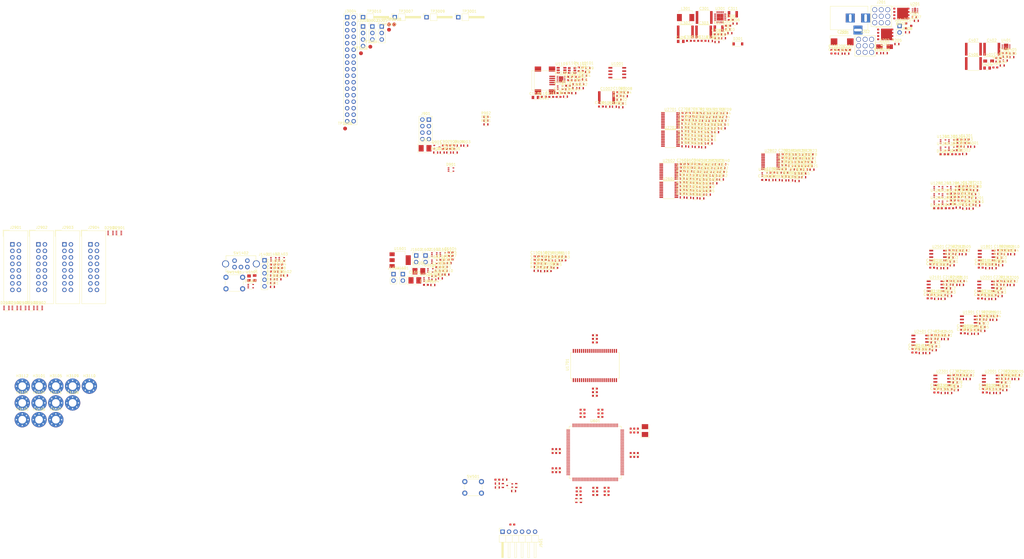
<source format=kicad_pcb>
(kicad_pcb (version 20171130) (host pcbnew "(5.0.1)-3")
  (layers (0 F.Cu mixed) (1 GND mixed) (2 PWR mixed) (31 B.Cu mixed) (34 B.Paste user) (35 F.Paste user) (36 B.SilkS user) (37 F.SilkS user) (38 B.Mask user) (39 F.Mask user) (44 Edge.Cuts user))
  (net 0 "")
  (net 1 +12Vin)
  (net 2 GND)
  (net 3 "Net-(C204-Pad1)")
  (net 4 +12V)
  (net 5 "Net-(C304-Pad1)")
  (net 6 "Net-(C305-Pad1)")
  (net 7 "Net-(C306-Pad1)")
  (net 8 +3V3)
  (net 9 "Net-(C307-Pad2)")
  (net 10 "Net-(C401-Pad1)")
  (net 11 +5V)
  (net 12 "Net-(C404-Pad2)")
  (net 13 "Net-(C502-Pad1)")
  (net 14 GNDA)
  (net 15 +3.3VA)
  (net 16 "Net-(C905-Pad1)")
  (net 17 GND_USB)
  (net 18 +5V_USB)
  (net 19 "Net-(C1101-Pad1)")
  (net 20 "Net-(C1107-Pad1)")
  (net 21 "/USB UART Bridge/CONN_USB+")
  (net 22 "/USB UART Bridge/CONN_USB-")
  (net 23 "Net-(C1111-Pad1)")
  (net 24 "Net-(C1402-Pad1)")
  (net 25 "Net-(C1403-Pad1)")
  (net 26 POS3P3_ADC)
  (net 27 POS5P_ADC)
  (net 28 POS5_ADC)
  (net 29 POS5P5_ADC)
  (net 30 POS12_ADC)
  (net 31 "Net-(C1603-Pad1)")
  (net 32 +5VP)
  (net 33 +5.5V)
  (net 34 "Net-(D201-Pad1)")
  (net 35 "Net-(D1101-Pad2)")
  (net 36 "Net-(D1101-Pad1)")
  (net 37 ~USB_ACTIVE)
  (net 38 "Net-(D1102-Pad2)")
  (net 39 "Net-(D1201-Pad1)")
  (net 40 "Net-(D1201-Pad2)")
  (net 41 "Net-(D1202-Pad2)")
  (net 42 "Net-(D1202-Pad1)")
  (net 43 "Net-(D1203-Pad2)")
  (net 44 "Net-(D1203-Pad1)")
  (net 45 "Net-(D1204-Pad1)")
  (net 46 "Net-(D1204-Pad2)")
  (net 47 "Net-(D1205-Pad1)")
  (net 48 "Net-(D1205-Pad2)")
  (net 49 "Net-(D1206-Pad2)")
  (net 50 "Net-(D1206-Pad1)")
  (net 51 "Net-(D1207-Pad1)")
  (net 52 "Net-(D1207-Pad2)")
  (net 53 "Net-(D1301-Pad1)")
  (net 54 "Net-(D1301-Pad2)")
  (net 55 "Net-(D1302-Pad2)")
  (net 56 "Net-(D1302-Pad1)")
  (net 57 "Net-(D1303-Pad1)")
  (net 58 "Net-(D1303-Pad2)")
  (net 59 "Net-(D1304-Pad2)")
  (net 60 "Net-(D1304-Pad1)")
  (net 61 "Net-(D1401-Pad4)")
  (net 62 R0_POS5)
  (net 63 B0_POS5)
  (net 64 B1_POS5)
  (net 65 R1_POS5)
  (net 66 G0_POS5)
  (net 67 Row_D_POS5)
  (net 68 Row_E_POS5)
  (net 69 Row_B_POS5)
  (net 70 Row_C_POS5)
  (net 71 Row_A_POS5)
  (net 72 G1_POS5)
  (net 73 R2_POS5)
  (net 74 R3_POS5)
  (net 75 B2_POS5)
  (net 76 B3_POS5)
  (net 77 CLK_POS5)
  (net 78 ~OE_POS5)
  (net 79 LAT_POS5)
  (net 80 R6_POS5)
  (net 81 R5_POS5)
  (net 82 B5_POS5)
  (net 83 B4_POS5)
  (net 84 R4_POS5)
  (net 85 B6_POS5)
  (net 86 R7_POS5)
  (net 87 G2_POS5)
  (net 88 B7_POS5)
  (net 89 G3_POS5)
  (net 90 G5_POS5)
  (net 91 G7_POS5)
  (net 92 G6_POS5)
  (net 93 ICSPCLK)
  (net 94 ICSPDAT)
  (net 95 ~MCLR)
  (net 96 "Net-(D901-Pad3)")
  (net 97 WIFI_CHPD)
  (net 98 "Net-(D901-Pad1)")
  (net 99 "Net-(J1101-Pad6)")
  (net 100 "Net-(J1101-Pad1)")
  (net 101 "Net-(J1602-Pad1)")
  (net 102 "Net-(J1603-Pad1)")
  (net 103 "Net-(J1604-Pad1)")
  (net 104 G4_POS5)
  (net 105 USB_UART_RX)
  (net 106 USB_UART_TX)
  (net 107 WIFI_UART_TX)
  (net 108 WIFI_UART_RX)
  (net 109 FLASH_SCK)
  (net 110 FLASH_MISO)
  (net 111 FLASH_MOSI)
  (net 112 Panel_LAT_POS5)
  (net 113 Panel_CLK_POS5)
  (net 114 ~Panel_OE_POS5)
  (net 115 "Net-(L401-Pad1)")
  (net 116 "Net-(Q201-Pad1)")
  (net 117 "Net-(Q201-Pad4)")
  (net 118 "Net-(Q202-Pad4)")
  (net 119 "Net-(Q501-Pad1)")
  (net 120 "Net-(Q501-Pad3)")
  (net 121 "Net-(R201-Pad2)")
  (net 122 "Net-(R202-Pad2)")
  (net 123 "Net-(R205-Pad1)")
  (net 124 POS12_PGOOD)
  (net 125 POS3P3_PGOOD)
  (net 126 "Net-(R305-Pad1)")
  (net 127 "Net-(R401-Pad2)")
  (net 128 POS5_PGOOD)
  (net 129 POS5_RUN)
  (net 130 "Net-(R501-Pad1)")
  (net 131 "Net-(R503-Pad1)")
  (net 132 ~WIFI_RESET)
  (net 133 "Net-(R1001-Pad2)")
  (net 134 "Net-(R1002-Pad2)")
  (net 135 "Net-(R1005-Pad2)")
  (net 136 "Net-(R1006-Pad2)")
  (net 137 USB_UART_RX_ISO)
  (net 138 USB_UART_TX_ISO)
  (net 139 "Net-(R1102-Pad2)")
  (net 140 "Net-(R1103-Pad2)")
  (net 141 "/USB UART Bridge/POS5_USB_PGOOD")
  (net 142 "/USB UART Bridge/BRIDGE_USB+")
  (net 143 "/USB UART Bridge/BRIDGE_USB-")
  (net 144 ~ACTIVE_LED)
  (net 145 SPI_Error_LED)
  (net 146 WIFI_Error_LED)
  (net 147 EBI_Error_LED)
  (net 148 USB_Error_LED)
  (net 149 Other_Error_LED)
  (net 150 ~Display_Enable)
  (net 151 "Net-(R1406-Pad1)")
  (net 152 ENCODER_STEP)
  (net 153 ENCODER_DIR)
  (net 154 "Net-(R1603-Pad1)")
  (net 155 "Net-(R1604-Pad1)")
  (net 156 POS5P_RUN)
  (net 157 POS5P_PGOOD)
  (net 158 ~POS5P_THWN)
  (net 159 "Net-(R1801-Pad1)")
  (net 160 "Net-(R1802-Pad1)")
  (net 161 ~FLASH_Hold)
  (net 162 ~FLASH_WP1)
  (net 163 "Net-(R1803-Pad1)")
  (net 164 ~FLASH_CE1)
  (net 165 "Net-(R1804-Pad1)")
  (net 166 "Net-(R1805-Pad1)")
  (net 167 "Net-(R1811-Pad1)")
  (net 168 "Net-(R1901-Pad1)")
  (net 169 "Net-(R1902-Pad1)")
  (net 170 ~FLASH_WP2)
  (net 171 "Net-(R1903-Pad1)")
  (net 172 ~FLASH_CE2)
  (net 173 "Net-(R1904-Pad1)")
  (net 174 "Net-(R1905-Pad1)")
  (net 175 "Net-(R1911-Pad1)")
  (net 176 "Net-(R2001-Pad1)")
  (net 177 "Net-(R2002-Pad1)")
  (net 178 ~FLASH_WP3)
  (net 179 "Net-(R2003-Pad1)")
  (net 180 "Net-(R2004-Pad1)")
  (net 181 ~FLASH_CE3)
  (net 182 "Net-(R2005-Pad1)")
  (net 183 "Net-(R2011-Pad1)")
  (net 184 "Net-(R2101-Pad1)")
  (net 185 "Net-(R2102-Pad1)")
  (net 186 ~FLASH_WP4)
  (net 187 "Net-(R2103-Pad1)")
  (net 188 ~FLASH_CE4)
  (net 189 "Net-(R2104-Pad1)")
  (net 190 "Net-(R2105-Pad1)")
  (net 191 "Net-(R2111-Pad1)")
  (net 192 "Net-(R2201-Pad1)")
  (net 193 "Net-(R2202-Pad1)")
  (net 194 ~FLASH_WP5)
  (net 195 "Net-(R2203-Pad1)")
  (net 196 ~FLASH_CE5)
  (net 197 "Net-(R2204-Pad1)")
  (net 198 "Net-(R2205-Pad1)")
  (net 199 "Net-(R2211-Pad1)")
  (net 200 "Net-(R2301-Pad1)")
  (net 201 "Net-(R2302-Pad1)")
  (net 202 ~FLASH_WP6)
  (net 203 "Net-(R2303-Pad1)")
  (net 204 ~FLASH_CE6)
  (net 205 "Net-(R2304-Pad1)")
  (net 206 "Net-(R2305-Pad1)")
  (net 207 "Net-(R2311-Pad1)")
  (net 208 "Net-(R2401-Pad1)")
  (net 209 "Net-(R2402-Pad1)")
  (net 210 "Net-(R2403-Pad1)")
  (net 211 ~FLASH_WP7)
  (net 212 "Net-(R2404-Pad1)")
  (net 213 ~FLASH_CE7)
  (net 214 "Net-(R2405-Pad1)")
  (net 215 "Net-(R2411-Pad1)")
  (net 216 "Net-(R2501-Pad1)")
  (net 217 "Net-(R2502-Pad1)")
  (net 218 "Net-(R2503-Pad1)")
  (net 219 ~FLASH_WP8)
  (net 220 "Net-(R2504-Pad1)")
  (net 221 ~FLASH_CE8)
  (net 222 "Net-(R2505-Pad1)")
  (net 223 "Net-(R2511-Pad1)")
  (net 224 "Net-(R2601-Pad2)")
  (net 225 R0_POS3P3)
  (net 226 "Net-(R2602-Pad2)")
  (net 227 R1_POS3P3)
  (net 228 B0_POS3P3)
  (net 229 "Net-(R2603-Pad2)")
  (net 230 "Net-(R2604-Pad2)")
  (net 231 B1_POS3P3)
  (net 232 G0_POS3P3)
  (net 233 "Net-(R2605-Pad2)")
  (net 234 "Net-(R2606-Pad2)")
  (net 235 G1_POS3P3)
  (net 236 R2_POS3P3)
  (net 237 "Net-(R2607-Pad2)")
  (net 238 R3_POS3P3)
  (net 239 "Net-(R2608-Pad2)")
  (net 240 "Net-(R2609-Pad2)")
  (net 241 B2_POS3P3)
  (net 242 B3_POS3P3)
  (net 243 "Net-(R2610-Pad2)")
  (net 244 G2_POS3P3)
  (net 245 "Net-(R2611-Pad2)")
  (net 246 "Net-(R2612-Pad2)")
  (net 247 G3_POS3P3)
  (net 248 ~LVL_SHFT_EN)
  (net 249 "Net-(R2627-Pad1)")
  (net 250 "Net-(R2628-Pad1)")
  (net 251 "Net-(R2629-Pad1)")
  (net 252 "Net-(R2630-Pad1)")
  (net 253 "Net-(R2631-Pad1)")
  (net 254 "Net-(R2632-Pad1)")
  (net 255 "Net-(R2633-Pad1)")
  (net 256 "Net-(R2634-Pad1)")
  (net 257 "Net-(R2635-Pad1)")
  (net 258 "Net-(R2636-Pad1)")
  (net 259 "Net-(R2637-Pad1)")
  (net 260 "Net-(R2638-Pad1)")
  (net 261 "Net-(R2639-Pad1)")
  (net 262 "Net-(R2640-Pad1)")
  (net 263 "Net-(R2641-Pad1)")
  (net 264 "Net-(R2642-Pad1)")
  (net 265 R4_POS3P3)
  (net 266 "Net-(R2701-Pad2)")
  (net 267 "Net-(R2702-Pad2)")
  (net 268 R5_POS3P3)
  (net 269 B4_POS3P3)
  (net 270 "Net-(R2703-Pad2)")
  (net 271 "Net-(R2704-Pad2)")
  (net 272 B5_POS3P3)
  (net 273 "Net-(R2705-Pad2)")
  (net 274 G4_POS3P3)
  (net 275 G5_POS3P3)
  (net 276 "Net-(R2706-Pad2)")
  (net 277 "Net-(R2707-Pad2)")
  (net 278 R6_POS3P3)
  (net 279 "Net-(R2708-Pad2)")
  (net 280 R7_POS3P3)
  (net 281 B6_POS3P3)
  (net 282 "Net-(R2709-Pad2)")
  (net 283 B7_POS3P3)
  (net 284 "Net-(R2710-Pad2)")
  (net 285 G6_POS3P3)
  (net 286 "Net-(R2711-Pad2)")
  (net 287 "Net-(R2712-Pad2)")
  (net 288 G7_POS3P3)
  (net 289 "Net-(R2727-Pad1)")
  (net 290 "Net-(R2728-Pad1)")
  (net 291 "Net-(R2729-Pad1)")
  (net 292 "Net-(R2730-Pad1)")
  (net 293 "Net-(R2731-Pad1)")
  (net 294 "Net-(R2732-Pad1)")
  (net 295 "Net-(R2733-Pad1)")
  (net 296 "Net-(R2734-Pad1)")
  (net 297 "Net-(R2735-Pad1)")
  (net 298 "Net-(R2736-Pad1)")
  (net 299 "Net-(R2737-Pad1)")
  (net 300 "Net-(R2738-Pad1)")
  (net 301 "Net-(R2739-Pad1)")
  (net 302 "Net-(R2740-Pad1)")
  (net 303 "Net-(R2741-Pad1)")
  (net 304 "Net-(R2742-Pad1)")
  (net 305 ~Panel_OE_POS3P3)
  (net 306 "Net-(R2801-Pad2)")
  (net 307 "Net-(R2802-Pad2)")
  (net 308 Panel_Dim_PWM)
  (net 309 Row_A_POS3P3)
  (net 310 "Net-(R2805-Pad2)")
  (net 311 Row_B_POS3P3)
  (net 312 "Net-(R2806-Pad2)")
  (net 313 "Net-(R2807-Pad2)")
  (net 314 Row_C_POS3P3)
  (net 315 Row_D_POS3P3)
  (net 316 "Net-(R2808-Pad2)")
  (net 317 "Net-(R2809-Pad2)")
  (net 318 Row_E_POS3P3)
  (net 319 Panel_CLK_POS3P3)
  (net 320 "Net-(R2810-Pad2)")
  (net 321 Panel_LAT_POS3P3)
  (net 322 "Net-(R2811-Pad2)")
  (net 323 "Net-(R2812-Pad2)")
  (net 324 "Net-(R2812-Pad1)")
  (net 325 "Net-(R2822-Pad2)")
  (net 326 "Net-(R2823-Pad2)")
  (net 327 "Net-(R2824-Pad1)")
  (net 328 "Net-(R2825-Pad1)")
  (net 329 "Net-(R2826-Pad1)")
  (net 330 "Net-(R2827-Pad1)")
  (net 331 "Net-(R2828-Pad1)")
  (net 332 "Net-(R2829-Pad1)")
  (net 333 EBI_IO4)
  (net 334 EBI_IO3)
  (net 335 EBI_IO2)
  (net 336 EBI_IO1)
  (net 337 EBI_IO0)
  (net 338 ~EBI_CE)
  (net 339 EBI_A15)
  (net 340 EBI_A8)
  (net 341 EBI_A9)
  (net 342 EBI_A14)
  (net 343 EBI_A4)
  (net 344 EBI_A17)
  (net 345 EBI_A3)
  (net 346 EBI_A1)
  (net 347 EBI_A7)
  (net 348 EBI_A10)
  (net 349 EBI_A0)
  (net 350 EBI_A11)
  (net 351 EBI_A13)
  (net 352 EBI_A2)
  (net 353 EBI_A16)
  (net 354 ~EBI_OE)
  (net 355 ~EBI_WE)
  (net 356 EBI_A12)
  (net 357 EBI_A6)
  (net 358 EBI_IO7)
  (net 359 EBI_IO6)
  (net 360 EBI_IO5)
  (net 361 EBI_A5)
  (net 362 "Net-(C307-Pad1)")
  (net 363 "Net-(C308-Pad1)")
  (net 364 "Net-(C309-Pad1)")
  (net 365 "Net-(C310-Pad2)")
  (net 366 "Net-(Q901-Pad3)")
  (net 367 "Net-(Q901-Pad1)")
  (net 368 "Net-(R302-Pad2)")
  (net 369 Heartbeat_LED)
  (net 370 "Net-(D1401-Pad1)")
  (net 371 "Net-(D1401-Pad3)")
  (module Capacitors_SMD:C_0603 (layer F.Cu) (at 348.271001 34.350801)
    (fp_text reference C201 (at 0 -1.5) (layer F.SilkS))
    (fp_text value 0.1uF)
    (pad 1 smd rect (at -0.75 0) (size 0.8 0.75) (layers F.Cu F.Paste F.Mask) (net 1 +12Vin))
    (pad 2 smd rect (at 0.75 0) (size 0.8 0.75) (layers F.Cu F.Paste F.Mask) (net 2 GND))
  )
  (module Capacitors_SMD:C_0603 (layer F.Cu) (at 351.121001 33.000801)
    (fp_text reference C202 (at 0 -1.5) (layer F.SilkS))
    (fp_text value 10nF)
    (pad 2 smd rect (at 0.75 0) (size 0.8 0.75) (layers F.Cu F.Paste F.Mask) (net 2 GND))
    (pad 1 smd rect (at -0.75 0) (size 0.8 0.75) (layers F.Cu F.Paste F.Mask) (net 1 +12Vin))
  )
  (module Capacitors_SMD:C_0603 (layer F.Cu) (at 348.271001 33.000801)
    (fp_text reference C203 (at 0 -1.5) (layer F.SilkS))
    (fp_text value 1nF)
    (pad 1 smd rect (at -0.75 0) (size 0.8 0.75) (layers F.Cu F.Paste F.Mask) (net 1 +12Vin))
    (pad 2 smd rect (at 0.75 0) (size 0.8 0.75) (layers F.Cu F.Paste F.Mask) (net 2 GND))
  )
  (module Capacitors_SMD:C_0603 (layer F.Cu) (at 353.971001 33.000801)
    (fp_text reference C204 (at 0 -1.5) (layer F.SilkS))
    (fp_text value 0.1uF)
    (pad 2 smd rect (at 0.75 0) (size 0.8 0.75) (layers F.Cu F.Paste F.Mask) (net 2 GND))
    (pad 1 smd rect (at -0.75 0) (size 0.8 0.75) (layers F.Cu F.Paste F.Mask) (net 3 "Net-(C204-Pad1)"))
  )
  (module Capacitors_Tantalum_SMD:CP_Tantalum_Case-X_EIA-7343-43_Reflow (layer F.Cu) (at 351.721001 29.800801)
    (fp_text reference C205 (at 0 -3.85) (layer F.SilkS))
    (fp_text value 100uF)
    (pad 2 smd rect (at 3.175 0) (size 2.55 2.7) (layers F.Cu F.Paste F.Mask) (net 2 GND))
    (pad 1 smd rect (at -3.175 0) (size 2.55 2.7) (layers F.Cu F.Paste F.Mask) (net 4 +12V))
  )
  (module Capacitors_SMD:C_0805 (layer F.Cu) (at 408.316001 40.038001)
    (fp_text reference C401 (at 0 -1.5) (layer F.SilkS))
    (fp_text value 2.2uF)
    (pad 2 smd rect (at 1 0) (size 1 1.25) (layers F.Cu F.Paste F.Mask) (net 2 GND))
    (pad 1 smd rect (at -1 0) (size 1 1.25) (layers F.Cu F.Paste F.Mask) (net 10 "Net-(C401-Pad1)"))
  )
  (module Capacitors_SMD:C_2220 (layer F.Cu) (at 410.116001 32.688001)
    (fp_text reference C402 (at 0 -3.5) (layer F.SilkS))
    (fp_text value 22uF)
    (pad 1 smd rect (at -2.8 0) (size 1 5) (layers F.Cu F.Paste F.Mask) (net 4 +12V))
    (pad 2 smd rect (at 2.8 0) (size 1 5) (layers F.Cu F.Paste F.Mask) (net 2 GND))
  )
  (module Capacitors_SMD:C_0603 (layer F.Cu) (at 411.516001 39.803001)
    (fp_text reference C403 (at 0 -1.5) (layer F.SilkS))
    (fp_text value 0.1uF)
    (pad 2 smd rect (at 0.75 0) (size 0.8 0.75) (layers F.Cu F.Paste F.Mask) (net 2 GND))
    (pad 1 smd rect (at -0.75 0) (size 0.8 0.75) (layers F.Cu F.Paste F.Mask) (net 4 +12V))
  )
  (module Capacitors_SMD:C_0603 (layer F.Cu) (at 415.116001 34.223001)
    (fp_text reference C404 (at 0 -1.5) (layer F.SilkS))
    (fp_text value 33pF)
    (pad 1 smd rect (at -0.75 0) (size 0.8 0.75) (layers F.Cu F.Paste F.Mask) (net 11 +5V))
    (pad 2 smd rect (at 0.75 0) (size 0.8 0.75) (layers F.Cu F.Paste F.Mask) (net 12 "Net-(C404-Pad2)"))
  )
  (module Capacitors_SMD:C_0603 (layer F.Cu) (at 412.716001 36.153001)
    (fp_text reference C405 (at 0 -1.5) (layer F.SilkS))
    (fp_text value 0.1uF)
    (pad 2 smd rect (at 0.75 0) (size 0.8 0.75) (layers F.Cu F.Paste F.Mask) (net 2 GND))
    (pad 1 smd rect (at -0.75 0) (size 0.8 0.75) (layers F.Cu F.Paste F.Mask) (net 11 +5V))
  )
  (module Capacitors_SMD:C_2220 (layer F.Cu) (at 402.966001 38.268001)
    (fp_text reference C406 (at 0 -3.5) (layer F.SilkS))
    (fp_text value 22uF)
    (pad 1 smd rect (at -2.8 0) (size 1 5) (layers F.Cu F.Paste F.Mask) (net 11 +5V))
    (pad 2 smd rect (at 2.8 0) (size 1 5) (layers F.Cu F.Paste F.Mask) (net 2 GND))
  )
  (module Capacitors_SMD:C_2220 (layer F.Cu) (at 402.966001 32.688001)
    (fp_text reference C407 (at 0 -3.5) (layer F.SilkS))
    (fp_text value 22uF)
    (pad 2 smd rect (at 2.8 0) (size 1 5) (layers F.Cu F.Paste F.Mask) (net 2 GND))
    (pad 1 smd rect (at -2.8 0) (size 1 5) (layers F.Cu F.Paste F.Mask) (net 11 +5V))
  )
  (module Capacitors_SMD:C_0603 (layer F.Cu) (at 222.885 218.313)
    (fp_text reference C501 hide)
    (fp_text value 0.1uF)
    (pad 1 smd rect (at -0.75 0) (size 0.8 0.75) (layers F.Cu F.Paste F.Mask) (net 8 +3V3))
    (pad 2 smd rect (at 0.75 0) (size 0.8 0.75) (layers F.Cu F.Paste F.Mask) (net 2 GND))
  )
  (module Capacitors_SMD:C_0603 (layer F.Cu) (at 217.043 200.787)
    (fp_text reference C502 hide)
    (fp_text value 0.1uF)
    (pad 2 smd rect (at 0.75 0) (size 0.8 0.75) (layers F.Cu F.Paste F.Mask) (net 2 GND))
    (pad 1 smd rect (at -0.75 0) (size 0.8 0.75) (layers F.Cu F.Paste F.Mask) (net 13 "Net-(C502-Pad1)"))
  )
  (module Capacitors_SMD:C_0603 (layer F.Cu) (at 257.302 173.482 180)
    (fp_text reference C601 hide)
    (fp_text value 0.1uF)
    (pad 2 smd rect (at 0.75 0 180) (size 0.8 0.75) (layers F.Cu F.Paste F.Mask) (net 2 GND))
    (pad 1 smd rect (at -0.75 0 180) (size 0.8 0.75) (layers F.Cu F.Paste F.Mask) (net 8 +3V3))
  )
  (module Capacitors_SMD:C_0603 (layer F.Cu) (at 250.317 173.482)
    (fp_text reference C602 hide)
    (fp_text value 0.1uF)
    (pad 2 smd rect (at 0.75 0) (size 0.8 0.75) (layers F.Cu F.Paste F.Mask) (net 2 GND))
    (pad 1 smd rect (at -0.75 0) (size 0.8 0.75) (layers F.Cu F.Paste F.Mask) (net 8 +3V3))
  )
  (module Capacitors_SMD:C_0603 (layer F.Cu) (at 255.27 206.756 180)
    (fp_text reference C603 hide)
    (fp_text value 0.1uF)
    (pad 2 smd rect (at 0.75 0 180) (size 0.8 0.75) (layers F.Cu F.Paste F.Mask) (net 2 GND))
    (pad 1 smd rect (at -0.75 0 180) (size 0.8 0.75) (layers F.Cu F.Paste F.Mask) (net 8 +3V3))
  )
  (module Capacitors_Tantalum_SMD:CP_Tantalum_Case-B_EIA-3528-21_Reflow (layer F.Cu) (at 274.701 181.61 90)
    (fp_text reference C604 hide)
    (fp_text value 100uF)
    (pad 1 smd rect (at -1.525 0 90) (size 1.95 2.5) (layers F.Cu F.Paste F.Mask) (net 8 +3V3))
    (pad 2 smd rect (at 1.525 0 90) (size 1.95 2.5) (layers F.Cu F.Paste F.Mask) (net 2 GND))
  )
  (module Capacitors_SMD:C_0603 (layer F.Cu) (at 257.302 174.879 180)
    (fp_text reference C605 hide)
    (fp_text value 10nF)
    (pad 1 smd rect (at -0.75 0 180) (size 0.8 0.75) (layers F.Cu F.Paste F.Mask) (net 8 +3V3))
    (pad 2 smd rect (at 0.75 0 180) (size 0.8 0.75) (layers F.Cu F.Paste F.Mask) (net 2 GND))
  )
  (module Capacitors_SMD:C_0603 (layer F.Cu) (at 250.317 174.879)
    (fp_text reference C606 hide)
    (fp_text value 10nF)
    (pad 1 smd rect (at -0.75 0) (size 0.8 0.75) (layers F.Cu F.Paste F.Mask) (net 8 +3V3))
    (pad 2 smd rect (at 0.75 0) (size 0.8 0.75) (layers F.Cu F.Paste F.Mask) (net 2 GND))
  )
  (module Capacitors_SMD:C_0603 (layer F.Cu) (at 255.27 205.359 180)
    (fp_text reference C607 hide)
    (fp_text value 10nF)
    (pad 1 smd rect (at -0.75 0 180) (size 0.8 0.75) (layers F.Cu F.Paste F.Mask) (net 8 +3V3))
    (pad 2 smd rect (at 0.75 0 180) (size 0.8 0.75) (layers F.Cu F.Paste F.Mask) (net 2 GND))
  )
  (module Capacitors_SMD:C_0603 (layer F.Cu) (at 257.302 176.276 180)
    (fp_text reference C608 hide)
    (fp_text value 1nF)
    (pad 1 smd rect (at -0.75 0 180) (size 0.8 0.75) (layers F.Cu F.Paste F.Mask) (net 8 +3V3))
    (pad 2 smd rect (at 0.75 0 180) (size 0.8 0.75) (layers F.Cu F.Paste F.Mask) (net 2 GND))
  )
  (module Capacitors_SMD:C_0603 (layer F.Cu) (at 250.317 176.276)
    (fp_text reference C609 hide)
    (fp_text value 1nF)
    (pad 2 smd rect (at 0.75 0) (size 0.8 0.75) (layers F.Cu F.Paste F.Mask) (net 2 GND))
    (pad 1 smd rect (at -0.75 0) (size 0.8 0.75) (layers F.Cu F.Paste F.Mask) (net 8 +3V3))
  )
  (module Capacitors_SMD:C_0603 (layer F.Cu) (at 255.27 203.962 180)
    (fp_text reference C610 hide)
    (fp_text value 1nF)
    (pad 2 smd rect (at 0.75 0 180) (size 0.8 0.75) (layers F.Cu F.Paste F.Mask) (net 2 GND))
    (pad 1 smd rect (at -0.75 0 180) (size 0.8 0.75) (layers F.Cu F.Paste F.Mask) (net 8 +3V3))
  )
  (module Capacitors_SMD:C_0603 (layer F.Cu) (at 271.907 191.135 90)
    (fp_text reference C611 hide)
    (fp_text value 0.1uF)
    (pad 2 smd rect (at 0.75 0 90) (size 0.8 0.75) (layers F.Cu F.Paste F.Mask) (net 2 GND))
    (pad 1 smd rect (at -0.75 0 90) (size 0.8 0.75) (layers F.Cu F.Paste F.Mask) (net 8 +3V3))
  )
  (module Capacitors_SMD:C_0603 (layer F.Cu) (at 238.633 197.104 90)
    (fp_text reference C612 hide)
    (fp_text value 0.1uF)
    (pad 1 smd rect (at -0.75 0 90) (size 0.8 0.75) (layers F.Cu F.Paste F.Mask) (net 8 +3V3))
    (pad 2 smd rect (at 0.75 0 90) (size 0.8 0.75) (layers F.Cu F.Paste F.Mask) (net 2 GND))
  )
  (module Capacitors_SMD:C_0603 (layer F.Cu) (at 238.633 189.611 90)
    (fp_text reference C613 hide)
    (fp_text value 0.1uF)
    (pad 1 smd rect (at -0.75 0 90) (size 0.8 0.75) (layers F.Cu F.Paste F.Mask) (net 8 +3V3))
    (pad 2 smd rect (at 0.75 0 90) (size 0.8 0.75) (layers F.Cu F.Paste F.Mask) (net 2 GND))
  )
  (module Capacitors_SMD:C_0603 (layer F.Cu) (at 270.51 191.135 90)
    (fp_text reference C614 hide)
    (fp_text value 10nF)
    (pad 1 smd rect (at -0.75 0 90) (size 0.8 0.75) (layers F.Cu F.Paste F.Mask) (net 8 +3V3))
    (pad 2 smd rect (at 0.75 0 90) (size 0.8 0.75) (layers F.Cu F.Paste F.Mask) (net 2 GND))
  )
  (module Capacitors_SMD:C_0603 (layer F.Cu) (at 240.03 197.104 90)
    (fp_text reference C615 hide)
    (fp_text value 10nF)
    (pad 2 smd rect (at 0.75 0 90) (size 0.8 0.75) (layers F.Cu F.Paste F.Mask) (net 2 GND))
    (pad 1 smd rect (at -0.75 0 90) (size 0.8 0.75) (layers F.Cu F.Paste F.Mask) (net 8 +3V3))
  )
  (module Capacitors_SMD:C_0603 (layer F.Cu) (at 240.03 189.611 90)
    (fp_text reference C616 hide)
    (fp_text value 10nF)
    (pad 2 smd rect (at 0.75 0 90) (size 0.8 0.75) (layers F.Cu F.Paste F.Mask) (net 2 GND))
    (pad 1 smd rect (at -0.75 0 90) (size 0.8 0.75) (layers F.Cu F.Paste F.Mask) (net 8 +3V3))
  )
  (module Capacitors_SMD:C_0603 (layer F.Cu) (at 269.113 191.135 90)
    (fp_text reference C617 hide)
    (fp_text value 1nF)
    (pad 2 smd rect (at 0.75 0 90) (size 0.8 0.75) (layers F.Cu F.Paste F.Mask) (net 2 GND))
    (pad 1 smd rect (at -0.75 0 90) (size 0.8 0.75) (layers F.Cu F.Paste F.Mask) (net 8 +3V3))
  )
  (module Capacitors_SMD:C_0603 (layer F.Cu) (at 241.427 197.104 90)
    (fp_text reference C618 hide)
    (fp_text value 1nF)
    (pad 1 smd rect (at -0.75 0 90) (size 0.8 0.75) (layers F.Cu F.Paste F.Mask) (net 8 +3V3))
    (pad 2 smd rect (at 0.75 0 90) (size 0.8 0.75) (layers F.Cu F.Paste F.Mask) (net 2 GND))
  )
  (module Capacitors_SMD:C_0603 (layer F.Cu) (at 241.427 189.611 90)
    (fp_text reference C619 hide)
    (fp_text value 1nF)
    (pad 1 smd rect (at -0.75 0 90) (size 0.8 0.75) (layers F.Cu F.Paste F.Mask) (net 8 +3V3))
    (pad 2 smd rect (at 0.75 0 90) (size 0.8 0.75) (layers F.Cu F.Paste F.Mask) (net 2 GND))
  )
  (module Capacitors_SMD:C_0603 (layer F.Cu) (at 271.907 181.61 90)
    (fp_text reference C620 hide)
    (fp_text value 0.1uF)
    (pad 1 smd rect (at -0.75 0 90) (size 0.8 0.75) (layers F.Cu F.Paste F.Mask) (net 8 +3V3))
    (pad 2 smd rect (at 0.75 0 90) (size 0.8 0.75) (layers F.Cu F.Paste F.Mask) (net 2 GND))
  )
  (module Capacitors_SMD:C_0603 (layer F.Cu) (at 259.715 206.756 180)
    (fp_text reference C621 hide)
    (fp_text value 0.1uF)
    (pad 1 smd rect (at -0.75 0 180) (size 0.8 0.75) (layers F.Cu F.Paste F.Mask) (net 8 +3V3))
    (pad 2 smd rect (at 0.75 0 180) (size 0.8 0.75) (layers F.Cu F.Paste F.Mask) (net 2 GND))
  )
  (module Capacitors_SMD:C_0603 (layer F.Cu) (at 248.793 206.756)
    (fp_text reference C622 hide)
    (fp_text value 0.1uF)
    (pad 2 smd rect (at 0.75 0) (size 0.8 0.75) (layers F.Cu F.Paste F.Mask) (net 14 GNDA))
    (pad 1 smd rect (at -0.75 0) (size 0.8 0.75) (layers F.Cu F.Paste F.Mask) (net 15 +3.3VA))
  )
  (module Capacitors_SMD:C_0603 (layer F.Cu) (at 270.51 181.61 90)
    (fp_text reference C623 hide)
    (fp_text value 10nF)
    (pad 2 smd rect (at 0.75 0 90) (size 0.8 0.75) (layers F.Cu F.Paste F.Mask) (net 2 GND))
    (pad 1 smd rect (at -0.75 0 90) (size 0.8 0.75) (layers F.Cu F.Paste F.Mask) (net 8 +3V3))
  )
  (module Capacitors_SMD:C_0603 (layer F.Cu) (at 259.715 205.359 180)
    (fp_text reference C624 hide)
    (fp_text value 10nF)
    (pad 2 smd rect (at 0.75 0 180) (size 0.8 0.75) (layers F.Cu F.Paste F.Mask) (net 2 GND))
    (pad 1 smd rect (at -0.75 0 180) (size 0.8 0.75) (layers F.Cu F.Paste F.Mask) (net 8 +3V3))
  )
  (module Capacitors_SMD:C_0603 (layer F.Cu) (at 248.793 205.359)
    (fp_text reference C625 hide)
    (fp_text value 10nF)
    (pad 1 smd rect (at -0.75 0) (size 0.8 0.75) (layers F.Cu F.Paste F.Mask) (net 15 +3.3VA))
    (pad 2 smd rect (at 0.75 0) (size 0.8 0.75) (layers F.Cu F.Paste F.Mask) (net 14 GNDA))
  )
  (module Capacitors_SMD:C_0603 (layer F.Cu) (at 269.113 181.61 90)
    (fp_text reference C626 hide)
    (fp_text value 1nF)
    (pad 1 smd rect (at -0.75 0 90) (size 0.8 0.75) (layers F.Cu F.Paste F.Mask) (net 8 +3V3))
    (pad 2 smd rect (at 0.75 0 90) (size 0.8 0.75) (layers F.Cu F.Paste F.Mask) (net 2 GND))
  )
  (module Capacitors_SMD:C_0603 (layer F.Cu) (at 259.715 203.962 180)
    (fp_text reference C627 hide)
    (fp_text value 1nF)
    (pad 1 smd rect (at -0.75 0 180) (size 0.8 0.75) (layers F.Cu F.Paste F.Mask) (net 8 +3V3))
    (pad 2 smd rect (at 0.75 0 180) (size 0.8 0.75) (layers F.Cu F.Paste F.Mask) (net 2 GND))
  )
  (module Capacitors_SMD:C_0603 (layer F.Cu) (at 248.793 203.962)
    (fp_text reference C628 hide)
    (fp_text value 1nF)
    (pad 2 smd rect (at 0.75 0) (size 0.8 0.75) (layers F.Cu F.Paste F.Mask) (net 14 GNDA))
    (pad 1 smd rect (at -0.75 0) (size 0.8 0.75) (layers F.Cu F.Paste F.Mask) (net 15 +3.3VA))
  )
  (module Capacitors_Tantalum_SMD:CP_Tantalum_Case-B_EIA-3528-21_Reflow (layer F.Cu) (at 188.814401 71.371001)
    (fp_text reference C901 (at 0 -3.15) (layer F.SilkS))
    (fp_text value 100uF)
    (pad 1 smd rect (at -1.525 0) (size 1.95 2.5) (layers F.Cu F.Paste F.Mask) (net 8 +3V3))
    (pad 2 smd rect (at 1.525 0) (size 1.95 2.5) (layers F.Cu F.Paste F.Mask) (net 2 GND))
  )
  (module Capacitors_SMD:C_0603 (layer F.Cu) (at 196.564401 70.271001)
    (fp_text reference C902 (at 0 -1.5) (layer F.SilkS))
    (fp_text value 0.1uF)
    (pad 2 smd rect (at 0.75 0) (size 0.8 0.75) (layers F.Cu F.Paste F.Mask) (net 2 GND))
    (pad 1 smd rect (at -0.75 0) (size 0.8 0.75) (layers F.Cu F.Paste F.Mask) (net 8 +3V3))
  )
  (module Capacitors_SMD:C_0603 (layer F.Cu) (at 199.414401 70.271001)
    (fp_text reference C903 (at 0 -1.5) (layer F.SilkS))
    (fp_text value 10nF)
    (pad 1 smd rect (at -0.75 0) (size 0.8 0.75) (layers F.Cu F.Paste F.Mask) (net 8 +3V3))
    (pad 2 smd rect (at 0.75 0) (size 0.8 0.75) (layers F.Cu F.Paste F.Mask) (net 2 GND))
  )
  (module Capacitors_SMD:C_0603 (layer F.Cu) (at 196.564401 71.621001)
    (fp_text reference C904 (at 0 -1.5) (layer F.SilkS))
    (fp_text value 1nF)
    (pad 2 smd rect (at 0.75 0) (size 0.8 0.75) (layers F.Cu F.Paste F.Mask) (net 2 GND))
    (pad 1 smd rect (at -0.75 0) (size 0.8 0.75) (layers F.Cu F.Paste F.Mask) (net 8 +3V3))
  )
  (module Capacitors_SMD:C_0603 (layer F.Cu) (at 199.414401 71.621001)
    (fp_text reference C905 (at 0 -1.5) (layer F.SilkS))
    (fp_text value 0.1uF)
    (pad 1 smd rect (at -0.75 0) (size 0.8 0.75) (layers F.Cu F.Paste F.Mask) (net 16 "Net-(C905-Pad1)"))
    (pad 2 smd rect (at 0.75 0) (size 0.8 0.75) (layers F.Cu F.Paste F.Mask) (net 2 GND))
  )
  (module Capacitors_SMD:C_0603 (layer F.Cu) (at 257.503801 55.068401)
    (fp_text reference C1001 (at 0 -1.5) (layer F.SilkS))
    (fp_text value 0.1uF)
    (pad 2 smd rect (at 0.75 0) (size 0.8 0.75) (layers F.Cu F.Paste F.Mask) (net 2 GND))
    (pad 1 smd rect (at -0.75 0) (size 0.8 0.75) (layers F.Cu F.Paste F.Mask) (net 8 +3V3))
  )
  (module Capacitors_SMD:C_2220 (layer F.Cu) (at 259.653801 51.603401)
    (fp_text reference C1002 (at 0 -3.5) (layer F.SilkS))
    (fp_text value 0.56uF)
    (pad 2 smd rect (at 2.8 0) (size 1 5) (layers F.Cu F.Paste F.Mask) (net 17 GND_USB))
    (pad 1 smd rect (at -2.8 0) (size 1 5) (layers F.Cu F.Paste F.Mask) (net 2 GND))
  )
  (module Capacitors_SMD:C_0603 (layer F.Cu) (at 264.653801 49.488401)
    (fp_text reference C1003 (at 0 -1.5) (layer F.SilkS))
    (fp_text value 0.1uF)
    (pad 2 smd rect (at 0.75 0) (size 0.8 0.75) (layers F.Cu F.Paste F.Mask) (net 17 GND_USB))
    (pad 1 smd rect (at -0.75 0) (size 0.8 0.75) (layers F.Cu F.Paste F.Mask) (net 18 +5V_USB))
  )
  (module Capacitors_SMD:C_0603 (layer F.Cu) (at 244.597801 46.941401)
    (fp_text reference C1101 (at 0 -1.5) (layer F.SilkS))
    (fp_text value 0.1uF)
    (pad 2 smd rect (at 0.75 0) (size 0.8 0.75) (layers F.Cu F.Paste F.Mask) (net 17 GND_USB))
    (pad 1 smd rect (at -0.75 0) (size 0.8 0.75) (layers F.Cu F.Paste F.Mask) (net 19 "Net-(C1101-Pad1)"))
  )
  (module Capacitors_SMD:C_0603 (layer F.Cu) (at 249.587801 39.841401)
    (fp_text reference C1102 (at 0 -1.5) (layer F.SilkS))
    (fp_text value 0.1uF)
    (pad 1 smd rect (at -0.75 0) (size 0.8 0.75) (layers F.Cu F.Paste F.Mask) (net 18 +5V_USB))
    (pad 2 smd rect (at 0.75 0) (size 0.8 0.75) (layers F.Cu F.Paste F.Mask) (net 17 GND_USB))
  )
  (module Capacitors_SMD:C_0603 (layer F.Cu) (at 248.347801 43.491401)
    (fp_text reference C1103 (at 0 -1.5) (layer F.SilkS))
    (fp_text value 0.1uF)
    (pad 2 smd rect (at 0.75 0) (size 0.8 0.75) (layers F.Cu F.Paste F.Mask) (net 17 GND_USB))
    (pad 1 smd rect (at -0.75 0) (size 0.8 0.75) (layers F.Cu F.Paste F.Mask) (net 18 +5V_USB))
  )
  (module Capacitors_SMD:C_0603 (layer F.Cu) (at 240.947801 51.291401)
    (fp_text reference C1104 (at 0 -1.5) (layer F.SilkS))
    (fp_text value 0.1uF)
    (pad 2 smd rect (at 0.75 0) (size 0.8 0.75) (layers F.Cu F.Paste F.Mask) (net 17 GND_USB))
    (pad 1 smd rect (at -0.75 0) (size 0.8 0.75) (layers F.Cu F.Paste F.Mask) (net 18 +5V_USB))
  )
  (module Capacitors_SMD:C_0603 (layer F.Cu) (at 244.197801 49.791401)
    (fp_text reference C1105 (at 0 -1.5) (layer F.SilkS))
    (fp_text value 0.1uF)
    (pad 1 smd rect (at -0.75 0) (size 0.8 0.75) (layers F.Cu F.Paste F.Mask) (net 18 +5V_USB))
    (pad 2 smd rect (at 0.75 0) (size 0.8 0.75) (layers F.Cu F.Paste F.Mask) (net 17 GND_USB))
  )
  (module Capacitors_SMD:C_0805 (layer F.Cu) (at 231.947801 51.526401)
    (fp_text reference C1106 (at 0 -1.5) (layer F.SilkS))
    (fp_text value 4.7uF)
    (pad 1 smd rect (at -1 0) (size 1 1.25) (layers F.Cu F.Paste F.Mask) (net 18 +5V_USB))
    (pad 2 smd rect (at 1 0) (size 1 1.25) (layers F.Cu F.Paste F.Mask) (net 17 GND_USB))
  )
  (module Capacitors_SMD:C_0603 (layer F.Cu) (at 245.397801 44.841401)
    (fp_text reference C1107 (at 0 -1.5) (layer F.SilkS))
    (fp_text value 0.1uF)
    (pad 2 smd rect (at 0.75 0) (size 0.8 0.75) (layers F.Cu F.Paste F.Mask) (net 17 GND_USB))
    (pad 1 smd rect (at -0.75 0) (size 0.8 0.75) (layers F.Cu F.Paste F.Mask) (net 20 "Net-(C1107-Pad1)"))
  )
  (module Capacitors_SMD:C_0603 (layer F.Cu) (at 248.247801 44.841401)
    (fp_text reference C1108 (at 0 -1.5) (layer F.SilkS))
    (fp_text value 0.1uF)
    (pad 2 smd rect (at 0.75 0) (size 0.8 0.75) (layers F.Cu F.Paste F.Mask) (net 17 GND_USB))
    (pad 1 smd rect (at -0.75 0) (size 0.8 0.75) (layers F.Cu F.Paste F.Mask) (net 18 +5V_USB))
  )
  (module Capacitors_SMD:C_0603 (layer F.Cu) (at 249.587801 41.191401)
    (fp_text reference C1109 (at 0 -1.5) (layer F.SilkS))
    (fp_text value 47pF)
    (pad 1 smd rect (at -0.75 0) (size 0.8 0.75) (layers F.Cu F.Paste F.Mask) (net 21 "/USB UART Bridge/CONN_USB+"))
    (pad 2 smd rect (at 0.75 0) (size 0.8 0.75) (layers F.Cu F.Paste F.Mask) (net 17 GND_USB))
  )
  (module Capacitors_SMD:C_0603 (layer F.Cu) (at 241.347801 49.791401)
    (fp_text reference C1110 (at 0 -1.5) (layer F.SilkS))
    (fp_text value 47pF)
    (pad 2 smd rect (at 0.75 0) (size 0.8 0.75) (layers F.Cu F.Paste F.Mask) (net 17 GND_USB))
    (pad 1 smd rect (at -0.75 0) (size 0.8 0.75) (layers F.Cu F.Paste F.Mask) (net 22 "/USB UART Bridge/CONN_USB-"))
  )
  (module Capacitors_SMD:C_0603 (layer F.Cu) (at 238.097801 51.291401)
    (fp_text reference C1111 (at 0 -1.5) (layer F.SilkS))
    (fp_text value 0.1uF)
    (pad 1 smd rect (at -0.75 0) (size 0.8 0.75) (layers F.Cu F.Paste F.Mask) (net 23 "Net-(C1111-Pad1)"))
    (pad 2 smd rect (at 0.75 0) (size 0.8 0.75) (layers F.Cu F.Paste F.Mask) (net 17 GND_USB))
  )
  (module Capacitors_SMD:C_0603 (layer F.Cu) (at 397.845401 91.787201)
    (fp_text reference C1201 (at 0 -1.5) (layer F.SilkS))
    (fp_text value 0.1uF)
    (pad 1 smd rect (at -0.75 0) (size 0.8 0.75) (layers F.Cu F.Paste F.Mask) (net 8 +3V3))
    (pad 2 smd rect (at 0.75 0) (size 0.8 0.75) (layers F.Cu F.Paste F.Mask) (net 2 GND))
  )
  (module Capacitors_SMD:C_0603 (layer F.Cu) (at 394.895401 93.137201)
    (fp_text reference C1202 (at 0 -1.5) (layer F.SilkS))
    (fp_text value 0.1uF)
    (pad 2 smd rect (at 0.75 0) (size 0.8 0.75) (layers F.Cu F.Paste F.Mask) (net 2 GND))
    (pad 1 smd rect (at -0.75 0) (size 0.8 0.75) (layers F.Cu F.Paste F.Mask) (net 8 +3V3))
  )
  (module Capacitors_SMD:C_0603 (layer F.Cu) (at 397.845401 90.437201)
    (fp_text reference C1203 (at 0 -1.5) (layer F.SilkS))
    (fp_text value 0.1uF)
    (pad 2 smd rect (at 0.75 0) (size 0.8 0.75) (layers F.Cu F.Paste F.Mask) (net 2 GND))
    (pad 1 smd rect (at -0.75 0) (size 0.8 0.75) (layers F.Cu F.Paste F.Mask) (net 8 +3V3))
  )
  (module Capacitors_SMD:C_0603 (layer F.Cu) (at 397.845401 89.087201)
    (fp_text reference C1204 (at 0 -1.5) (layer F.SilkS))
    (fp_text value 0.1uF)
    (pad 1 smd rect (at -0.75 0) (size 0.8 0.75) (layers F.Cu F.Paste F.Mask) (net 8 +3V3))
    (pad 2 smd rect (at 0.75 0) (size 0.8 0.75) (layers F.Cu F.Paste F.Mask) (net 2 GND))
  )
  (module Capacitors_SMD:C_0603 (layer F.Cu) (at 394.295401 94.787201)
    (fp_text reference C1205 (at 0 -1.5) (layer F.SilkS))
    (fp_text value 0.1uF)
    (pad 1 smd rect (at -0.75 0) (size 0.8 0.75) (layers F.Cu F.Paste F.Mask) (net 8 +3V3))
    (pad 2 smd rect (at 0.75 0) (size 0.8 0.75) (layers F.Cu F.Paste F.Mask) (net 2 GND))
  )
  (module Capacitors_SMD:C_0603 (layer F.Cu) (at 401.095401 87.587201)
    (fp_text reference C1206 (at 0 -1.5) (layer F.SilkS))
    (fp_text value 0.1uF)
    (pad 2 smd rect (at 0.75 0) (size 0.8 0.75) (layers F.Cu F.Paste F.Mask) (net 2 GND))
    (pad 1 smd rect (at -0.75 0) (size 0.8 0.75) (layers F.Cu F.Paste F.Mask) (net 8 +3V3))
  )
  (module Capacitors_SMD:C_0603 (layer F.Cu) (at 401.095401 86.237201)
    (fp_text reference C1207 (at 0 -1.5) (layer F.SilkS))
    (fp_text value 0.1uF)
    (pad 1 smd rect (at -0.75 0) (size 0.8 0.75) (layers F.Cu F.Paste F.Mask) (net 8 +3V3))
    (pad 2 smd rect (at 0.75 0) (size 0.8 0.75) (layers F.Cu F.Paste F.Mask) (net 2 GND))
  )
  (module Capacitors_SMD:C_0603 (layer F.Cu) (at 400.353001 67.996601)
    (fp_text reference C1301 (at 0 -1.5) (layer F.SilkS))
    (fp_text value 0.1uF)
    (pad 2 smd rect (at 0.75 0) (size 0.8 0.75) (layers F.Cu F.Paste F.Mask) (net 2 GND))
    (pad 1 smd rect (at -0.75 0) (size 0.8 0.75) (layers F.Cu F.Paste F.Mask) (net 8 +3V3))
  )
  (module Capacitors_SMD:C_0603 (layer F.Cu) (at 396.803001 73.696601)
    (fp_text reference C1302 (at 0 -1.5) (layer F.SilkS))
    (fp_text value 0.1uF)
    (pad 1 smd rect (at -0.75 0) (size 0.8 0.75) (layers F.Cu F.Paste F.Mask) (net 8 +3V3))
    (pad 2 smd rect (at 0.75 0) (size 0.8 0.75) (layers F.Cu F.Paste F.Mask) (net 2 GND))
  )
  (module Capacitors_SMD:C_0603 (layer F.Cu) (at 400.353001 69.346601)
    (fp_text reference C1303 (at 0 -1.5) (layer F.SilkS))
    (fp_text value 0.1uF)
    (pad 2 smd rect (at 0.75 0) (size 0.8 0.75) (layers F.Cu F.Paste F.Mask) (net 2 GND))
    (pad 1 smd rect (at -0.75 0) (size 0.8 0.75) (layers F.Cu F.Paste F.Mask) (net 8 +3V3))
  )
  (module Capacitors_SMD:C_0603 (layer F.Cu) (at 397.403001 70.696601)
    (fp_text reference C1304 (at 0 -1.5) (layer F.SilkS))
    (fp_text value 0.1uF)
    (pad 1 smd rect (at -0.75 0) (size 0.8 0.75) (layers F.Cu F.Paste F.Mask) (net 8 +3V3))
    (pad 2 smd rect (at 0.75 0) (size 0.8 0.75) (layers F.Cu F.Paste F.Mask) (net 2 GND))
  )
  (module Capacitors_SMD:C_0603 (layer F.Cu) (at 129.371601 119.509001)
    (fp_text reference C1401 (at 0 -1.5) (layer F.SilkS))
    (fp_text value 0.1uF)
    (pad 1 smd rect (at -0.75 0) (size 0.8 0.75) (layers F.Cu F.Paste F.Mask) (net 8 +3V3))
    (pad 2 smd rect (at 0.75 0) (size 0.8 0.75) (layers F.Cu F.Paste F.Mask) (net 2 GND))
  )
  (module Capacitors_SMD:C_0603 (layer F.Cu) (at 132.221601 116.809001)
    (fp_text reference C1402 (at 0 -1.5) (layer F.SilkS))
    (fp_text value 0.1uF)
    (pad 2 smd rect (at 0.75 0) (size 0.8 0.75) (layers F.Cu F.Paste F.Mask) (net 2 GND))
    (pad 1 smd rect (at -0.75 0) (size 0.8 0.75) (layers F.Cu F.Paste F.Mask) (net 24 "Net-(C1402-Pad1)"))
  )
  (module Capacitors_SMD:C_0603 (layer F.Cu) (at 129.371601 116.809001)
    (fp_text reference C1403 (at 0 -1.5) (layer F.SilkS))
    (fp_text value 0.1uF)
    (pad 1 smd rect (at -0.75 0) (size 0.8 0.75) (layers F.Cu F.Paste F.Mask) (net 25 "Net-(C1403-Pad1)"))
    (pad 2 smd rect (at 0.75 0) (size 0.8 0.75) (layers F.Cu F.Paste F.Mask) (net 2 GND))
  )
  (module Capacitors_SMD:C_0603 (layer F.Cu) (at 132.221601 118.159001)
    (fp_text reference C1404 (at 0 -1.5) (layer F.SilkS))
    (fp_text value 0.1uF)
    (pad 1 smd rect (at -0.75 0) (size 0.8 0.75) (layers F.Cu F.Paste F.Mask) (net 8 +3V3))
    (pad 2 smd rect (at 0.75 0) (size 0.8 0.75) (layers F.Cu F.Paste F.Mask) (net 2 GND))
  )
  (module Capacitors_SMD:C_0603 (layer F.Cu) (at 129.371601 118.159001)
    (fp_text reference C1405 (at 0 -1.5) (layer F.SilkS))
    (fp_text value 0.1uF)
    (pad 2 smd rect (at 0.75 0) (size 0.8 0.75) (layers F.Cu F.Paste F.Mask) (net 2 GND))
    (pad 1 smd rect (at -0.75 0) (size 0.8 0.75) (layers F.Cu F.Paste F.Mask) (net 8 +3V3))
  )
  (module Capacitors_SMD:C_0603 (layer F.Cu) (at 232.346801 116.320601)
    (fp_text reference C1501 (at 0 -1.5) (layer F.SilkS))
    (fp_text value 330pF)
    (pad 2 smd rect (at 0.75 0) (size 0.8 0.75) (layers F.Cu F.Paste F.Mask) (net 2 GND))
    (pad 1 smd rect (at -0.75 0) (size 0.8 0.75) (layers F.Cu F.Paste F.Mask) (net 26 POS3P3_ADC))
  )
  (module Capacitors_SMD:C_0603 (layer F.Cu) (at 235.196801 113.620601)
    (fp_text reference C1502 (at 0 -1.5) (layer F.SilkS))
    (fp_text value 330pF)
    (pad 1 smd rect (at -0.75 0) (size 0.8 0.75) (layers F.Cu F.Paste F.Mask) (net 27 POS5P_ADC))
    (pad 2 smd rect (at 0.75 0) (size 0.8 0.75) (layers F.Cu F.Paste F.Mask) (net 2 GND))
  )
  (module Capacitors_SMD:C_0603 (layer F.Cu) (at 232.346801 114.970601)
    (fp_text reference C1503 (at 0 -1.5) (layer F.SilkS))
    (fp_text value 330pF)
    (pad 1 smd rect (at -0.75 0) (size 0.8 0.75) (layers F.Cu F.Paste F.Mask) (net 28 POS5_ADC))
    (pad 2 smd rect (at 0.75 0) (size 0.8 0.75) (layers F.Cu F.Paste F.Mask) (net 2 GND))
  )
  (module Capacitors_SMD:C_0603 (layer F.Cu) (at 232.346801 113.620601)
    (fp_text reference C1504 (at 0 -1.5) (layer F.SilkS))
    (fp_text value 330pF)
    (pad 2 smd rect (at 0.75 0) (size 0.8 0.75) (layers F.Cu F.Paste F.Mask) (net 2 GND))
    (pad 1 smd rect (at -0.75 0) (size 0.8 0.75) (layers F.Cu F.Paste F.Mask) (net 29 POS5P5_ADC))
  )
  (module Capacitors_SMD:C_0603 (layer F.Cu) (at 235.196801 114.970601)
    (fp_text reference C1505 (at 0 -1.5) (layer F.SilkS))
    (fp_text value 330pF)
    (pad 2 smd rect (at 0.75 0) (size 0.8 0.75) (layers F.Cu F.Paste F.Mask) (net 2 GND))
    (pad 1 smd rect (at -0.75 0) (size 0.8 0.75) (layers F.Cu F.Paste F.Mask) (net 30 POS12_ADC))
  )
  (module Capacitors_Tantalum_SMD:CP_Tantalum_Case-B_EIA-3528-21_Reflow (layer F.Cu) (at 184.848801 122.954201)
    (fp_text reference C1601 (at 0 -3.15) (layer F.SilkS))
    (fp_text value 10uF)
    (pad 2 smd rect (at 1.525 0) (size 1.95 2.5) (layers F.Cu F.Paste F.Mask) (net 2 GND))
    (pad 1 smd rect (at -1.525 0) (size 1.95 2.5) (layers F.Cu F.Paste F.Mask) (net 4 +12V))
  )
  (module Capacitors_SMD:C_0603 (layer F.Cu) (at 195.498801 116.304201)
    (fp_text reference C1602 (at 0 -1.5) (layer F.SilkS))
    (fp_text value 0.1uF)
    (pad 2 smd rect (at 0.75 0) (size 0.8 0.75) (layers F.Cu F.Paste F.Mask) (net 2 GND))
    (pad 1 smd rect (at -0.75 0) (size 0.8 0.75) (layers F.Cu F.Paste F.Mask) (net 4 +12V))
  )
  (module Capacitors_SMD:C_0603 (layer F.Cu) (at 193.948801 117.804201)
    (fp_text reference C1603 (at 0 -1.5) (layer F.SilkS))
    (fp_text value 0.1uF)
    (pad 2 smd rect (at 0.75 0) (size 0.8 0.75) (layers F.Cu F.Paste F.Mask) (net 2 GND))
    (pad 1 smd rect (at -0.75 0) (size 0.8 0.75) (layers F.Cu F.Paste F.Mask) (net 31 "Net-(C1603-Pad1)"))
  )
  (module Capacitors_SMD:C_0603 (layer F.Cu) (at 198.748801 112.104201)
    (fp_text reference C1604 (at 0 -1.5) (layer F.SilkS))
    (fp_text value 0.1uF)
    (pad 1 smd rect (at -0.75 0) (size 0.8 0.75) (layers F.Cu F.Paste F.Mask) (net 32 +5VP))
    (pad 2 smd rect (at 0.75 0) (size 0.8 0.75) (layers F.Cu F.Paste F.Mask) (net 2 GND))
  )
  (module Capacitors_SMD:C_0603 (layer F.Cu) (at 198.748801 113.454201)
    (fp_text reference C1605 (at 0 -1.5) (layer F.SilkS))
    (fp_text value 0.1uF)
    (pad 2 smd rect (at 0.75 0) (size 0.8 0.75) (layers F.Cu F.Paste F.Mask) (net 2 GND))
    (pad 1 smd rect (at -0.75 0) (size 0.8 0.75) (layers F.Cu F.Paste F.Mask) (net 33 +5.5V))
  )
  (module Capacitors_Tantalum_SMD:CP_Tantalum_Case-B_EIA-3528-21_Reflow (layer F.Cu) (at 186.398801 119.404201)
    (fp_text reference C1606 (at 0 -3.15) (layer F.SilkS))
    (fp_text value 100uF)
    (pad 2 smd rect (at 1.525 0) (size 1.95 2.5) (layers F.Cu F.Paste F.Mask) (net 2 GND))
    (pad 1 smd rect (at -1.525 0) (size 1.95 2.5) (layers F.Cu F.Paste F.Mask) (net 33 +5.5V))
  )
  (module Capacitors_SMD:C_0603 (layer F.Cu) (at 198.748801 114.804201)
    (fp_text reference C1607 (at 0 -1.5) (layer F.SilkS))
    (fp_text value 0.1uF)
    (pad 2 smd rect (at 0.75 0) (size 0.8 0.75) (layers F.Cu F.Paste F.Mask) (net 2 GND))
    (pad 1 smd rect (at -0.75 0) (size 0.8 0.75) (layers F.Cu F.Paste F.Mask) (net 33 +5.5V))
  )
  (module Capacitors_SMD:C_0603 (layer F.Cu) (at 195.498801 114.954201)
    (fp_text reference C1608 (at 0 -1.5) (layer F.SilkS))
    (fp_text value 0.1uF)
    (pad 2 smd rect (at 0.75 0) (size 0.8 0.75) (layers F.Cu F.Paste F.Mask) (net 2 GND))
    (pad 1 smd rect (at -0.75 0) (size 0.8 0.75) (layers F.Cu F.Paste F.Mask) (net 33 +5.5V))
  )
  (module Capacitors_SMD:C_0603 (layer F.Cu) (at 189.148801 124.704201)
    (fp_text reference C1609 (at 0 -1.5) (layer F.SilkS))
    (fp_text value 0.1uF)
    (pad 1 smd rect (at -0.75 0) (size 0.8 0.75) (layers F.Cu F.Paste F.Mask) (net 33 +5.5V))
    (pad 2 smd rect (at 0.75 0) (size 0.8 0.75) (layers F.Cu F.Paste F.Mask) (net 2 GND))
  )
  (module Capacitors_SMD:C_0603 (layer F.Cu) (at 255.143 168.021)
    (fp_text reference C1701 hide)
    (fp_text value 0.1uF)
    (pad 1 smd rect (at -0.75 0) (size 0.8 0.75) (layers F.Cu F.Paste F.Mask) (net 8 +3V3))
    (pad 2 smd rect (at 0.75 0) (size 0.8 0.75) (layers F.Cu F.Paste F.Mask) (net 2 GND))
  )
  (module Capacitors_SMD:C_0603 (layer F.Cu) (at 255.143 166.624)
    (fp_text reference C1702 hide)
    (fp_text value 10nF)
    (pad 2 smd rect (at 0.75 0) (size 0.8 0.75) (layers F.Cu F.Paste F.Mask) (net 2 GND))
    (pad 1 smd rect (at -0.75 0) (size 0.8 0.75) (layers F.Cu F.Paste F.Mask) (net 8 +3V3))
  )
  (module Capacitors_SMD:C_0603 (layer F.Cu) (at 255.143 165.227)
    (fp_text reference C1703 hide)
    (fp_text value 1nF)
    (pad 1 smd rect (at -0.75 0) (size 0.8 0.75) (layers F.Cu F.Paste F.Mask) (net 8 +3V3))
    (pad 2 smd rect (at 0.75 0) (size 0.8 0.75) (layers F.Cu F.Paste F.Mask) (net 2 GND))
  )
  (module Capacitors_SMD:C_0603 (layer F.Cu) (at 255.143 144.399 180)
    (fp_text reference C1704 hide)
    (fp_text value 0.1uF)
    (pad 2 smd rect (at 0.75 0 180) (size 0.8 0.75) (layers F.Cu F.Paste F.Mask) (net 2 GND))
    (pad 1 smd rect (at -0.75 0 180) (size 0.8 0.75) (layers F.Cu F.Paste F.Mask) (net 8 +3V3))
  )
  (module Capacitors_SMD:C_0603 (layer F.Cu) (at 255.143 145.796 180)
    (fp_text reference C1705 hide)
    (fp_text value 10nF)
    (pad 1 smd rect (at -0.75 0 180) (size 0.8 0.75) (layers F.Cu F.Paste F.Mask) (net 8 +3V3))
    (pad 2 smd rect (at 0.75 0 180) (size 0.8 0.75) (layers F.Cu F.Paste F.Mask) (net 2 GND))
  )
  (module Capacitors_SMD:C_0603 (layer F.Cu) (at 255.143 147.193 180)
    (fp_text reference C1706 hide)
    (fp_text value 1nF)
    (pad 2 smd rect (at 0.75 0 180) (size 0.8 0.75) (layers F.Cu F.Paste F.Mask) (net 2 GND))
    (pad 1 smd rect (at -0.75 0 180) (size 0.8 0.75) (layers F.Cu F.Paste F.Mask) (net 8 +3V3))
  )
  (module Capacitors_SMD:C_0603 (layer F.Cu) (at 405.813801 116.643801)
    (fp_text reference C1801 (at 0 -1.5) (layer F.SilkS))
    (fp_text value 0.1uF)
    (pad 2 smd rect (at 0.75 0) (size 0.8 0.75) (layers F.Cu F.Paste F.Mask) (net 2 GND))
    (pad 1 smd rect (at -0.75 0) (size 0.8 0.75) (layers F.Cu F.Paste F.Mask) (net 8 +3V3))
  )
  (module Capacitors_SMD:C_0603 (layer F.Cu) (at 413.323801 111.193801)
    (fp_text reference C1802 (at 0 -1.5) (layer F.SilkS))
    (fp_text value 10nF)
    (pad 1 smd rect (at -0.75 0) (size 0.8 0.75) (layers F.Cu F.Paste F.Mask) (net 8 +3V3))
    (pad 2 smd rect (at 0.75 0) (size 0.8 0.75) (layers F.Cu F.Paste F.Mask) (net 2 GND))
  )
  (module Capacitors_SMD:C_0603 (layer F.Cu) (at 405.813801 117.993801)
    (fp_text reference C1803 (at 0 -1.5) (layer F.SilkS))
    (fp_text value 1nF)
    (pad 1 smd rect (at -0.75 0) (size 0.8 0.75) (layers F.Cu F.Paste F.Mask) (net 8 +3V3))
    (pad 2 smd rect (at 0.75 0) (size 0.8 0.75) (layers F.Cu F.Paste F.Mask) (net 2 GND))
  )
  (module Capacitors_SMD:C_0603 (layer F.Cu) (at 398.843801 143.619601)
    (fp_text reference C1901 (at 0 -1.5) (layer F.SilkS))
    (fp_text value 0.1uF)
    (pad 1 smd rect (at -0.75 0) (size 0.8 0.75) (layers F.Cu F.Paste F.Mask) (net 8 +3V3))
    (pad 2 smd rect (at 0.75 0) (size 0.8 0.75) (layers F.Cu F.Paste F.Mask) (net 2 GND))
  )
  (module Capacitors_SMD:C_0603 (layer F.Cu) (at 406.353801 136.819601)
    (fp_text reference C1902 (at 0 -1.5) (layer F.SilkS))
    (fp_text value 10nF)
    (pad 2 smd rect (at 0.75 0) (size 0.8 0.75) (layers F.Cu F.Paste F.Mask) (net 2 GND))
    (pad 1 smd rect (at -0.75 0) (size 0.8 0.75) (layers F.Cu F.Paste F.Mask) (net 8 +3V3))
  )
  (module Capacitors_SMD:C_0603 (layer F.Cu) (at 398.843801 142.269601)
    (fp_text reference C1903 (at 0 -1.5) (layer F.SilkS))
    (fp_text value 1nF)
    (pad 1 smd rect (at -0.75 0) (size 0.8 0.75) (layers F.Cu F.Paste F.Mask) (net 8 +3V3))
    (pad 2 smd rect (at 0.75 0) (size 0.8 0.75) (layers F.Cu F.Paste F.Mask) (net 2 GND))
  )
  (module Capacitors_SMD:C_0603 (layer F.Cu) (at 407.428201 165.385001)
    (fp_text reference C2001 (at 0 -1.5) (layer F.SilkS))
    (fp_text value 0.1uF)
    (pad 2 smd rect (at 0.75 0) (size 0.8 0.75) (layers F.Cu F.Paste F.Mask) (net 2 GND))
    (pad 1 smd rect (at -0.75 0) (size 0.8 0.75) (layers F.Cu F.Paste F.Mask) (net 8 +3V3))
  )
  (module Capacitors_SMD:C_0603 (layer F.Cu) (at 407.428201 166.735001)
    (fp_text reference C2002 (at 0 -1.5) (layer F.SilkS))
    (fp_text value 10nF)
    (pad 1 smd rect (at -0.75 0) (size 0.8 0.75) (layers F.Cu F.Paste F.Mask) (net 8 +3V3))
    (pad 2 smd rect (at 0.75 0) (size 0.8 0.75) (layers F.Cu F.Paste F.Mask) (net 2 GND))
  )
  (module Capacitors_SMD:C_0603 (layer F.Cu) (at 414.938201 159.935001)
    (fp_text reference C2003 (at 0 -1.5) (layer F.SilkS))
    (fp_text value 1nF)
    (pad 2 smd rect (at 0.75 0) (size 0.8 0.75) (layers F.Cu F.Paste F.Mask) (net 2 GND))
    (pad 1 smd rect (at -0.75 0) (size 0.8 0.75) (layers F.Cu F.Paste F.Mask) (net 8 +3V3))
  )
  (module Capacitors_SMD:C_0603 (layer F.Cu) (at 385.863801 128.623801)
    (fp_text reference C2101 (at 0 -1.5) (layer F.SilkS))
    (fp_text value 0.1uF)
    (pad 1 smd rect (at -0.75 0) (size 0.8 0.75) (layers F.Cu F.Paste F.Mask) (net 8 +3V3))
    (pad 2 smd rect (at 0.75 0) (size 0.8 0.75) (layers F.Cu F.Paste F.Mask) (net 2 GND))
  )
  (module Capacitors_SMD:C_0603 (layer F.Cu) (at 393.373801 123.173801)
    (fp_text reference C2102 (at 0 -1.5) (layer F.SilkS))
    (fp_text value 10nF)
    (pad 2 smd rect (at 0.75 0) (size 0.8 0.75) (layers F.Cu F.Paste F.Mask) (net 2 GND))
    (pad 1 smd rect (at -0.75 0) (size 0.8 0.75) (layers F.Cu F.Paste F.Mask) (net 8 +3V3))
  )
  (module Capacitors_SMD:C_0603 (layer F.Cu) (at 385.863801 129.973801)
    (fp_text reference C2103 (at 0 -1.5) (layer F.SilkS))
    (fp_text value 1nF)
    (pad 1 smd rect (at -0.75 0) (size 0.8 0.75) (layers F.Cu F.Paste F.Mask) (net 8 +3V3))
    (pad 2 smd rect (at 0.75 0) (size 0.8 0.75) (layers F.Cu F.Paste F.Mask) (net 2 GND))
  )
  (module Capacitors_SMD:C_0603 (layer F.Cu) (at 413.120801 123.219601)
    (fp_text reference C2201 (at 0 -1.5) (layer F.SilkS))
    (fp_text value 0.1uF)
    (pad 1 smd rect (at -0.75 0) (size 0.8 0.75) (layers F.Cu F.Paste F.Mask) (net 8 +3V3))
    (pad 2 smd rect (at 0.75 0) (size 0.8 0.75) (layers F.Cu F.Paste F.Mask) (net 2 GND))
  )
  (module Capacitors_SMD:C_0603 (layer F.Cu) (at 405.610801 130.019601)
    (fp_text reference C2202 (at 0 -1.5) (layer F.SilkS))
    (fp_text value 10nF)
    (pad 1 smd rect (at -0.75 0) (size 0.8 0.75) (layers F.Cu F.Paste F.Mask) (net 8 +3V3))
    (pad 2 smd rect (at 0.75 0) (size 0.8 0.75) (layers F.Cu F.Paste F.Mask) (net 2 GND))
  )
  (module Capacitors_SMD:C_0603 (layer F.Cu) (at 405.610801 128.669601)
    (fp_text reference C2203 (at 0 -1.5) (layer F.SilkS))
    (fp_text value 1nF)
    (pad 2 smd rect (at 0.75 0) (size 0.8 0.75) (layers F.Cu F.Paste F.Mask) (net 2 GND))
    (pad 1 smd rect (at -0.75 0) (size 0.8 0.75) (layers F.Cu F.Paste F.Mask) (net 8 +3V3))
  )
  (module Capacitors_SMD:C_0603 (layer F.Cu) (at 388.468201 166.735001)
    (fp_text reference C2301 (at 0 -1.5) (layer F.SilkS))
    (fp_text value 0.1uF)
    (pad 1 smd rect (at -0.75 0) (size 0.8 0.75) (layers F.Cu F.Paste F.Mask) (net 8 +3V3))
    (pad 2 smd rect (at 0.75 0) (size 0.8 0.75) (layers F.Cu F.Paste F.Mask) (net 2 GND))
  )
  (module Capacitors_SMD:C_0603 (layer F.Cu) (at 395.978201 159.935001)
    (fp_text reference C2302 (at 0 -1.5) (layer F.SilkS))
    (fp_text value 10nF)
    (pad 2 smd rect (at 0.75 0) (size 0.8 0.75) (layers F.Cu F.Paste F.Mask) (net 2 GND))
    (pad 1 smd rect (at -0.75 0) (size 0.8 0.75) (layers F.Cu F.Paste F.Mask) (net 8 +3V3))
  )
  (module Capacitors_SMD:C_0603 (layer F.Cu) (at 388.468201 165.385001)
    (fp_text reference C2303 (at 0 -1.5) (layer F.SilkS))
    (fp_text value 1nF)
    (pad 1 smd rect (at -0.75 0) (size 0.8 0.75) (layers F.Cu F.Paste F.Mask) (net 8 +3V3))
    (pad 2 smd rect (at 0.75 0) (size 0.8 0.75) (layers F.Cu F.Paste F.Mask) (net 2 GND))
  )
  (module Capacitors_SMD:C_0603 (layer F.Cu) (at 379.883801 149.789601)
    (fp_text reference C2401 (at 0 -1.5) (layer F.SilkS))
    (fp_text value 0.1uF)
    (pad 2 smd rect (at 0.75 0) (size 0.8 0.75) (layers F.Cu F.Paste F.Mask) (net 2 GND))
    (pad 1 smd rect (at -0.75 0) (size 0.8 0.75) (layers F.Cu F.Paste F.Mask) (net 8 +3V3))
  )
  (module Capacitors_SMD:C_0603 (layer F.Cu) (at 379.883801 151.139601)
    (fp_text reference C2402 (at 0 -1.5) (layer F.SilkS))
    (fp_text value 10nF)
    (pad 1 smd rect (at -0.75 0) (size 0.8 0.75) (layers F.Cu F.Paste F.Mask) (net 8 +3V3))
    (pad 2 smd rect (at 0.75 0) (size 0.8 0.75) (layers F.Cu F.Paste F.Mask) (net 2 GND))
  )
  (module Capacitors_SMD:C_0603 (layer F.Cu) (at 387.393801 144.339601)
    (fp_text reference C2403 (at 0 -1.5) (layer F.SilkS))
    (fp_text value 1nF)
    (pad 2 smd rect (at 0.75 0) (size 0.8 0.75) (layers F.Cu F.Paste F.Mask) (net 2 GND))
    (pad 1 smd rect (at -0.75 0) (size 0.8 0.75) (layers F.Cu F.Paste F.Mask) (net 8 +3V3))
  )
  (module Capacitors_SMD:C_0603 (layer F.Cu) (at 386.853801 116.643801)
    (fp_text reference C2501 (at 0 -1.5) (layer F.SilkS))
    (fp_text value 0.1uF)
    (pad 1 smd rect (at -0.75 0) (size 0.8 0.75) (layers F.Cu F.Paste F.Mask) (net 8 +3V3))
    (pad 2 smd rect (at 0.75 0) (size 0.8 0.75) (layers F.Cu F.Paste F.Mask) (net 2 GND))
  )
  (module Capacitors_SMD:C_0603 (layer F.Cu) (at 394.363801 111.193801)
    (fp_text reference C2502 (at 0 -1.5) (layer F.SilkS))
    (fp_text value 10nF)
    (pad 2 smd rect (at 0.75 0) (size 0.8 0.75) (layers F.Cu F.Paste F.Mask) (net 2 GND))
    (pad 1 smd rect (at -0.75 0) (size 0.8 0.75) (layers F.Cu F.Paste F.Mask) (net 8 +3V3))
  )
  (module Capacitors_SMD:C_0603 (layer F.Cu) (at 386.853801 117.993801)
    (fp_text reference C2503 (at 0 -1.5) (layer F.SilkS))
    (fp_text value 1nF)
    (pad 1 smd rect (at -0.75 0) (size 0.8 0.75) (layers F.Cu F.Paste F.Mask) (net 8 +3V3))
    (pad 2 smd rect (at 0.75 0) (size 0.8 0.75) (layers F.Cu F.Paste F.Mask) (net 2 GND))
  )
  (module Capacitors_SMD:C_0603 (layer F.Cu) (at 295.113801 77.570201)
    (fp_text reference C2601 (at 0 -1.5) (layer F.SilkS))
    (fp_text value 0.1uF)
    (pad 2 smd rect (at 0.75 0) (size 0.8 0.75) (layers F.Cu F.Paste F.Mask) (net 2 GND))
    (pad 1 smd rect (at -0.75 0) (size 0.8 0.75) (layers F.Cu F.Paste F.Mask) (net 11 +5V))
  )
  (module Capacitors_SMD:C_0603 (layer F.Cu) (at 289.413801 78.920201)
    (fp_text reference C2602 (at 0 -1.5) (layer F.SilkS))
    (fp_text value 0.1uF)
    (pad 1 smd rect (at -0.75 0) (size 0.8 0.75) (layers F.Cu F.Paste F.Mask) (net 11 +5V))
    (pad 2 smd rect (at 0.75 0) (size 0.8 0.75) (layers F.Cu F.Paste F.Mask) (net 2 GND))
  )
  (module Capacitors_SMD:C_0603 (layer F.Cu) (at 292.263801 78.920201)
    (fp_text reference C2603 (at 0 -1.5) (layer F.SilkS))
    (fp_text value 10nF)
    (pad 1 smd rect (at -0.75 0) (size 0.8 0.75) (layers F.Cu F.Paste F.Mask) (net 11 +5V))
    (pad 2 smd rect (at 0.75 0) (size 0.8 0.75) (layers F.Cu F.Paste F.Mask) (net 2 GND))
  )
  (module Capacitors_SMD:C_0603 (layer F.Cu) (at 289.413801 77.570201)
    (fp_text reference C2604 (at 0 -1.5) (layer F.SilkS))
    (fp_text value 10nF)
    (pad 2 smd rect (at 0.75 0) (size 0.8 0.75) (layers F.Cu F.Paste F.Mask) (net 2 GND))
    (pad 1 smd rect (at -0.75 0) (size 0.8 0.75) (layers F.Cu F.Paste F.Mask) (net 11 +5V))
  )
  (module Capacitors_SMD:C_0603 (layer F.Cu) (at 292.263801 77.570201)
    (fp_text reference C2605 (at 0 -1.5) (layer F.SilkS))
    (fp_text value 1nF)
    (pad 2 smd rect (at 0.75 0) (size 0.8 0.75) (layers F.Cu F.Paste F.Mask) (net 2 GND))
    (pad 1 smd rect (at -0.75 0) (size 0.8 0.75) (layers F.Cu F.Paste F.Mask) (net 11 +5V))
  )
  (module Capacitors_SMD:C_0603 (layer F.Cu) (at 289.413801 80.270201)
    (fp_text reference C2606 (at 0 -1.5) (layer F.SilkS))
    (fp_text value 1nF)
    (pad 1 smd rect (at -0.75 0) (size 0.8 0.75) (layers F.Cu F.Paste F.Mask) (net 11 +5V))
    (pad 2 smd rect (at 0.75 0) (size 0.8 0.75) (layers F.Cu F.Paste F.Mask) (net 2 GND))
  )
  (module Capacitors_SMD:C_0603 (layer F.Cu) (at 295.767801 57.599601)
    (fp_text reference C2701 (at 0 -1.5) (layer F.SilkS))
    (fp_text value 0.1uF)
    (pad 2 smd rect (at 0.75 0) (size 0.8 0.75) (layers F.Cu F.Paste F.Mask) (net 2 GND))
    (pad 1 smd rect (at -0.75 0) (size 0.8 0.75) (layers F.Cu F.Paste F.Mask) (net 11 +5V))
  )
  (module Capacitors_SMD:C_0603 (layer F.Cu) (at 290.067801 58.949601)
    (fp_text reference C2702 (at 0 -1.5) (layer F.SilkS))
    (fp_text value 0.1uF)
    (pad 1 smd rect (at -0.75 0) (size 0.8 0.75) (layers F.Cu F.Paste F.Mask) (net 11 +5V))
    (pad 2 smd rect (at 0.75 0) (size 0.8 0.75) (layers F.Cu F.Paste F.Mask) (net 2 GND))
  )
  (module Capacitors_SMD:C_0603 (layer F.Cu) (at 292.917801 58.949601)
    (fp_text reference C2703 (at 0 -1.5) (layer F.SilkS))
    (fp_text value 10nF)
    (pad 1 smd rect (at -0.75 0) (size 0.8 0.75) (layers F.Cu F.Paste F.Mask) (net 11 +5V))
    (pad 2 smd rect (at 0.75 0) (size 0.8 0.75) (layers F.Cu F.Paste F.Mask) (net 2 GND))
  )
  (module Capacitors_SMD:C_0603 (layer F.Cu) (at 290.067801 60.299601)
    (fp_text reference C2704 (at 0 -1.5) (layer F.SilkS))
    (fp_text value 10nF)
    (pad 2 smd rect (at 0.75 0) (size 0.8 0.75) (layers F.Cu F.Paste F.Mask) (net 2 GND))
    (pad 1 smd rect (at -0.75 0) (size 0.8 0.75) (layers F.Cu F.Paste F.Mask) (net 11 +5V))
  )
  (module Capacitors_SMD:C_0603 (layer F.Cu) (at 292.917801 57.599601)
    (fp_text reference C2705 (at 0 -1.5) (layer F.SilkS))
    (fp_text value 1nF)
    (pad 2 smd rect (at 0.75 0) (size 0.8 0.75) (layers F.Cu F.Paste F.Mask) (net 2 GND))
    (pad 1 smd rect (at -0.75 0) (size 0.8 0.75) (layers F.Cu F.Paste F.Mask) (net 11 +5V))
  )
  (module Capacitors_SMD:C_0603 (layer F.Cu) (at 290.067801 57.599601)
    (fp_text reference C2706 (at 0 -1.5) (layer F.SilkS))
    (fp_text value 1nF)
    (pad 1 smd rect (at -0.75 0) (size 0.8 0.75) (layers F.Cu F.Paste F.Mask) (net 11 +5V))
    (pad 2 smd rect (at 0.75 0) (size 0.8 0.75) (layers F.Cu F.Paste F.Mask) (net 2 GND))
  )
  (module Capacitors_SMD:C_0603 (layer F.Cu) (at 329.176601 73.721401)
    (fp_text reference C2801 (at 0 -1.5) (layer F.SilkS))
    (fp_text value 0.1uF)
    (pad 1 smd rect (at -0.75 0) (size 0.8 0.75) (layers F.Cu F.Paste F.Mask) (net 8 +3V3))
    (pad 2 smd rect (at 0.75 0) (size 0.8 0.75) (layers F.Cu F.Paste F.Mask) (net 2 GND))
  )
  (module Capacitors_SMD:C_0603 (layer F.Cu) (at 321.226601 83.721401)
    (fp_text reference C2802 (at 0 -1.5) (layer F.SilkS))
    (fp_text value 0.1uF)
    (pad 2 smd rect (at 0.75 0) (size 0.8 0.75) (layers F.Cu F.Paste F.Mask) (net 2 GND))
    (pad 1 smd rect (at -0.75 0) (size 0.8 0.75) (layers F.Cu F.Paste F.Mask) (net 11 +5V))
  )
  (module Capacitors_SMD:C_0603 (layer F.Cu) (at 329.176601 75.071401)
    (fp_text reference C2803 (at 0 -1.5) (layer F.SilkS))
    (fp_text value 10nF)
    (pad 1 smd rect (at -0.75 0) (size 0.8 0.75) (layers F.Cu F.Paste F.Mask) (net 11 +5V))
    (pad 2 smd rect (at 0.75 0) (size 0.8 0.75) (layers F.Cu F.Paste F.Mask) (net 2 GND))
  )
  (module Capacitors_SMD:C_0603 (layer F.Cu) (at 324.476601 80.871401)
    (fp_text reference C2804 (at 0 -1.5) (layer F.SilkS))
    (fp_text value 1nF)
    (pad 2 smd rect (at 0.75 0) (size 0.8 0.75) (layers F.Cu F.Paste F.Mask) (net 2 GND))
    (pad 1 smd rect (at -0.75 0) (size 0.8 0.75) (layers F.Cu F.Paste F.Mask) (net 11 +5V))
  )
  (module TO_SOT_Packages_SMD:SOT-23 (layer F.Cu) (at 377.671001 23.550801)
    (fp_text reference D201 (at 0 -2.5) (layer F.SilkS))
    (fp_text value NUP2105L)
    (pad 3 smd rect (at 1 0) (size 0.9 0.8) (layers F.Cu F.Paste F.Mask) (net 2 GND))
    (pad 2 smd rect (at -1 0.95) (size 0.9 0.8) (layers F.Cu F.Paste F.Mask) (net 34 "Net-(D201-Pad1)"))
    (pad 1 smd rect (at -1 -0.95) (size 0.9 0.8) (layers F.Cu F.Paste F.Mask) (net 34 "Net-(D201-Pad1)"))
  )
  (module Diodes_SMD:D_SMA (layer F.Cu) (at 368.271001 31.700801)
    (fp_text reference D202 (at 0 -2.5) (layer F.SilkS))
    (fp_text value 24V)
    (pad 2 smd rect (at 2 0) (size 2.5 1.8) (layers F.Cu F.Paste F.Mask) (net 2 GND))
    (pad 1 smd rect (at -2 0) (size 2.5 1.8) (layers F.Cu F.Paste F.Mask) (net 1 +12Vin))
  )
  (module LEDs:LED_0603 (layer F.Cu) (at 245.447801 43.491401)
    (fp_text reference D1101 (at 0 -1.25) (layer F.SilkS))
    (fp_text value Green)
    (pad 2 smd rect (at 0.8 0 180) (size 0.8 0.8) (layers F.Cu F.Paste F.Mask) (net 35 "Net-(D1101-Pad2)"))
    (pad 1 smd rect (at -0.8 0 180) (size 0.8 0.8) (layers F.Cu F.Paste F.Mask) (net 36 "Net-(D1101-Pad1)"))
  )
  (module LEDs:LED_0603 (layer F.Cu) (at 235.197801 51.291401)
    (fp_text reference D1102 (at 0 -1.25) (layer F.SilkS))
    (fp_text value Yellow)
    (pad 1 smd rect (at -0.8 0 180) (size 0.8 0.8) (layers F.Cu F.Paste F.Mask) (net 37 ~USB_ACTIVE))
    (pad 2 smd rect (at 0.8 0 180) (size 0.8 0.8) (layers F.Cu F.Paste F.Mask) (net 38 "Net-(D1102-Pad2)"))
  )
  (module LEDs:LED_0603 (layer F.Cu) (at 394.945401 91.787201)
    (fp_text reference D1201 (at 0 -1.25) (layer F.SilkS))
    (fp_text value Red)
    (pad 1 smd rect (at -0.8 0 180) (size 0.8 0.8) (layers F.Cu F.Paste F.Mask) (net 39 "Net-(D1201-Pad1)"))
    (pad 2 smd rect (at 0.8 0 180) (size 0.8 0.8) (layers F.Cu F.Paste F.Mask) (net 40 "Net-(D1201-Pad2)"))
  )
  (module LEDs:LED_0603 (layer F.Cu) (at 394.945401 90.437201)
    (fp_text reference D1202 (at 0 -1.25) (layer F.SilkS))
    (fp_text value Red)
    (pad 2 smd rect (at 0.8 0 180) (size 0.8 0.8) (layers F.Cu F.Paste F.Mask) (net 41 "Net-(D1202-Pad2)"))
    (pad 1 smd rect (at -0.8 0 180) (size 0.8 0.8) (layers F.Cu F.Paste F.Mask) (net 42 "Net-(D1202-Pad1)"))
  )
  (module LEDs:LED_0603 (layer F.Cu) (at 398.195401 87.587201)
    (fp_text reference D1203 (at 0 -1.25) (layer F.SilkS))
    (fp_text value Red)
    (pad 2 smd rect (at 0.8 0 180) (size 0.8 0.8) (layers F.Cu F.Paste F.Mask) (net 43 "Net-(D1203-Pad2)"))
    (pad 1 smd rect (at -0.8 0 180) (size 0.8 0.8) (layers F.Cu F.Paste F.Mask) (net 44 "Net-(D1203-Pad1)"))
  )
  (module LEDs:LED_0603 (layer F.Cu) (at 391.395401 94.787201)
    (fp_text reference D1204 (at 0 -1.25) (layer F.SilkS))
    (fp_text value Red)
    (pad 1 smd rect (at -0.8 0 180) (size 0.8 0.8) (layers F.Cu F.Paste F.Mask) (net 45 "Net-(D1204-Pad1)"))
    (pad 2 smd rect (at 0.8 0 180) (size 0.8 0.8) (layers F.Cu F.Paste F.Mask) (net 46 "Net-(D1204-Pad2)"))
  )
  (module LEDs:LED_0603 (layer F.Cu) (at 398.195401 86.237201)
    (fp_text reference D1205 (at 0 -1.25) (layer F.SilkS))
    (fp_text value Red)
    (pad 1 smd rect (at -0.8 0 180) (size 0.8 0.8) (layers F.Cu F.Paste F.Mask) (net 47 "Net-(D1205-Pad1)"))
    (pad 2 smd rect (at 0.8 0 180) (size 0.8 0.8) (layers F.Cu F.Paste F.Mask) (net 48 "Net-(D1205-Pad2)"))
  )
  (module LEDs:LED_0603 (layer F.Cu) (at 394.945401 89.087201)
    (fp_text reference D1206 (at 0 -1.25) (layer F.SilkS))
    (fp_text value Green)
    (pad 2 smd rect (at 0.8 0 180) (size 0.8 0.8) (layers F.Cu F.Paste F.Mask) (net 49 "Net-(D1206-Pad2)"))
    (pad 1 smd rect (at -0.8 0 180) (size 0.8 0.8) (layers F.Cu F.Paste F.Mask) (net 50 "Net-(D1206-Pad1)"))
  )
  (module LEDs:LED_0603 (layer F.Cu) (at 388.445401 94.787201)
    (fp_text reference D1207 (at 0 -1.25) (layer F.SilkS))
    (fp_text value Red)
    (pad 1 smd rect (at -0.8 0 180) (size 0.8 0.8) (layers F.Cu F.Paste F.Mask) (net 51 "Net-(D1207-Pad1)"))
    (pad 2 smd rect (at 0.8 0 180) (size 0.8 0.8) (layers F.Cu F.Paste F.Mask) (net 52 "Net-(D1207-Pad2)"))
  )
  (module LEDs:LED_0603 (layer F.Cu) (at 390.953001 73.696601)
    (fp_text reference D1301 (at 0 -1.25) (layer F.SilkS))
    (fp_text value Green)
    (pad 1 smd rect (at -0.8 0 180) (size 0.8 0.8) (layers F.Cu F.Paste F.Mask) (net 53 "Net-(D1301-Pad1)"))
    (pad 2 smd rect (at 0.8 0 180) (size 0.8 0.8) (layers F.Cu F.Paste F.Mask) (net 54 "Net-(D1301-Pad2)"))
  )
  (module LEDs:LED_0603 (layer F.Cu) (at 393.903001 73.696601)
    (fp_text reference D1302 (at 0 -1.25) (layer F.SilkS))
    (fp_text value Green)
    (pad 2 smd rect (at 0.8 0 180) (size 0.8 0.8) (layers F.Cu F.Paste F.Mask) (net 55 "Net-(D1302-Pad2)"))
    (pad 1 smd rect (at -0.8 0 180) (size 0.8 0.8) (layers F.Cu F.Paste F.Mask) (net 56 "Net-(D1302-Pad1)"))
  )
  (module LEDs:LED_0603 (layer F.Cu) (at 397.453001 69.346601)
    (fp_text reference D1303 (at 0 -1.25) (layer F.SilkS))
    (fp_text value Green)
    (pad 1 smd rect (at -0.8 0 180) (size 0.8 0.8) (layers F.Cu F.Paste F.Mask) (net 57 "Net-(D1303-Pad1)"))
    (pad 2 smd rect (at 0.8 0 180) (size 0.8 0.8) (layers F.Cu F.Paste F.Mask) (net 58 "Net-(D1303-Pad2)"))
  )
  (module LEDs:LED_0603 (layer F.Cu) (at 397.453001 67.996601)
    (fp_text reference D1304 (at 0 -1.25) (layer F.SilkS))
    (fp_text value Green)
    (pad 2 smd rect (at 0.8 0 180) (size 0.8 0.8) (layers F.Cu F.Paste F.Mask) (net 59 "Net-(D1304-Pad2)"))
    (pad 1 smd rect (at -0.8 0 180) (size 0.8 0.8) (layers F.Cu F.Paste F.Mask) (net 60 "Net-(D1304-Pad1)"))
  )
  (module TO_SOT_Packages_SMD:SOT-353_SC-70-5 (layer F.Cu) (at 120.721601 125.209001)
    (fp_text reference D1401 (at 0 -2) (layer F.SilkS))
    (fp_text value PESD3V3L4UG)
    (pad 1 smd rect (at -0.95 -0.65) (size 0.65 0.4) (layers F.Cu F.Paste F.Mask) (net 370 "Net-(D1401-Pad1)"))
    (pad 3 smd rect (at -0.95 0.65) (size 0.65 0.4) (layers F.Cu F.Paste F.Mask) (net 371 "Net-(D1401-Pad3)"))
    (pad 2 smd rect (at -0.95 0) (size 0.65 0.4) (layers F.Cu F.Paste F.Mask) (net 2 GND))
    (pad 4 smd rect (at 0.95 0.65) (size 0.65 0.4) (layers F.Cu F.Paste F.Mask) (net 61 "Net-(D1401-Pad4)"))
    (pad 5 smd rect (at 0.95 -0.65) (size 0.65 0.4) (layers F.Cu F.Paste F.Mask))
  )
  (module Diodes_SMD:D_SOD-523 (layer F.Cu) (at 237.296801 119.330601)
    (fp_text reference D1501 (at 0 -1.3) (layer F.SilkS))
    (fp_text value BZT52C3V3T)
    (pad 1 smd rect (at -0.7 0 180) (size 0.6 0.7) (layers F.Cu F.Paste F.Mask) (net 26 POS3P3_ADC))
    (pad 2 smd rect (at 0.7 0 180) (size 0.6 0.7) (layers F.Cu F.Paste F.Mask) (net 2 GND))
  )
  (module Diodes_SMD:D_SOD-523 (layer F.Cu) (at 239.846801 116.630601)
    (fp_text reference D1502 (at 0 -1.3) (layer F.SilkS))
    (fp_text value BZT52C3V3T)
    (pad 1 smd rect (at -0.7 0 180) (size 0.6 0.7) (layers F.Cu F.Paste F.Mask) (net 27 POS5P_ADC))
    (pad 2 smd rect (at 0.7 0 180) (size 0.6 0.7) (layers F.Cu F.Paste F.Mask) (net 2 GND))
  )
  (module Diodes_SMD:D_SOD-523 (layer F.Cu) (at 242.996801 115.150601)
    (fp_text reference D1503 (at 0 -1.3) (layer F.SilkS))
    (fp_text value BZT52C3V3T)
    (pad 2 smd rect (at 0.7 0 180) (size 0.6 0.7) (layers F.Cu F.Paste F.Mask) (net 2 GND))
    (pad 1 smd rect (at -0.7 0 180) (size 0.6 0.7) (layers F.Cu F.Paste F.Mask) (net 28 POS5_ADC))
  )
  (module Diodes_SMD:D_SOD-523 (layer F.Cu) (at 237.896801 115.150601)
    (fp_text reference D1504 (at 0 -1.3) (layer F.SilkS))
    (fp_text value BZT52C3V3T)
    (pad 2 smd rect (at 0.7 0 180) (size 0.6 0.7) (layers F.Cu F.Paste F.Mask) (net 2 GND))
    (pad 1 smd rect (at -0.7 0 180) (size 0.6 0.7) (layers F.Cu F.Paste F.Mask) (net 29 POS5P5_ADC))
  )
  (module Diodes_SMD:D_SOD-523 (layer F.Cu) (at 239.846801 118.080601)
    (fp_text reference D1505 (at 0 -1.3) (layer F.SilkS))
    (fp_text value BZT52C3V3T)
    (pad 1 smd rect (at -0.7 0 180) (size 0.6 0.7) (layers F.Cu F.Paste F.Mask) (net 30 POS12_ADC))
    (pad 2 smd rect (at 0.7 0 180) (size 0.6 0.7) (layers F.Cu F.Paste F.Mask) (net 2 GND))
  )
  (module TO_SOT_Packages_SMD:SOT-363_SC-70-6 (layer F.Cu) (at 69.238601 104.453201)
    (fp_text reference D2901 (at 0 -2) (layer F.SilkS))
    (fp_text value SP0505BAJT)
    (pad 1 smd rect (at -0.95 -0.65) (size 0.65 0.4) (layers F.Cu F.Paste F.Mask) (net 62 R0_POS5))
    (pad 3 smd rect (at -0.95 0.65) (size 0.65 0.4) (layers F.Cu F.Paste F.Mask) (net 63 B0_POS5))
    (pad 5 smd rect (at 0.95 0) (size 0.65 0.4) (layers F.Cu F.Paste F.Mask) (net 64 B1_POS5))
    (pad 2 smd rect (at -0.95 0) (size 0.65 0.4) (layers F.Cu F.Paste F.Mask) (net 2 GND))
    (pad 4 smd rect (at 0.95 0.65) (size 0.65 0.4) (layers F.Cu F.Paste F.Mask) (net 65 R1_POS5))
    (pad 6 smd rect (at 0.95 -0.65) (size 0.65 0.4) (layers F.Cu F.Paste F.Mask) (net 66 G0_POS5))
  )
  (module TO_SOT_Packages_SMD:SOT-363_SC-70-6 (layer F.Cu) (at 38.348601 133.733201)
    (fp_text reference D2902 (at 0 -2) (layer F.SilkS))
    (fp_text value SP0505BAJT)
    (pad 6 smd rect (at 0.95 -0.65) (size 0.65 0.4) (layers F.Cu F.Paste F.Mask) (net 67 Row_D_POS5))
    (pad 4 smd rect (at 0.95 0.65) (size 0.65 0.4) (layers F.Cu F.Paste F.Mask) (net 68 Row_E_POS5))
    (pad 2 smd rect (at -0.95 0) (size 0.65 0.4) (layers F.Cu F.Paste F.Mask) (net 2 GND))
    (pad 5 smd rect (at 0.95 0) (size 0.65 0.4) (layers F.Cu F.Paste F.Mask) (net 69 Row_B_POS5))
    (pad 3 smd rect (at -0.95 0.65) (size 0.65 0.4) (layers F.Cu F.Paste F.Mask) (net 70 Row_C_POS5))
    (pad 1 smd rect (at -0.95 -0.65) (size 0.65 0.4) (layers F.Cu F.Paste F.Mask) (net 71 Row_A_POS5))
  )
  (module TO_SOT_Packages_SMD:SOT-363_SC-70-6 (layer F.Cu) (at 35.098601 133.733201)
    (fp_text reference D2903 (at 0 -2) (layer F.SilkS))
    (fp_text value SP0505BAJT)
    (pad 1 smd rect (at -0.95 -0.65) (size 0.65 0.4) (layers F.Cu F.Paste F.Mask) (net 72 G1_POS5))
    (pad 3 smd rect (at -0.95 0.65) (size 0.65 0.4) (layers F.Cu F.Paste F.Mask) (net 73 R2_POS5))
    (pad 5 smd rect (at 0.95 0) (size 0.65 0.4) (layers F.Cu F.Paste F.Mask) (net 74 R3_POS5))
    (pad 2 smd rect (at -0.95 0) (size 0.65 0.4) (layers F.Cu F.Paste F.Mask) (net 2 GND))
    (pad 4 smd rect (at 0.95 0.65) (size 0.65 0.4) (layers F.Cu F.Paste F.Mask) (net 75 B2_POS5))
    (pad 6 smd rect (at 0.95 -0.65) (size 0.65 0.4) (layers F.Cu F.Paste F.Mask) (net 76 B3_POS5))
  )
  (module TO_SOT_Packages_SMD:SOT-363_SC-70-6 (layer F.Cu) (at 65.988601 104.453201)
    (fp_text reference D2904 (at 0 -2) (layer F.SilkS))
    (fp_text value SP0505BAJT)
    (pad 1 smd rect (at -0.95 -0.65) (size 0.65 0.4) (layers F.Cu F.Paste F.Mask) (net 77 CLK_POS5))
    (pad 3 smd rect (at -0.95 0.65) (size 0.65 0.4) (layers F.Cu F.Paste F.Mask) (net 78 ~OE_POS5))
    (pad 5 smd rect (at 0.95 0) (size 0.65 0.4) (layers F.Cu F.Paste F.Mask))
    (pad 2 smd rect (at -0.95 0) (size 0.65 0.4) (layers F.Cu F.Paste F.Mask) (net 2 GND))
    (pad 4 smd rect (at 0.95 0.65) (size 0.65 0.4) (layers F.Cu F.Paste F.Mask) (net 79 LAT_POS5))
    (pad 6 smd rect (at 0.95 -0.65) (size 0.65 0.4) (layers F.Cu F.Paste F.Mask))
  )
  (module TO_SOT_Packages_SMD:SOT-363_SC-70-6 (layer F.Cu) (at 31.848601 133.733201)
    (fp_text reference D2905 (at 0 -2) (layer F.SilkS))
    (fp_text value SP0505BAJT)
    (pad 6 smd rect (at 0.95 -0.65) (size 0.65 0.4) (layers F.Cu F.Paste F.Mask) (net 80 R6_POS5))
    (pad 4 smd rect (at 0.95 0.65) (size 0.65 0.4) (layers F.Cu F.Paste F.Mask) (net 81 R5_POS5))
    (pad 2 smd rect (at -0.95 0) (size 0.65 0.4) (layers F.Cu F.Paste F.Mask) (net 2 GND))
    (pad 5 smd rect (at 0.95 0) (size 0.65 0.4) (layers F.Cu F.Paste F.Mask) (net 82 B5_POS5))
    (pad 3 smd rect (at -0.95 0.65) (size 0.65 0.4) (layers F.Cu F.Paste F.Mask) (net 83 B4_POS5))
    (pad 1 smd rect (at -0.95 -0.65) (size 0.65 0.4) (layers F.Cu F.Paste F.Mask) (net 84 R4_POS5))
  )
  (module TO_SOT_Packages_SMD:SOT-363_SC-70-6 (layer F.Cu) (at 28.598601 133.733201)
    (fp_text reference D2906 (at 0 -2) (layer F.SilkS))
    (fp_text value SP0505BAJT)
    (pad 1 smd rect (at -0.95 -0.65) (size 0.65 0.4) (layers F.Cu F.Paste F.Mask) (net 85 B6_POS5))
    (pad 3 smd rect (at -0.95 0.65) (size 0.65 0.4) (layers F.Cu F.Paste F.Mask) (net 86 R7_POS5))
    (pad 5 smd rect (at 0.95 0) (size 0.65 0.4) (layers F.Cu F.Paste F.Mask) (net 87 G2_POS5))
    (pad 2 smd rect (at -0.95 0) (size 0.65 0.4) (layers F.Cu F.Paste F.Mask) (net 2 GND))
    (pad 4 smd rect (at 0.95 0.65) (size 0.65 0.4) (layers F.Cu F.Paste F.Mask) (net 88 B7_POS5))
    (pad 6 smd rect (at 0.95 -0.65) (size 0.65 0.4) (layers F.Cu F.Paste F.Mask) (net 89 G3_POS5))
  )
  (module TO_SOT_Packages_SMD:SOT-363_SC-70-6 (layer F.Cu) (at 25.348601 133.733201)
    (fp_text reference D2907 (at 0 -2) (layer F.SilkS))
    (fp_text value SP0505BAJT)
    (pad 6 smd rect (at 0.95 -0.65) (size 0.65 0.4) (layers F.Cu F.Paste F.Mask))
    (pad 4 smd rect (at 0.95 0.65) (size 0.65 0.4) (layers F.Cu F.Paste F.Mask) (net 89 G3_POS5))
    (pad 2 smd rect (at -0.95 0) (size 0.65 0.4) (layers F.Cu F.Paste F.Mask) (net 2 GND))
    (pad 5 smd rect (at 0.95 0) (size 0.65 0.4) (layers F.Cu F.Paste F.Mask) (net 90 G5_POS5))
    (pad 3 smd rect (at -0.95 0.65) (size 0.65 0.4) (layers F.Cu F.Paste F.Mask) (net 91 G7_POS5))
    (pad 1 smd rect (at -0.95 -0.65) (size 0.65 0.4) (layers F.Cu F.Paste F.Mask) (net 92 G6_POS5))
  )
  (module Mounting_Holes:MountingHole_3mm_Pad_Via (layer F.Cu) (at 38.069801 164.262401)
    (fp_text reference H3101 (at 0 -4) (layer F.SilkS))
    (fp_text value "3mm Mounting Hole")
    (pad 1 thru_hole circle (at 1.59099 -1.59099) (size 0.8 0.8) (drill 0.5) (layers *.Cu *.Mask))
    (pad 1 thru_hole circle (at 0 -2.25) (size 0.8 0.8) (drill 0.5) (layers *.Cu *.Mask))
    (pad 1 thru_hole circle (at -1.59099 -1.59099) (size 0.8 0.8) (drill 0.5) (layers *.Cu *.Mask))
    (pad 1 thru_hole circle (at -2.25 0) (size 0.8 0.8) (drill 0.5) (layers *.Cu *.Mask))
    (pad 1 thru_hole circle (at -1.59099 1.59099) (size 0.8 0.8) (drill 0.5) (layers *.Cu *.Mask))
    (pad 1 thru_hole circle (at 0 2.25) (size 0.8 0.8) (drill 0.5) (layers *.Cu *.Mask))
    (pad 1 thru_hole circle (at 1.59099 1.59099) (size 0.8 0.8) (drill 0.5) (layers *.Cu *.Mask))
    (pad 1 thru_hole circle (at 2.25 0) (size 0.8 0.8) (drill 0.5) (layers *.Cu *.Mask))
    (pad 1 thru_hole circle (at 0 0) (size 6 6) (drill 3) (layers *.Cu *.Mask))
  )
  (module Mounting_Holes:MountingHole_3mm_Pad_Via (layer F.Cu) (at 31.519801 170.812401)
    (fp_text reference H3102 (at 0 -4) (layer F.SilkS))
    (fp_text value "3mm Mounting Hole")
    (pad 1 thru_hole circle (at 1.59099 -1.59099) (size 0.8 0.8) (drill 0.5) (layers *.Cu *.Mask))
    (pad 1 thru_hole circle (at 0 -2.25) (size 0.8 0.8) (drill 0.5) (layers *.Cu *.Mask))
    (pad 1 thru_hole circle (at -1.59099 -1.59099) (size 0.8 0.8) (drill 0.5) (layers *.Cu *.Mask))
    (pad 1 thru_hole circle (at -2.25 0) (size 0.8 0.8) (drill 0.5) (layers *.Cu *.Mask))
    (pad 1 thru_hole circle (at -1.59099 1.59099) (size 0.8 0.8) (drill 0.5) (layers *.Cu *.Mask))
    (pad 1 thru_hole circle (at 0 2.25) (size 0.8 0.8) (drill 0.5) (layers *.Cu *.Mask))
    (pad 1 thru_hole circle (at 1.59099 1.59099) (size 0.8 0.8) (drill 0.5) (layers *.Cu *.Mask))
    (pad 1 thru_hole circle (at 2.25 0) (size 0.8 0.8) (drill 0.5) (layers *.Cu *.Mask))
    (pad 1 thru_hole circle (at 0 0) (size 6 6) (drill 3) (layers *.Cu *.Mask))
  )
  (module Mounting_Holes:MountingHole_3mm_Pad_Via (layer F.Cu) (at 31.519801 177.362401)
    (fp_text reference H3103 (at 0 -4) (layer F.SilkS))
    (fp_text value "3mm Mounting Hole")
    (pad 1 thru_hole circle (at 0 0) (size 6 6) (drill 3) (layers *.Cu *.Mask))
    (pad 1 thru_hole circle (at 2.25 0) (size 0.8 0.8) (drill 0.5) (layers *.Cu *.Mask))
    (pad 1 thru_hole circle (at 1.59099 1.59099) (size 0.8 0.8) (drill 0.5) (layers *.Cu *.Mask))
    (pad 1 thru_hole circle (at 0 2.25) (size 0.8 0.8) (drill 0.5) (layers *.Cu *.Mask))
    (pad 1 thru_hole circle (at -1.59099 1.59099) (size 0.8 0.8) (drill 0.5) (layers *.Cu *.Mask))
    (pad 1 thru_hole circle (at -2.25 0) (size 0.8 0.8) (drill 0.5) (layers *.Cu *.Mask))
    (pad 1 thru_hole circle (at -1.59099 -1.59099) (size 0.8 0.8) (drill 0.5) (layers *.Cu *.Mask))
    (pad 1 thru_hole circle (at 0 -2.25) (size 0.8 0.8) (drill 0.5) (layers *.Cu *.Mask))
    (pad 1 thru_hole circle (at 1.59099 -1.59099) (size 0.8 0.8) (drill 0.5) (layers *.Cu *.Mask))
  )
  (module Mounting_Holes:MountingHole_3mm_Pad_Via (layer F.Cu) (at 38.069801 170.812401)
    (fp_text reference H3104 (at 0 -4) (layer F.SilkS))
    (fp_text value "3mm Mounting Hole")
    (pad 1 thru_hole circle (at 0 0) (size 6 6) (drill 3) (layers *.Cu *.Mask))
    (pad 1 thru_hole circle (at 2.25 0) (size 0.8 0.8) (drill 0.5) (layers *.Cu *.Mask))
    (pad 1 thru_hole circle (at 1.59099 1.59099) (size 0.8 0.8) (drill 0.5) (layers *.Cu *.Mask))
    (pad 1 thru_hole circle (at 0 2.25) (size 0.8 0.8) (drill 0.5) (layers *.Cu *.Mask))
    (pad 1 thru_hole circle (at -1.59099 1.59099) (size 0.8 0.8) (drill 0.5) (layers *.Cu *.Mask))
    (pad 1 thru_hole circle (at -2.25 0) (size 0.8 0.8) (drill 0.5) (layers *.Cu *.Mask))
    (pad 1 thru_hole circle (at -1.59099 -1.59099) (size 0.8 0.8) (drill 0.5) (layers *.Cu *.Mask))
    (pad 1 thru_hole circle (at 0 -2.25) (size 0.8 0.8) (drill 0.5) (layers *.Cu *.Mask))
    (pad 1 thru_hole circle (at 1.59099 -1.59099) (size 0.8 0.8) (drill 0.5) (layers *.Cu *.Mask))
  )
  (module Mounting_Holes:MountingHole_3mm_Pad_Via (layer F.Cu) (at 44.619801 164.262401)
    (fp_text reference H3105 (at 0 -4) (layer F.SilkS))
    (fp_text value "3mm Mounting Hole")
    (pad 1 thru_hole circle (at 1.59099 -1.59099) (size 0.8 0.8) (drill 0.5) (layers *.Cu *.Mask))
    (pad 1 thru_hole circle (at 0 -2.25) (size 0.8 0.8) (drill 0.5) (layers *.Cu *.Mask))
    (pad 1 thru_hole circle (at -1.59099 -1.59099) (size 0.8 0.8) (drill 0.5) (layers *.Cu *.Mask))
    (pad 1 thru_hole circle (at -2.25 0) (size 0.8 0.8) (drill 0.5) (layers *.Cu *.Mask))
    (pad 1 thru_hole circle (at -1.59099 1.59099) (size 0.8 0.8) (drill 0.5) (layers *.Cu *.Mask))
    (pad 1 thru_hole circle (at 0 2.25) (size 0.8 0.8) (drill 0.5) (layers *.Cu *.Mask))
    (pad 1 thru_hole circle (at 1.59099 1.59099) (size 0.8 0.8) (drill 0.5) (layers *.Cu *.Mask))
    (pad 1 thru_hole circle (at 2.25 0) (size 0.8 0.8) (drill 0.5) (layers *.Cu *.Mask))
    (pad 1 thru_hole circle (at 0 0) (size 6 6) (drill 3) (layers *.Cu *.Mask))
  )
  (module Mounting_Holes:MountingHole_3mm_Pad_Via (layer F.Cu) (at 38.069801 177.362401)
    (fp_text reference H3106 (at 0 -4) (layer F.SilkS))
    (fp_text value "3mm Mounting Hole")
    (pad 1 thru_hole circle (at 1.59099 -1.59099) (size 0.8 0.8) (drill 0.5) (layers *.Cu *.Mask))
    (pad 1 thru_hole circle (at 0 -2.25) (size 0.8 0.8) (drill 0.5) (layers *.Cu *.Mask))
    (pad 1 thru_hole circle (at -1.59099 -1.59099) (size 0.8 0.8) (drill 0.5) (layers *.Cu *.Mask))
    (pad 1 thru_hole circle (at -2.25 0) (size 0.8 0.8) (drill 0.5) (layers *.Cu *.Mask))
    (pad 1 thru_hole circle (at -1.59099 1.59099) (size 0.8 0.8) (drill 0.5) (layers *.Cu *.Mask))
    (pad 1 thru_hole circle (at 0 2.25) (size 0.8 0.8) (drill 0.5) (layers *.Cu *.Mask))
    (pad 1 thru_hole circle (at 1.59099 1.59099) (size 0.8 0.8) (drill 0.5) (layers *.Cu *.Mask))
    (pad 1 thru_hole circle (at 2.25 0) (size 0.8 0.8) (drill 0.5) (layers *.Cu *.Mask))
    (pad 1 thru_hole circle (at 0 0) (size 6 6) (drill 3) (layers *.Cu *.Mask))
  )
  (module Mounting_Holes:MountingHole_3mm_Pad_Via (layer F.Cu) (at 44.619801 177.362401)
    (fp_text reference H3107 (at 0 -4) (layer F.SilkS))
    (fp_text value "3mm Mounting Hole")
    (pad 1 thru_hole circle (at 0 0) (size 6 6) (drill 3) (layers *.Cu *.Mask))
    (pad 1 thru_hole circle (at 2.25 0) (size 0.8 0.8) (drill 0.5) (layers *.Cu *.Mask))
    (pad 1 thru_hole circle (at 1.59099 1.59099) (size 0.8 0.8) (drill 0.5) (layers *.Cu *.Mask))
    (pad 1 thru_hole circle (at 0 2.25) (size 0.8 0.8) (drill 0.5) (layers *.Cu *.Mask))
    (pad 1 thru_hole circle (at -1.59099 1.59099) (size 0.8 0.8) (drill 0.5) (layers *.Cu *.Mask))
    (pad 1 thru_hole circle (at -2.25 0) (size 0.8 0.8) (drill 0.5) (layers *.Cu *.Mask))
    (pad 1 thru_hole circle (at -1.59099 -1.59099) (size 0.8 0.8) (drill 0.5) (layers *.Cu *.Mask))
    (pad 1 thru_hole circle (at 0 -2.25) (size 0.8 0.8) (drill 0.5) (layers *.Cu *.Mask))
    (pad 1 thru_hole circle (at 1.59099 -1.59099) (size 0.8 0.8) (drill 0.5) (layers *.Cu *.Mask))
  )
  (module Mounting_Holes:MountingHole_3mm_Pad_Via (layer F.Cu) (at 51.169801 170.812401)
    (fp_text reference H3108 (at 0 -4) (layer F.SilkS))
    (fp_text value "3mm Mounting Hole")
    (pad 1 thru_hole circle (at 1.59099 -1.59099) (size 0.8 0.8) (drill 0.5) (layers *.Cu *.Mask))
    (pad 1 thru_hole circle (at 0 -2.25) (size 0.8 0.8) (drill 0.5) (layers *.Cu *.Mask))
    (pad 1 thru_hole circle (at -1.59099 -1.59099) (size 0.8 0.8) (drill 0.5) (layers *.Cu *.Mask))
    (pad 1 thru_hole circle (at -2.25 0) (size 0.8 0.8) (drill 0.5) (layers *.Cu *.Mask))
    (pad 1 thru_hole circle (at -1.59099 1.59099) (size 0.8 0.8) (drill 0.5) (layers *.Cu *.Mask))
    (pad 1 thru_hole circle (at 0 2.25) (size 0.8 0.8) (drill 0.5) (layers *.Cu *.Mask))
    (pad 1 thru_hole circle (at 1.59099 1.59099) (size 0.8 0.8) (drill 0.5) (layers *.Cu *.Mask))
    (pad 1 thru_hole circle (at 2.25 0) (size 0.8 0.8) (drill 0.5) (layers *.Cu *.Mask))
    (pad 1 thru_hole circle (at 0 0) (size 6 6) (drill 3) (layers *.Cu *.Mask))
  )
  (module Mounting_Holes:MountingHole_3mm_Pad_Via (layer F.Cu) (at 51.169801 164.262401)
    (fp_text reference H3109 (at 0 -4) (layer F.SilkS))
    (fp_text value "3mm Mounting Hole")
    (pad 1 thru_hole circle (at 1.59099 -1.59099) (size 0.8 0.8) (drill 0.5) (layers *.Cu *.Mask))
    (pad 1 thru_hole circle (at 0 -2.25) (size 0.8 0.8) (drill 0.5) (layers *.Cu *.Mask))
    (pad 1 thru_hole circle (at -1.59099 -1.59099) (size 0.8 0.8) (drill 0.5) (layers *.Cu *.Mask))
    (pad 1 thru_hole circle (at -2.25 0) (size 0.8 0.8) (drill 0.5) (layers *.Cu *.Mask))
    (pad 1 thru_hole circle (at -1.59099 1.59099) (size 0.8 0.8) (drill 0.5) (layers *.Cu *.Mask))
    (pad 1 thru_hole circle (at 0 2.25) (size 0.8 0.8) (drill 0.5) (layers *.Cu *.Mask))
    (pad 1 thru_hole circle (at 1.59099 1.59099) (size 0.8 0.8) (drill 0.5) (layers *.Cu *.Mask))
    (pad 1 thru_hole circle (at 2.25 0) (size 0.8 0.8) (drill 0.5) (layers *.Cu *.Mask))
    (pad 1 thru_hole circle (at 0 0) (size 6 6) (drill 3) (layers *.Cu *.Mask))
  )
  (module Mounting_Holes:MountingHole_3mm_Pad_Via (layer F.Cu) (at 57.719801 164.262401)
    (fp_text reference H3110 (at 0 -4) (layer F.SilkS))
    (fp_text value "3mm Mounting Hole")
    (pad 1 thru_hole circle (at 0 0) (size 6 6) (drill 3) (layers *.Cu *.Mask))
    (pad 1 thru_hole circle (at 2.25 0) (size 0.8 0.8) (drill 0.5) (layers *.Cu *.Mask))
    (pad 1 thru_hole circle (at 1.59099 1.59099) (size 0.8 0.8) (drill 0.5) (layers *.Cu *.Mask))
    (pad 1 thru_hole circle (at 0 2.25) (size 0.8 0.8) (drill 0.5) (layers *.Cu *.Mask))
    (pad 1 thru_hole circle (at -1.59099 1.59099) (size 0.8 0.8) (drill 0.5) (layers *.Cu *.Mask))
    (pad 1 thru_hole circle (at -2.25 0) (size 0.8 0.8) (drill 0.5) (layers *.Cu *.Mask))
    (pad 1 thru_hole circle (at -1.59099 -1.59099) (size 0.8 0.8) (drill 0.5) (layers *.Cu *.Mask))
    (pad 1 thru_hole circle (at 0 -2.25) (size 0.8 0.8) (drill 0.5) (layers *.Cu *.Mask))
    (pad 1 thru_hole circle (at 1.59099 -1.59099) (size 0.8 0.8) (drill 0.5) (layers *.Cu *.Mask))
  )
  (module Mounting_Holes:MountingHole_3mm_Pad_Via (layer F.Cu) (at 44.619801 170.812401)
    (fp_text reference H3111 (at 0 -4) (layer F.SilkS))
    (fp_text value "3mm Mounting Hole")
    (pad 1 thru_hole circle (at 0 0) (size 6 6) (drill 3) (layers *.Cu *.Mask))
    (pad 1 thru_hole circle (at 2.25 0) (size 0.8 0.8) (drill 0.5) (layers *.Cu *.Mask))
    (pad 1 thru_hole circle (at 1.59099 1.59099) (size 0.8 0.8) (drill 0.5) (layers *.Cu *.Mask))
    (pad 1 thru_hole circle (at 0 2.25) (size 0.8 0.8) (drill 0.5) (layers *.Cu *.Mask))
    (pad 1 thru_hole circle (at -1.59099 1.59099) (size 0.8 0.8) (drill 0.5) (layers *.Cu *.Mask))
    (pad 1 thru_hole circle (at -2.25 0) (size 0.8 0.8) (drill 0.5) (layers *.Cu *.Mask))
    (pad 1 thru_hole circle (at -1.59099 -1.59099) (size 0.8 0.8) (drill 0.5) (layers *.Cu *.Mask))
    (pad 1 thru_hole circle (at 0 -2.25) (size 0.8 0.8) (drill 0.5) (layers *.Cu *.Mask))
    (pad 1 thru_hole circle (at 1.59099 -1.59099) (size 0.8 0.8) (drill 0.5) (layers *.Cu *.Mask))
  )
  (module Mounting_Holes:MountingHole_3mm_Pad_Via (layer F.Cu) (at 31.519801 164.262401)
    (fp_text reference H3112 (at 0 -4) (layer F.SilkS))
    (fp_text value "3mm Mounting Hole")
    (pad 1 thru_hole circle (at 0 0) (size 6 6) (drill 3) (layers *.Cu *.Mask))
    (pad 1 thru_hole circle (at 2.25 0) (size 0.8 0.8) (drill 0.5) (layers *.Cu *.Mask))
    (pad 1 thru_hole circle (at 1.59099 1.59099) (size 0.8 0.8) (drill 0.5) (layers *.Cu *.Mask))
    (pad 1 thru_hole circle (at 0 2.25) (size 0.8 0.8) (drill 0.5) (layers *.Cu *.Mask))
    (pad 1 thru_hole circle (at -1.59099 1.59099) (size 0.8 0.8) (drill 0.5) (layers *.Cu *.Mask))
    (pad 1 thru_hole circle (at -2.25 0) (size 0.8 0.8) (drill 0.5) (layers *.Cu *.Mask))
    (pad 1 thru_hole circle (at -1.59099 -1.59099) (size 0.8 0.8) (drill 0.5) (layers *.Cu *.Mask))
    (pad 1 thru_hole circle (at 0 -2.25) (size 0.8 0.8) (drill 0.5) (layers *.Cu *.Mask))
    (pad 1 thru_hole circle (at 1.59099 -1.59099) (size 0.8 0.8) (drill 0.5) (layers *.Cu *.Mask))
  )
  (module Electronic_Display_Footprint_Lib:Wuerth_7461096_M4_Shank_9pos (layer F.Cu) (at 366.971001 19.800801)
    (fp_text reference J201 (at 0 -5.4864) (layer F.SilkS))
    (fp_text value "+12V IN")
    (pad 1 thru_hole circle (at 2.54 2.54) (size 1.9 1.9) (drill 1.5) (layers *.Cu *.Mask) (net 1 +12Vin))
    (pad 1 thru_hole circle (at 0 2.54) (size 1.9 1.9) (drill 1.5) (layers *.Cu *.Mask) (net 1 +12Vin))
    (pad 1 thru_hole circle (at -2.54 2.54) (size 1.9 1.9) (drill 1.5) (layers *.Cu *.Mask) (net 1 +12Vin))
    (pad 1 thru_hole circle (at 2.54 0) (size 1.9 1.9) (drill 1.5) (layers *.Cu *.Mask) (net 1 +12Vin))
    (pad 1 thru_hole circle (at 0 0) (size 1.9 1.9) (drill 1.5) (layers *.Cu *.Mask) (net 1 +12Vin))
    (pad 1 thru_hole circle (at -2.54 0) (size 1.9 1.9) (drill 1.5) (layers *.Cu *.Mask) (net 1 +12Vin))
    (pad 1 thru_hole circle (at 2.54 -2.54) (size 1.9 1.9) (drill 1.5) (layers *.Cu *.Mask) (net 1 +12Vin))
    (pad 1 thru_hole circle (at 0 -2.54) (size 1.9 1.9) (drill 1.5) (layers *.Cu *.Mask) (net 1 +12Vin))
    (pad 1 thru_hole circle (at -2.54 -2.54) (size 1.9 1.9) (drill 1.5) (layers *.Cu *.Mask) (net 1 +12Vin))
  )
  (module Electronic_Display_Footprint_Lib:Wuerth_7461096_M4_Shank_9pos (layer F.Cu) (at 360.671001 31.350801)
    (fp_text reference J202 (at 0 -5.4864) (layer F.SilkS))
    (fp_text value "GND IN")
    (pad 1 thru_hole circle (at -2.54 -2.54) (size 1.9 1.9) (drill 1.5) (layers *.Cu *.Mask) (net 2 GND))
    (pad 1 thru_hole circle (at 0 -2.54) (size 1.9 1.9) (drill 1.5) (layers *.Cu *.Mask) (net 2 GND))
    (pad 1 thru_hole circle (at 2.54 -2.54) (size 1.9 1.9) (drill 1.5) (layers *.Cu *.Mask) (net 2 GND))
    (pad 1 thru_hole circle (at -2.54 0) (size 1.9 1.9) (drill 1.5) (layers *.Cu *.Mask) (net 2 GND))
    (pad 1 thru_hole circle (at 0 0) (size 1.9 1.9) (drill 1.5) (layers *.Cu *.Mask) (net 2 GND))
    (pad 1 thru_hole circle (at 2.54 0) (size 1.9 1.9) (drill 1.5) (layers *.Cu *.Mask) (net 2 GND))
    (pad 1 thru_hole circle (at -2.54 2.54) (size 1.9 1.9) (drill 1.5) (layers *.Cu *.Mask) (net 2 GND))
    (pad 1 thru_hole circle (at 0 2.54) (size 1.9 1.9) (drill 1.5) (layers *.Cu *.Mask) (net 2 GND))
    (pad 1 thru_hole circle (at 2.54 2.54) (size 1.9 1.9) (drill 1.5) (layers *.Cu *.Mask) (net 2 GND))
  )
  (module Connectors:BARREL_JACK (layer F.Cu) (at 360.871001 20.500801)
    (fp_text reference J203 (at -8.45 5.75 180) (layer F.SilkS))
    (fp_text value "+12V IN AUX")
    (pad 3 thru_hole rect (at -3 4.7) (size 3.5 3.5) (drill oval 3 1) (layers *.Cu *.Mask) (net 2 GND))
    (pad 2 thru_hole rect (at -6 0) (size 3.5 3.5) (drill oval 1 3) (layers *.Cu *.Mask) (net 2 GND))
    (pad 1 thru_hole rect (at 0 0) (size 3.5 3.5) (drill oval 1 3) (layers *.Cu *.Mask) (net 1 +12Vin))
  )
  (module Pin_Headers:Pin_Header_Straight_1x02_Pitch2.54mm (layer F.Cu) (at 374.121001 23.600801)
    (fp_text reference J204 (at 0 -2.33) (layer F.SilkS))
    (fp_text value "Master Power SW")
    (pad 1 thru_hole rect (at 0 0) (size 1.7 1.7) (drill 1) (layers *.Cu *.Mask) (net 34 "Net-(D201-Pad1)"))
    (pad 2 thru_hole oval (at 0 2.54) (size 1.7 1.7) (drill 1) (layers *.Cu *.Mask) (net 2 GND))
  )
  (module Electronic_Display_Footprint_Lib:PICKIT3_Header (layer F.Cu) (at 231.775 221.107 270)
    (fp_text reference J501 (at 4.385 -2.27 270) (layer F.SilkS))
    (fp_text value PICKIT3)
    (pad 6 thru_hole oval (at 0 0 270) (size 1.7 1.7) (drill 1) (layers *.Cu *.Mask))
    (pad 5 thru_hole oval (at 0 2.54 270) (size 1.7 1.7) (drill 1) (layers *.Cu *.Mask) (net 93 ICSPCLK))
    (pad 4 thru_hole oval (at 0 5.08 270) (size 1.7 1.7) (drill 1) (layers *.Cu *.Mask) (net 94 ICSPDAT))
    (pad 3 thru_hole oval (at 0 7.62 270) (size 1.7 1.7) (drill 1) (layers *.Cu *.Mask) (net 2 GND))
    (pad 2 thru_hole oval (at 0 10.16 270) (size 1.7 1.7) (drill 1) (layers *.Cu *.Mask) (net 8 +3V3))
    (pad 1 thru_hole rect (at 0 12.7 270) (size 1.7 1.7) (drill 1) (layers *.Cu *.Mask) (net 95 ~MCLR))
  )
  (module Electronic_Display_Footprint_Lib:ESP8266_Socket (layer F.Cu) (at 190.314401 60.171001)
    (fp_text reference J901 (at -1.27 -2.33) (layer F.SilkS))
    (fp_text value "ESP8266 Socket")
    (pad 1 thru_hole rect (at 0 0) (size 1.7 1.7) (drill 1) (layers *.Cu *.Mask) (net 2 GND))
    (pad 2 thru_hole circle (at -2.54 0) (size 1.7 1.7) (drill 1) (layers *.Cu *.Mask) (net 96 "Net-(D901-Pad3)"))
    (pad 3 thru_hole oval (at 0 2.54) (size 1.7 1.7) (drill 1) (layers *.Cu *.Mask))
    (pad 4 thru_hole oval (at -2.54 2.54) (size 1.7 1.7) (drill 1) (layers *.Cu *.Mask) (net 97 WIFI_CHPD))
    (pad 5 thru_hole oval (at 0 5.08) (size 1.7 1.7) (drill 1) (layers *.Cu *.Mask))
    (pad 6 thru_hole oval (at -2.54 5.08) (size 1.7 1.7) (drill 1) (layers *.Cu *.Mask) (net 16 "Net-(C905-Pad1)"))
    (pad 7 thru_hole oval (at 0 7.62) (size 1.7 1.7) (drill 1) (layers *.Cu *.Mask) (net 98 "Net-(D901-Pad1)"))
    (pad 8 thru_hole oval (at -2.54 7.62) (size 1.7 1.7) (drill 1) (layers *.Cu *.Mask) (net 8 +3V3))
  )
  (module Connectors:USB_Mini-B (layer F.Cu) (at 235.697801 44.891401)
    (fp_text reference J1101 (at -0.65 6.9) (layer F.SilkS))
    (fp_text value USB_B_Mini)
    (pad "" np_thru_hole circle (at 0.2 2.2) (size 0.9 0.9) (drill 0.9) (layers *.Cu *.Mask))
    (pad "" np_thru_hole circle (at 0.2 -2.2) (size 0.9 0.9) (drill 0.9) (layers *.Cu *.Mask))
    (pad 6 smd rect (at -2.8 4.45) (size 2.5 2) (layers F.Cu F.Paste F.Mask) (net 99 "Net-(J1101-Pad6)"))
    (pad 6 smd rect (at 2.7 4.45) (size 2.5 2) (layers F.Cu F.Paste F.Mask) (net 99 "Net-(J1101-Pad6)"))
    (pad 6 smd rect (at -2.8 -4.45) (size 2.5 2) (layers F.Cu F.Paste F.Mask) (net 99 "Net-(J1101-Pad6)"))
    (pad 6 smd rect (at 2.7 -4.45) (size 2.5 2) (layers F.Cu F.Paste F.Mask) (net 99 "Net-(J1101-Pad6)"))
    (pad 5 smd rect (at 2.8 1.6) (size 2.3 0.5) (layers F.Cu F.Paste F.Mask) (net 17 GND_USB))
    (pad 4 smd rect (at 2.8 0.8) (size 2.3 0.5) (layers F.Cu F.Paste F.Mask))
    (pad 3 smd rect (at 2.8 0) (size 2.3 0.5) (layers F.Cu F.Paste F.Mask) (net 21 "/USB UART Bridge/CONN_USB+"))
    (pad 2 smd rect (at 2.8 -0.8) (size 2.3 0.5) (layers F.Cu F.Paste F.Mask) (net 22 "/USB UART Bridge/CONN_USB-"))
    (pad 1 smd rect (at 2.8 -1.6) (size 2.3 0.5) (layers F.Cu F.Paste F.Mask) (net 100 "Net-(J1101-Pad1)"))
  )
  (module Pin_Headers:Pin_Header_Straight_1x05_Pitch2.54mm (layer F.Cu) (at 126.121601 115.109001)
    (fp_text reference J1401 (at 0 -2.33) (layer F.SilkS))
    (fp_text value "Encoder Ext")
    (pad 5 thru_hole oval (at 0 10.16) (size 1.7 1.7) (drill 1) (layers *.Cu *.Mask) (net 2 GND))
    (pad 4 thru_hole oval (at 0 7.62) (size 1.7 1.7) (drill 1) (layers *.Cu *.Mask) (net 61 "Net-(D1401-Pad4)"))
    (pad 3 thru_hole oval (at 0 5.08) (size 1.7 1.7) (drill 1) (layers *.Cu *.Mask) (net 371 "Net-(D1401-Pad3)"))
    (pad 2 thru_hole oval (at 0 2.54) (size 1.7 1.7) (drill 1) (layers *.Cu *.Mask) (net 2 GND))
    (pad 1 thru_hole rect (at 0 0) (size 1.7 1.7) (drill 1) (layers *.Cu *.Mask) (net 370 "Net-(D1401-Pad1)"))
  )
  (module Pin_Headers:Pin_Header_Straight_1x02_Pitch2.54mm (layer F.Cu) (at 180.148801 120.504201)
    (fp_text reference J1601 (at 0 -2.33) (layer F.SilkS))
    (fp_text value "POS5P EXT")
    (pad 2 thru_hole oval (at 0 2.54) (size 1.7 1.7) (drill 1) (layers *.Cu *.Mask) (net 2 GND))
    (pad 1 thru_hole rect (at 0 0) (size 1.7 1.7) (drill 1) (layers *.Cu *.Mask) (net 32 +5VP))
  )
  (module Pin_Headers:Pin_Header_Straight_1x02_Pitch2.54mm (layer F.Cu) (at 188.998801 113.254201)
    (fp_text reference J1602 (at 0 -2.33) (layer F.SilkS))
    (fp_text value "POS5P PGOOD")
    (pad 2 thru_hole oval (at 0 2.54) (size 1.7 1.7) (drill 1) (layers *.Cu *.Mask) (net 2 GND))
    (pad 1 thru_hole rect (at 0 0) (size 1.7 1.7) (drill 1) (layers *.Cu *.Mask) (net 101 "Net-(J1602-Pad1)"))
  )
  (module Pin_Headers:Pin_Header_Straight_1x02_Pitch2.54mm (layer F.Cu) (at 185.348801 113.254201)
    (fp_text reference J1603 (at 0 -2.33) (layer F.SilkS))
    (fp_text value POS5P_THWN)
    (pad 1 thru_hole rect (at 0 0) (size 1.7 1.7) (drill 1) (layers *.Cu *.Mask) (net 102 "Net-(J1603-Pad1)"))
    (pad 2 thru_hole oval (at 0 2.54) (size 1.7 1.7) (drill 1) (layers *.Cu *.Mask) (net 2 GND))
  )
  (module Pin_Headers:Pin_Header_Straight_1x02_Pitch2.54mm (layer F.Cu) (at 176.498801 120.504201)
    (fp_text reference J1604 (at 0 -2.33) (layer F.SilkS))
    (fp_text value POS5P_RUN)
    (pad 2 thru_hole oval (at 0 2.54) (size 1.7 1.7) (drill 1) (layers *.Cu *.Mask) (net 2 GND))
    (pad 1 thru_hole rect (at 0 0) (size 1.7 1.7) (drill 1) (layers *.Cu *.Mask) (net 103 "Net-(J1604-Pad1)"))
  )
  (module Connectors_IDC:IDC-Header_2x08_Pitch2.54mm_Straight (layer F.Cu) (at 27.658601 108.903201)
    (fp_text reference J2901 (at 1.27 -6.604) (layer F.SilkS))
    (fp_text value "STRING 1")
    (pad 16 thru_hole oval (at 2.54 17.78) (size 1.7272 1.7272) (drill 1.016) (layers *.Cu *.Mask) (net 2 GND))
    (pad 15 thru_hole oval (at 0 17.78) (size 1.7272 1.7272) (drill 1.016) (layers *.Cu *.Mask) (net 78 ~OE_POS5))
    (pad 14 thru_hole oval (at 2.54 15.24) (size 1.7272 1.7272) (drill 1.016) (layers *.Cu *.Mask) (net 79 LAT_POS5))
    (pad 13 thru_hole oval (at 0 15.24) (size 1.7272 1.7272) (drill 1.016) (layers *.Cu *.Mask) (net 77 CLK_POS5))
    (pad 12 thru_hole oval (at 2.54 12.7) (size 1.7272 1.7272) (drill 1.016) (layers *.Cu *.Mask) (net 67 Row_D_POS5))
    (pad 11 thru_hole oval (at 0 12.7) (size 1.7272 1.7272) (drill 1.016) (layers *.Cu *.Mask) (net 70 Row_C_POS5))
    (pad 10 thru_hole oval (at 2.54 10.16) (size 1.7272 1.7272) (drill 1.016) (layers *.Cu *.Mask) (net 69 Row_B_POS5))
    (pad 9 thru_hole oval (at 0 10.16) (size 1.7272 1.7272) (drill 1.016) (layers *.Cu *.Mask) (net 71 Row_A_POS5))
    (pad 8 thru_hole oval (at 2.54 7.62) (size 1.7272 1.7272) (drill 1.016) (layers *.Cu *.Mask) (net 68 Row_E_POS5))
    (pad 7 thru_hole oval (at 0 7.62) (size 1.7272 1.7272) (drill 1.016) (layers *.Cu *.Mask) (net 64 B1_POS5))
    (pad 6 thru_hole oval (at 2.54 5.08) (size 1.7272 1.7272) (drill 1.016) (layers *.Cu *.Mask) (net 72 G1_POS5))
    (pad 5 thru_hole oval (at 0 5.08) (size 1.7272 1.7272) (drill 1.016) (layers *.Cu *.Mask) (net 65 R1_POS5))
    (pad 4 thru_hole oval (at 2.54 2.54) (size 1.7272 1.7272) (drill 1.016) (layers *.Cu *.Mask) (net 2 GND))
    (pad 3 thru_hole oval (at 0 2.54) (size 1.7272 1.7272) (drill 1.016) (layers *.Cu *.Mask) (net 63 B0_POS5))
    (pad 2 thru_hole oval (at 2.54 0) (size 1.7272 1.7272) (drill 1.016) (layers *.Cu *.Mask) (net 66 G0_POS5))
    (pad 1 thru_hole rect (at 0 0) (size 1.7272 1.7272) (drill 1.016) (layers *.Cu *.Mask) (net 62 R0_POS5))
  )
  (module Connectors_IDC:IDC-Header_2x08_Pitch2.54mm_Straight (layer F.Cu) (at 37.818601 108.903201)
    (fp_text reference J2902 (at 1.27 -6.604) (layer F.SilkS))
    (fp_text value "STRING 2")
    (pad 1 thru_hole rect (at 0 0) (size 1.7272 1.7272) (drill 1.016) (layers *.Cu *.Mask) (net 73 R2_POS5))
    (pad 2 thru_hole oval (at 2.54 0) (size 1.7272 1.7272) (drill 1.016) (layers *.Cu *.Mask) (net 87 G2_POS5))
    (pad 3 thru_hole oval (at 0 2.54) (size 1.7272 1.7272) (drill 1.016) (layers *.Cu *.Mask) (net 75 B2_POS5))
    (pad 4 thru_hole oval (at 2.54 2.54) (size 1.7272 1.7272) (drill 1.016) (layers *.Cu *.Mask) (net 2 GND))
    (pad 5 thru_hole oval (at 0 5.08) (size 1.7272 1.7272) (drill 1.016) (layers *.Cu *.Mask) (net 74 R3_POS5))
    (pad 6 thru_hole oval (at 2.54 5.08) (size 1.7272 1.7272) (drill 1.016) (layers *.Cu *.Mask) (net 89 G3_POS5))
    (pad 7 thru_hole oval (at 0 7.62) (size 1.7272 1.7272) (drill 1.016) (layers *.Cu *.Mask) (net 76 B3_POS5))
    (pad 8 thru_hole oval (at 2.54 7.62) (size 1.7272 1.7272) (drill 1.016) (layers *.Cu *.Mask) (net 68 Row_E_POS5))
    (pad 9 thru_hole oval (at 0 10.16) (size 1.7272 1.7272) (drill 1.016) (layers *.Cu *.Mask) (net 71 Row_A_POS5))
    (pad 10 thru_hole oval (at 2.54 10.16) (size 1.7272 1.7272) (drill 1.016) (layers *.Cu *.Mask) (net 69 Row_B_POS5))
    (pad 11 thru_hole oval (at 0 12.7) (size 1.7272 1.7272) (drill 1.016) (layers *.Cu *.Mask) (net 70 Row_C_POS5))
    (pad 12 thru_hole oval (at 2.54 12.7) (size 1.7272 1.7272) (drill 1.016) (layers *.Cu *.Mask) (net 67 Row_D_POS5))
    (pad 13 thru_hole oval (at 0 15.24) (size 1.7272 1.7272) (drill 1.016) (layers *.Cu *.Mask) (net 77 CLK_POS5))
    (pad 14 thru_hole oval (at 2.54 15.24) (size 1.7272 1.7272) (drill 1.016) (layers *.Cu *.Mask) (net 79 LAT_POS5))
    (pad 15 thru_hole oval (at 0 17.78) (size 1.7272 1.7272) (drill 1.016) (layers *.Cu *.Mask) (net 78 ~OE_POS5))
    (pad 16 thru_hole oval (at 2.54 17.78) (size 1.7272 1.7272) (drill 1.016) (layers *.Cu *.Mask) (net 2 GND))
  )
  (module Connectors_IDC:IDC-Header_2x08_Pitch2.54mm_Straight (layer F.Cu) (at 47.978601 108.903201)
    (fp_text reference J2903 (at 1.27 -6.604) (layer F.SilkS))
    (fp_text value "STRING 3")
    (pad 16 thru_hole oval (at 2.54 17.78) (size 1.7272 1.7272) (drill 1.016) (layers *.Cu *.Mask) (net 2 GND))
    (pad 15 thru_hole oval (at 0 17.78) (size 1.7272 1.7272) (drill 1.016) (layers *.Cu *.Mask) (net 78 ~OE_POS5))
    (pad 14 thru_hole oval (at 2.54 15.24) (size 1.7272 1.7272) (drill 1.016) (layers *.Cu *.Mask) (net 79 LAT_POS5))
    (pad 13 thru_hole oval (at 0 15.24) (size 1.7272 1.7272) (drill 1.016) (layers *.Cu *.Mask) (net 77 CLK_POS5))
    (pad 12 thru_hole oval (at 2.54 12.7) (size 1.7272 1.7272) (drill 1.016) (layers *.Cu *.Mask) (net 67 Row_D_POS5))
    (pad 11 thru_hole oval (at 0 12.7) (size 1.7272 1.7272) (drill 1.016) (layers *.Cu *.Mask) (net 70 Row_C_POS5))
    (pad 10 thru_hole oval (at 2.54 10.16) (size 1.7272 1.7272) (drill 1.016) (layers *.Cu *.Mask) (net 69 Row_B_POS5))
    (pad 9 thru_hole oval (at 0 10.16) (size 1.7272 1.7272) (drill 1.016) (layers *.Cu *.Mask) (net 71 Row_A_POS5))
    (pad 8 thru_hole oval (at 2.54 7.62) (size 1.7272 1.7272) (drill 1.016) (layers *.Cu *.Mask) (net 68 Row_E_POS5))
    (pad 7 thru_hole oval (at 0 7.62) (size 1.7272 1.7272) (drill 1.016) (layers *.Cu *.Mask) (net 82 B5_POS5))
    (pad 6 thru_hole oval (at 2.54 5.08) (size 1.7272 1.7272) (drill 1.016) (layers *.Cu *.Mask) (net 90 G5_POS5))
    (pad 5 thru_hole oval (at 0 5.08) (size 1.7272 1.7272) (drill 1.016) (layers *.Cu *.Mask) (net 81 R5_POS5))
    (pad 4 thru_hole oval (at 2.54 2.54) (size 1.7272 1.7272) (drill 1.016) (layers *.Cu *.Mask) (net 2 GND))
    (pad 3 thru_hole oval (at 0 2.54) (size 1.7272 1.7272) (drill 1.016) (layers *.Cu *.Mask) (net 83 B4_POS5))
    (pad 2 thru_hole oval (at 2.54 0) (size 1.7272 1.7272) (drill 1.016) (layers *.Cu *.Mask) (net 104 G4_POS5))
    (pad 1 thru_hole rect (at 0 0) (size 1.7272 1.7272) (drill 1.016) (layers *.Cu *.Mask) (net 84 R4_POS5))
  )
  (module Connectors_IDC:IDC-Header_2x08_Pitch2.54mm_Straight (layer F.Cu) (at 58.138601 108.903201)
    (fp_text reference J2904 (at 1.27 -6.604) (layer F.SilkS))
    (fp_text value "STRING 4")
    (pad 1 thru_hole rect (at 0 0) (size 1.7272 1.7272) (drill 1.016) (layers *.Cu *.Mask) (net 80 R6_POS5))
    (pad 2 thru_hole oval (at 2.54 0) (size 1.7272 1.7272) (drill 1.016) (layers *.Cu *.Mask) (net 92 G6_POS5))
    (pad 3 thru_hole oval (at 0 2.54) (size 1.7272 1.7272) (drill 1.016) (layers *.Cu *.Mask) (net 85 B6_POS5))
    (pad 4 thru_hole oval (at 2.54 2.54) (size 1.7272 1.7272) (drill 1.016) (layers *.Cu *.Mask) (net 2 GND))
    (pad 5 thru_hole oval (at 0 5.08) (size 1.7272 1.7272) (drill 1.016) (layers *.Cu *.Mask) (net 86 R7_POS5))
    (pad 6 thru_hole oval (at 2.54 5.08) (size 1.7272 1.7272) (drill 1.016) (layers *.Cu *.Mask) (net 91 G7_POS5))
    (pad 7 thru_hole oval (at 0 7.62) (size 1.7272 1.7272) (drill 1.016) (layers *.Cu *.Mask) (net 88 B7_POS5))
    (pad 8 thru_hole oval (at 2.54 7.62) (size 1.7272 1.7272) (drill 1.016) (layers *.Cu *.Mask) (net 68 Row_E_POS5))
    (pad 9 thru_hole oval (at 0 10.16) (size 1.7272 1.7272) (drill 1.016) (layers *.Cu *.Mask) (net 71 Row_A_POS5))
    (pad 10 thru_hole oval (at 2.54 10.16) (size 1.7272 1.7272) (drill 1.016) (layers *.Cu *.Mask) (net 69 Row_B_POS5))
    (pad 11 thru_hole oval (at 0 12.7) (size 1.7272 1.7272) (drill 1.016) (layers *.Cu *.Mask) (net 70 Row_C_POS5))
    (pad 12 thru_hole oval (at 2.54 12.7) (size 1.7272 1.7272) (drill 1.016) (layers *.Cu *.Mask) (net 67 Row_D_POS5))
    (pad 13 thru_hole oval (at 0 15.24) (size 1.7272 1.7272) (drill 1.016) (layers *.Cu *.Mask) (net 77 CLK_POS5))
    (pad 14 thru_hole oval (at 2.54 15.24) (size 1.7272 1.7272) (drill 1.016) (layers *.Cu *.Mask) (net 79 LAT_POS5))
    (pad 15 thru_hole oval (at 0 17.78) (size 1.7272 1.7272) (drill 1.016) (layers *.Cu *.Mask) (net 78 ~OE_POS5))
    (pad 16 thru_hole oval (at 2.54 17.78) (size 1.7272 1.7272) (drill 1.016) (layers *.Cu *.Mask) (net 2 GND))
  )
  (module Pin_Headers:Pin_Header_Straight_1x03_Pitch2.54mm (layer F.Cu) (at 171.890601 23.813801)
    (fp_text reference J3001 (at 0 -2.33) (layer F.SilkS))
    (fp_text value "USB UART")
    (pad 3 thru_hole oval (at 0 5.08) (size 1.7 1.7) (drill 1) (layers *.Cu *.Mask) (net 2 GND))
    (pad 2 thru_hole oval (at 0 2.54) (size 1.7 1.7) (drill 1) (layers *.Cu *.Mask) (net 105 USB_UART_RX))
    (pad 1 thru_hole rect (at 0 0) (size 1.7 1.7) (drill 1) (layers *.Cu *.Mask) (net 106 USB_UART_TX))
  )
  (module Pin_Headers:Pin_Header_Straight_1x03_Pitch2.54mm (layer F.Cu) (at 168.240601 23.813801)
    (fp_text reference J3002 (at 0 -2.33) (layer F.SilkS))
    (fp_text value "WIFI UART")
    (pad 1 thru_hole rect (at 0 0) (size 1.7 1.7) (drill 1) (layers *.Cu *.Mask) (net 107 WIFI_UART_TX))
    (pad 2 thru_hole oval (at 0 2.54) (size 1.7 1.7) (drill 1) (layers *.Cu *.Mask) (net 108 WIFI_UART_RX))
    (pad 3 thru_hole oval (at 0 5.08) (size 1.7 1.7) (drill 1) (layers *.Cu *.Mask) (net 2 GND))
  )
  (module Pin_Headers:Pin_Header_Straight_1x04_Pitch2.54mm (layer F.Cu) (at 164.590601 23.813801)
    (fp_text reference J3003 (at 0 -2.33) (layer F.SilkS))
    (fp_text value "FLASH SPI")
    (pad 4 thru_hole oval (at 0 7.62) (size 1.7 1.7) (drill 1) (layers *.Cu *.Mask) (net 2 GND))
    (pad 3 thru_hole oval (at 0 5.08) (size 1.7 1.7) (drill 1) (layers *.Cu *.Mask) (net 109 FLASH_SCK))
    (pad 2 thru_hole oval (at 0 2.54) (size 1.7 1.7) (drill 1) (layers *.Cu *.Mask) (net 110 FLASH_MISO))
    (pad 1 thru_hole rect (at 0 0) (size 1.7 1.7) (drill 1) (layers *.Cu *.Mask) (net 111 FLASH_MOSI))
  )
  (module Pin_Headers:Pin_Header_Straight_2x17_Pitch2.54mm (layer F.Cu) (at 158.390601 20.163801)
    (fp_text reference J3004 (at 1.27 -2.33) (layer F.SilkS))
    (fp_text value "Panel TP")
    (pad 34 thru_hole oval (at 2.54 40.64) (size 1.7 1.7) (drill 1) (layers *.Cu *.Mask) (net 2 GND))
    (pad 33 thru_hole oval (at 0 40.64) (size 1.7 1.7) (drill 1) (layers *.Cu *.Mask) (net 2 GND))
    (pad 32 thru_hole oval (at 2.54 38.1) (size 1.7 1.7) (drill 1) (layers *.Cu *.Mask) (net 112 Panel_LAT_POS5))
    (pad 31 thru_hole oval (at 0 38.1) (size 1.7 1.7) (drill 1) (layers *.Cu *.Mask) (net 113 Panel_CLK_POS5))
    (pad 30 thru_hole oval (at 2.54 35.56) (size 1.7 1.7) (drill 1) (layers *.Cu *.Mask) (net 114 ~Panel_OE_POS5))
    (pad 29 thru_hole oval (at 0 35.56) (size 1.7 1.7) (drill 1) (layers *.Cu *.Mask) (net 83 B4_POS5))
    (pad 28 thru_hole oval (at 2.54 33.02) (size 1.7 1.7) (drill 1) (layers *.Cu *.Mask) (net 68 Row_E_POS5))
    (pad 27 thru_hole oval (at 0 33.02) (size 1.7 1.7) (drill 1) (layers *.Cu *.Mask) (net 104 G4_POS5))
    (pad 26 thru_hole oval (at 2.54 30.48) (size 1.7 1.7) (drill 1) (layers *.Cu *.Mask) (net 67 Row_D_POS5))
    (pad 25 thru_hole oval (at 0 30.48) (size 1.7 1.7) (drill 1) (layers *.Cu *.Mask) (net 84 R4_POS5))
    (pad 24 thru_hole oval (at 2.54 27.94) (size 1.7 1.7) (drill 1) (layers *.Cu *.Mask) (net 70 Row_C_POS5))
    (pad 23 thru_hole oval (at 0 27.94) (size 1.7 1.7) (drill 1) (layers *.Cu *.Mask) (net 76 B3_POS5))
    (pad 22 thru_hole oval (at 2.54 25.4) (size 1.7 1.7) (drill 1) (layers *.Cu *.Mask) (net 69 Row_B_POS5))
    (pad 21 thru_hole oval (at 0 25.4) (size 1.7 1.7) (drill 1) (layers *.Cu *.Mask) (net 89 G3_POS5))
    (pad 20 thru_hole oval (at 2.54 22.86) (size 1.7 1.7) (drill 1) (layers *.Cu *.Mask) (net 71 Row_A_POS5))
    (pad 19 thru_hole oval (at 0 22.86) (size 1.7 1.7) (drill 1) (layers *.Cu *.Mask) (net 74 R3_POS5))
    (pad 18 thru_hole oval (at 2.54 20.32) (size 1.7 1.7) (drill 1) (layers *.Cu *.Mask) (net 88 B7_POS5))
    (pad 17 thru_hole oval (at 0 20.32) (size 1.7 1.7) (drill 1) (layers *.Cu *.Mask) (net 75 B2_POS5))
    (pad 16 thru_hole oval (at 2.54 17.78) (size 1.7 1.7) (drill 1) (layers *.Cu *.Mask) (net 91 G7_POS5))
    (pad 15 thru_hole oval (at 0 17.78) (size 1.7 1.7) (drill 1) (layers *.Cu *.Mask) (net 87 G2_POS5))
    (pad 14 thru_hole oval (at 2.54 15.24) (size 1.7 1.7) (drill 1) (layers *.Cu *.Mask) (net 86 R7_POS5))
    (pad 13 thru_hole oval (at 0 15.24) (size 1.7 1.7) (drill 1) (layers *.Cu *.Mask) (net 73 R2_POS5))
    (pad 12 thru_hole oval (at 2.54 12.7) (size 1.7 1.7) (drill 1) (layers *.Cu *.Mask) (net 85 B6_POS5))
    (pad 11 thru_hole oval (at 0 12.7) (size 1.7 1.7) (drill 1) (layers *.Cu *.Mask) (net 64 B1_POS5))
    (pad 10 thru_hole oval (at 2.54 10.16) (size 1.7 1.7) (drill 1) (layers *.Cu *.Mask) (net 92 G6_POS5))
    (pad 9 thru_hole oval (at 0 10.16) (size 1.7 1.7) (drill 1) (layers *.Cu *.Mask) (net 72 G1_POS5))
    (pad 8 thru_hole oval (at 2.54 7.62) (size 1.7 1.7) (drill 1) (layers *.Cu *.Mask) (net 80 R6_POS5))
    (pad 7 thru_hole oval (at 0 7.62) (size 1.7 1.7) (drill 1) (layers *.Cu *.Mask) (net 65 R1_POS5))
    (pad 6 thru_hole oval (at 2.54 5.08) (size 1.7 1.7) (drill 1) (layers *.Cu *.Mask) (net 82 B5_POS5))
    (pad 5 thru_hole oval (at 0 5.08) (size 1.7 1.7) (drill 1) (layers *.Cu *.Mask) (net 63 B0_POS5))
    (pad 4 thru_hole oval (at 2.54 2.54) (size 1.7 1.7) (drill 1) (layers *.Cu *.Mask) (net 90 G5_POS5))
    (pad 3 thru_hole oval (at 0 2.54) (size 1.7 1.7) (drill 1) (layers *.Cu *.Mask) (net 66 G0_POS5))
    (pad 2 thru_hole oval (at 2.54 0) (size 1.7 1.7) (drill 1) (layers *.Cu *.Mask) (net 81 R5_POS5))
    (pad 1 thru_hole rect (at 0 0) (size 1.7 1.7) (drill 1) (layers *.Cu *.Mask) (net 62 R0_POS5))
  )
  (module Inductors_SMD:L_Vishay_IHLP-1212 (layer F.Cu) (at 408.916001 37.303001)
    (fp_text reference L401 (at 0 -2.524) (layer F.SilkS))
    (fp_text value 3.3uH)
    (pad 2 smd rect (at 1.35 0) (size 1.5 1.2) (layers F.Cu F.Paste F.Mask) (net 11 +5V))
    (pad 1 smd rect (at -1.35 0) (size 1.5 1.2) (layers F.Cu F.Paste F.Mask) (net 115 "Net-(L401-Pad1)"))
  )
  (module Inductors_SMD:L_0603 (layer F.Cu) (at 247.904 208.915 270)
    (fp_text reference L601 hide)
    (fp_text value "600R 0.5A")
    (pad 2 smd rect (at 0.75 0 270) (size 0.5 0.9) (layers F.Cu F.Paste F.Mask) (net 8 +3V3))
    (pad 1 smd rect (at -0.75 0 270) (size 0.5 0.9) (layers F.Cu F.Paste F.Mask) (net 15 +3.3VA))
  )
  (module Inductors_SMD:L_0603 (layer F.Cu) (at 249.682 208.915 270)
    (fp_text reference L602 hide)
    (fp_text value "600R 0.5A")
    (pad 1 smd rect (at -0.75 0 270) (size 0.5 0.9) (layers F.Cu F.Paste F.Mask) (net 14 GNDA))
    (pad 2 smd rect (at 0.75 0 270) (size 0.5 0.9) (layers F.Cu F.Paste F.Mask) (net 2 GND))
  )
  (module Inductors_SMD:L_0603 (layer F.Cu) (at 252.337801 39.991401)
    (fp_text reference L1101 (at 0 -1.9) (layer F.SilkS))
    (fp_text value "600R 0.5A")
    (pad 1 smd rect (at -0.75 0) (size 0.5 0.9) (layers F.Cu F.Paste F.Mask) (net 100 "Net-(J1101-Pad1)"))
    (pad 2 smd rect (at 0.75 0) (size 0.5 0.9) (layers F.Cu F.Paste F.Mask) (net 23 "Net-(C1111-Pad1)"))
  )
  (module Inductors_SMD:L_0603 (layer F.Cu) (at 247.347801 46.341401)
    (fp_text reference L1102 (at 0 -1.9) (layer F.SilkS))
    (fp_text value "600R 0.5A")
    (pad 2 smd rect (at 0.75 0) (size 0.5 0.9) (layers F.Cu F.Paste F.Mask) (net 99 "Net-(J1101-Pad6)"))
    (pad 1 smd rect (at -0.75 0) (size 0.5 0.9) (layers F.Cu F.Paste F.Mask) (net 17 GND_USB))
  )
  (module TO_SOT_Packages_SMD:TDSON-8-1 (layer F.Cu) (at 368.521001 26.900801)
    (fp_text reference Q201 (at 0 4) (layer F.SilkS))
    (fp_text value IPC100N04S51R7ATMA1)
    (pad 1 smd rect (at -2.75 -1.91 270) (size 0.7 0.8) (layers F.Cu F.Paste F.Mask) (net 116 "Net-(Q201-Pad1)"))
    (pad 2 smd rect (at -2.75 -0.64 270) (size 0.7 0.8) (layers F.Cu F.Paste F.Mask) (net 116 "Net-(Q201-Pad1)"))
    (pad 3 smd rect (at -2.75 0.64 270) (size 0.7 0.8) (layers F.Cu F.Paste F.Mask) (net 116 "Net-(Q201-Pad1)"))
    (pad 4 smd rect (at -2.75 1.91 270) (size 0.7 0.8) (layers F.Cu F.Paste F.Mask) (net 117 "Net-(Q201-Pad4)"))
    (pad 5 smd rect (at 2.75 1.91 270) (size 0.7 0.8) (layers F.Cu F.Paste F.Mask) (net 1 +12Vin))
    (pad 5 smd rect (at 2.75 0.64 270) (size 0.7 0.8) (layers F.Cu F.Paste F.Mask) (net 1 +12Vin))
    (pad 5 smd rect (at 2.75 -0.64 270) (size 0.7 0.8) (layers F.Cu F.Paste F.Mask) (net 1 +12Vin))
    (pad 5 smd rect (at 2.75 -1.91 270) (size 0.7 0.8) (layers F.Cu F.Paste F.Mask) (net 1 +12Vin))
    (pad 5 smd rect (at 0.5 0 270) (size 4.5 4.29) (layers F.Cu F.Paste F.Mask) (net 1 +12Vin))
    (pad 5 smd rect (at 1.25 -1.09 270) (size 1.55 1.6) (layers F.Cu F.Paste F.Mask) (net 1 +12Vin))
    (pad 5 smd rect (at 1.25 1.09 270) (size 1.55 1.6) (layers F.Cu F.Paste F.Mask) (net 1 +12Vin))
    (pad 5 smd rect (at -0.75 -1.09 270) (size 1.55 1.2) (layers F.Cu F.Paste F.Mask) (net 1 +12Vin))
    (pad 5 smd rect (at -0.75 1.09 270) (size 1.55 1.2) (layers F.Cu F.Paste F.Mask) (net 1 +12Vin))
  )
  (module TO_SOT_Packages_SMD:TDSON-8-1 (layer F.Cu) (at 374.821001 18.750801)
    (fp_text reference Q202 (at 0 4) (layer F.SilkS))
    (fp_text value IPC100N04S51R7ATMA1)
    (pad 5 smd rect (at -0.75 1.09 270) (size 1.55 1.2) (layers F.Cu F.Paste F.Mask) (net 4 +12V))
    (pad 5 smd rect (at -0.75 -1.09 270) (size 1.55 1.2) (layers F.Cu F.Paste F.Mask) (net 4 +12V))
    (pad 5 smd rect (at 1.25 1.09 270) (size 1.55 1.6) (layers F.Cu F.Paste F.Mask) (net 4 +12V))
    (pad 5 smd rect (at 1.25 -1.09 270) (size 1.55 1.6) (layers F.Cu F.Paste F.Mask) (net 4 +12V))
    (pad 5 smd rect (at 0.5 0 270) (size 4.5 4.29) (layers F.Cu F.Paste F.Mask) (net 4 +12V))
    (pad 5 smd rect (at 2.75 -1.91 270) (size 0.7 0.8) (layers F.Cu F.Paste F.Mask) (net 4 +12V))
    (pad 5 smd rect (at 2.75 -0.64 270) (size 0.7 0.8) (layers F.Cu F.Paste F.Mask) (net 4 +12V))
    (pad 5 smd rect (at 2.75 0.64 270) (size 0.7 0.8) (layers F.Cu F.Paste F.Mask) (net 4 +12V))
    (pad 5 smd rect (at 2.75 1.91 270) (size 0.7 0.8) (layers F.Cu F.Paste F.Mask) (net 4 +12V))
    (pad 4 smd rect (at -2.75 1.91 270) (size 0.7 0.8) (layers F.Cu F.Paste F.Mask) (net 118 "Net-(Q202-Pad4)"))
    (pad 3 smd rect (at -2.75 0.64 270) (size 0.7 0.8) (layers F.Cu F.Paste F.Mask) (net 116 "Net-(Q201-Pad1)"))
    (pad 2 smd rect (at -2.75 -0.64 270) (size 0.7 0.8) (layers F.Cu F.Paste F.Mask) (net 116 "Net-(Q201-Pad1)"))
    (pad 1 smd rect (at -2.75 -1.91 270) (size 0.7 0.8) (layers F.Cu F.Paste F.Mask) (net 116 "Net-(Q201-Pad1)"))
  )
  (module TO_SOT_Packages_SMD:SOT-323_SC-70 (layer F.Cu) (at 221.869 203.073 180)
    (fp_text reference Q501 hide)
    (fp_text value BSS214NW)
    (pad 1 smd rect (at -1 -0.65 90) (size 0.45 0.7) (layers F.Cu F.Paste F.Mask) (net 119 "Net-(Q501-Pad1)"))
    (pad 2 smd rect (at -1 0.65 90) (size 0.45 0.7) (layers F.Cu F.Paste F.Mask) (net 2 GND))
    (pad 3 smd rect (at 1 0 90) (size 0.45 0.7) (layers F.Cu F.Paste F.Mask) (net 120 "Net-(Q501-Pad3)"))
  )
  (module TO_SOT_Packages_SMD:SOT-323_SC-70 (layer F.Cu) (at 193.414401 70.921001)
    (fp_text reference Q901 (at -0.05 -1.95) (layer F.SilkS))
    (fp_text value BSS214NW)
    (pad 3 smd rect (at 1 0 270) (size 0.45 0.7) (layers F.Cu F.Paste F.Mask) (net 366 "Net-(Q901-Pad3)"))
    (pad 2 smd rect (at -1 0.65 270) (size 0.45 0.7) (layers F.Cu F.Paste F.Mask) (net 2 GND))
    (pad 1 smd rect (at -1 -0.65 270) (size 0.45 0.7) (layers F.Cu F.Paste F.Mask) (net 367 "Net-(Q901-Pad1)"))
  )
  (module Resistors_SMD:R_0603 (layer F.Cu) (at 350.971001 34.415801)
    (fp_text reference R201 (at 0 -1.45) (layer F.SilkS))
    (fp_text value 6.04M)
    (pad 1 smd rect (at -0.75 0) (size 0.5 0.9) (layers F.Cu F.Paste F.Mask) (net 1 +12Vin))
    (pad 2 smd rect (at 0.75 0) (size 0.5 0.9) (layers F.Cu F.Paste F.Mask) (net 121 "Net-(R201-Pad2)"))
  )
  (module Resistors_SMD:R_0603 (layer F.Cu) (at 353.521001 34.415801)
    (fp_text reference R202 (at 0 -1.45) (layer F.SilkS))
    (fp_text value 86.6k)
    (pad 2 smd rect (at 0.75 0) (size 0.5 0.9) (layers F.Cu F.Paste F.Mask) (net 122 "Net-(R202-Pad2)"))
    (pad 1 smd rect (at -0.75 0) (size 0.5 0.9) (layers F.Cu F.Paste F.Mask) (net 121 "Net-(R201-Pad2)"))
  )
  (module Resistors_SMD:R_0603 (layer F.Cu) (at 366.021001 34.215801)
    (fp_text reference R203 (at 0 -1.45) (layer F.SilkS))
    (fp_text value 243k)
    (pad 1 smd rect (at -0.75 0) (size 0.5 0.9) (layers F.Cu F.Paste F.Mask) (net 122 "Net-(R202-Pad2)"))
    (pad 2 smd rect (at 0.75 0) (size 0.5 0.9) (layers F.Cu F.Paste F.Mask) (net 2 GND))
  )
  (module Resistors_SMD:R_0603 (layer F.Cu) (at 379.871001 20.115801)
    (fp_text reference R204 (at 0 -1.45) (layer F.SilkS))
    (fp_text value 100k)
    (pad 2 smd rect (at 0.75 0) (size 0.5 0.9) (layers F.Cu F.Paste F.Mask) (net 34 "Net-(D201-Pad1)"))
    (pad 1 smd rect (at -0.75 0) (size 0.5 0.9) (layers F.Cu F.Paste F.Mask) (net 1 +12Vin))
  )
  (module Resistors_SMD:R_0603 (layer F.Cu) (at 373.071001 30.665801)
    (fp_text reference R205 (at 0 -1.45) (layer F.SilkS))
    (fp_text value 10)
    (pad 1 smd rect (at -0.75 0) (size 0.5 0.9) (layers F.Cu F.Paste F.Mask) (net 123 "Net-(R205-Pad1)"))
    (pad 2 smd rect (at 0.75 0) (size 0.5 0.9) (layers F.Cu F.Paste F.Mask) (net 117 "Net-(Q201-Pad4)"))
  )
  (module Resistors_SMD:R_0603 (layer F.Cu) (at 368.571001 34.215801)
    (fp_text reference R206 (at 0 -1.45) (layer F.SilkS))
    (fp_text value 10)
    (pad 2 smd rect (at 0.75 0) (size 0.5 0.9) (layers F.Cu F.Paste F.Mask) (net 123 "Net-(R205-Pad1)"))
    (pad 1 smd rect (at -0.75 0) (size 0.5 0.9) (layers F.Cu F.Paste F.Mask) (net 118 "Net-(Q202-Pad4)"))
  )
  (module Resistors_SMD:R_0603 (layer F.Cu) (at 380.671001 21.595801)
    (fp_text reference R207 (at 0 -1.45) (layer F.SilkS))
    (fp_text value 10k)
    (pad 2 smd rect (at 0.75 0) (size 0.5 0.9) (layers F.Cu F.Paste F.Mask) (net 124 POS12_PGOOD))
    (pad 1 smd rect (at -0.75 0) (size 0.5 0.9) (layers F.Cu F.Paste F.Mask) (net 8 +3V3))
  )
  (module Resistors_SMD:R_0603 (layer F.Cu) (at 377.221001 26.065801)
    (fp_text reference R208 (at 0 -1.45) (layer F.SilkS))
    (fp_text value 5.1k)
    (pad 1 smd rect (at -0.75 0) (size 0.5 0.9) (layers F.Cu F.Paste F.Mask) (net 123 "Net-(R205-Pad1)"))
    (pad 2 smd rect (at 0.75 0) (size 0.5 0.9) (layers F.Cu F.Paste F.Mask) (net 3 "Net-(C204-Pad1)"))
  )
  (module Resistors_SMD:R_0603 (layer F.Cu) (at 412.566001 37.568001)
    (fp_text reference R401 (at 0 -1.45) (layer F.SilkS))
    (fp_text value 10k)
    (pad 1 smd rect (at -0.75 0) (size 0.5 0.9) (layers F.Cu F.Paste F.Mask) (net 10 "Net-(C401-Pad1)"))
    (pad 2 smd rect (at 0.75 0) (size 0.5 0.9) (layers F.Cu F.Paste F.Mask) (net 127 "Net-(R401-Pad2)"))
  )
  (module Resistors_SMD:R_0603 (layer F.Cu) (at 415.416001 35.638001)
    (fp_text reference R402 (at 0 -1.45) (layer F.SilkS))
    (fp_text value 10k)
    (pad 2 smd rect (at 0.75 0) (size 0.5 0.9) (layers F.Cu F.Paste F.Mask) (net 2 GND))
    (pad 1 smd rect (at -0.75 0) (size 0.5 0.9) (layers F.Cu F.Paste F.Mask) (net 127 "Net-(R401-Pad2)"))
  )
  (module Resistors_SMD:R_0603 (layer F.Cu) (at 415.416001 37.118001)
    (fp_text reference R403 (at 0 -1.45) (layer F.SilkS))
    (fp_text value 10k)
    (pad 2 smd rect (at 0.75 0) (size 0.5 0.9) (layers F.Cu F.Paste F.Mask) (net 128 POS5_PGOOD))
    (pad 1 smd rect (at -0.75 0) (size 0.5 0.9) (layers F.Cu F.Paste F.Mask) (net 8 +3V3))
  )
  (module Resistors_SMD:R_0603 (layer F.Cu) (at 414.216001 39.048001)
    (fp_text reference R404 (at 0 -1.45) (layer F.SilkS))
    (fp_text value 10k)
    (pad 1 smd rect (at -0.75 0) (size 0.5 0.9) (layers F.Cu F.Paste F.Mask) (net 129 POS5_RUN))
    (pad 2 smd rect (at 0.75 0) (size 0.5 0.9) (layers F.Cu F.Paste F.Mask) (net 2 GND))
  )
  (module Resistors_SMD:R_0603 (layer F.Cu) (at 417.966001 34.288001)
    (fp_text reference R405 (at 0 -1.45) (layer F.SilkS))
    (fp_text value 100k)
    (pad 2 smd rect (at 0.75 0) (size 0.5 0.9) (layers F.Cu F.Paste F.Mask) (net 12 "Net-(C404-Pad2)"))
    (pad 1 smd rect (at -0.75 0) (size 0.5 0.9) (layers F.Cu F.Paste F.Mask) (net 11 +5V))
  )
  (module Resistors_SMD:R_0603 (layer F.Cu) (at 417.966001 35.768001)
    (fp_text reference R406 (at 0 -1.45) (layer F.SilkS))
    (fp_text value 13.7k)
    (pad 2 smd rect (at 0.75 0) (size 0.5 0.9) (layers F.Cu F.Paste F.Mask) (net 2 GND))
    (pad 1 smd rect (at -0.75 0) (size 0.5 0.9) (layers F.Cu F.Paste F.Mask) (net 12 "Net-(C404-Pad2)"))
  )
  (module Resistors_SMD:R_0603 (layer F.Cu) (at 223.393 205.232)
    (fp_text reference R501 hide)
    (fp_text value 10)
    (pad 1 smd rect (at -0.75 0) (size 0.5 0.9) (layers F.Cu F.Paste F.Mask) (net 130 "Net-(R501-Pad1)"))
    (pad 2 smd rect (at 0.75 0) (size 0.5 0.9) (layers F.Cu F.Paste F.Mask) (net 119 "Net-(Q501-Pad1)"))
  )
  (module Resistors_SMD:R_0603 (layer F.Cu) (at 224.409 203.073 90)
    (fp_text reference R502 hide)
    (fp_text value 10k)
    (pad 2 smd rect (at 0.75 0 90) (size 0.5 0.9) (layers F.Cu F.Paste F.Mask) (net 2 GND))
    (pad 1 smd rect (at -0.75 0 90) (size 0.5 0.9) (layers F.Cu F.Paste F.Mask) (net 119 "Net-(Q501-Pad1)"))
  )
  (module Resistors_SMD:R_0603 (layer F.Cu) (at 219.202 203.073 270)
    (fp_text reference R503 hide)
    (fp_text value 100)
    (pad 2 smd rect (at 0.75 0 270) (size 0.5 0.9) (layers F.Cu F.Paste F.Mask) (net 120 "Net-(Q501-Pad3)"))
    (pad 1 smd rect (at -0.75 0 270) (size 0.5 0.9) (layers F.Cu F.Paste F.Mask) (net 131 "Net-(R503-Pad1)"))
  )
  (module Resistors_SMD:R_0603 (layer F.Cu) (at 217.043 203.835)
    (fp_text reference R504 hide)
    (fp_text value 10k)
    (pad 1 smd rect (at -0.75 0) (size 0.5 0.9) (layers F.Cu F.Paste F.Mask) (net 8 +3V3))
    (pad 2 smd rect (at 0.75 0) (size 0.5 0.9) (layers F.Cu F.Paste F.Mask) (net 131 "Net-(R503-Pad1)"))
  )
  (module Resistors_SMD:R_0603 (layer F.Cu) (at 217.043 202.311 180)
    (fp_text reference R505 hide)
    (fp_text value 0)
    (pad 1 smd rect (at -0.75 0 180) (size 0.5 0.9) (layers F.Cu F.Paste F.Mask) (net 131 "Net-(R503-Pad1)"))
    (pad 2 smd rect (at 0.75 0 180) (size 0.5 0.9) (layers F.Cu F.Paste F.Mask) (net 13 "Net-(C502-Pad1)"))
  )
  (module Resistors_SMD:R_0603 (layer F.Cu) (at 219.964 200.787 180)
    (fp_text reference R506 hide)
    (fp_text value 1k)
    (pad 2 smd rect (at 0.75 0 180) (size 0.5 0.9) (layers F.Cu F.Paste F.Mask) (net 131 "Net-(R503-Pad1)"))
    (pad 1 smd rect (at -0.75 0 180) (size 0.5 0.9) (layers F.Cu F.Paste F.Mask) (net 95 ~MCLR))
  )
  (module Resistors_SMD:R_0603 (layer F.Cu) (at 212.594401 62.046001)
    (fp_text reference R901 (at 0 -1.45) (layer F.SilkS))
    (fp_text value 100)
    (pad 1 smd rect (at -0.75 0) (size 0.5 0.9) (layers F.Cu F.Paste F.Mask) (net 107 WIFI_UART_TX))
    (pad 2 smd rect (at 0.75 0) (size 0.5 0.9) (layers F.Cu F.Paste F.Mask) (net 98 "Net-(D901-Pad1)"))
  )
  (module Resistors_SMD:R_0603 (layer F.Cu) (at 212.594401 59.086001)
    (fp_text reference R902 (at 0 -1.45) (layer F.SilkS))
    (fp_text value 10k)
    (pad 2 smd rect (at 0.75 0) (size 0.5 0.9) (layers F.Cu F.Paste F.Mask) (net 98 "Net-(D901-Pad1)"))
    (pad 1 smd rect (at -0.75 0) (size 0.5 0.9) (layers F.Cu F.Paste F.Mask) (net 8 +3V3))
  )
  (module Resistors_SMD:R_0603 (layer F.Cu) (at 204.664401 70.336001)
    (fp_text reference R903 (at 0 -1.45) (layer F.SilkS))
    (fp_text value 10k)
    (pad 2 smd rect (at 0.75 0) (size 0.5 0.9) (layers F.Cu F.Paste F.Mask) (net 96 "Net-(D901-Pad3)"))
    (pad 1 smd rect (at -0.75 0) (size 0.5 0.9) (layers F.Cu F.Paste F.Mask) (net 8 +3V3))
  )
  (module Resistors_SMD:R_0603 (layer F.Cu) (at 212.594401 60.566001)
    (fp_text reference R904 (at 0 -1.45) (layer F.SilkS))
    (fp_text value 10k)
    (pad 1 smd rect (at -0.75 0) (size 0.5 0.9) (layers F.Cu F.Paste F.Mask) (net 97 WIFI_CHPD))
    (pad 2 smd rect (at 0.75 0) (size 0.5 0.9) (layers F.Cu F.Paste F.Mask) (net 2 GND))
  )
  (module Resistors_SMD:R_0603 (layer F.Cu) (at 200.614401 73.036001)
    (fp_text reference R905 (at 0 -1.45) (layer F.SilkS))
    (fp_text value 10k)
    (pad 1 smd rect (at -0.75 0) (size 0.5 0.9) (layers F.Cu F.Paste F.Mask) (net 8 +3V3))
    (pad 2 smd rect (at 0.75 0) (size 0.5 0.9) (layers F.Cu F.Paste F.Mask) (net 16 "Net-(C905-Pad1)"))
  )
  (module Resistors_SMD:R_0603 (layer F.Cu) (at 198.064401 73.036001)
    (fp_text reference R906 (at 0 -1.45) (layer F.SilkS))
    (fp_text value 100)
    (pad 2 smd rect (at 0.75 0) (size 0.5 0.9) (layers F.Cu F.Paste F.Mask) (net 16 "Net-(C905-Pad1)"))
    (pad 1 smd rect (at -0.75 0) (size 0.5 0.9) (layers F.Cu F.Paste F.Mask) (net 366 "Net-(Q901-Pad3)"))
  )
  (module Resistors_SMD:R_0603 (layer F.Cu) (at 195.514401 73.036001)
    (fp_text reference R907 (at 0 -1.45) (layer F.SilkS))
    (fp_text value 10k)
    (pad 1 smd rect (at -0.75 0) (size 0.5 0.9) (layers F.Cu F.Paste F.Mask) (net 8 +3V3))
    (pad 2 smd rect (at 0.75 0) (size 0.5 0.9) (layers F.Cu F.Paste F.Mask) (net 367 "Net-(Q901-Pad1)"))
  )
  (module Resistors_SMD:R_0603 (layer F.Cu) (at 192.964401 73.036001)
    (fp_text reference R908 (at 0 -1.45) (layer F.SilkS))
    (fp_text value 10)
    (pad 2 smd rect (at 0.75 0) (size 0.5 0.9) (layers F.Cu F.Paste F.Mask) (net 367 "Net-(Q901-Pad1)"))
    (pad 1 smd rect (at -0.75 0) (size 0.5 0.9) (layers F.Cu F.Paste F.Mask) (net 132 ~WIFI_RESET))
  )
  (module Resistors_SMD:R_0603 (layer F.Cu) (at 202.114401 70.336001)
    (fp_text reference R909 (at 0 -1.45) (layer F.SilkS))
    (fp_text value 100)
    (pad 2 smd rect (at 0.75 0) (size 0.5 0.9) (layers F.Cu F.Paste F.Mask) (net 96 "Net-(D901-Pad3)"))
    (pad 1 smd rect (at -0.75 0) (size 0.5 0.9) (layers F.Cu F.Paste F.Mask) (net 108 WIFI_UART_RX))
  )
  (module Resistors_SMD:R_0603 (layer F.Cu) (at 265.303801 55.343401)
    (fp_text reference R1001 (at 0 -1.45) (layer F.SilkS))
    (fp_text value 100)
    (pad 1 smd rect (at -0.75 0) (size 0.5 0.9) (layers F.Cu F.Paste F.Mask) (net 105 USB_UART_RX))
    (pad 2 smd rect (at 0.75 0) (size 0.5 0.9) (layers F.Cu F.Paste F.Mask) (net 133 "Net-(R1001-Pad2)"))
  )
  (module Resistors_SMD:R_0603 (layer F.Cu) (at 265.303801 53.863401)
    (fp_text reference R1002 (at 0 -1.45) (layer F.SilkS))
    (fp_text value 100)
    (pad 2 smd rect (at 0.75 0) (size 0.5 0.9) (layers F.Cu F.Paste F.Mask) (net 134 "Net-(R1002-Pad2)"))
    (pad 1 smd rect (at -0.75 0) (size 0.5 0.9) (layers F.Cu F.Paste F.Mask) (net 106 USB_UART_TX))
  )
  (module Resistors_SMD:R_0603 (layer F.Cu) (at 260.203801 55.133401)
    (fp_text reference R1003 (at 0 -1.45) (layer F.SilkS))
    (fp_text value 10k)
    (pad 2 smd rect (at 0.75 0) (size 0.5 0.9) (layers F.Cu F.Paste F.Mask) (net 133 "Net-(R1001-Pad2)"))
    (pad 1 smd rect (at -0.75 0) (size 0.5 0.9) (layers F.Cu F.Paste F.Mask) (net 8 +3V3))
  )
  (module Resistors_SMD:R_0603 (layer F.Cu) (at 267.053801 51.033401)
    (fp_text reference R1004 (at 0 -1.45) (layer F.SilkS))
    (fp_text value 10k)
    (pad 1 smd rect (at -0.75 0) (size 0.5 0.9) (layers F.Cu F.Paste F.Mask) (net 8 +3V3))
    (pad 2 smd rect (at 0.75 0) (size 0.5 0.9) (layers F.Cu F.Paste F.Mask) (net 134 "Net-(R1002-Pad2)"))
  )
  (module Resistors_SMD:R_0603 (layer F.Cu) (at 262.753801 55.133401)
    (fp_text reference R1005 (at 0 -1.45) (layer F.SilkS))
    (fp_text value 10k)
    (pad 2 smd rect (at 0.75 0) (size 0.5 0.9) (layers F.Cu F.Paste F.Mask) (net 135 "Net-(R1005-Pad2)"))
    (pad 1 smd rect (at -0.75 0) (size 0.5 0.9) (layers F.Cu F.Paste F.Mask) (net 18 +5V_USB))
  )
  (module Resistors_SMD:R_0603 (layer F.Cu) (at 264.503801 52.383401)
    (fp_text reference R1006 (at 0 -1.45) (layer F.SilkS))
    (fp_text value 10k)
    (pad 1 smd rect (at -0.75 0) (size 0.5 0.9) (layers F.Cu F.Paste F.Mask) (net 18 +5V_USB))
    (pad 2 smd rect (at 0.75 0) (size 0.5 0.9) (layers F.Cu F.Paste F.Mask) (net 136 "Net-(R1006-Pad2)"))
  )
  (module Resistors_SMD:R_0603 (layer F.Cu) (at 264.503801 50.903401)
    (fp_text reference R1007 (at 0 -1.45) (layer F.SilkS))
    (fp_text value 100)
    (pad 1 smd rect (at -0.75 0) (size 0.5 0.9) (layers F.Cu F.Paste F.Mask) (net 137 USB_UART_RX_ISO))
    (pad 2 smd rect (at 0.75 0) (size 0.5 0.9) (layers F.Cu F.Paste F.Mask) (net 136 "Net-(R1006-Pad2)"))
  )
  (module Resistors_SMD:R_0603 (layer F.Cu) (at 267.353801 49.553401)
    (fp_text reference R1008 (at 0 -1.45) (layer F.SilkS))
    (fp_text value 100)
    (pad 2 smd rect (at 0.75 0) (size 0.5 0.9) (layers F.Cu F.Paste F.Mask) (net 135 "Net-(R1005-Pad2)"))
    (pad 1 smd rect (at -0.75 0) (size 0.5 0.9) (layers F.Cu F.Paste F.Mask) (net 138 USB_UART_TX_ISO))
  )
  (module Resistors_SMD:R_0603 (layer F.Cu) (at 244.447801 48.356401)
    (fp_text reference R1101 (at 0 -1.45) (layer F.SilkS))
    (fp_text value 10k)
    (pad 2 smd rect (at 0.75 0) (size 0.5 0.9) (layers F.Cu F.Paste F.Mask) (net 19 "Net-(C1101-Pad1)"))
    (pad 1 smd rect (at -0.75 0) (size 0.5 0.9) (layers F.Cu F.Paste F.Mask) (net 18 +5V_USB))
  )
  (module Resistors_SMD:R_0603 (layer F.Cu) (at 249.847801 47.906401)
    (fp_text reference R1102 (at 0 -1.45) (layer F.SilkS))
    (fp_text value 487k)
    (pad 1 smd rect (at -0.75 0) (size 0.5 0.9) (layers F.Cu F.Paste F.Mask) (net 18 +5V_USB))
    (pad 2 smd rect (at 0.75 0) (size 0.5 0.9) (layers F.Cu F.Paste F.Mask) (net 139 "Net-(R1102-Pad2)"))
  )
  (module Resistors_SMD:R_0603 (layer F.Cu) (at 249.947801 46.256401)
    (fp_text reference R1103 (at 0 -1.45) (layer F.SilkS))
    (fp_text value 6.04k)
    (pad 1 smd rect (at -0.75 0) (size 0.5 0.9) (layers F.Cu F.Paste F.Mask) (net 139 "Net-(R1102-Pad2)"))
    (pad 2 smd rect (at 0.75 0) (size 0.5 0.9) (layers F.Cu F.Paste F.Mask) (net 140 "Net-(R1103-Pad2)"))
  )
  (module Resistors_SMD:R_0603 (layer F.Cu) (at 251.047801 44.516401)
    (fp_text reference R1104 (at 0 -1.45) (layer F.SilkS))
    (fp_text value 40.2k)
    (pad 2 smd rect (at 0.75 0) (size 0.5 0.9) (layers F.Cu F.Paste F.Mask) (net 17 GND_USB))
    (pad 1 smd rect (at -0.75 0) (size 0.5 0.9) (layers F.Cu F.Paste F.Mask) (net 140 "Net-(R1103-Pad2)"))
  )
  (module Resistors_SMD:R_0603 (layer F.Cu) (at 246.897801 49.836401)
    (fp_text reference R1105 (at 0 -1.45) (layer F.SilkS))
    (fp_text value 10k)
    (pad 2 smd rect (at 0.75 0) (size 0.5 0.9) (layers F.Cu F.Paste F.Mask) (net 141 "/USB UART Bridge/POS5_USB_PGOOD"))
    (pad 1 smd rect (at -0.75 0) (size 0.5 0.9) (layers F.Cu F.Paste F.Mask) (net 18 +5V_USB))
  )
  (module Resistors_SMD:R_0603 (layer F.Cu) (at 247.297801 47.906401)
    (fp_text reference R1106 (at 0 -1.45) (layer F.SilkS))
    (fp_text value 1k)
    (pad 1 smd rect (at -0.75 0) (size 0.5 0.9) (layers F.Cu F.Paste F.Mask) (net 18 +5V_USB))
    (pad 2 smd rect (at 0.75 0) (size 0.5 0.9) (layers F.Cu F.Paste F.Mask) (net 35 "Net-(D1101-Pad2)"))
  )
  (module Resistors_SMD:R_0603 (layer F.Cu) (at 243.647801 51.206401)
    (fp_text reference R1107 (at 0 -1.45) (layer F.SilkS))
    (fp_text value 27)
    (pad 2 smd rect (at 0.75 0) (size 0.5 0.9) (layers F.Cu F.Paste F.Mask) (net 142 "/USB UART Bridge/BRIDGE_USB+"))
    (pad 1 smd rect (at -0.75 0) (size 0.5 0.9) (layers F.Cu F.Paste F.Mask) (net 21 "/USB UART Bridge/CONN_USB+"))
  )
  (module Resistors_SMD:R_0603 (layer F.Cu) (at 251.047801 43.036401)
    (fp_text reference R1108 (at 0 -1.45) (layer F.SilkS))
    (fp_text value 27)
    (pad 1 smd rect (at -0.75 0) (size 0.5 0.9) (layers F.Cu F.Paste F.Mask) (net 22 "/USB UART Bridge/CONN_USB-"))
    (pad 2 smd rect (at 0.75 0) (size 0.5 0.9) (layers F.Cu F.Paste F.Mask) (net 143 "/USB UART Bridge/BRIDGE_USB-"))
  )
  (module Resistors_SMD:R_0603 (layer F.Cu) (at 252.287801 41.556401)
    (fp_text reference R1109 (at 0 -1.45) (layer F.SilkS))
    (fp_text value 1k)
    (pad 2 smd rect (at 0.75 0) (size 0.5 0.9) (layers F.Cu F.Paste F.Mask) (net 38 "Net-(D1102-Pad2)"))
    (pad 1 smd rect (at -0.75 0) (size 0.5 0.9) (layers F.Cu F.Paste F.Mask) (net 18 +5V_USB))
  )
  (module Resistors_SMD:R_0603 (layer F.Cu) (at 404.645401 92.222201)
    (fp_text reference R1201 (at 0 -1.45) (layer F.SilkS))
    (fp_text value 10k)
    (pad 2 smd rect (at 0.75 0) (size 0.5 0.9) (layers F.Cu F.Paste F.Mask) (net 144 ~ACTIVE_LED))
    (pad 1 smd rect (at -0.75 0) (size 0.5 0.9) (layers F.Cu F.Paste F.Mask) (net 8 +3V3))
  )
  (module Resistors_SMD:R_0603 (layer F.Cu) (at 402.095401 94.922201)
    (fp_text reference R1202 (at 0 -1.45) (layer F.SilkS))
    (fp_text value 10k)
    (pad 1 smd rect (at -0.75 0) (size 0.5 0.9) (layers F.Cu F.Paste F.Mask) (net 145 SPI_Error_LED))
    (pad 2 smd rect (at 0.75 0) (size 0.5 0.9) (layers F.Cu F.Paste F.Mask) (net 2 GND))
  )
  (module Resistors_SMD:R_0603 (layer F.Cu) (at 403.795401 86.302201)
    (fp_text reference R1203 (at 0 -1.45) (layer F.SilkS))
    (fp_text value 1k)
    (pad 1 smd rect (at -0.75 0) (size 0.5 0.9) (layers F.Cu F.Paste F.Mask) (net 8 +3V3))
    (pad 2 smd rect (at 0.75 0) (size 0.5 0.9) (layers F.Cu F.Paste F.Mask) (net 40 "Net-(D1201-Pad2)"))
  )
  (module Resistors_SMD:R_0603 (layer F.Cu) (at 402.095401 93.442201)
    (fp_text reference R1204 (at 0 -1.45) (layer F.SilkS))
    (fp_text value 1k)
    (pad 2 smd rect (at 0.75 0) (size 0.5 0.9) (layers F.Cu F.Paste F.Mask) (net 41 "Net-(D1202-Pad2)"))
    (pad 1 smd rect (at -0.75 0) (size 0.5 0.9) (layers F.Cu F.Paste F.Mask) (net 8 +3V3))
  )
  (module Resistors_SMD:R_0603 (layer F.Cu) (at 399.545401 93.442201)
    (fp_text reference R1205 (at 0 -1.45) (layer F.SilkS))
    (fp_text value 10k)
    (pad 1 smd rect (at -0.75 0) (size 0.5 0.9) (layers F.Cu F.Paste F.Mask) (net 146 WIFI_Error_LED))
    (pad 2 smd rect (at 0.75 0) (size 0.5 0.9) (layers F.Cu F.Paste F.Mask) (net 2 GND))
  )
  (module Resistors_SMD:R_0603 (layer F.Cu) (at 400.545401 91.962201)
    (fp_text reference R1206 (at 0 -1.45) (layer F.SilkS))
    (fp_text value 10k)
    (pad 2 smd rect (at 0.75 0) (size 0.5 0.9) (layers F.Cu F.Paste F.Mask) (net 2 GND))
    (pad 1 smd rect (at -0.75 0) (size 0.5 0.9) (layers F.Cu F.Paste F.Mask) (net 147 EBI_Error_LED))
  )
  (module Resistors_SMD:R_0603 (layer F.Cu) (at 400.545401 90.482201)
    (fp_text reference R1207 (at 0 -1.45) (layer F.SilkS))
    (fp_text value 1k)
    (pad 2 smd rect (at 0.75 0) (size 0.5 0.9) (layers F.Cu F.Paste F.Mask) (net 43 "Net-(D1203-Pad2)"))
    (pad 1 smd rect (at -0.75 0) (size 0.5 0.9) (layers F.Cu F.Paste F.Mask) (net 8 +3V3))
  )
  (module Resistors_SMD:R_0603 (layer F.Cu) (at 403.795401 87.782201)
    (fp_text reference R1208 (at 0 -1.45) (layer F.SilkS))
    (fp_text value 1k)
    (pad 1 smd rect (at -0.75 0) (size 0.5 0.9) (layers F.Cu F.Paste F.Mask) (net 8 +3V3))
    (pad 2 smd rect (at 0.75 0) (size 0.5 0.9) (layers F.Cu F.Paste F.Mask) (net 46 "Net-(D1204-Pad2)"))
  )
  (module Resistors_SMD:R_0603 (layer F.Cu) (at 396.995401 94.552201)
    (fp_text reference R1209 (at 0 -1.45) (layer F.SilkS))
    (fp_text value 10k)
    (pad 2 smd rect (at 0.75 0) (size 0.5 0.9) (layers F.Cu F.Paste F.Mask) (net 2 GND))
    (pad 1 smd rect (at -0.75 0) (size 0.5 0.9) (layers F.Cu F.Paste F.Mask) (net 148 USB_Error_LED))
  )
  (module Resistors_SMD:R_0603 (layer F.Cu) (at 404.645401 93.702201)
    (fp_text reference R1210 (at 0 -1.45) (layer F.SilkS))
    (fp_text value 10k)
    (pad 1 smd rect (at -0.75 0) (size 0.5 0.9) (layers F.Cu F.Paste F.Mask) (net 369 Heartbeat_LED))
    (pad 2 smd rect (at 0.75 0) (size 0.5 0.9) (layers F.Cu F.Paste F.Mask) (net 2 GND))
  )
  (module Resistors_SMD:R_0603 (layer F.Cu) (at 400.545401 89.002201)
    (fp_text reference R1211 (at 0 -1.45) (layer F.SilkS))
    (fp_text value 1k)
    (pad 1 smd rect (at -0.75 0) (size 0.5 0.9) (layers F.Cu F.Paste F.Mask) (net 8 +3V3))
    (pad 2 smd rect (at 0.75 0) (size 0.5 0.9) (layers F.Cu F.Paste F.Mask) (net 48 "Net-(D1205-Pad2)"))
  )
  (module Resistors_SMD:R_0603 (layer F.Cu) (at 399.545401 94.922201)
    (fp_text reference R1212 (at 0 -1.45) (layer F.SilkS))
    (fp_text value 1k)
    (pad 2 smd rect (at 0.75 0) (size 0.5 0.9) (layers F.Cu F.Paste F.Mask) (net 49 "Net-(D1206-Pad2)"))
    (pad 1 smd rect (at -0.75 0) (size 0.5 0.9) (layers F.Cu F.Paste F.Mask) (net 8 +3V3))
  )
  (module Resistors_SMD:R_0603 (layer F.Cu) (at 403.095401 90.742201)
    (fp_text reference R1213 (at 0 -1.45) (layer F.SilkS))
    (fp_text value 10k)
    (pad 1 smd rect (at -0.75 0) (size 0.5 0.9) (layers F.Cu F.Paste F.Mask) (net 149 Other_Error_LED))
    (pad 2 smd rect (at 0.75 0) (size 0.5 0.9) (layers F.Cu F.Paste F.Mask) (net 2 GND))
  )
  (module Resistors_SMD:R_0603 (layer F.Cu) (at 403.095401 89.262201)
    (fp_text reference R1214 (at 0 -1.45) (layer F.SilkS))
    (fp_text value 1k)
    (pad 2 smd rect (at 0.75 0) (size 0.5 0.9) (layers F.Cu F.Paste F.Mask) (net 52 "Net-(D1207-Pad2)"))
    (pad 1 smd rect (at -0.75 0) (size 0.5 0.9) (layers F.Cu F.Paste F.Mask) (net 8 +3V3))
  )
  (module Resistors_SMD:R_0603 (layer F.Cu) (at 402.653001 70.761601)
    (fp_text reference R1301 (at 0 -1.45) (layer F.SilkS))
    (fp_text value 1k)
    (pad 1 smd rect (at -0.75 0) (size 0.5 0.9) (layers F.Cu F.Paste F.Mask) (net 8 +3V3))
    (pad 2 smd rect (at 0.75 0) (size 0.5 0.9) (layers F.Cu F.Paste F.Mask) (net 54 "Net-(D1301-Pad2)"))
  )
  (module Resistors_SMD:R_0603 (layer F.Cu) (at 399.503001 73.591601)
    (fp_text reference R1302 (at 0 -1.45) (layer F.SilkS))
    (fp_text value 1k)
    (pad 2 smd rect (at 0.75 0) (size 0.5 0.9) (layers F.Cu F.Paste F.Mask) (net 55 "Net-(D1302-Pad2)"))
    (pad 1 smd rect (at -0.75 0) (size 0.5 0.9) (layers F.Cu F.Paste F.Mask) (net 8 +3V3))
  )
  (module Resistors_SMD:R_0603 (layer F.Cu) (at 397.253001 72.111601)
    (fp_text reference R1303 (at 0 -1.45) (layer F.SilkS))
    (fp_text value 1k)
    (pad 2 smd rect (at 0.75 0) (size 0.5 0.9) (layers F.Cu F.Paste F.Mask) (net 58 "Net-(D1303-Pad2)"))
    (pad 1 smd rect (at -0.75 0) (size 0.5 0.9) (layers F.Cu F.Paste F.Mask) (net 8 +3V3))
  )
  (module Resistors_SMD:R_0603 (layer F.Cu) (at 400.103001 70.761601)
    (fp_text reference R1304 (at 0 -1.45) (layer F.SilkS))
    (fp_text value 1k)
    (pad 2 smd rect (at 0.75 0) (size 0.5 0.9) (layers F.Cu F.Paste F.Mask) (net 59 "Net-(D1304-Pad2)"))
    (pad 1 smd rect (at -0.75 0) (size 0.5 0.9) (layers F.Cu F.Paste F.Mask) (net 8 +3V3))
  )
  (module Resistors_SMD:R_0603 (layer F.Cu) (at 129.221601 125.494001)
    (fp_text reference R1401 (at 0 -1.45) (layer F.SilkS))
    (fp_text value 10k)
    (pad 1 smd rect (at -0.75 0) (size 0.5 0.9) (layers F.Cu F.Paste F.Mask) (net 8 +3V3))
    (pad 2 smd rect (at 0.75 0) (size 0.5 0.9) (layers F.Cu F.Paste F.Mask) (net 370 "Net-(D1401-Pad1)"))
  )
  (module Resistors_SMD:R_0603 (layer F.Cu) (at 134.321601 121.054001)
    (fp_text reference R1402 (at 0 -1.45) (layer F.SilkS))
    (fp_text value 10k)
    (pad 1 smd rect (at -0.75 0) (size 0.5 0.9) (layers F.Cu F.Paste F.Mask) (net 8 +3V3))
    (pad 2 smd rect (at 0.75 0) (size 0.5 0.9) (layers F.Cu F.Paste F.Mask) (net 371 "Net-(D1401-Pad3)"))
  )
  (module Resistors_SMD:R_0603 (layer F.Cu) (at 131.771601 122.534001)
    (fp_text reference R1403 (at 0 -1.45) (layer F.SilkS))
    (fp_text value 1k)
    (pad 2 smd rect (at 0.75 0) (size 0.5 0.9) (layers F.Cu F.Paste F.Mask) (net 370 "Net-(D1401-Pad1)"))
    (pad 1 smd rect (at -0.75 0) (size 0.5 0.9) (layers F.Cu F.Paste F.Mask) (net 25 "Net-(C1403-Pad1)"))
  )
  (module Resistors_SMD:R_0603 (layer F.Cu) (at 129.221601 124.014001)
    (fp_text reference R1404 (at 0 -1.45) (layer F.SilkS))
    (fp_text value 1k)
    (pad 1 smd rect (at -0.75 0) (size 0.5 0.9) (layers F.Cu F.Paste F.Mask) (net 24 "Net-(C1402-Pad1)"))
    (pad 2 smd rect (at 0.75 0) (size 0.5 0.9) (layers F.Cu F.Paste F.Mask) (net 371 "Net-(D1401-Pad3)"))
  )
  (module Resistors_SMD:R_0603 (layer F.Cu) (at 129.221601 122.534001)
    (fp_text reference R1405 (at 0 -1.45) (layer F.SilkS))
    (fp_text value 10k)
    (pad 1 smd rect (at -0.75 0) (size 0.5 0.9) (layers F.Cu F.Paste F.Mask) (net 8 +3V3))
    (pad 2 smd rect (at 0.75 0) (size 0.5 0.9) (layers F.Cu F.Paste F.Mask) (net 150 ~Display_Enable))
  )
  (module Resistors_SMD:R_0603 (layer F.Cu) (at 131.771601 121.054001)
    (fp_text reference R1406 (at 0 -1.45) (layer F.SilkS))
    (fp_text value 10k)
    (pad 1 smd rect (at -0.75 0) (size 0.5 0.9) (layers F.Cu F.Paste F.Mask) (net 151 "Net-(R1406-Pad1)"))
    (pad 2 smd rect (at 0.75 0) (size 0.5 0.9) (layers F.Cu F.Paste F.Mask) (net 2 GND))
  )
  (module Resistors_SMD:R_0603 (layer F.Cu) (at 129.221601 121.054001)
    (fp_text reference R1407 (at 0 -1.45) (layer F.SilkS))
    (fp_text value 10k)
    (pad 2 smd rect (at 0.75 0) (size 0.5 0.9) (layers F.Cu F.Paste F.Mask) (net 2 GND))
    (pad 1 smd rect (at -0.75 0) (size 0.5 0.9) (layers F.Cu F.Paste F.Mask) (net 152 ENCODER_STEP))
  )
  (module Resistors_SMD:R_0603 (layer F.Cu) (at 132.071601 119.574001)
    (fp_text reference R1408 (at 0 -1.45) (layer F.SilkS))
    (fp_text value 10k)
    (pad 2 smd rect (at 0.75 0) (size 0.5 0.9) (layers F.Cu F.Paste F.Mask) (net 2 GND))
    (pad 1 smd rect (at -0.75 0) (size 0.5 0.9) (layers F.Cu F.Paste F.Mask) (net 153 ENCODER_DIR))
  )
  (module Resistors_SMD:R_0603 (layer F.Cu) (at 237.896801 113.685601)
    (fp_text reference R1501 (at 0 -1.45) (layer F.SilkS))
    (fp_text value 10k)
    (pad 2 smd rect (at 0.75 0) (size 0.5 0.9) (layers F.Cu F.Paste F.Mask) (net 26 POS3P3_ADC))
    (pad 1 smd rect (at -0.75 0) (size 0.5 0.9) (layers F.Cu F.Paste F.Mask) (net 8 +3V3))
  )
  (module Resistors_SMD:R_0603 (layer F.Cu) (at 232.196801 119.215601)
    (fp_text reference R1502 (at 0 -1.45) (layer F.SilkS))
    (fp_text value 10k)
    (pad 1 smd rect (at -0.75 0) (size 0.5 0.9) (layers F.Cu F.Paste F.Mask) (net 26 POS3P3_ADC))
    (pad 2 smd rect (at 0.75 0) (size 0.5 0.9) (layers F.Cu F.Paste F.Mask) (net 2 GND))
  )
  (module Resistors_SMD:R_0603 (layer F.Cu) (at 235.046801 116.385601)
    (fp_text reference R1503 (at 0 -1.45) (layer F.SilkS))
    (fp_text value 10k)
    (pad 1 smd rect (at -0.75 0) (size 0.5 0.9) (layers F.Cu F.Paste F.Mask) (net 32 +5VP))
    (pad 2 smd rect (at 0.75 0) (size 0.5 0.9) (layers F.Cu F.Paste F.Mask) (net 27 POS5P_ADC))
  )
  (module Resistors_SMD:R_0603 (layer F.Cu) (at 234.746801 117.865601)
    (fp_text reference R1504 (at 0 -1.45) (layer F.SilkS))
    (fp_text value 10k)
    (pad 2 smd rect (at 0.75 0) (size 0.5 0.9) (layers F.Cu F.Paste F.Mask) (net 2 GND))
    (pad 1 smd rect (at -0.75 0) (size 0.5 0.9) (layers F.Cu F.Paste F.Mask) (net 27 POS5P_ADC))
  )
  (module Resistors_SMD:R_0603 (layer F.Cu) (at 232.196801 117.735601)
    (fp_text reference R1505 (at 0 -1.45) (layer F.SilkS))
    (fp_text value 10k)
    (pad 2 smd rect (at 0.75 0) (size 0.5 0.9) (layers F.Cu F.Paste F.Mask) (net 28 POS5_ADC))
    (pad 1 smd rect (at -0.75 0) (size 0.5 0.9) (layers F.Cu F.Paste F.Mask) (net 11 +5V))
  )
  (module Resistors_SMD:R_0603 (layer F.Cu) (at 240.446801 113.685601)
    (fp_text reference R1506 (at 0 -1.45) (layer F.SilkS))
    (fp_text value 10k)
    (pad 1 smd rect (at -0.75 0) (size 0.5 0.9) (layers F.Cu F.Paste F.Mask) (net 28 POS5_ADC))
    (pad 2 smd rect (at 0.75 0) (size 0.5 0.9) (layers F.Cu F.Paste F.Mask) (net 2 GND))
  )
  (module Resistors_SMD:R_0603 (layer F.Cu) (at 234.746801 119.345601)
    (fp_text reference R1507 (at 0 -1.45) (layer F.SilkS))
    (fp_text value 10k)
    (pad 1 smd rect (at -0.75 0) (size 0.5 0.9) (layers F.Cu F.Paste F.Mask) (net 33 +5.5V))
    (pad 2 smd rect (at 0.75 0) (size 0.5 0.9) (layers F.Cu F.Paste F.Mask) (net 29 POS5P5_ADC))
  )
  (module Resistors_SMD:R_0603 (layer F.Cu) (at 237.296801 117.865601)
    (fp_text reference R1508 (at 0 -1.45) (layer F.SilkS))
    (fp_text value 10k)
    (pad 2 smd rect (at 0.75 0) (size 0.5 0.9) (layers F.Cu F.Paste F.Mask) (net 2 GND))
    (pad 1 smd rect (at -0.75 0) (size 0.5 0.9) (layers F.Cu F.Paste F.Mask) (net 29 POS5P5_ADC))
  )
  (module Resistors_SMD:R_0603 (layer F.Cu) (at 240.446801 115.165601)
    (fp_text reference R1509 (at 0 -1.45) (layer F.SilkS))
    (fp_text value 10k)
    (pad 2 smd rect (at 0.75 0) (size 0.5 0.9) (layers F.Cu F.Paste F.Mask) (net 30 POS12_ADC))
    (pad 1 smd rect (at -0.75 0) (size 0.5 0.9) (layers F.Cu F.Paste F.Mask) (net 4 +12V))
  )
  (module Resistors_SMD:R_0603 (layer F.Cu) (at 242.996801 113.685601)
    (fp_text reference R1510 (at 0 -1.45) (layer F.SilkS))
    (fp_text value 1k)
    (pad 1 smd rect (at -0.75 0) (size 0.5 0.9) (layers F.Cu F.Paste F.Mask) (net 30 POS12_ADC))
    (pad 2 smd rect (at 0.75 0) (size 0.5 0.9) (layers F.Cu F.Paste F.Mask) (net 2 GND))
  )
  (module Resistors_SMD:R_0603 (layer F.Cu) (at 196.648801 119.199201)
    (fp_text reference R1601 (at 0 -1.45) (layer F.SilkS))
    (fp_text value 200)
    (pad 2 smd rect (at 0.75 0) (size 0.5 0.9) (layers F.Cu F.Paste F.Mask) (net 31 "Net-(C1603-Pad1)"))
    (pad 1 smd rect (at -0.75 0) (size 0.5 0.9) (layers F.Cu F.Paste F.Mask) (net 33 +5.5V))
  )
  (module Resistors_SMD:R_0603 (layer F.Cu) (at 194.798801 120.699201)
    (fp_text reference R1602 (at 0 -1.45) (layer F.SilkS))
    (fp_text value 680)
    (pad 1 smd rect (at -0.75 0) (size 0.5 0.9) (layers F.Cu F.Paste F.Mask) (net 31 "Net-(C1603-Pad1)"))
    (pad 2 smd rect (at 0.75 0) (size 0.5 0.9) (layers F.Cu F.Paste F.Mask) (net 2 GND))
  )
  (module Resistors_SMD:R_0603 (layer F.Cu) (at 194.798801 122.179201)
    (fp_text reference R1603 (at 0 -1.45) (layer F.SilkS))
    (fp_text value 1k)
    (pad 1 smd rect (at -0.75 0) (size 0.5 0.9) (layers F.Cu F.Paste F.Mask) (net 154 "Net-(R1603-Pad1)"))
    (pad 2 smd rect (at 0.75 0) (size 0.5 0.9) (layers F.Cu F.Paste F.Mask) (net 101 "Net-(J1602-Pad1)"))
  )
  (module Resistors_SMD:R_0603 (layer F.Cu) (at 191.848801 124.769201)
    (fp_text reference R1604 (at 0 -1.45) (layer F.SilkS))
    (fp_text value 1k)
    (pad 1 smd rect (at -0.75 0) (size 0.5 0.9) (layers F.Cu F.Paste F.Mask) (net 155 "Net-(R1604-Pad1)"))
    (pad 2 smd rect (at 0.75 0) (size 0.5 0.9) (layers F.Cu F.Paste F.Mask) (net 102 "Net-(J1603-Pad1)"))
  )
  (module Resistors_SMD:R_0603 (layer F.Cu) (at 192.248801 122.699201)
    (fp_text reference R1605 (at 0 -1.45) (layer F.SilkS))
    (fp_text value 10k)
    (pad 1 smd rect (at -0.75 0) (size 0.5 0.9) (layers F.Cu F.Paste F.Mask) (net 156 POS5P_RUN))
    (pad 2 smd rect (at 0.75 0) (size 0.5 0.9) (layers F.Cu F.Paste F.Mask) (net 2 GND))
  )
  (module Resistors_SMD:R_0603 (layer F.Cu) (at 196.648801 117.719201)
    (fp_text reference R1606 (at 0 -1.45) (layer F.SilkS))
    (fp_text value 10k)
    (pad 2 smd rect (at 0.75 0) (size 0.5 0.9) (layers F.Cu F.Paste F.Mask) (net 2 GND))
    (pad 1 smd rect (at -0.75 0) (size 0.5 0.9) (layers F.Cu F.Paste F.Mask) (net 154 "Net-(R1603-Pad1)"))
  )
  (module Resistors_SMD:R_0603 (layer F.Cu) (at 198.198801 116.219201)
    (fp_text reference R1607 (at 0 -1.45) (layer F.SilkS))
    (fp_text value 10k)
    (pad 2 smd rect (at 0.75 0) (size 0.5 0.9) (layers F.Cu F.Paste F.Mask) (net 2 GND))
    (pad 1 smd rect (at -0.75 0) (size 0.5 0.9) (layers F.Cu F.Paste F.Mask) (net 155 "Net-(R1604-Pad1)"))
  )
  (module Resistors_SMD:R_0603 (layer F.Cu) (at 193.798801 119.219201)
    (fp_text reference R1608 (at 0 -1.45) (layer F.SilkS))
    (fp_text value 10k)
    (pad 2 smd rect (at 0.75 0) (size 0.5 0.9) (layers F.Cu F.Paste F.Mask) (net 2 GND))
    (pad 1 smd rect (at -0.75 0) (size 0.5 0.9) (layers F.Cu F.Paste F.Mask) (net 103 "Net-(J1604-Pad1)"))
  )
  (module Resistors_SMD:R_0603 (layer F.Cu) (at 192.248801 121.219201)
    (fp_text reference R1609 (at 0 -1.45) (layer F.SilkS))
    (fp_text value 10k)
    (pad 2 smd rect (at 0.75 0) (size 0.5 0.9) (layers F.Cu F.Paste F.Mask) (net 2 GND))
    (pad 1 smd rect (at -0.75 0) (size 0.5 0.9) (layers F.Cu F.Paste F.Mask) (net 157 POS5P_PGOOD))
  )
  (module Resistors_SMD:R_0603 (layer F.Cu) (at 197.348801 120.679201)
    (fp_text reference R1610 (at 0 -1.45) (layer F.SilkS))
    (fp_text value 10k)
    (pad 1 smd rect (at -0.75 0) (size 0.5 0.9) (layers F.Cu F.Paste F.Mask) (net 158 ~POS5P_THWN))
    (pad 2 smd rect (at 0.75 0) (size 0.5 0.9) (layers F.Cu F.Paste F.Mask) (net 2 GND))
  )
  (module Resistors_SMD:R_0603 (layer F.Cu) (at 413.173801 112.608801)
    (fp_text reference R1801 (at 0 -1.45) (layer F.SilkS))
    (fp_text value 100)
    (pad 2 smd rect (at 0.75 0) (size 0.5 0.9) (layers F.Cu F.Paste F.Mask) (net 111 FLASH_MOSI))
    (pad 1 smd rect (at -0.75 0) (size 0.5 0.9) (layers F.Cu F.Paste F.Mask) (net 159 "Net-(R1801-Pad1)"))
  )
  (module Resistors_SMD:R_0603 (layer F.Cu) (at 416.023801 111.258801)
    (fp_text reference R1802 (at 0 -1.45) (layer F.SilkS))
    (fp_text value 100)
    (pad 1 smd rect (at -0.75 0) (size 0.5 0.9) (layers F.Cu F.Paste F.Mask) (net 160 "Net-(R1802-Pad1)"))
    (pad 2 smd rect (at 0.75 0) (size 0.5 0.9) (layers F.Cu F.Paste F.Mask) (net 161 ~FLASH_Hold))
  )
  (module Resistors_SMD:R_0603 (layer F.Cu) (at 413.613801 115.568801)
    (fp_text reference R1803 (at 0 -1.45) (layer F.SilkS))
    (fp_text value 100)
    (pad 2 smd rect (at 0.75 0) (size 0.5 0.9) (layers F.Cu F.Paste F.Mask) (net 162 ~FLASH_WP1))
    (pad 1 smd rect (at -0.75 0) (size 0.5 0.9) (layers F.Cu F.Paste F.Mask) (net 163 "Net-(R1803-Pad1)"))
  )
  (module Resistors_SMD:R_0603 (layer F.Cu) (at 418.273801 112.738801)
    (fp_text reference R1804 (at 0 -1.45) (layer F.SilkS))
    (fp_text value 100)
    (pad 2 smd rect (at 0.75 0) (size 0.5 0.9) (layers F.Cu F.Paste F.Mask) (net 164 ~FLASH_CE1))
    (pad 1 smd rect (at -0.75 0) (size 0.5 0.9) (layers F.Cu F.Paste F.Mask) (net 165 "Net-(R1804-Pad1)"))
  )
  (module Resistors_SMD:R_0603 (layer F.Cu) (at 413.613801 117.048801)
    (fp_text reference R1805 (at 0 -1.45) (layer F.SilkS))
    (fp_text value 100)
    (pad 1 smd rect (at -0.75 0) (size 0.5 0.9) (layers F.Cu F.Paste F.Mask) (net 166 "Net-(R1805-Pad1)"))
    (pad 2 smd rect (at 0.75 0) (size 0.5 0.9) (layers F.Cu F.Paste F.Mask) (net 109 FLASH_SCK))
  )
  (module Resistors_SMD:R_0603 (layer F.Cu) (at 413.173801 114.088801)
    (fp_text reference R1806 (at 0 -1.45) (layer F.SilkS))
    (fp_text value 10k)
    (pad 2 smd rect (at 0.75 0) (size 0.5 0.9) (layers F.Cu F.Paste F.Mask) (net 163 "Net-(R1803-Pad1)"))
    (pad 1 smd rect (at -0.75 0) (size 0.5 0.9) (layers F.Cu F.Paste F.Mask) (net 8 +3V3))
  )
  (module Resistors_SMD:R_0603 (layer F.Cu) (at 408.513801 118.188801)
    (fp_text reference R1807 (at 0 -1.45) (layer F.SilkS))
    (fp_text value 10k)
    (pad 1 smd rect (at -0.75 0) (size 0.5 0.9) (layers F.Cu F.Paste F.Mask) (net 8 +3V3))
    (pad 2 smd rect (at 0.75 0) (size 0.5 0.9) (layers F.Cu F.Paste F.Mask) (net 165 "Net-(R1804-Pad1)"))
  )
  (module Resistors_SMD:R_0603 (layer F.Cu) (at 411.063801 116.708801)
    (fp_text reference R1808 (at 0 -1.45) (layer F.SilkS))
    (fp_text value 10k)
    (pad 1 smd rect (at -0.75 0) (size 0.5 0.9) (layers F.Cu F.Paste F.Mask) (net 166 "Net-(R1805-Pad1)"))
    (pad 2 smd rect (at 0.75 0) (size 0.5 0.9) (layers F.Cu F.Paste F.Mask) (net 2 GND))
  )
  (module Resistors_SMD:R_0603 (layer F.Cu) (at 415.723801 112.738801)
    (fp_text reference R1809 (at 0 -1.45) (layer F.SilkS))
    (fp_text value 10k)
    (pad 2 smd rect (at 0.75 0) (size 0.5 0.9) (layers F.Cu F.Paste F.Mask) (net 160 "Net-(R1802-Pad1)"))
    (pad 1 smd rect (at -0.75 0) (size 0.5 0.9) (layers F.Cu F.Paste F.Mask) (net 8 +3V3))
  )
  (module Resistors_SMD:R_0603 (layer F.Cu) (at 418.573801 111.258801)
    (fp_text reference R1810 (at 0 -1.45) (layer F.SilkS))
    (fp_text value 10k)
    (pad 2 smd rect (at 0.75 0) (size 0.5 0.9) (layers F.Cu F.Paste F.Mask) (net 2 GND))
    (pad 1 smd rect (at -0.75 0) (size 0.5 0.9) (layers F.Cu F.Paste F.Mask) (net 159 "Net-(R1801-Pad1)"))
  )
  (module Resistors_SMD:R_0603 (layer F.Cu) (at 411.063801 118.188801)
    (fp_text reference R1811 (at 0 -1.45) (layer F.SilkS))
    (fp_text value 10k)
    (pad 1 smd rect (at -0.75 0) (size 0.5 0.9) (layers F.Cu F.Paste F.Mask) (net 167 "Net-(R1811-Pad1)"))
    (pad 2 smd rect (at 0.75 0) (size 0.5 0.9) (layers F.Cu F.Paste F.Mask) (net 2 GND))
  )
  (module Resistors_SMD:R_0603 (layer F.Cu) (at 408.513801 116.708801)
    (fp_text reference R1812 (at 0 -1.45) (layer F.SilkS))
    (fp_text value 100)
    (pad 1 smd rect (at -0.75 0) (size 0.5 0.9) (layers F.Cu F.Paste F.Mask) (net 110 FLASH_MISO))
    (pad 2 smd rect (at 0.75 0) (size 0.5 0.9) (layers F.Cu F.Paste F.Mask) (net 167 "Net-(R1811-Pad1)"))
  )
  (module Resistors_SMD:R_0603 (layer F.Cu) (at 411.603801 136.884601)
    (fp_text reference R1901 (at 0 -1.45) (layer F.SilkS))
    (fp_text value 100)
    (pad 2 smd rect (at 0.75 0) (size 0.5 0.9) (layers F.Cu F.Paste F.Mask) (net 111 FLASH_MOSI))
    (pad 1 smd rect (at -0.75 0) (size 0.5 0.9) (layers F.Cu F.Paste F.Mask) (net 168 "Net-(R1901-Pad1)"))
  )
  (module Resistors_SMD:R_0603 (layer F.Cu) (at 404.093801 143.814601)
    (fp_text reference R1902 (at 0 -1.45) (layer F.SilkS))
    (fp_text value 100)
    (pad 1 smd rect (at -0.75 0) (size 0.5 0.9) (layers F.Cu F.Paste F.Mask) (net 169 "Net-(R1902-Pad1)"))
    (pad 2 smd rect (at 0.75 0) (size 0.5 0.9) (layers F.Cu F.Paste F.Mask) (net 161 ~FLASH_Hold))
  )
  (module Resistors_SMD:R_0603 (layer F.Cu) (at 406.643801 141.194601)
    (fp_text reference R1903 (at 0 -1.45) (layer F.SilkS))
    (fp_text value 100)
    (pad 2 smd rect (at 0.75 0) (size 0.5 0.9) (layers F.Cu F.Paste F.Mask) (net 170 ~FLASH_WP2))
    (pad 1 smd rect (at -0.75 0) (size 0.5 0.9) (layers F.Cu F.Paste F.Mask) (net 171 "Net-(R1903-Pad1)"))
  )
  (module Resistors_SMD:R_0603 (layer F.Cu) (at 411.303801 138.364601)
    (fp_text reference R1904 (at 0 -1.45) (layer F.SilkS))
    (fp_text value 100)
    (pad 2 smd rect (at 0.75 0) (size 0.5 0.9) (layers F.Cu F.Paste F.Mask) (net 172 ~FLASH_CE2))
    (pad 1 smd rect (at -0.75 0) (size 0.5 0.9) (layers F.Cu F.Paste F.Mask) (net 173 "Net-(R1904-Pad1)"))
  )
  (module Resistors_SMD:R_0603 (layer F.Cu) (at 406.643801 142.674601)
    (fp_text reference R1905 (at 0 -1.45) (layer F.SilkS))
    (fp_text value 100)
    (pad 1 smd rect (at -0.75 0) (size 0.5 0.9) (layers F.Cu F.Paste F.Mask) (net 174 "Net-(R1905-Pad1)"))
    (pad 2 smd rect (at 0.75 0) (size 0.5 0.9) (layers F.Cu F.Paste F.Mask) (net 109 FLASH_SCK))
  )
  (module Resistors_SMD:R_0603 (layer F.Cu) (at 401.543801 142.334601)
    (fp_text reference R1906 (at 0 -1.45) (layer F.SilkS))
    (fp_text value 10k)
    (pad 2 smd rect (at 0.75 0) (size 0.5 0.9) (layers F.Cu F.Paste F.Mask) (net 171 "Net-(R1903-Pad1)"))
    (pad 1 smd rect (at -0.75 0) (size 0.5 0.9) (layers F.Cu F.Paste F.Mask) (net 8 +3V3))
  )
  (module Resistors_SMD:R_0603 (layer F.Cu) (at 406.203801 138.234601)
    (fp_text reference R1907 (at 0 -1.45) (layer F.SilkS))
    (fp_text value 10k)
    (pad 2 smd rect (at 0.75 0) (size 0.5 0.9) (layers F.Cu F.Paste F.Mask) (net 173 "Net-(R1904-Pad1)"))
    (pad 1 smd rect (at -0.75 0) (size 0.5 0.9) (layers F.Cu F.Paste F.Mask) (net 8 +3V3))
  )
  (module Resistors_SMD:R_0603 (layer F.Cu) (at 409.053801 136.884601)
    (fp_text reference R1908 (at 0 -1.45) (layer F.SilkS))
    (fp_text value 10k)
    (pad 1 smd rect (at -0.75 0) (size 0.5 0.9) (layers F.Cu F.Paste F.Mask) (net 174 "Net-(R1905-Pad1)"))
    (pad 2 smd rect (at 0.75 0) (size 0.5 0.9) (layers F.Cu F.Paste F.Mask) (net 2 GND))
  )
  (module Resistors_SMD:R_0603 (layer F.Cu) (at 406.203801 139.714601)
    (fp_text reference R1909 (at 0 -1.45) (layer F.SilkS))
    (fp_text value 10k)
    (pad 2 smd rect (at 0.75 0) (size 0.5 0.9) (layers F.Cu F.Paste F.Mask) (net 169 "Net-(R1902-Pad1)"))
    (pad 1 smd rect (at -0.75 0) (size 0.5 0.9) (layers F.Cu F.Paste F.Mask) (net 8 +3V3))
  )
  (module Resistors_SMD:R_0603 (layer F.Cu) (at 401.543801 143.814601)
    (fp_text reference R1910 (at 0 -1.45) (layer F.SilkS))
    (fp_text value 10k)
    (pad 2 smd rect (at 0.75 0) (size 0.5 0.9) (layers F.Cu F.Paste F.Mask) (net 2 GND))
    (pad 1 smd rect (at -0.75 0) (size 0.5 0.9) (layers F.Cu F.Paste F.Mask) (net 168 "Net-(R1901-Pad1)"))
  )
  (module Resistors_SMD:R_0603 (layer F.Cu) (at 404.093801 142.334601)
    (fp_text reference R1911 (at 0 -1.45) (layer F.SilkS))
    (fp_text value 10k)
    (pad 1 smd rect (at -0.75 0) (size 0.5 0.9) (layers F.Cu F.Paste F.Mask) (net 175 "Net-(R1911-Pad1)"))
    (pad 2 smd rect (at 0.75 0) (size 0.5 0.9) (layers F.Cu F.Paste F.Mask) (net 2 GND))
  )
  (module Resistors_SMD:R_0603 (layer F.Cu) (at 408.753801 138.364601)
    (fp_text reference R1912 (at 0 -1.45) (layer F.SilkS))
    (fp_text value 100)
    (pad 1 smd rect (at -0.75 0) (size 0.5 0.9) (layers F.Cu F.Paste F.Mask) (net 110 FLASH_MISO))
    (pad 2 smd rect (at 0.75 0) (size 0.5 0.9) (layers F.Cu F.Paste F.Mask) (net 175 "Net-(R1911-Pad1)"))
  )
  (module Resistors_SMD:R_0603 (layer F.Cu) (at 415.228201 165.790001)
    (fp_text reference R2001 (at 0 -1.45) (layer F.SilkS))
    (fp_text value 100)
    (pad 2 smd rect (at 0.75 0) (size 0.5 0.9) (layers F.Cu F.Paste F.Mask) (net 111 FLASH_MOSI))
    (pad 1 smd rect (at -0.75 0) (size 0.5 0.9) (layers F.Cu F.Paste F.Mask) (net 176 "Net-(R2001-Pad1)"))
  )
  (module Resistors_SMD:R_0603 (layer F.Cu) (at 419.888201 161.480001)
    (fp_text reference R2002 (at 0 -1.45) (layer F.SilkS))
    (fp_text value 100)
    (pad 1 smd rect (at -0.75 0) (size 0.5 0.9) (layers F.Cu F.Paste F.Mask) (net 177 "Net-(R2002-Pad1)"))
    (pad 2 smd rect (at 0.75 0) (size 0.5 0.9) (layers F.Cu F.Paste F.Mask) (net 161 ~FLASH_Hold))
  )
  (module Resistors_SMD:R_0603 (layer F.Cu) (at 415.228201 164.310001)
    (fp_text reference R2003 (at 0 -1.45) (layer F.SilkS))
    (fp_text value 100)
    (pad 2 smd rect (at 0.75 0) (size 0.5 0.9) (layers F.Cu F.Paste F.Mask) (net 178 ~FLASH_WP3))
    (pad 1 smd rect (at -0.75 0) (size 0.5 0.9) (layers F.Cu F.Paste F.Mask) (net 179 "Net-(R2003-Pad1)"))
  )
  (module Resistors_SMD:R_0603 (layer F.Cu) (at 412.678201 166.930001)
    (fp_text reference R2004 (at 0 -1.45) (layer F.SilkS))
    (fp_text value 100)
    (pad 1 smd rect (at -0.75 0) (size 0.5 0.9) (layers F.Cu F.Paste F.Mask) (net 180 "Net-(R2004-Pad1)"))
    (pad 2 smd rect (at 0.75 0) (size 0.5 0.9) (layers F.Cu F.Paste F.Mask) (net 181 ~FLASH_CE3))
  )
  (module Resistors_SMD:R_0603 (layer F.Cu) (at 420.188201 160.000001)
    (fp_text reference R2005 (at 0 -1.45) (layer F.SilkS))
    (fp_text value 100)
    (pad 1 smd rect (at -0.75 0) (size 0.5 0.9) (layers F.Cu F.Paste F.Mask) (net 182 "Net-(R2005-Pad1)"))
    (pad 2 smd rect (at 0.75 0) (size 0.5 0.9) (layers F.Cu F.Paste F.Mask) (net 109 FLASH_SCK))
  )
  (module Resistors_SMD:R_0603 (layer F.Cu) (at 417.338201 161.480001)
    (fp_text reference R2006 (at 0 -1.45) (layer F.SilkS))
    (fp_text value 10k)
    (pad 2 smd rect (at 0.75 0) (size 0.5 0.9) (layers F.Cu F.Paste F.Mask) (net 179 "Net-(R2003-Pad1)"))
    (pad 1 smd rect (at -0.75 0) (size 0.5 0.9) (layers F.Cu F.Paste F.Mask) (net 8 +3V3))
  )
  (module Resistors_SMD:R_0603 (layer F.Cu) (at 410.128201 165.450001)
    (fp_text reference R2007 (at 0 -1.45) (layer F.SilkS))
    (fp_text value 10k)
    (pad 1 smd rect (at -0.75 0) (size 0.5 0.9) (layers F.Cu F.Paste F.Mask) (net 8 +3V3))
    (pad 2 smd rect (at 0.75 0) (size 0.5 0.9) (layers F.Cu F.Paste F.Mask) (net 180 "Net-(R2004-Pad1)"))
  )
  (module Resistors_SMD:R_0603 (layer F.Cu) (at 414.788201 161.350001)
    (fp_text reference R2008 (at 0 -1.45) (layer F.SilkS))
    (fp_text value 10k)
    (pad 1 smd rect (at -0.75 0) (size 0.5 0.9) (layers F.Cu F.Paste F.Mask) (net 182 "Net-(R2005-Pad1)"))
    (pad 2 smd rect (at 0.75 0) (size 0.5 0.9) (layers F.Cu F.Paste F.Mask) (net 2 GND))
  )
  (module Resistors_SMD:R_0603 (layer F.Cu) (at 417.638201 160.000001)
    (fp_text reference R2009 (at 0 -1.45) (layer F.SilkS))
    (fp_text value 10k)
    (pad 2 smd rect (at 0.75 0) (size 0.5 0.9) (layers F.Cu F.Paste F.Mask) (net 177 "Net-(R2002-Pad1)"))
    (pad 1 smd rect (at -0.75 0) (size 0.5 0.9) (layers F.Cu F.Paste F.Mask) (net 8 +3V3))
  )
  (module Resistors_SMD:R_0603 (layer F.Cu) (at 414.788201 162.830001)
    (fp_text reference R2010 (at 0 -1.45) (layer F.SilkS))
    (fp_text value 10k)
    (pad 2 smd rect (at 0.75 0) (size 0.5 0.9) (layers F.Cu F.Paste F.Mask) (net 2 GND))
    (pad 1 smd rect (at -0.75 0) (size 0.5 0.9) (layers F.Cu F.Paste F.Mask) (net 176 "Net-(R2001-Pad1)"))
  )
  (module Resistors_SMD:R_0603 (layer F.Cu) (at 410.128201 166.930001)
    (fp_text reference R2011 (at 0 -1.45) (layer F.SilkS))
    (fp_text value 10k)
    (pad 1 smd rect (at -0.75 0) (size 0.5 0.9) (layers F.Cu F.Paste F.Mask) (net 183 "Net-(R2011-Pad1)"))
    (pad 2 smd rect (at 0.75 0) (size 0.5 0.9) (layers F.Cu F.Paste F.Mask) (net 2 GND))
  )
  (module Resistors_SMD:R_0603 (layer F.Cu) (at 412.678201 165.450001)
    (fp_text reference R2012 (at 0 -1.45) (layer F.SilkS))
    (fp_text value 100)
    (pad 1 smd rect (at -0.75 0) (size 0.5 0.9) (layers F.Cu F.Paste F.Mask) (net 110 FLASH_MISO))
    (pad 2 smd rect (at 0.75 0) (size 0.5 0.9) (layers F.Cu F.Paste F.Mask) (net 183 "Net-(R2011-Pad1)"))
  )
  (module Resistors_SMD:R_0603 (layer F.Cu) (at 398.623801 123.238801)
    (fp_text reference R2101 (at 0 -1.45) (layer F.SilkS))
    (fp_text value 100)
    (pad 2 smd rect (at 0.75 0) (size 0.5 0.9) (layers F.Cu F.Paste F.Mask) (net 111 FLASH_MOSI))
    (pad 1 smd rect (at -0.75 0) (size 0.5 0.9) (layers F.Cu F.Paste F.Mask) (net 184 "Net-(R2101-Pad1)"))
  )
  (module Resistors_SMD:R_0603 (layer F.Cu) (at 391.113801 130.168801)
    (fp_text reference R2102 (at 0 -1.45) (layer F.SilkS))
    (fp_text value 100)
    (pad 1 smd rect (at -0.75 0) (size 0.5 0.9) (layers F.Cu F.Paste F.Mask) (net 185 "Net-(R2102-Pad1)"))
    (pad 2 smd rect (at 0.75 0) (size 0.5 0.9) (layers F.Cu F.Paste F.Mask) (net 161 ~FLASH_Hold))
  )
  (module Resistors_SMD:R_0603 (layer F.Cu) (at 393.663801 129.028801)
    (fp_text reference R2103 (at 0 -1.45) (layer F.SilkS))
    (fp_text value 100)
    (pad 2 smd rect (at 0.75 0) (size 0.5 0.9) (layers F.Cu F.Paste F.Mask) (net 186 ~FLASH_WP4))
    (pad 1 smd rect (at -0.75 0) (size 0.5 0.9) (layers F.Cu F.Paste F.Mask) (net 187 "Net-(R2103-Pad1)"))
  )
  (module Resistors_SMD:R_0603 (layer F.Cu) (at 398.323801 124.718801)
    (fp_text reference R2104 (at 0 -1.45) (layer F.SilkS))
    (fp_text value 100)
    (pad 2 smd rect (at 0.75 0) (size 0.5 0.9) (layers F.Cu F.Paste F.Mask) (net 188 ~FLASH_CE4))
    (pad 1 smd rect (at -0.75 0) (size 0.5 0.9) (layers F.Cu F.Paste F.Mask) (net 189 "Net-(R2104-Pad1)"))
  )
  (module Resistors_SMD:R_0603 (layer F.Cu) (at 391.113801 128.688801)
    (fp_text reference R2105 (at 0 -1.45) (layer F.SilkS))
    (fp_text value 100)
    (pad 1 smd rect (at -0.75 0) (size 0.5 0.9) (layers F.Cu F.Paste F.Mask) (net 190 "Net-(R2105-Pad1)"))
    (pad 2 smd rect (at 0.75 0) (size 0.5 0.9) (layers F.Cu F.Paste F.Mask) (net 109 FLASH_SCK))
  )
  (module Resistors_SMD:R_0603 (layer F.Cu) (at 388.563801 130.168801)
    (fp_text reference R2106 (at 0 -1.45) (layer F.SilkS))
    (fp_text value 10k)
    (pad 2 smd rect (at 0.75 0) (size 0.5 0.9) (layers F.Cu F.Paste F.Mask) (net 187 "Net-(R2103-Pad1)"))
    (pad 1 smd rect (at -0.75 0) (size 0.5 0.9) (layers F.Cu F.Paste F.Mask) (net 8 +3V3))
  )
  (module Resistors_SMD:R_0603 (layer F.Cu) (at 393.223801 126.068801)
    (fp_text reference R2107 (at 0 -1.45) (layer F.SilkS))
    (fp_text value 10k)
    (pad 1 smd rect (at -0.75 0) (size 0.5 0.9) (layers F.Cu F.Paste F.Mask) (net 8 +3V3))
    (pad 2 smd rect (at 0.75 0) (size 0.5 0.9) (layers F.Cu F.Paste F.Mask) (net 189 "Net-(R2104-Pad1)"))
  )
  (module Resistors_SMD:R_0603 (layer F.Cu) (at 396.073801 123.238801)
    (fp_text reference R2108 (at 0 -1.45) (layer F.SilkS))
    (fp_text value 10k)
    (pad 1 smd rect (at -0.75 0) (size 0.5 0.9) (layers F.Cu F.Paste F.Mask) (net 190 "Net-(R2105-Pad1)"))
    (pad 2 smd rect (at 0.75 0) (size 0.5 0.9) (layers F.Cu F.Paste F.Mask) (net 2 GND))
  )
  (module Resistors_SMD:R_0603 (layer F.Cu) (at 388.563801 128.688801)
    (fp_text reference R2109 (at 0 -1.45) (layer F.SilkS))
    (fp_text value 10k)
    (pad 2 smd rect (at 0.75 0) (size 0.5 0.9) (layers F.Cu F.Paste F.Mask) (net 185 "Net-(R2102-Pad1)"))
    (pad 1 smd rect (at -0.75 0) (size 0.5 0.9) (layers F.Cu F.Paste F.Mask) (net 8 +3V3))
  )
  (module Resistors_SMD:R_0603 (layer F.Cu) (at 393.223801 124.588801)
    (fp_text reference R2110 (at 0 -1.45) (layer F.SilkS))
    (fp_text value 10k)
    (pad 2 smd rect (at 0.75 0) (size 0.5 0.9) (layers F.Cu F.Paste F.Mask) (net 2 GND))
    (pad 1 smd rect (at -0.75 0) (size 0.5 0.9) (layers F.Cu F.Paste F.Mask) (net 184 "Net-(R2101-Pad1)"))
  )
  (module Resistors_SMD:R_0603 (layer F.Cu) (at 395.773801 124.718801)
    (fp_text reference R2111 (at 0 -1.45) (layer F.SilkS))
    (fp_text value 10k)
    (pad 1 smd rect (at -0.75 0) (size 0.5 0.9) (layers F.Cu F.Paste F.Mask) (net 191 "Net-(R2111-Pad1)"))
    (pad 2 smd rect (at 0.75 0) (size 0.5 0.9) (layers F.Cu F.Paste F.Mask) (net 2 GND))
  )
  (module Resistors_SMD:R_0603 (layer F.Cu) (at 393.663801 127.548801)
    (fp_text reference R2112 (at 0 -1.45) (layer F.SilkS))
    (fp_text value 100)
    (pad 1 smd rect (at -0.75 0) (size 0.5 0.9) (layers F.Cu F.Paste F.Mask) (net 110 FLASH_MISO))
    (pad 2 smd rect (at 0.75 0) (size 0.5 0.9) (layers F.Cu F.Paste F.Mask) (net 191 "Net-(R2111-Pad1)"))
  )
  (module Resistors_SMD:R_0603 (layer F.Cu) (at 413.410801 127.594601)
    (fp_text reference R2201 (at 0 -1.45) (layer F.SilkS))
    (fp_text value 100)
    (pad 2 smd rect (at 0.75 0) (size 0.5 0.9) (layers F.Cu F.Paste F.Mask) (net 111 FLASH_MOSI))
    (pad 1 smd rect (at -0.75 0) (size 0.5 0.9) (layers F.Cu F.Paste F.Mask) (net 192 "Net-(R2201-Pad1)"))
  )
  (module Resistors_SMD:R_0603 (layer F.Cu) (at 418.070801 124.764601)
    (fp_text reference R2202 (at 0 -1.45) (layer F.SilkS))
    (fp_text value 100)
    (pad 1 smd rect (at -0.75 0) (size 0.5 0.9) (layers F.Cu F.Paste F.Mask) (net 193 "Net-(R2202-Pad1)"))
    (pad 2 smd rect (at 0.75 0) (size 0.5 0.9) (layers F.Cu F.Paste F.Mask) (net 161 ~FLASH_Hold))
  )
  (module Resistors_SMD:R_0603 (layer F.Cu) (at 413.410801 129.074601)
    (fp_text reference R2203 (at 0 -1.45) (layer F.SilkS))
    (fp_text value 100)
    (pad 2 smd rect (at 0.75 0) (size 0.5 0.9) (layers F.Cu F.Paste F.Mask) (net 194 ~FLASH_WP5))
    (pad 1 smd rect (at -0.75 0) (size 0.5 0.9) (layers F.Cu F.Paste F.Mask) (net 195 "Net-(R2203-Pad1)"))
  )
  (module Resistors_SMD:R_0603 (layer F.Cu) (at 410.860801 130.214601)
    (fp_text reference R2204 (at 0 -1.45) (layer F.SilkS))
    (fp_text value 100)
    (pad 2 smd rect (at 0.75 0) (size 0.5 0.9) (layers F.Cu F.Paste F.Mask) (net 196 ~FLASH_CE5))
    (pad 1 smd rect (at -0.75 0) (size 0.5 0.9) (layers F.Cu F.Paste F.Mask) (net 197 "Net-(R2204-Pad1)"))
  )
  (module Resistors_SMD:R_0603 (layer F.Cu) (at 418.370801 123.284601)
    (fp_text reference R2205 (at 0 -1.45) (layer F.SilkS))
    (fp_text value 100)
    (pad 1 smd rect (at -0.75 0) (size 0.5 0.9) (layers F.Cu F.Paste F.Mask) (net 198 "Net-(R2205-Pad1)"))
    (pad 2 smd rect (at 0.75 0) (size 0.5 0.9) (layers F.Cu F.Paste F.Mask) (net 109 FLASH_SCK))
  )
  (module Resistors_SMD:R_0603 (layer F.Cu) (at 415.520801 124.764601)
    (fp_text reference R2206 (at 0 -1.45) (layer F.SilkS))
    (fp_text value 10k)
    (pad 2 smd rect (at 0.75 0) (size 0.5 0.9) (layers F.Cu F.Paste F.Mask) (net 195 "Net-(R2203-Pad1)"))
    (pad 1 smd rect (at -0.75 0) (size 0.5 0.9) (layers F.Cu F.Paste F.Mask) (net 8 +3V3))
  )
  (module Resistors_SMD:R_0603 (layer F.Cu) (at 410.860801 128.734601)
    (fp_text reference R2207 (at 0 -1.45) (layer F.SilkS))
    (fp_text value 10k)
    (pad 1 smd rect (at -0.75 0) (size 0.5 0.9) (layers F.Cu F.Paste F.Mask) (net 8 +3V3))
    (pad 2 smd rect (at 0.75 0) (size 0.5 0.9) (layers F.Cu F.Paste F.Mask) (net 197 "Net-(R2204-Pad1)"))
  )
  (module Resistors_SMD:R_0603 (layer F.Cu) (at 408.310801 130.214601)
    (fp_text reference R2208 (at 0 -1.45) (layer F.SilkS))
    (fp_text value 10k)
    (pad 1 smd rect (at -0.75 0) (size 0.5 0.9) (layers F.Cu F.Paste F.Mask) (net 198 "Net-(R2205-Pad1)"))
    (pad 2 smd rect (at 0.75 0) (size 0.5 0.9) (layers F.Cu F.Paste F.Mask) (net 2 GND))
  )
  (module Resistors_SMD:R_0603 (layer F.Cu) (at 408.310801 128.734601)
    (fp_text reference R2209 (at 0 -1.45) (layer F.SilkS))
    (fp_text value 10k)
    (pad 2 smd rect (at 0.75 0) (size 0.5 0.9) (layers F.Cu F.Paste F.Mask) (net 193 "Net-(R2202-Pad1)"))
    (pad 1 smd rect (at -0.75 0) (size 0.5 0.9) (layers F.Cu F.Paste F.Mask) (net 8 +3V3))
  )
  (module Resistors_SMD:R_0603 (layer F.Cu) (at 412.970801 126.114601)
    (fp_text reference R2210 (at 0 -1.45) (layer F.SilkS))
    (fp_text value 10k)
    (pad 2 smd rect (at 0.75 0) (size 0.5 0.9) (layers F.Cu F.Paste F.Mask) (net 2 GND))
    (pad 1 smd rect (at -0.75 0) (size 0.5 0.9) (layers F.Cu F.Paste F.Mask) (net 192 "Net-(R2201-Pad1)"))
  )
  (module Resistors_SMD:R_0603 (layer F.Cu) (at 415.820801 123.284601)
    (fp_text reference R2211 (at 0 -1.45) (layer F.SilkS))
    (fp_text value 10k)
    (pad 2 smd rect (at 0.75 0) (size 0.5 0.9) (layers F.Cu F.Paste F.Mask) (net 2 GND))
    (pad 1 smd rect (at -0.75 0) (size 0.5 0.9) (layers F.Cu F.Paste F.Mask) (net 199 "Net-(R2211-Pad1)"))
  )
  (module Resistors_SMD:R_0603 (layer F.Cu) (at 412.970801 124.634601)
    (fp_text reference R2212 (at 0 -1.45) (layer F.SilkS))
    (fp_text value 100)
    (pad 1 smd rect (at -0.75 0) (size 0.5 0.9) (layers F.Cu F.Paste F.Mask) (net 110 FLASH_MISO))
    (pad 2 smd rect (at 0.75 0) (size 0.5 0.9) (layers F.Cu F.Paste F.Mask) (net 199 "Net-(R2211-Pad1)"))
  )
  (module Resistors_SMD:R_0603 (layer F.Cu) (at 401.228201 160.000001)
    (fp_text reference R2301 (at 0 -1.45) (layer F.SilkS))
    (fp_text value 100)
    (pad 2 smd rect (at 0.75 0) (size 0.5 0.9) (layers F.Cu F.Paste F.Mask) (net 111 FLASH_MOSI))
    (pad 1 smd rect (at -0.75 0) (size 0.5 0.9) (layers F.Cu F.Paste F.Mask) (net 200 "Net-(R2301-Pad1)"))
  )
  (module Resistors_SMD:R_0603 (layer F.Cu) (at 398.378201 161.480001)
    (fp_text reference R2302 (at 0 -1.45) (layer F.SilkS))
    (fp_text value 100)
    (pad 1 smd rect (at -0.75 0) (size 0.5 0.9) (layers F.Cu F.Paste F.Mask) (net 201 "Net-(R2302-Pad1)"))
    (pad 2 smd rect (at 0.75 0) (size 0.5 0.9) (layers F.Cu F.Paste F.Mask) (net 161 ~FLASH_Hold))
  )
  (module Resistors_SMD:R_0603 (layer F.Cu) (at 393.718201 165.450001)
    (fp_text reference R2303 (at 0 -1.45) (layer F.SilkS))
    (fp_text value 100)
    (pad 2 smd rect (at 0.75 0) (size 0.5 0.9) (layers F.Cu F.Paste F.Mask) (net 202 ~FLASH_WP6))
    (pad 1 smd rect (at -0.75 0) (size 0.5 0.9) (layers F.Cu F.Paste F.Mask) (net 203 "Net-(R2303-Pad1)"))
  )
  (module Resistors_SMD:R_0603 (layer F.Cu) (at 391.168201 166.930001)
    (fp_text reference R2304 (at 0 -1.45) (layer F.SilkS))
    (fp_text value 100)
    (pad 2 smd rect (at 0.75 0) (size 0.5 0.9) (layers F.Cu F.Paste F.Mask) (net 204 ~FLASH_CE6))
    (pad 1 smd rect (at -0.75 0) (size 0.5 0.9) (layers F.Cu F.Paste F.Mask) (net 205 "Net-(R2304-Pad1)"))
  )
  (module Resistors_SMD:R_0603 (layer F.Cu) (at 395.828201 162.830001)
    (fp_text reference R2305 (at 0 -1.45) (layer F.SilkS))
    (fp_text value 100)
    (pad 1 smd rect (at -0.75 0) (size 0.5 0.9) (layers F.Cu F.Paste F.Mask) (net 206 "Net-(R2305-Pad1)"))
    (pad 2 smd rect (at 0.75 0) (size 0.5 0.9) (layers F.Cu F.Paste F.Mask) (net 109 FLASH_SCK))
  )
  (module Resistors_SMD:R_0603 (layer F.Cu) (at 391.168201 165.450001)
    (fp_text reference R2306 (at 0 -1.45) (layer F.SilkS))
    (fp_text value 10k)
    (pad 2 smd rect (at 0.75 0) (size 0.5 0.9) (layers F.Cu F.Paste F.Mask) (net 203 "Net-(R2303-Pad1)"))
    (pad 1 smd rect (at -0.75 0) (size 0.5 0.9) (layers F.Cu F.Paste F.Mask) (net 8 +3V3))
  )
  (module Resistors_SMD:R_0603 (layer F.Cu) (at 398.678201 160.000001)
    (fp_text reference R2307 (at 0 -1.45) (layer F.SilkS))
    (fp_text value 10k)
    (pad 1 smd rect (at -0.75 0) (size 0.5 0.9) (layers F.Cu F.Paste F.Mask) (net 8 +3V3))
    (pad 2 smd rect (at 0.75 0) (size 0.5 0.9) (layers F.Cu F.Paste F.Mask) (net 205 "Net-(R2304-Pad1)"))
  )
  (module Resistors_SMD:R_0603 (layer F.Cu) (at 393.718201 166.930001)
    (fp_text reference R2308 (at 0 -1.45) (layer F.SilkS))
    (fp_text value 10k)
    (pad 1 smd rect (at -0.75 0) (size 0.5 0.9) (layers F.Cu F.Paste F.Mask) (net 206 "Net-(R2305-Pad1)"))
    (pad 2 smd rect (at 0.75 0) (size 0.5 0.9) (layers F.Cu F.Paste F.Mask) (net 2 GND))
  )
  (module Resistors_SMD:R_0603 (layer F.Cu) (at 396.268201 164.310001)
    (fp_text reference R2309 (at 0 -1.45) (layer F.SilkS))
    (fp_text value 10k)
    (pad 1 smd rect (at -0.75 0) (size 0.5 0.9) (layers F.Cu F.Paste F.Mask) (net 8 +3V3))
    (pad 2 smd rect (at 0.75 0) (size 0.5 0.9) (layers F.Cu F.Paste F.Mask) (net 201 "Net-(R2302-Pad1)"))
  )
  (module Resistors_SMD:R_0603 (layer F.Cu) (at 400.928201 161.480001)
    (fp_text reference R2310 (at 0 -1.45) (layer F.SilkS))
    (fp_text value 10k)
    (pad 2 smd rect (at 0.75 0) (size 0.5 0.9) (layers F.Cu F.Paste F.Mask) (net 2 GND))
    (pad 1 smd rect (at -0.75 0) (size 0.5 0.9) (layers F.Cu F.Paste F.Mask) (net 200 "Net-(R2301-Pad1)"))
  )
  (module Resistors_SMD:R_0603 (layer F.Cu) (at 395.828201 161.350001)
    (fp_text reference R2311 (at 0 -1.45) (layer F.SilkS))
    (fp_text value 10k)
    (pad 1 smd rect (at -0.75 0) (size 0.5 0.9) (layers F.Cu F.Paste F.Mask) (net 207 "Net-(R2311-Pad1)"))
    (pad 2 smd rect (at 0.75 0) (size 0.5 0.9) (layers F.Cu F.Paste F.Mask) (net 2 GND))
  )
  (module Resistors_SMD:R_0603 (layer F.Cu) (at 396.268201 165.790001)
    (fp_text reference R2312 (at 0 -1.45) (layer F.SilkS))
    (fp_text value 100)
    (pad 1 smd rect (at -0.75 0) (size 0.5 0.9) (layers F.Cu F.Paste F.Mask) (net 110 FLASH_MISO))
    (pad 2 smd rect (at 0.75 0) (size 0.5 0.9) (layers F.Cu F.Paste F.Mask) (net 207 "Net-(R2311-Pad1)"))
  )
  (module Resistors_SMD:R_0603 (layer F.Cu) (at 392.343801 145.884601)
    (fp_text reference R2401 (at 0 -1.45) (layer F.SilkS))
    (fp_text value 100)
    (pad 1 smd rect (at -0.75 0) (size 0.5 0.9) (layers F.Cu F.Paste F.Mask) (net 208 "Net-(R2401-Pad1)"))
    (pad 2 smd rect (at 0.75 0) (size 0.5 0.9) (layers F.Cu F.Paste F.Mask) (net 111 FLASH_MOSI))
  )
  (module Resistors_SMD:R_0603 (layer F.Cu) (at 387.683801 148.714601)
    (fp_text reference R2402 (at 0 -1.45) (layer F.SilkS))
    (fp_text value 100)
    (pad 1 smd rect (at -0.75 0) (size 0.5 0.9) (layers F.Cu F.Paste F.Mask) (net 209 "Net-(R2402-Pad1)"))
    (pad 2 smd rect (at 0.75 0) (size 0.5 0.9) (layers F.Cu F.Paste F.Mask) (net 161 ~FLASH_Hold))
  )
  (module Resistors_SMD:R_0603 (layer F.Cu) (at 387.683801 150.194601)
    (fp_text reference R2403 (at 0 -1.45) (layer F.SilkS))
    (fp_text value 100)
    (pad 1 smd rect (at -0.75 0) (size 0.5 0.9) (layers F.Cu F.Paste F.Mask) (net 210 "Net-(R2403-Pad1)"))
    (pad 2 smd rect (at 0.75 0) (size 0.5 0.9) (layers F.Cu F.Paste F.Mask) (net 211 ~FLASH_WP7))
  )
  (module Resistors_SMD:R_0603 (layer F.Cu) (at 385.133801 151.334601)
    (fp_text reference R2404 (at 0 -1.45) (layer F.SilkS))
    (fp_text value 100)
    (pad 1 smd rect (at -0.75 0) (size 0.5 0.9) (layers F.Cu F.Paste F.Mask) (net 212 "Net-(R2404-Pad1)"))
    (pad 2 smd rect (at 0.75 0) (size 0.5 0.9) (layers F.Cu F.Paste F.Mask) (net 213 ~FLASH_CE7))
  )
  (module Resistors_SMD:R_0603 (layer F.Cu) (at 392.643801 144.404601)
    (fp_text reference R2405 (at 0 -1.45) (layer F.SilkS))
    (fp_text value 100)
    (pad 2 smd rect (at 0.75 0) (size 0.5 0.9) (layers F.Cu F.Paste F.Mask) (net 109 FLASH_SCK))
    (pad 1 smd rect (at -0.75 0) (size 0.5 0.9) (layers F.Cu F.Paste F.Mask) (net 214 "Net-(R2405-Pad1)"))
  )
  (module Resistors_SMD:R_0603 (layer F.Cu) (at 389.793801 145.884601)
    (fp_text reference R2406 (at 0 -1.45) (layer F.SilkS))
    (fp_text value 10k)
    (pad 1 smd rect (at -0.75 0) (size 0.5 0.9) (layers F.Cu F.Paste F.Mask) (net 8 +3V3))
    (pad 2 smd rect (at 0.75 0) (size 0.5 0.9) (layers F.Cu F.Paste F.Mask) (net 210 "Net-(R2403-Pad1)"))
  )
  (module Resistors_SMD:R_0603 (layer F.Cu) (at 385.133801 149.854601)
    (fp_text reference R2407 (at 0 -1.45) (layer F.SilkS))
    (fp_text value 10k)
    (pad 2 smd rect (at 0.75 0) (size 0.5 0.9) (layers F.Cu F.Paste F.Mask) (net 212 "Net-(R2404-Pad1)"))
    (pad 1 smd rect (at -0.75 0) (size 0.5 0.9) (layers F.Cu F.Paste F.Mask) (net 8 +3V3))
  )
  (module Resistors_SMD:R_0603 (layer F.Cu) (at 382.583801 151.334601)
    (fp_text reference R2408 (at 0 -1.45) (layer F.SilkS))
    (fp_text value 10k)
    (pad 2 smd rect (at 0.75 0) (size 0.5 0.9) (layers F.Cu F.Paste F.Mask) (net 2 GND))
    (pad 1 smd rect (at -0.75 0) (size 0.5 0.9) (layers F.Cu F.Paste F.Mask) (net 214 "Net-(R2405-Pad1)"))
  )
  (module Resistors_SMD:R_0603 (layer F.Cu) (at 387.243801 147.234601)
    (fp_text reference R2409 (at 0 -1.45) (layer F.SilkS))
    (fp_text value 10k)
    (pad 1 smd rect (at -0.75 0) (size 0.5 0.9) (layers F.Cu F.Paste F.Mask) (net 8 +3V3))
    (pad 2 smd rect (at 0.75 0) (size 0.5 0.9) (layers F.Cu F.Paste F.Mask) (net 209 "Net-(R2402-Pad1)"))
  )
  (module Resistors_SMD:R_0603 (layer F.Cu) (at 390.093801 144.404601)
    (fp_text reference R2410 (at 0 -1.45) (layer F.SilkS))
    (fp_text value 10k)
    (pad 1 smd rect (at -0.75 0) (size 0.5 0.9) (layers F.Cu F.Paste F.Mask) (net 208 "Net-(R2401-Pad1)"))
    (pad 2 smd rect (at 0.75 0) (size 0.5 0.9) (layers F.Cu F.Paste F.Mask) (net 2 GND))
  )
  (module Resistors_SMD:R_0603 (layer F.Cu) (at 387.243801 145.754601)
    (fp_text reference R2411 (at 0 -1.45) (layer F.SilkS))
    (fp_text value 10k)
    (pad 2 smd rect (at 0.75 0) (size 0.5 0.9) (layers F.Cu F.Paste F.Mask) (net 2 GND))
    (pad 1 smd rect (at -0.75 0) (size 0.5 0.9) (layers F.Cu F.Paste F.Mask) (net 215 "Net-(R2411-Pad1)"))
  )
  (module Resistors_SMD:R_0603 (layer F.Cu) (at 382.583801 149.854601)
    (fp_text reference R2412 (at 0 -1.45) (layer F.SilkS))
    (fp_text value 100)
    (pad 2 smd rect (at 0.75 0) (size 0.5 0.9) (layers F.Cu F.Paste F.Mask) (net 215 "Net-(R2411-Pad1)"))
    (pad 1 smd rect (at -0.75 0) (size 0.5 0.9) (layers F.Cu F.Paste F.Mask) (net 110 FLASH_MISO))
  )
  (module Resistors_SMD:R_0603 (layer F.Cu) (at 394.653801 117.048801)
    (fp_text reference R2501 (at 0 -1.45) (layer F.SilkS))
    (fp_text value 100)
    (pad 1 smd rect (at -0.75 0) (size 0.5 0.9) (layers F.Cu F.Paste F.Mask) (net 216 "Net-(R2501-Pad1)"))
    (pad 2 smd rect (at 0.75 0) (size 0.5 0.9) (layers F.Cu F.Paste F.Mask) (net 111 FLASH_MOSI))
  )
  (module Resistors_SMD:R_0603 (layer F.Cu) (at 399.313801 112.738801)
    (fp_text reference R2502 (at 0 -1.45) (layer F.SilkS))
    (fp_text value 100)
    (pad 2 smd rect (at 0.75 0) (size 0.5 0.9) (layers F.Cu F.Paste F.Mask) (net 161 ~FLASH_Hold))
    (pad 1 smd rect (at -0.75 0) (size 0.5 0.9) (layers F.Cu F.Paste F.Mask) (net 217 "Net-(R2502-Pad1)"))
  )
  (module Resistors_SMD:R_0603 (layer F.Cu) (at 394.653801 115.568801)
    (fp_text reference R2503 (at 0 -1.45) (layer F.SilkS))
    (fp_text value 100)
    (pad 1 smd rect (at -0.75 0) (size 0.5 0.9) (layers F.Cu F.Paste F.Mask) (net 218 "Net-(R2503-Pad1)"))
    (pad 2 smd rect (at 0.75 0) (size 0.5 0.9) (layers F.Cu F.Paste F.Mask) (net 219 ~FLASH_WP8))
  )
  (module Resistors_SMD:R_0603 (layer F.Cu) (at 392.103801 118.188801)
    (fp_text reference R2504 (at 0 -1.45) (layer F.SilkS))
    (fp_text value 100)
    (pad 1 smd rect (at -0.75 0) (size 0.5 0.9) (layers F.Cu F.Paste F.Mask) (net 220 "Net-(R2504-Pad1)"))
    (pad 2 smd rect (at 0.75 0) (size 0.5 0.9) (layers F.Cu F.Paste F.Mask) (net 221 ~FLASH_CE8))
  )
  (module Resistors_SMD:R_0603 (layer F.Cu) (at 399.613801 111.258801)
    (fp_text reference R2505 (at 0 -1.45) (layer F.SilkS))
    (fp_text value 100)
    (pad 2 smd rect (at 0.75 0) (size 0.5 0.9) (layers F.Cu F.Paste F.Mask) (net 109 FLASH_SCK))
    (pad 1 smd rect (at -0.75 0) (size 0.5 0.9) (layers F.Cu F.Paste F.Mask) (net 222 "Net-(R2505-Pad1)"))
  )
  (module Resistors_SMD:R_0603 (layer F.Cu) (at 396.763801 112.738801)
    (fp_text reference R2506 (at 0 -1.45) (layer F.SilkS))
    (fp_text value 10k)
    (pad 1 smd rect (at -0.75 0) (size 0.5 0.9) (layers F.Cu F.Paste F.Mask) (net 8 +3V3))
    (pad 2 smd rect (at 0.75 0) (size 0.5 0.9) (layers F.Cu F.Paste F.Mask) (net 218 "Net-(R2503-Pad1)"))
  )
  (module Resistors_SMD:R_0603 (layer F.Cu) (at 392.103801 116.708801)
    (fp_text reference R2507 (at 0 -1.45) (layer F.SilkS))
    (fp_text value 10k)
    (pad 2 smd rect (at 0.75 0) (size 0.5 0.9) (layers F.Cu F.Paste F.Mask) (net 220 "Net-(R2504-Pad1)"))
    (pad 1 smd rect (at -0.75 0) (size 0.5 0.9) (layers F.Cu F.Paste F.Mask) (net 8 +3V3))
  )
  (module Resistors_SMD:R_0603 (layer F.Cu) (at 389.553801 118.188801)
    (fp_text reference R2508 (at 0 -1.45) (layer F.SilkS))
    (fp_text value 10k)
    (pad 2 smd rect (at 0.75 0) (size 0.5 0.9) (layers F.Cu F.Paste F.Mask) (net 2 GND))
    (pad 1 smd rect (at -0.75 0) (size 0.5 0.9) (layers F.Cu F.Paste F.Mask) (net 222 "Net-(R2505-Pad1)"))
  )
  (module Resistors_SMD:R_0603 (layer F.Cu) (at 394.213801 114.088801)
    (fp_text reference R2509 (at 0 -1.45) (layer F.SilkS))
    (fp_text value 10k)
    (pad 1 smd rect (at -0.75 0) (size 0.5 0.9) (layers F.Cu F.Paste F.Mask) (net 8 +3V3))
    (pad 2 smd rect (at 0.75 0) (size 0.5 0.9) (layers F.Cu F.Paste F.Mask) (net 217 "Net-(R2502-Pad1)"))
  )
  (module Resistors_SMD:R_0603 (layer F.Cu) (at 397.063801 111.258801)
    (fp_text reference R2510 (at 0 -1.45) (layer F.SilkS))
    (fp_text value 10k)
    (pad 1 smd rect (at -0.75 0) (size 0.5 0.9) (layers F.Cu F.Paste F.Mask) (net 216 "Net-(R2501-Pad1)"))
    (pad 2 smd rect (at 0.75 0) (size 0.5 0.9) (layers F.Cu F.Paste F.Mask) (net 2 GND))
  )
  (module Resistors_SMD:R_0603 (layer F.Cu) (at 394.213801 112.608801)
    (fp_text reference R2511 (at 0 -1.45) (layer F.SilkS))
    (fp_text value 10k)
    (pad 2 smd rect (at 0.75 0) (size 0.5 0.9) (layers F.Cu F.Paste F.Mask) (net 2 GND))
    (pad 1 smd rect (at -0.75 0) (size 0.5 0.9) (layers F.Cu F.Paste F.Mask) (net 223 "Net-(R2511-Pad1)"))
  )
  (module Resistors_SMD:R_0603 (layer F.Cu) (at 389.553801 116.708801)
    (fp_text reference R2512 (at 0 -1.45) (layer F.SilkS))
    (fp_text value 100)
    (pad 2 smd rect (at 0.75 0) (size 0.5 0.9) (layers F.Cu F.Paste F.Mask) (net 223 "Net-(R2511-Pad1)"))
    (pad 1 smd rect (at -0.75 0) (size 0.5 0.9) (layers F.Cu F.Paste F.Mask) (net 110 FLASH_MISO))
  )
  (module Resistors_SMD:R_0603 (layer F.Cu) (at 302.013801 85.035201)
    (fp_text reference R2601 (at 0 -1.45) (layer F.SilkS))
    (fp_text value 100)
    (pad 2 smd rect (at 0.75 0) (size 0.5 0.9) (layers F.Cu F.Paste F.Mask) (net 224 "Net-(R2601-Pad2)"))
    (pad 1 smd rect (at -0.75 0) (size 0.5 0.9) (layers F.Cu F.Paste F.Mask) (net 225 R0_POS3P3))
  )
  (module Resistors_SMD:R_0603 (layer F.Cu) (at 304.563801 83.555201)
    (fp_text reference R2602 (at 0 -1.45) (layer F.SilkS))
    (fp_text value 100)
    (pad 2 smd rect (at 0.75 0) (size 0.5 0.9) (layers F.Cu F.Paste F.Mask) (net 226 "Net-(R2602-Pad2)"))
    (pad 1 smd rect (at -0.75 0) (size 0.5 0.9) (layers F.Cu F.Paste F.Mask) (net 227 R1_POS3P3))
  )
  (module Resistors_SMD:R_0603 (layer F.Cu) (at 300.363801 77.635201)
    (fp_text reference R2603 (at 0 -1.45) (layer F.SilkS))
    (fp_text value 100)
    (pad 1 smd rect (at -0.75 0) (size 0.5 0.9) (layers F.Cu F.Paste F.Mask) (net 228 B0_POS3P3))
    (pad 2 smd rect (at 0.75 0) (size 0.5 0.9) (layers F.Cu F.Paste F.Mask) (net 229 "Net-(R2603-Pad2)"))
  )
  (module Resistors_SMD:R_0603 (layer F.Cu) (at 296.913801 90.955201)
    (fp_text reference R2604 (at 0 -1.45) (layer F.SilkS))
    (fp_text value 100)
    (pad 2 smd rect (at 0.75 0) (size 0.5 0.9) (layers F.Cu F.Paste F.Mask) (net 230 "Net-(R2604-Pad2)"))
    (pad 1 smd rect (at -0.75 0) (size 0.5 0.9) (layers F.Cu F.Paste F.Mask) (net 231 B1_POS3P3))
  )
  (module Resistors_SMD:R_0603 (layer F.Cu) (at 299.463801 89.475201)
    (fp_text reference R2605 (at 0 -1.45) (layer F.SilkS))
    (fp_text value 100)
    (pad 1 smd rect (at -0.75 0) (size 0.5 0.9) (layers F.Cu F.Paste F.Mask) (net 232 G0_POS3P3))
    (pad 2 smd rect (at 0.75 0) (size 0.5 0.9) (layers F.Cu F.Paste F.Mask) (net 233 "Net-(R2605-Pad2)"))
  )
  (module Resistors_SMD:R_0603 (layer F.Cu) (at 302.013801 82.075201)
    (fp_text reference R2606 (at 0 -1.45) (layer F.SilkS))
    (fp_text value 100)
    (pad 2 smd rect (at 0.75 0) (size 0.5 0.9) (layers F.Cu F.Paste F.Mask) (net 234 "Net-(R2606-Pad2)"))
    (pad 1 smd rect (at -0.75 0) (size 0.5 0.9) (layers F.Cu F.Paste F.Mask) (net 235 G1_POS3P3))
  )
  (module Resistors_SMD:R_0603 (layer F.Cu) (at 289.263801 87.605201)
    (fp_text reference R2607 (at 0 -1.45) (layer F.SilkS))
    (fp_text value 100)
    (pad 1 smd rect (at -0.75 0) (size 0.5 0.9) (layers F.Cu F.Paste F.Mask) (net 236 R2_POS3P3))
    (pad 2 smd rect (at 0.75 0) (size 0.5 0.9) (layers F.Cu F.Paste F.Mask) (net 237 "Net-(R2607-Pad2)"))
  )
  (module Resistors_SMD:R_0603 (layer F.Cu) (at 297.513801 79.115201)
    (fp_text reference R2608 (at 0 -1.45) (layer F.SilkS))
    (fp_text value 100)
    (pad 1 smd rect (at -0.75 0) (size 0.5 0.9) (layers F.Cu F.Paste F.Mask) (net 238 R3_POS3P3))
    (pad 2 smd rect (at 0.75 0) (size 0.5 0.9) (layers F.Cu F.Paste F.Mask) (net 239 "Net-(R2608-Pad2)"))
  )
  (module Resistors_SMD:R_0603 (layer F.Cu) (at 304.563801 82.075201)
    (fp_text reference R2609 (at 0 -1.45) (layer F.SilkS))
    (fp_text value 100)
    (pad 2 smd rect (at 0.75 0) (size 0.5 0.9) (layers F.Cu F.Paste F.Mask) (net 240 "Net-(R2609-Pad2)"))
    (pad 1 smd rect (at -0.75 0) (size 0.5 0.9) (layers F.Cu F.Paste F.Mask) (net 241 B2_POS3P3))
  )
  (module Resistors_SMD:R_0603 (layer F.Cu) (at 291.813801 83.295201)
    (fp_text reference R2610 (at 0 -1.45) (layer F.SilkS))
    (fp_text value 100)
    (pad 1 smd rect (at -0.75 0) (size 0.5 0.9) (layers F.Cu F.Paste F.Mask) (net 242 B3_POS3P3))
    (pad 2 smd rect (at 0.75 0) (size 0.5 0.9) (layers F.Cu F.Paste F.Mask) (net 243 "Net-(R2610-Pad2)"))
  )
  (module Resistors_SMD:R_0603 (layer F.Cu) (at 294.663801 80.465201)
    (fp_text reference R2611 (at 0 -1.45) (layer F.SilkS))
    (fp_text value 100)
    (pad 1 smd rect (at -0.75 0) (size 0.5 0.9) (layers F.Cu F.Paste F.Mask) (net 244 G2_POS3P3))
    (pad 2 smd rect (at 0.75 0) (size 0.5 0.9) (layers F.Cu F.Paste F.Mask) (net 245 "Net-(R2611-Pad2)"))
  )
  (module Resistors_SMD:R_0603 (layer F.Cu) (at 297.813801 77.635201)
    (fp_text reference R2612 (at 0 -1.45) (layer F.SilkS))
    (fp_text value 100)
    (pad 2 smd rect (at 0.75 0) (size 0.5 0.9) (layers F.Cu F.Paste F.Mask) (net 246 "Net-(R2612-Pad2)"))
    (pad 1 smd rect (at -0.75 0) (size 0.5 0.9) (layers F.Cu F.Paste F.Mask) (net 247 G3_POS3P3))
  )
  (module Resistors_SMD:R_0603 (layer F.Cu) (at 294.963801 78.985201)
    (fp_text reference R2613 (at 0 -1.45) (layer F.SilkS))
    (fp_text value 10K)
    (pad 2 smd rect (at 0.75 0) (size 0.5 0.9) (layers F.Cu F.Paste F.Mask) (net 248 ~LVL_SHFT_EN))
    (pad 1 smd rect (at -0.75 0) (size 0.5 0.9) (layers F.Cu F.Paste F.Mask) (net 8 +3V3))
  )
  (module Resistors_SMD:R_0603 (layer F.Cu) (at 291.813801 81.815201)
    (fp_text reference R2614 (at 0 -1.45) (layer F.SilkS))
    (fp_text value 10K)
    (pad 2 smd rect (at 0.75 0) (size 0.5 0.9) (layers F.Cu F.Paste F.Mask) (net 248 ~LVL_SHFT_EN))
    (pad 1 smd rect (at -0.75 0) (size 0.5 0.9) (layers F.Cu F.Paste F.Mask) (net 8 +3V3))
  )
  (module Resistors_SMD:R_0603 (layer F.Cu) (at 289.263801 84.645201)
    (fp_text reference R2615 (at 0 -1.45) (layer F.SilkS))
    (fp_text value 10K)
    (pad 1 smd rect (at -0.75 0) (size 0.5 0.9) (layers F.Cu F.Paste F.Mask) (net 224 "Net-(R2601-Pad2)"))
    (pad 2 smd rect (at 0.75 0) (size 0.5 0.9) (layers F.Cu F.Paste F.Mask) (net 2 GND))
  )
  (module Resistors_SMD:R_0603 (layer F.Cu) (at 289.263801 83.165201)
    (fp_text reference R2616 (at 0 -1.45) (layer F.SilkS))
    (fp_text value 10K)
    (pad 2 smd rect (at 0.75 0) (size 0.5 0.9) (layers F.Cu F.Paste F.Mask) (net 2 GND))
    (pad 1 smd rect (at -0.75 0) (size 0.5 0.9) (layers F.Cu F.Paste F.Mask) (net 237 "Net-(R2607-Pad2)"))
  )
  (module Resistors_SMD:R_0603 (layer F.Cu) (at 302.613801 79.115201)
    (fp_text reference R2617 (at 0 -1.45) (layer F.SilkS))
    (fp_text value 10K)
    (pad 1 smd rect (at -0.75 0) (size 0.5 0.9) (layers F.Cu F.Paste F.Mask) (net 226 "Net-(R2602-Pad2)"))
    (pad 2 smd rect (at 0.75 0) (size 0.5 0.9) (layers F.Cu F.Paste F.Mask) (net 2 GND))
  )
  (module Resistors_SMD:R_0603 (layer F.Cu) (at 292.113801 80.335201)
    (fp_text reference R2618 (at 0 -1.45) (layer F.SilkS))
    (fp_text value 10K)
    (pad 2 smd rect (at 0.75 0) (size 0.5 0.9) (layers F.Cu F.Paste F.Mask) (net 2 GND))
    (pad 1 smd rect (at -0.75 0) (size 0.5 0.9) (layers F.Cu F.Paste F.Mask) (net 239 "Net-(R2608-Pad2)"))
  )
  (module Resistors_SMD:R_0603 (layer F.Cu) (at 291.813801 87.735201)
    (fp_text reference R2619 (at 0 -1.45) (layer F.SilkS))
    (fp_text value 10K)
    (pad 1 smd rect (at -0.75 0) (size 0.5 0.9) (layers F.Cu F.Paste F.Mask) (net 229 "Net-(R2603-Pad2)"))
    (pad 2 smd rect (at 0.75 0) (size 0.5 0.9) (layers F.Cu F.Paste F.Mask) (net 2 GND))
  )
  (module Resistors_SMD:R_0603 (layer F.Cu) (at 291.813801 84.775201)
    (fp_text reference R2620 (at 0 -1.45) (layer F.SilkS))
    (fp_text value 10K)
    (pad 2 smd rect (at 0.75 0) (size 0.5 0.9) (layers F.Cu F.Paste F.Mask) (net 2 GND))
    (pad 1 smd rect (at -0.75 0) (size 0.5 0.9) (layers F.Cu F.Paste F.Mask) (net 240 "Net-(R2609-Pad2)"))
  )
  (module Resistors_SMD:R_0603 (layer F.Cu) (at 289.263801 90.565201)
    (fp_text reference R2621 (at 0 -1.45) (layer F.SilkS))
    (fp_text value 10K)
    (pad 2 smd rect (at 0.75 0) (size 0.5 0.9) (layers F.Cu F.Paste F.Mask) (net 2 GND))
    (pad 1 smd rect (at -0.75 0) (size 0.5 0.9) (layers F.Cu F.Paste F.Mask) (net 230 "Net-(R2604-Pad2)"))
  )
  (module Resistors_SMD:R_0603 (layer F.Cu) (at 296.913801 83.555201)
    (fp_text reference R2622 (at 0 -1.45) (layer F.SilkS))
    (fp_text value 10K)
    (pad 1 smd rect (at -0.75 0) (size 0.5 0.9) (layers F.Cu F.Paste F.Mask) (net 243 "Net-(R2610-Pad2)"))
    (pad 2 smd rect (at 0.75 0) (size 0.5 0.9) (layers F.Cu F.Paste F.Mask) (net 2 GND))
  )
  (module Resistors_SMD:R_0603 (layer F.Cu) (at 302.913801 77.635201)
    (fp_text reference R2623 (at 0 -1.45) (layer F.SilkS))
    (fp_text value 10K)
    (pad 1 smd rect (at -0.75 0) (size 0.5 0.9) (layers F.Cu F.Paste F.Mask) (net 233 "Net-(R2605-Pad2)"))
    (pad 2 smd rect (at 0.75 0) (size 0.5 0.9) (layers F.Cu F.Paste F.Mask) (net 2 GND))
  )
  (module Resistors_SMD:R_0603 (layer F.Cu) (at 294.363801 84.905201)
    (fp_text reference R2624 (at 0 -1.45) (layer F.SilkS))
    (fp_text value 10K)
    (pad 1 smd rect (at -0.75 0) (size 0.5 0.9) (layers F.Cu F.Paste F.Mask) (net 245 "Net-(R2611-Pad2)"))
    (pad 2 smd rect (at 0.75 0) (size 0.5 0.9) (layers F.Cu F.Paste F.Mask) (net 2 GND))
  )
  (module Resistors_SMD:R_0603 (layer F.Cu) (at 296.913801 82.075201)
    (fp_text reference R2625 (at 0 -1.45) (layer F.SilkS))
    (fp_text value 10K)
    (pad 2 smd rect (at 0.75 0) (size 0.5 0.9) (layers F.Cu F.Paste F.Mask) (net 2 GND))
    (pad 1 smd rect (at -0.75 0) (size 0.5 0.9) (layers F.Cu F.Paste F.Mask) (net 234 "Net-(R2606-Pad2)"))
  )
  (module Resistors_SMD:R_0603 (layer F.Cu) (at 294.363801 81.945201)
    (fp_text reference R2626 (at 0 -1.45) (layer F.SilkS))
    (fp_text value 10K)
    (pad 1 smd rect (at -0.75 0) (size 0.5 0.9) (layers F.Cu F.Paste F.Mask) (net 246 "Net-(R2612-Pad2)"))
    (pad 2 smd rect (at 0.75 0) (size 0.5 0.9) (layers F.Cu F.Paste F.Mask) (net 2 GND))
  )
  (module Resistors_SMD:R_0603 (layer F.Cu) (at 289.263801 81.685201)
    (fp_text reference R2627 (at 0 -1.45) (layer F.SilkS))
    (fp_text value 10K)
    (pad 1 smd rect (at -0.75 0) (size 0.5 0.9) (layers F.Cu F.Paste F.Mask) (net 249 "Net-(R2627-Pad1)"))
    (pad 2 smd rect (at 0.75 0) (size 0.5 0.9) (layers F.Cu F.Paste F.Mask) (net 2 GND))
  )
  (module Resistors_SMD:R_0603 (layer F.Cu) (at 294.363801 83.425201)
    (fp_text reference R2628 (at 0 -1.45) (layer F.SilkS))
    (fp_text value 10K)
    (pad 2 smd rect (at 0.75 0) (size 0.5 0.9) (layers F.Cu F.Paste F.Mask) (net 2 GND))
    (pad 1 smd rect (at -0.75 0) (size 0.5 0.9) (layers F.Cu F.Paste F.Mask) (net 250 "Net-(R2628-Pad1)"))
  )
  (module Resistors_SMD:R_0603 (layer F.Cu) (at 297.213801 80.595201)
    (fp_text reference R2629 (at 0 -1.45) (layer F.SilkS))
    (fp_text value 10K)
    (pad 2 smd rect (at 0.75 0) (size 0.5 0.9) (layers F.Cu F.Paste F.Mask) (net 2 GND))
    (pad 1 smd rect (at -0.75 0) (size 0.5 0.9) (layers F.Cu F.Paste F.Mask) (net 251 "Net-(R2629-Pad1)"))
  )
  (module Resistors_SMD:R_0603 (layer F.Cu) (at 291.813801 86.255201)
    (fp_text reference R2630 (at 0 -1.45) (layer F.SilkS))
    (fp_text value 10K)
    (pad 1 smd rect (at -0.75 0) (size 0.5 0.9) (layers F.Cu F.Paste F.Mask) (net 252 "Net-(R2630-Pad1)"))
    (pad 2 smd rect (at 0.75 0) (size 0.5 0.9) (layers F.Cu F.Paste F.Mask) (net 2 GND))
  )
  (module Resistors_SMD:R_0603 (layer F.Cu) (at 300.063801 79.115201)
    (fp_text reference R2631 (at 0 -1.45) (layer F.SilkS))
    (fp_text value 10K)
    (pad 2 smd rect (at 0.75 0) (size 0.5 0.9) (layers F.Cu F.Paste F.Mask) (net 2 GND))
    (pad 1 smd rect (at -0.75 0) (size 0.5 0.9) (layers F.Cu F.Paste F.Mask) (net 253 "Net-(R2631-Pad1)"))
  )
  (module Resistors_SMD:R_0603 (layer F.Cu) (at 289.263801 86.125201)
    (fp_text reference R2632 (at 0 -1.45) (layer F.SilkS))
    (fp_text value 10K)
    (pad 2 smd rect (at 0.75 0) (size 0.5 0.9) (layers F.Cu F.Paste F.Mask) (net 2 GND))
    (pad 1 smd rect (at -0.75 0) (size 0.5 0.9) (layers F.Cu F.Paste F.Mask) (net 254 "Net-(R2632-Pad1)"))
  )
  (module Resistors_SMD:R_0603 (layer F.Cu) (at 289.263801 89.085201)
    (fp_text reference R2633 (at 0 -1.45) (layer F.SilkS))
    (fp_text value 10K)
    (pad 2 smd rect (at 0.75 0) (size 0.5 0.9) (layers F.Cu F.Paste F.Mask) (net 2 GND))
    (pad 1 smd rect (at -0.75 0) (size 0.5 0.9) (layers F.Cu F.Paste F.Mask) (net 255 "Net-(R2633-Pad1)"))
  )
  (module Resistors_SMD:R_0603 (layer F.Cu) (at 302.313801 80.595201)
    (fp_text reference R2634 (at 0 -1.45) (layer F.SilkS))
    (fp_text value 10K)
    (pad 1 smd rect (at -0.75 0) (size 0.5 0.9) (layers F.Cu F.Paste F.Mask) (net 256 "Net-(R2634-Pad1)"))
    (pad 2 smd rect (at 0.75 0) (size 0.5 0.9) (layers F.Cu F.Paste F.Mask) (net 2 GND))
  )
  (module Resistors_SMD:R_0603 (layer F.Cu) (at 291.813801 89.215201)
    (fp_text reference R2635 (at 0 -1.45) (layer F.SilkS))
    (fp_text value 10K)
    (pad 1 smd rect (at -0.75 0) (size 0.5 0.9) (layers F.Cu F.Paste F.Mask) (net 257 "Net-(R2635-Pad1)"))
    (pad 2 smd rect (at 0.75 0) (size 0.5 0.9) (layers F.Cu F.Paste F.Mask) (net 2 GND))
  )
  (module Resistors_SMD:R_0603 (layer F.Cu) (at 294.363801 86.385201)
    (fp_text reference R2636 (at 0 -1.45) (layer F.SilkS))
    (fp_text value 10K)
    (pad 2 smd rect (at 0.75 0) (size 0.5 0.9) (layers F.Cu F.Paste F.Mask) (net 2 GND))
    (pad 1 smd rect (at -0.75 0) (size 0.5 0.9) (layers F.Cu F.Paste F.Mask) (net 258 "Net-(R2636-Pad1)"))
  )
  (module Resistors_SMD:R_0603 (layer F.Cu) (at 299.463801 82.075201)
    (fp_text reference R2637 (at 0 -1.45) (layer F.SilkS))
    (fp_text value 10K)
    (pad 2 smd rect (at 0.75 0) (size 0.5 0.9) (layers F.Cu F.Paste F.Mask) (net 2 GND))
    (pad 1 smd rect (at -0.75 0) (size 0.5 0.9) (layers F.Cu F.Paste F.Mask) (net 259 "Net-(R2637-Pad1)"))
  )
  (module Resistors_SMD:R_0603 (layer F.Cu) (at 296.913801 85.035201)
    (fp_text reference R2638 (at 0 -1.45) (layer F.SilkS))
    (fp_text value 10K)
    (pad 1 smd rect (at -0.75 0) (size 0.5 0.9) (layers F.Cu F.Paste F.Mask) (net 260 "Net-(R2638-Pad1)"))
    (pad 2 smd rect (at 0.75 0) (size 0.5 0.9) (layers F.Cu F.Paste F.Mask) (net 2 GND))
  )
  (module Resistors_SMD:R_0603 (layer F.Cu) (at 299.463801 87.995201)
    (fp_text reference R2639 (at 0 -1.45) (layer F.SilkS))
    (fp_text value 10K)
    (pad 1 smd rect (at -0.75 0) (size 0.5 0.9) (layers F.Cu F.Paste F.Mask) (net 261 "Net-(R2639-Pad1)"))
    (pad 2 smd rect (at 0.75 0) (size 0.5 0.9) (layers F.Cu F.Paste F.Mask) (net 2 GND))
  )
  (module Resistors_SMD:R_0603 (layer F.Cu) (at 305.463801 77.635201)
    (fp_text reference R2640 (at 0 -1.45) (layer F.SilkS))
    (fp_text value 10K)
    (pad 1 smd rect (at -0.75 0) (size 0.5 0.9) (layers F.Cu F.Paste F.Mask) (net 262 "Net-(R2640-Pad1)"))
    (pad 2 smd rect (at 0.75 0) (size 0.5 0.9) (layers F.Cu F.Paste F.Mask) (net 2 GND))
  )
  (module Resistors_SMD:R_0603 (layer F.Cu) (at 294.363801 87.865201)
    (fp_text reference R2641 (at 0 -1.45) (layer F.SilkS))
    (fp_text value 10K)
    (pad 2 smd rect (at 0.75 0) (size 0.5 0.9) (layers F.Cu F.Paste F.Mask) (net 2 GND))
    (pad 1 smd rect (at -0.75 0) (size 0.5 0.9) (layers F.Cu F.Paste F.Mask) (net 263 "Net-(R2641-Pad1)"))
  )
  (module Resistors_SMD:R_0603 (layer F.Cu) (at 291.813801 90.695201)
    (fp_text reference R2642 (at 0 -1.45) (layer F.SilkS))
    (fp_text value 10K)
    (pad 2 smd rect (at 0.75 0) (size 0.5 0.9) (layers F.Cu F.Paste F.Mask) (net 2 GND))
    (pad 1 smd rect (at -0.75 0) (size 0.5 0.9) (layers F.Cu F.Paste F.Mask) (net 264 "Net-(R2642-Pad1)"))
  )
  (module Resistors_SMD:R_0603 (layer F.Cu) (at 299.463801 83.555201)
    (fp_text reference R2643 (at 0 -1.45) (layer F.SilkS))
    (fp_text value 100)
    (pad 1 smd rect (at -0.75 0) (size 0.5 0.9) (layers F.Cu F.Paste F.Mask) (net 62 R0_POS5))
    (pad 2 smd rect (at 0.75 0) (size 0.5 0.9) (layers F.Cu F.Paste F.Mask) (net 263 "Net-(R2641-Pad1)"))
  )
  (module Resistors_SMD:R_0603 (layer F.Cu) (at 305.163801 79.115201)
    (fp_text reference R2644 (at 0 -1.45) (layer F.SilkS))
    (fp_text value 100)
    (pad 1 smd rect (at -0.75 0) (size 0.5 0.9) (layers F.Cu F.Paste F.Mask) (net 65 R1_POS5))
    (pad 2 smd rect (at 0.75 0) (size 0.5 0.9) (layers F.Cu F.Paste F.Mask) (net 261 "Net-(R2639-Pad1)"))
  )
  (module Resistors_SMD:R_0603 (layer F.Cu) (at 294.363801 89.345201)
    (fp_text reference R2645 (at 0 -1.45) (layer F.SilkS))
    (fp_text value 100)
    (pad 2 smd rect (at 0.75 0) (size 0.5 0.9) (layers F.Cu F.Paste F.Mask) (net 259 "Net-(R2637-Pad1)"))
    (pad 1 smd rect (at -0.75 0) (size 0.5 0.9) (layers F.Cu F.Paste F.Mask) (net 63 B0_POS5))
  )
  (module Resistors_SMD:R_0603 (layer F.Cu) (at 296.913801 86.515201)
    (fp_text reference R2646 (at 0 -1.45) (layer F.SilkS))
    (fp_text value 100)
    (pad 1 smd rect (at -0.75 0) (size 0.5 0.9) (layers F.Cu F.Paste F.Mask) (net 64 B1_POS5))
    (pad 2 smd rect (at 0.75 0) (size 0.5 0.9) (layers F.Cu F.Paste F.Mask) (net 257 "Net-(R2635-Pad1)"))
  )
  (module Resistors_SMD:R_0603 (layer F.Cu) (at 299.763801 80.595201)
    (fp_text reference R2647 (at 0 -1.45) (layer F.SilkS))
    (fp_text value 100)
    (pad 2 smd rect (at 0.75 0) (size 0.5 0.9) (layers F.Cu F.Paste F.Mask) (net 255 "Net-(R2633-Pad1)"))
    (pad 1 smd rect (at -0.75 0) (size 0.5 0.9) (layers F.Cu F.Paste F.Mask) (net 66 G0_POS5))
  )
  (module Resistors_SMD:R_0603 (layer F.Cu) (at 299.463801 85.035201)
    (fp_text reference R2648 (at 0 -1.45) (layer F.SilkS))
    (fp_text value 100)
    (pad 1 smd rect (at -0.75 0) (size 0.5 0.9) (layers F.Cu F.Paste F.Mask) (net 72 G1_POS5))
    (pad 2 smd rect (at 0.75 0) (size 0.5 0.9) (layers F.Cu F.Paste F.Mask) (net 253 "Net-(R2631-Pad1)"))
  )
  (module Resistors_SMD:R_0603 (layer F.Cu) (at 302.013801 83.555201)
    (fp_text reference R2649 (at 0 -1.45) (layer F.SilkS))
    (fp_text value 100)
    (pad 1 smd rect (at -0.75 0) (size 0.5 0.9) (layers F.Cu F.Paste F.Mask) (net 73 R2_POS5))
    (pad 2 smd rect (at 0.75 0) (size 0.5 0.9) (layers F.Cu F.Paste F.Mask) (net 264 "Net-(R2642-Pad1)"))
  )
  (module Resistors_SMD:R_0603 (layer F.Cu) (at 296.913801 87.995201)
    (fp_text reference R2650 (at 0 -1.45) (layer F.SilkS))
    (fp_text value 100)
    (pad 1 smd rect (at -0.75 0) (size 0.5 0.9) (layers F.Cu F.Paste F.Mask) (net 74 R3_POS5))
    (pad 2 smd rect (at 0.75 0) (size 0.5 0.9) (layers F.Cu F.Paste F.Mask) (net 262 "Net-(R2640-Pad1)"))
  )
  (module Resistors_SMD:R_0603 (layer F.Cu) (at 294.363801 90.825201)
    (fp_text reference R2651 (at 0 -1.45) (layer F.SilkS))
    (fp_text value 100)
    (pad 2 smd rect (at 0.75 0) (size 0.5 0.9) (layers F.Cu F.Paste F.Mask) (net 260 "Net-(R2638-Pad1)"))
    (pad 1 smd rect (at -0.75 0) (size 0.5 0.9) (layers F.Cu F.Paste F.Mask) (net 75 B2_POS5))
  )
  (module Resistors_SMD:R_0603 (layer F.Cu) (at 304.863801 80.595201)
    (fp_text reference R2652 (at 0 -1.45) (layer F.SilkS))
    (fp_text value 100)
    (pad 2 smd rect (at 0.75 0) (size 0.5 0.9) (layers F.Cu F.Paste F.Mask) (net 258 "Net-(R2636-Pad1)"))
    (pad 1 smd rect (at -0.75 0) (size 0.5 0.9) (layers F.Cu F.Paste F.Mask) (net 76 B3_POS5))
  )
  (module Resistors_SMD:R_0603 (layer F.Cu) (at 296.913801 89.475201)
    (fp_text reference R2653 (at 0 -1.45) (layer F.SilkS))
    (fp_text value 100)
    (pad 1 smd rect (at -0.75 0) (size 0.5 0.9) (layers F.Cu F.Paste F.Mask) (net 87 G2_POS5))
    (pad 2 smd rect (at 0.75 0) (size 0.5 0.9) (layers F.Cu F.Paste F.Mask) (net 256 "Net-(R2634-Pad1)"))
  )
  (module Resistors_SMD:R_0603 (layer F.Cu) (at 299.463801 86.515201)
    (fp_text reference R2654 (at 0 -1.45) (layer F.SilkS))
    (fp_text value 100)
    (pad 2 smd rect (at 0.75 0) (size 0.5 0.9) (layers F.Cu F.Paste F.Mask) (net 254 "Net-(R2632-Pad1)"))
    (pad 1 smd rect (at -0.75 0) (size 0.5 0.9) (layers F.Cu F.Paste F.Mask) (net 89 G3_POS5))
  )
  (module Resistors_SMD:R_0603 (layer F.Cu) (at 302.667801 62.104601)
    (fp_text reference R2701 (at 0 -1.45) (layer F.SilkS))
    (fp_text value 100)
    (pad 1 smd rect (at -0.75 0) (size 0.5 0.9) (layers F.Cu F.Paste F.Mask) (net 265 R4_POS3P3))
    (pad 2 smd rect (at 0.75 0) (size 0.5 0.9) (layers F.Cu F.Paste F.Mask) (net 266 "Net-(R2701-Pad2)"))
  )
  (module Resistors_SMD:R_0603 (layer F.Cu) (at 289.917801 70.594601)
    (fp_text reference R2702 (at 0 -1.45) (layer F.SilkS))
    (fp_text value 100)
    (pad 2 smd rect (at 0.75 0) (size 0.5 0.9) (layers F.Cu F.Paste F.Mask) (net 267 "Net-(R2702-Pad2)"))
    (pad 1 smd rect (at -0.75 0) (size 0.5 0.9) (layers F.Cu F.Paste F.Mask) (net 268 R5_POS3P3))
  )
  (module Resistors_SMD:R_0603 (layer F.Cu) (at 295.017801 69.374601)
    (fp_text reference R2703 (at 0 -1.45) (layer F.SilkS))
    (fp_text value 100)
    (pad 1 smd rect (at -0.75 0) (size 0.5 0.9) (layers F.Cu F.Paste F.Mask) (net 269 B4_POS3P3))
    (pad 2 smd rect (at 0.75 0) (size 0.5 0.9) (layers F.Cu F.Paste F.Mask) (net 270 "Net-(R2703-Pad2)"))
  )
  (module Resistors_SMD:R_0603 (layer F.Cu) (at 305.817801 59.144601)
    (fp_text reference R2704 (at 0 -1.45) (layer F.SilkS))
    (fp_text value 100)
    (pad 2 smd rect (at 0.75 0) (size 0.5 0.9) (layers F.Cu F.Paste F.Mask) (net 271 "Net-(R2704-Pad2)"))
    (pad 1 smd rect (at -0.75 0) (size 0.5 0.9) (layers F.Cu F.Paste F.Mask) (net 272 B5_POS3P3))
  )
  (module Resistors_SMD:R_0603 (layer F.Cu) (at 302.967801 60.624601)
    (fp_text reference R2705 (at 0 -1.45) (layer F.SilkS))
    (fp_text value 100)
    (pad 2 smd rect (at 0.75 0) (size 0.5 0.9) (layers F.Cu F.Paste F.Mask) (net 273 "Net-(R2705-Pad2)"))
    (pad 1 smd rect (at -0.75 0) (size 0.5 0.9) (layers F.Cu F.Paste F.Mask) (net 274 G4_POS3P3))
  )
  (module Resistors_SMD:R_0603 (layer F.Cu) (at 292.467801 70.724601)
    (fp_text reference R2706 (at 0 -1.45) (layer F.SilkS))
    (fp_text value 100)
    (pad 1 smd rect (at -0.75 0) (size 0.5 0.9) (layers F.Cu F.Paste F.Mask) (net 275 G5_POS3P3))
    (pad 2 smd rect (at 0.75 0) (size 0.5 0.9) (layers F.Cu F.Paste F.Mask) (net 276 "Net-(R2706-Pad2)"))
  )
  (module Resistors_SMD:R_0603 (layer F.Cu) (at 295.017801 67.894601)
    (fp_text reference R2707 (at 0 -1.45) (layer F.SilkS))
    (fp_text value 100)
    (pad 2 smd rect (at 0.75 0) (size 0.5 0.9) (layers F.Cu F.Paste F.Mask) (net 277 "Net-(R2707-Pad2)"))
    (pad 1 smd rect (at -0.75 0) (size 0.5 0.9) (layers F.Cu F.Paste F.Mask) (net 278 R6_POS3P3))
  )
  (module Resistors_SMD:R_0603 (layer F.Cu) (at 300.117801 63.584601)
    (fp_text reference R2708 (at 0 -1.45) (layer F.SilkS))
    (fp_text value 100)
    (pad 2 smd rect (at 0.75 0) (size 0.5 0.9) (layers F.Cu F.Paste F.Mask) (net 279 "Net-(R2708-Pad2)"))
    (pad 1 smd rect (at -0.75 0) (size 0.5 0.9) (layers F.Cu F.Paste F.Mask) (net 280 R7_POS3P3))
  )
  (module Resistors_SMD:R_0603 (layer F.Cu) (at 306.117801 57.664601)
    (fp_text reference R2709 (at 0 -1.45) (layer F.SilkS))
    (fp_text value 100)
    (pad 1 smd rect (at -0.75 0) (size 0.5 0.9) (layers F.Cu F.Paste F.Mask) (net 281 B6_POS3P3))
    (pad 2 smd rect (at 0.75 0) (size 0.5 0.9) (layers F.Cu F.Paste F.Mask) (net 282 "Net-(R2709-Pad2)"))
  )
  (module Resistors_SMD:R_0603 (layer F.Cu) (at 297.567801 65.064601)
    (fp_text reference R2710 (at 0 -1.45) (layer F.SilkS))
    (fp_text value 100)
    (pad 1 smd rect (at -0.75 0) (size 0.5 0.9) (layers F.Cu F.Paste F.Mask) (net 283 B7_POS3P3))
    (pad 2 smd rect (at 0.75 0) (size 0.5 0.9) (layers F.Cu F.Paste F.Mask) (net 284 "Net-(R2710-Pad2)"))
  )
  (module Resistors_SMD:R_0603 (layer F.Cu) (at 300.117801 62.104601)
    (fp_text reference R2711 (at 0 -1.45) (layer F.SilkS))
    (fp_text value 100)
    (pad 1 smd rect (at -0.75 0) (size 0.5 0.9) (layers F.Cu F.Paste F.Mask) (net 285 G6_POS3P3))
    (pad 2 smd rect (at 0.75 0) (size 0.5 0.9) (layers F.Cu F.Paste F.Mask) (net 286 "Net-(R2711-Pad2)"))
  )
  (module Resistors_SMD:R_0603 (layer F.Cu) (at 295.017801 66.414601)
    (fp_text reference R2712 (at 0 -1.45) (layer F.SilkS))
    (fp_text value 100)
    (pad 2 smd rect (at 0.75 0) (size 0.5 0.9) (layers F.Cu F.Paste F.Mask) (net 287 "Net-(R2712-Pad2)"))
    (pad 1 smd rect (at -0.75 0) (size 0.5 0.9) (layers F.Cu F.Paste F.Mask) (net 288 G7_POS3P3))
  )
  (module Resistors_SMD:R_0603 (layer F.Cu) (at 303.267801 59.144601)
    (fp_text reference R2713 (at 0 -1.45) (layer F.SilkS))
    (fp_text value 10K)
    (pad 1 smd rect (at -0.75 0) (size 0.5 0.9) (layers F.Cu F.Paste F.Mask) (net 8 +3V3))
    (pad 2 smd rect (at 0.75 0) (size 0.5 0.9) (layers F.Cu F.Paste F.Mask) (net 248 ~LVL_SHFT_EN))
  )
  (module Resistors_SMD:R_0603 (layer F.Cu) (at 300.417801 60.624601)
    (fp_text reference R2714 (at 0 -1.45) (layer F.SilkS))
    (fp_text value 10K)
    (pad 1 smd rect (at -0.75 0) (size 0.5 0.9) (layers F.Cu F.Paste F.Mask) (net 8 +3V3))
    (pad 2 smd rect (at 0.75 0) (size 0.5 0.9) (layers F.Cu F.Paste F.Mask) (net 248 ~LVL_SHFT_EN))
  )
  (module Resistors_SMD:R_0603 (layer F.Cu) (at 292.467801 67.764601)
    (fp_text reference R2715 (at 0 -1.45) (layer F.SilkS))
    (fp_text value 10K)
    (pad 2 smd rect (at 0.75 0) (size 0.5 0.9) (layers F.Cu F.Paste F.Mask) (net 2 GND))
    (pad 1 smd rect (at -0.75 0) (size 0.5 0.9) (layers F.Cu F.Paste F.Mask) (net 266 "Net-(R2701-Pad2)"))
  )
  (module Resistors_SMD:R_0603 (layer F.Cu) (at 300.117801 69.504601)
    (fp_text reference R2716 (at 0 -1.45) (layer F.SilkS))
    (fp_text value 10K)
    (pad 1 smd rect (at -0.75 0) (size 0.5 0.9) (layers F.Cu F.Paste F.Mask) (net 277 "Net-(R2707-Pad2)"))
    (pad 2 smd rect (at 0.75 0) (size 0.5 0.9) (layers F.Cu F.Paste F.Mask) (net 2 GND))
  )
  (module Resistors_SMD:R_0603 (layer F.Cu) (at 292.467801 69.244601)
    (fp_text reference R2717 (at 0 -1.45) (layer F.SilkS))
    (fp_text value 10K)
    (pad 1 smd rect (at -0.75 0) (size 0.5 0.9) (layers F.Cu F.Paste F.Mask) (net 267 "Net-(R2702-Pad2)"))
    (pad 2 smd rect (at 0.75 0) (size 0.5 0.9) (layers F.Cu F.Paste F.Mask) (net 2 GND))
  )
  (module Resistors_SMD:R_0603 (layer F.Cu) (at 289.917801 63.194601)
    (fp_text reference R2718 (at 0 -1.45) (layer F.SilkS))
    (fp_text value 10K)
    (pad 1 smd rect (at -0.75 0) (size 0.5 0.9) (layers F.Cu F.Paste F.Mask) (net 279 "Net-(R2708-Pad2)"))
    (pad 2 smd rect (at 0.75 0) (size 0.5 0.9) (layers F.Cu F.Paste F.Mask) (net 2 GND))
  )
  (module Resistors_SMD:R_0603 (layer F.Cu) (at 300.117801 65.064601)
    (fp_text reference R2719 (at 0 -1.45) (layer F.SilkS))
    (fp_text value 10K)
    (pad 2 smd rect (at 0.75 0) (size 0.5 0.9) (layers F.Cu F.Paste F.Mask) (net 2 GND))
    (pad 1 smd rect (at -0.75 0) (size 0.5 0.9) (layers F.Cu F.Paste F.Mask) (net 270 "Net-(R2703-Pad2)"))
  )
  (module Resistors_SMD:R_0603 (layer F.Cu) (at 295.017801 63.454601)
    (fp_text reference R2720 (at 0 -1.45) (layer F.SilkS))
    (fp_text value 10K)
    (pad 2 smd rect (at 0.75 0) (size 0.5 0.9) (layers F.Cu F.Paste F.Mask) (net 2 GND))
    (pad 1 smd rect (at -0.75 0) (size 0.5 0.9) (layers F.Cu F.Paste F.Mask) (net 282 "Net-(R2709-Pad2)"))
  )
  (module Resistors_SMD:R_0603 (layer F.Cu) (at 301.017801 57.664601)
    (fp_text reference R2721 (at 0 -1.45) (layer F.SilkS))
    (fp_text value 10K)
    (pad 1 smd rect (at -0.75 0) (size 0.5 0.9) (layers F.Cu F.Paste F.Mask) (net 271 "Net-(R2704-Pad2)"))
    (pad 2 smd rect (at 0.75 0) (size 0.5 0.9) (layers F.Cu F.Paste F.Mask) (net 2 GND))
  )
  (module Resistors_SMD:R_0603 (layer F.Cu) (at 292.467801 61.844601)
    (fp_text reference R2722 (at 0 -1.45) (layer F.SilkS))
    (fp_text value 10K)
    (pad 1 smd rect (at -0.75 0) (size 0.5 0.9) (layers F.Cu F.Paste F.Mask) (net 284 "Net-(R2710-Pad2)"))
    (pad 2 smd rect (at 0.75 0) (size 0.5 0.9) (layers F.Cu F.Paste F.Mask) (net 2 GND))
  )
  (module Resistors_SMD:R_0603 (layer F.Cu) (at 295.617801 59.014601)
    (fp_text reference R2723 (at 0 -1.45) (layer F.SilkS))
    (fp_text value 10K)
    (pad 2 smd rect (at 0.75 0) (size 0.5 0.9) (layers F.Cu F.Paste F.Mask) (net 2 GND))
    (pad 1 smd rect (at -0.75 0) (size 0.5 0.9) (layers F.Cu F.Paste F.Mask) (net 273 "Net-(R2705-Pad2)"))
  )
  (module Resistors_SMD:R_0603 (layer F.Cu) (at 298.467801 57.664601)
    (fp_text reference R2724 (at 0 -1.45) (layer F.SilkS))
    (fp_text value 10K)
    (pad 2 smd rect (at 0.75 0) (size 0.5 0.9) (layers F.Cu F.Paste F.Mask) (net 2 GND))
    (pad 1 smd rect (at -0.75 0) (size 0.5 0.9) (layers F.Cu F.Paste F.Mask) (net 286 "Net-(R2711-Pad2)"))
  )
  (module Resistors_SMD:R_0603 (layer F.Cu) (at 295.317801 60.494601)
    (fp_text reference R2725 (at 0 -1.45) (layer F.SilkS))
    (fp_text value 10K)
    (pad 2 smd rect (at 0.75 0) (size 0.5 0.9) (layers F.Cu F.Paste F.Mask) (net 2 GND))
    (pad 1 smd rect (at -0.75 0) (size 0.5 0.9) (layers F.Cu F.Paste F.Mask) (net 276 "Net-(R2706-Pad2)"))
  )
  (module Resistors_SMD:R_0603 (layer F.Cu) (at 292.767801 60.364601)
    (fp_text reference R2726 (at 0 -1.45) (layer F.SilkS))
    (fp_text value 10K)
    (pad 1 smd rect (at -0.75 0) (size 0.5 0.9) (layers F.Cu F.Paste F.Mask) (net 287 "Net-(R2712-Pad2)"))
    (pad 2 smd rect (at 0.75 0) (size 0.5 0.9) (layers F.Cu F.Paste F.Mask) (net 2 GND))
  )
  (module Resistors_SMD:R_0603 (layer F.Cu) (at 289.917801 66.154601)
    (fp_text reference R2727 (at 0 -1.45) (layer F.SilkS))
    (fp_text value 10K)
    (pad 2 smd rect (at 0.75 0) (size 0.5 0.9) (layers F.Cu F.Paste F.Mask) (net 2 GND))
    (pad 1 smd rect (at -0.75 0) (size 0.5 0.9) (layers F.Cu F.Paste F.Mask) (net 289 "Net-(R2727-Pad1)"))
  )
  (module Resistors_SMD:R_0603 (layer F.Cu) (at 298.167801 59.144601)
    (fp_text reference R2728 (at 0 -1.45) (layer F.SilkS))
    (fp_text value 10K)
    (pad 1 smd rect (at -0.75 0) (size 0.5 0.9) (layers F.Cu F.Paste F.Mask) (net 290 "Net-(R2728-Pad1)"))
    (pad 2 smd rect (at 0.75 0) (size 0.5 0.9) (layers F.Cu F.Paste F.Mask) (net 2 GND))
  )
  (module Resistors_SMD:R_0603 (layer F.Cu) (at 289.917801 67.634601)
    (fp_text reference R2729 (at 0 -1.45) (layer F.SilkS))
    (fp_text value 10K)
    (pad 2 smd rect (at 0.75 0) (size 0.5 0.9) (layers F.Cu F.Paste F.Mask) (net 2 GND))
    (pad 1 smd rect (at -0.75 0) (size 0.5 0.9) (layers F.Cu F.Paste F.Mask) (net 291 "Net-(R2729-Pad1)"))
  )
  (module Resistors_SMD:R_0603 (layer F.Cu) (at 292.467801 64.804601)
    (fp_text reference R2730 (at 0 -1.45) (layer F.SilkS))
    (fp_text value 10K)
    (pad 2 smd rect (at 0.75 0) (size 0.5 0.9) (layers F.Cu F.Paste F.Mask) (net 2 GND))
    (pad 1 smd rect (at -0.75 0) (size 0.5 0.9) (layers F.Cu F.Paste F.Mask) (net 292 "Net-(R2730-Pad1)"))
  )
  (module Resistors_SMD:R_0603 (layer F.Cu) (at 295.017801 61.974601)
    (fp_text reference R2731 (at 0 -1.45) (layer F.SilkS))
    (fp_text value 10K)
    (pad 1 smd rect (at -0.75 0) (size 0.5 0.9) (layers F.Cu F.Paste F.Mask) (net 293 "Net-(R2731-Pad1)"))
    (pad 2 smd rect (at 0.75 0) (size 0.5 0.9) (layers F.Cu F.Paste F.Mask) (net 2 GND))
  )
  (module Resistors_SMD:R_0603 (layer F.Cu) (at 289.917801 64.674601)
    (fp_text reference R2732 (at 0 -1.45) (layer F.SilkS))
    (fp_text value 10K)
    (pad 2 smd rect (at 0.75 0) (size 0.5 0.9) (layers F.Cu F.Paste F.Mask) (net 2 GND))
    (pad 1 smd rect (at -0.75 0) (size 0.5 0.9) (layers F.Cu F.Paste F.Mask) (net 294 "Net-(R2732-Pad1)"))
  )
  (module Resistors_SMD:R_0603 (layer F.Cu) (at 297.867801 60.624601)
    (fp_text reference R2733 (at 0 -1.45) (layer F.SilkS))
    (fp_text value 10K)
    (pad 2 smd rect (at 0.75 0) (size 0.5 0.9) (layers F.Cu F.Paste F.Mask) (net 2 GND))
    (pad 1 smd rect (at -0.75 0) (size 0.5 0.9) (layers F.Cu F.Paste F.Mask) (net 295 "Net-(R2733-Pad1)"))
  )
  (module Resistors_SMD:R_0603 (layer F.Cu) (at 292.467801 66.284601)
    (fp_text reference R2734 (at 0 -1.45) (layer F.SilkS))
    (fp_text value 10K)
    (pad 1 smd rect (at -0.75 0) (size 0.5 0.9) (layers F.Cu F.Paste F.Mask) (net 296 "Net-(R2734-Pad1)"))
    (pad 2 smd rect (at 0.75 0) (size 0.5 0.9) (layers F.Cu F.Paste F.Mask) (net 2 GND))
  )
  (module Resistors_SMD:R_0603 (layer F.Cu) (at 300.717801 59.144601)
    (fp_text reference R2735 (at 0 -1.45) (layer F.SilkS))
    (fp_text value 10K)
    (pad 2 smd rect (at 0.75 0) (size 0.5 0.9) (layers F.Cu F.Paste F.Mask) (net 2 GND))
    (pad 1 smd rect (at -0.75 0) (size 0.5 0.9) (layers F.Cu F.Paste F.Mask) (net 297 "Net-(R2735-Pad1)"))
  )
  (module Resistors_SMD:R_0603 (layer F.Cu) (at 289.917801 69.114601)
    (fp_text reference R2736 (at 0 -1.45) (layer F.SilkS))
    (fp_text value 10K)
    (pad 1 smd rect (at -0.75 0) (size 0.5 0.9) (layers F.Cu F.Paste F.Mask) (net 298 "Net-(R2736-Pad1)"))
    (pad 2 smd rect (at 0.75 0) (size 0.5 0.9) (layers F.Cu F.Paste F.Mask) (net 2 GND))
  )
  (module Resistors_SMD:R_0603 (layer F.Cu) (at 297.567801 62.104601)
    (fp_text reference R2737 (at 0 -1.45) (layer F.SilkS))
    (fp_text value 10K)
    (pad 2 smd rect (at 0.75 0) (size 0.5 0.9) (layers F.Cu F.Paste F.Mask) (net 2 GND))
    (pad 1 smd rect (at -0.75 0) (size 0.5 0.9) (layers F.Cu F.Paste F.Mask) (net 299 "Net-(R2737-Pad1)"))
  )
  (module Resistors_SMD:R_0603 (layer F.Cu) (at 295.017801 64.934601)
    (fp_text reference R2738 (at 0 -1.45) (layer F.SilkS))
    (fp_text value 10K)
    (pad 2 smd rect (at 0.75 0) (size 0.5 0.9) (layers F.Cu F.Paste F.Mask) (net 2 GND))
    (pad 1 smd rect (at -0.75 0) (size 0.5 0.9) (layers F.Cu F.Paste F.Mask) (net 300 "Net-(R2738-Pad1)"))
  )
  (module Resistors_SMD:R_0603 (layer F.Cu) (at 303.567801 57.664601)
    (fp_text reference R2739 (at 0 -1.45) (layer F.SilkS))
    (fp_text value 10K)
    (pad 1 smd rect (at -0.75 0) (size 0.5 0.9) (layers F.Cu F.Paste F.Mask) (net 301 "Net-(R2739-Pad1)"))
    (pad 2 smd rect (at 0.75 0) (size 0.5 0.9) (layers F.Cu F.Paste F.Mask) (net 2 GND))
  )
  (module Resistors_SMD:R_0603 (layer F.Cu) (at 297.567801 63.584601)
    (fp_text reference R2740 (at 0 -1.45) (layer F.SilkS))
    (fp_text value 10K)
    (pad 1 smd rect (at -0.75 0) (size 0.5 0.9) (layers F.Cu F.Paste F.Mask) (net 302 "Net-(R2740-Pad1)"))
    (pad 2 smd rect (at 0.75 0) (size 0.5 0.9) (layers F.Cu F.Paste F.Mask) (net 2 GND))
  )
  (module Resistors_SMD:R_0603 (layer F.Cu) (at 297.567801 68.024601)
    (fp_text reference R2741 (at 0 -1.45) (layer F.SilkS))
    (fp_text value 10K)
    (pad 1 smd rect (at -0.75 0) (size 0.5 0.9) (layers F.Cu F.Paste F.Mask) (net 303 "Net-(R2741-Pad1)"))
    (pad 2 smd rect (at 0.75 0) (size 0.5 0.9) (layers F.Cu F.Paste F.Mask) (net 2 GND))
  )
  (module Resistors_SMD:R_0603 (layer F.Cu) (at 297.567801 70.984601)
    (fp_text reference R2742 (at 0 -1.45) (layer F.SilkS))
    (fp_text value 10K)
    (pad 2 smd rect (at 0.75 0) (size 0.5 0.9) (layers F.Cu F.Paste F.Mask) (net 2 GND))
    (pad 1 smd rect (at -0.75 0) (size 0.5 0.9) (layers F.Cu F.Paste F.Mask) (net 304 "Net-(R2742-Pad1)"))
  )
  (module Resistors_SMD:R_0603 (layer F.Cu) (at 295.017801 70.854601)
    (fp_text reference R2743 (at 0 -1.45) (layer F.SilkS))
    (fp_text value 100)
    (pad 1 smd rect (at -0.75 0) (size 0.5 0.9) (layers F.Cu F.Paste F.Mask) (net 84 R4_POS5))
    (pad 2 smd rect (at 0.75 0) (size 0.5 0.9) (layers F.Cu F.Paste F.Mask) (net 303 "Net-(R2741-Pad1)"))
  )
  (module Resistors_SMD:R_0603 (layer F.Cu) (at 305.517801 60.624601)
    (fp_text reference R2744 (at 0 -1.45) (layer F.SilkS))
    (fp_text value 100)
    (pad 2 smd rect (at 0.75 0) (size 0.5 0.9) (layers F.Cu F.Paste F.Mask) (net 301 "Net-(R2739-Pad1)"))
    (pad 1 smd rect (at -0.75 0) (size 0.5 0.9) (layers F.Cu F.Paste F.Mask) (net 81 R5_POS5))
  )
  (module Resistors_SMD:R_0603 (layer F.Cu) (at 297.567801 69.504601)
    (fp_text reference R2745 (at 0 -1.45) (layer F.SilkS))
    (fp_text value 100)
    (pad 1 smd rect (at -0.75 0) (size 0.5 0.9) (layers F.Cu F.Paste F.Mask) (net 83 B4_POS5))
    (pad 2 smd rect (at 0.75 0) (size 0.5 0.9) (layers F.Cu F.Paste F.Mask) (net 299 "Net-(R2737-Pad1)"))
  )
  (module Resistors_SMD:R_0603 (layer F.Cu) (at 300.117801 66.544601)
    (fp_text reference R2746 (at 0 -1.45) (layer F.SilkS))
    (fp_text value 100)
    (pad 1 smd rect (at -0.75 0) (size 0.5 0.9) (layers F.Cu F.Paste F.Mask) (net 82 B5_POS5))
    (pad 2 smd rect (at 0.75 0) (size 0.5 0.9) (layers F.Cu F.Paste F.Mask) (net 297 "Net-(R2735-Pad1)"))
  )
  (module Resistors_SMD:R_0603 (layer F.Cu) (at 305.217801 62.104601)
    (fp_text reference R2747 (at 0 -1.45) (layer F.SilkS))
    (fp_text value 100)
    (pad 2 smd rect (at 0.75 0) (size 0.5 0.9) (layers F.Cu F.Paste F.Mask) (net 295 "Net-(R2733-Pad1)"))
    (pad 1 smd rect (at -0.75 0) (size 0.5 0.9) (layers F.Cu F.Paste F.Mask) (net 104 G4_POS5))
  )
  (module Resistors_SMD:R_0603 (layer F.Cu) (at 302.667801 65.064601)
    (fp_text reference R2748 (at 0 -1.45) (layer F.SilkS))
    (fp_text value 100)
    (pad 2 smd rect (at 0.75 0) (size 0.5 0.9) (layers F.Cu F.Paste F.Mask) (net 293 "Net-(R2731-Pad1)"))
    (pad 1 smd rect (at -0.75 0) (size 0.5 0.9) (layers F.Cu F.Paste F.Mask) (net 90 G5_POS5))
  )
  (module Resistors_SMD:R_0603 (layer F.Cu) (at 305.217801 63.584601)
    (fp_text reference R2749 (at 0 -1.45) (layer F.SilkS))
    (fp_text value 100)
    (pad 1 smd rect (at -0.75 0) (size 0.5 0.9) (layers F.Cu F.Paste F.Mask) (net 80 R6_POS5))
    (pad 2 smd rect (at 0.75 0) (size 0.5 0.9) (layers F.Cu F.Paste F.Mask) (net 304 "Net-(R2742-Pad1)"))
  )
  (module Resistors_SMD:R_0603 (layer F.Cu) (at 300.117801 68.024601)
    (fp_text reference R2750 (at 0 -1.45) (layer F.SilkS))
    (fp_text value 100)
    (pad 1 smd rect (at -0.75 0) (size 0.5 0.9) (layers F.Cu F.Paste F.Mask) (net 86 R7_POS5))
    (pad 2 smd rect (at 0.75 0) (size 0.5 0.9) (layers F.Cu F.Paste F.Mask) (net 302 "Net-(R2740-Pad1)"))
  )
  (module Resistors_SMD:R_0603 (layer F.Cu) (at 302.667801 63.584601)
    (fp_text reference R2751 (at 0 -1.45) (layer F.SilkS))
    (fp_text value 100)
    (pad 2 smd rect (at 0.75 0) (size 0.5 0.9) (layers F.Cu F.Paste F.Mask) (net 300 "Net-(R2738-Pad1)"))
    (pad 1 smd rect (at -0.75 0) (size 0.5 0.9) (layers F.Cu F.Paste F.Mask) (net 85 B6_POS5))
  )
  (module Resistors_SMD:R_0603 (layer F.Cu) (at 292.467801 63.324601)
    (fp_text reference R2752 (at 0 -1.45) (layer F.SilkS))
    (fp_text value 100)
    (pad 2 smd rect (at 0.75 0) (size 0.5 0.9) (layers F.Cu F.Paste F.Mask) (net 298 "Net-(R2736-Pad1)"))
    (pad 1 smd rect (at -0.75 0) (size 0.5 0.9) (layers F.Cu F.Paste F.Mask) (net 88 B7_POS5))
  )
  (module Resistors_SMD:R_0603 (layer F.Cu) (at 297.567801 66.544601)
    (fp_text reference R2753 (at 0 -1.45) (layer F.SilkS))
    (fp_text value 100)
    (pad 1 smd rect (at -0.75 0) (size 0.5 0.9) (layers F.Cu F.Paste F.Mask) (net 92 G6_POS5))
    (pad 2 smd rect (at 0.75 0) (size 0.5 0.9) (layers F.Cu F.Paste F.Mask) (net 296 "Net-(R2734-Pad1)"))
  )
  (module Resistors_SMD:R_0603 (layer F.Cu) (at 289.917801 61.714601)
    (fp_text reference R2754 (at 0 -1.45) (layer F.SilkS))
    (fp_text value 100)
    (pad 2 smd rect (at 0.75 0) (size 0.5 0.9) (layers F.Cu F.Paste F.Mask) (net 294 "Net-(R2732-Pad1)"))
    (pad 1 smd rect (at -0.75 0) (size 0.5 0.9) (layers F.Cu F.Paste F.Mask) (net 91 G7_POS5))
  )
  (module Resistors_SMD:R_0603 (layer F.Cu) (at 331.576601 82.406401)
    (fp_text reference R2801 (at 0 -1.45) (layer F.SilkS))
    (fp_text value 100)
    (pad 1 smd rect (at -0.75 0) (size 0.5 0.9) (layers F.Cu F.Paste F.Mask) (net 305 ~Panel_OE_POS3P3))
    (pad 2 smd rect (at 0.75 0) (size 0.5 0.9) (layers F.Cu F.Paste F.Mask) (net 306 "Net-(R2801-Pad2)"))
  )
  (module Resistors_SMD:R_0603 (layer F.Cu) (at 329.026601 76.486401)
    (fp_text reference R2802 (at 0 -1.45) (layer F.SilkS))
    (fp_text value 100)
    (pad 2 smd rect (at 0.75 0) (size 0.5 0.9) (layers F.Cu F.Paste F.Mask) (net 307 "Net-(R2802-Pad2)"))
    (pad 1 smd rect (at -0.75 0) (size 0.5 0.9) (layers F.Cu F.Paste F.Mask) (net 308 Panel_Dim_PWM))
  )
  (module Resistors_SMD:R_0603 (layer F.Cu) (at 331.576601 83.886401)
    (fp_text reference R2803 (at 0 -1.45) (layer F.SilkS))
    (fp_text value 10k)
    (pad 2 smd rect (at 0.75 0) (size 0.5 0.9) (layers F.Cu F.Paste F.Mask) (net 306 "Net-(R2801-Pad2)"))
    (pad 1 smd rect (at -0.75 0) (size 0.5 0.9) (layers F.Cu F.Paste F.Mask) (net 8 +3V3))
  )
  (module Resistors_SMD:R_0603 (layer F.Cu) (at 331.876601 73.786401)
    (fp_text reference R2804 (at 0 -1.45) (layer F.SilkS))
    (fp_text value 10k)
    (pad 1 smd rect (at -0.75 0) (size 0.5 0.9) (layers F.Cu F.Paste F.Mask) (net 307 "Net-(R2802-Pad2)"))
    (pad 2 smd rect (at 0.75 0) (size 0.5 0.9) (layers F.Cu F.Paste F.Mask) (net 2 GND))
  )
  (module Resistors_SMD:R_0603 (layer F.Cu) (at 323.926601 83.786401)
    (fp_text reference R2805 (at 0 -1.45) (layer F.SilkS))
    (fp_text value 100)
    (pad 1 smd rect (at -0.75 0) (size 0.5 0.9) (layers F.Cu F.Paste F.Mask) (net 309 Row_A_POS3P3))
    (pad 2 smd rect (at 0.75 0) (size 0.5 0.9) (layers F.Cu F.Paste F.Mask) (net 310 "Net-(R2805-Pad2)"))
  )
  (module Resistors_SMD:R_0603 (layer F.Cu) (at 329.026601 77.966401)
    (fp_text reference R2806 (at 0 -1.45) (layer F.SilkS))
    (fp_text value 100)
    (pad 1 smd rect (at -0.75 0) (size 0.5 0.9) (layers F.Cu F.Paste F.Mask) (net 311 Row_B_POS3P3))
    (pad 2 smd rect (at 0.75 0) (size 0.5 0.9) (layers F.Cu F.Paste F.Mask) (net 312 "Net-(R2806-Pad2)"))
  )
  (module Resistors_SMD:R_0603 (layer F.Cu) (at 331.876601 75.266401)
    (fp_text reference R2807 (at 0 -1.45) (layer F.SilkS))
    (fp_text value 100)
    (pad 2 smd rect (at 0.75 0) (size 0.5 0.9) (layers F.Cu F.Paste F.Mask) (net 313 "Net-(R2807-Pad2)"))
    (pad 1 smd rect (at -0.75 0) (size 0.5 0.9) (layers F.Cu F.Paste F.Mask) (net 314 Row_C_POS3P3))
  )
  (module Resistors_SMD:R_0603 (layer F.Cu) (at 324.326601 82.286401)
    (fp_text reference R2808 (at 0 -1.45) (layer F.SilkS))
    (fp_text value 100)
    (pad 1 smd rect (at -0.75 0) (size 0.5 0.9) (layers F.Cu F.Paste F.Mask) (net 315 Row_D_POS3P3))
    (pad 2 smd rect (at 0.75 0) (size 0.5 0.9) (layers F.Cu F.Paste F.Mask) (net 316 "Net-(R2808-Pad2)"))
  )
  (module Resistors_SMD:R_0603 (layer F.Cu) (at 334.126601 84.146401)
    (fp_text reference R2809 (at 0 -1.45) (layer F.SilkS))
    (fp_text value 100)
    (pad 2 smd rect (at 0.75 0) (size 0.5 0.9) (layers F.Cu F.Paste F.Mask) (net 317 "Net-(R2809-Pad2)"))
    (pad 1 smd rect (at -0.75 0) (size 0.5 0.9) (layers F.Cu F.Paste F.Mask) (net 318 Row_E_POS3P3))
  )
  (module Resistors_SMD:R_0603 (layer F.Cu) (at 334.426601 73.786401)
    (fp_text reference R2810 (at 0 -1.45) (layer F.SilkS))
    (fp_text value 100)
    (pad 1 smd rect (at -0.75 0) (size 0.5 0.9) (layers F.Cu F.Paste F.Mask) (net 319 Panel_CLK_POS3P3))
    (pad 2 smd rect (at 0.75 0) (size 0.5 0.9) (layers F.Cu F.Paste F.Mask) (net 320 "Net-(R2810-Pad2)"))
  )
  (module Resistors_SMD:R_0603 (layer F.Cu) (at 331.576601 76.746401)
    (fp_text reference R2811 (at 0 -1.45) (layer F.SilkS))
    (fp_text value 100)
    (pad 1 smd rect (at -0.75 0) (size 0.5 0.9) (layers F.Cu F.Paste F.Mask) (net 321 Panel_LAT_POS3P3))
    (pad 2 smd rect (at 0.75 0) (size 0.5 0.9) (layers F.Cu F.Paste F.Mask) (net 322 "Net-(R2811-Pad2)"))
  )
  (module Resistors_SMD:R_0603 (layer F.Cu) (at 329.026601 79.446401)
    (fp_text reference R2812 (at 0 -1.45) (layer F.SilkS))
    (fp_text value 100)
    (pad 2 smd rect (at 0.75 0) (size 0.5 0.9) (layers F.Cu F.Paste F.Mask) (net 323 "Net-(R2812-Pad2)"))
    (pad 1 smd rect (at -0.75 0) (size 0.5 0.9) (layers F.Cu F.Paste F.Mask) (net 324 "Net-(R2812-Pad1)"))
  )
  (module Resistors_SMD:R_0603 (layer F.Cu) (at 326.476601 83.766401)
    (fp_text reference R2813 (at 0 -1.45) (layer F.SilkS))
    (fp_text value 10K)
    (pad 2 smd rect (at 0.75 0) (size 0.5 0.9) (layers F.Cu F.Paste F.Mask) (net 248 ~LVL_SHFT_EN))
    (pad 1 smd rect (at -0.75 0) (size 0.5 0.9) (layers F.Cu F.Paste F.Mask) (net 8 +3V3))
  )
  (module Resistors_SMD:R_0603 (layer F.Cu) (at 331.576601 78.226401)
    (fp_text reference R2814 (at 0 -1.45) (layer F.SilkS))
    (fp_text value 10K)
    (pad 2 smd rect (at 0.75 0) (size 0.5 0.9) (layers F.Cu F.Paste F.Mask) (net 2 GND))
    (pad 1 smd rect (at -0.75 0) (size 0.5 0.9) (layers F.Cu F.Paste F.Mask) (net 310 "Net-(R2805-Pad2)"))
  )
  (module Resistors_SMD:R_0603 (layer F.Cu) (at 334.426601 75.266401)
    (fp_text reference R2815 (at 0 -1.45) (layer F.SilkS))
    (fp_text value 10K)
    (pad 2 smd rect (at 0.75 0) (size 0.5 0.9) (layers F.Cu F.Paste F.Mask) (net 2 GND))
    (pad 1 smd rect (at -0.75 0) (size 0.5 0.9) (layers F.Cu F.Paste F.Mask) (net 312 "Net-(R2806-Pad2)"))
  )
  (module Resistors_SMD:R_0603 (layer F.Cu) (at 329.726601 80.926401)
    (fp_text reference R2816 (at 0 -1.45) (layer F.SilkS))
    (fp_text value 10K)
    (pad 2 smd rect (at 0.75 0) (size 0.5 0.9) (layers F.Cu F.Paste F.Mask) (net 2 GND))
    (pad 1 smd rect (at -0.75 0) (size 0.5 0.9) (layers F.Cu F.Paste F.Mask) (net 313 "Net-(R2807-Pad2)"))
  )
  (module Resistors_SMD:R_0603 (layer F.Cu) (at 336.976601 73.786401)
    (fp_text reference R2817 (at 0 -1.45) (layer F.SilkS))
    (fp_text value 10K)
    (pad 1 smd rect (at -0.75 0) (size 0.5 0.9) (layers F.Cu F.Paste F.Mask) (net 316 "Net-(R2808-Pad2)"))
    (pad 2 smd rect (at 0.75 0) (size 0.5 0.9) (layers F.Cu F.Paste F.Mask) (net 2 GND))
  )
  (module Resistors_SMD:R_0603 (layer F.Cu) (at 334.126601 76.746401)
    (fp_text reference R2818 (at 0 -1.45) (layer F.SilkS))
    (fp_text value 10K)
    (pad 2 smd rect (at 0.75 0) (size 0.5 0.9) (layers F.Cu F.Paste F.Mask) (net 2 GND))
    (pad 1 smd rect (at -0.75 0) (size 0.5 0.9) (layers F.Cu F.Paste F.Mask) (net 317 "Net-(R2809-Pad2)"))
  )
  (module Resistors_SMD:R_0603 (layer F.Cu) (at 329.026601 82.416401)
    (fp_text reference R2819 (at 0 -1.45) (layer F.SilkS))
    (fp_text value 10K)
    (pad 1 smd rect (at -0.75 0) (size 0.5 0.9) (layers F.Cu F.Paste F.Mask) (net 320 "Net-(R2810-Pad2)"))
    (pad 2 smd rect (at 0.75 0) (size 0.5 0.9) (layers F.Cu F.Paste F.Mask) (net 2 GND))
  )
  (module Resistors_SMD:R_0603 (layer F.Cu) (at 327.176601 80.936401)
    (fp_text reference R2820 (at 0 -1.45) (layer F.SilkS))
    (fp_text value 10K)
    (pad 2 smd rect (at 0.75 0) (size 0.5 0.9) (layers F.Cu F.Paste F.Mask) (net 322 "Net-(R2811-Pad2)"))
    (pad 1 smd rect (at -0.75 0) (size 0.5 0.9) (layers F.Cu F.Paste F.Mask) (net 8 +3V3))
  )
  (module Resistors_SMD:R_0603 (layer F.Cu) (at 339.926601 79.706401)
    (fp_text reference R2821 (at 0 -1.45) (layer F.SilkS))
    (fp_text value 10K)
    (pad 1 smd rect (at -0.75 0) (size 0.5 0.9) (layers F.Cu F.Paste F.Mask) (net 8 +3V3))
    (pad 2 smd rect (at 0.75 0) (size 0.5 0.9) (layers F.Cu F.Paste F.Mask) (net 323 "Net-(R2812-Pad2)"))
  )
  (module Resistors_SMD:R_0603 (layer F.Cu) (at 336.676601 76.746401)
    (fp_text reference R2822 (at 0 -1.45) (layer F.SilkS))
    (fp_text value 10K)
    (pad 1 smd rect (at -0.75 0) (size 0.5 0.9) (layers F.Cu F.Paste F.Mask) (net 11 +5V))
    (pad 2 smd rect (at 0.75 0) (size 0.5 0.9) (layers F.Cu F.Paste F.Mask) (net 325 "Net-(R2822-Pad2)"))
  )
  (module Resistors_SMD:R_0603 (layer F.Cu) (at 339.526601 73.786401)
    (fp_text reference R2823 (at 0 -1.45) (layer F.SilkS))
    (fp_text value 10K)
    (pad 1 smd rect (at -0.75 0) (size 0.5 0.9) (layers F.Cu F.Paste F.Mask) (net 11 +5V))
    (pad 2 smd rect (at 0.75 0) (size 0.5 0.9) (layers F.Cu F.Paste F.Mask) (net 326 "Net-(R2823-Pad2)"))
  )
  (module Resistors_SMD:R_0603 (layer F.Cu) (at 336.976601 75.266401)
    (fp_text reference R2824 (at 0 -1.45) (layer F.SilkS))
    (fp_text value 10K)
    (pad 2 smd rect (at 0.75 0) (size 0.5 0.9) (layers F.Cu F.Paste F.Mask) (net 2 GND))
    (pad 1 smd rect (at -0.75 0) (size 0.5 0.9) (layers F.Cu F.Paste F.Mask) (net 327 "Net-(R2824-Pad1)"))
  )
  (module Resistors_SMD:R_0603 (layer F.Cu) (at 332.276601 79.706401)
    (fp_text reference R2825 (at 0 -1.45) (layer F.SilkS))
    (fp_text value 10K)
    (pad 1 smd rect (at -0.75 0) (size 0.5 0.9) (layers F.Cu F.Paste F.Mask) (net 328 "Net-(R2825-Pad1)"))
    (pad 2 smd rect (at 0.75 0) (size 0.5 0.9) (layers F.Cu F.Paste F.Mask) (net 2 GND))
  )
  (module Resistors_SMD:R_0603 (layer F.Cu) (at 329.026601 83.896401)
    (fp_text reference R2826 (at 0 -1.45) (layer F.SilkS))
    (fp_text value 10K)
    (pad 2 smd rect (at 0.75 0) (size 0.5 0.9) (layers F.Cu F.Paste F.Mask) (net 2 GND))
    (pad 1 smd rect (at -0.75 0) (size 0.5 0.9) (layers F.Cu F.Paste F.Mask) (net 329 "Net-(R2826-Pad1)"))
  )
  (module Resistors_SMD:R_0603 (layer F.Cu) (at 336.676601 78.226401)
    (fp_text reference R2827 (at 0 -1.45) (layer F.SilkS))
    (fp_text value 10K)
    (pad 1 smd rect (at -0.75 0) (size 0.5 0.9) (layers F.Cu F.Paste F.Mask) (net 330 "Net-(R2827-Pad1)"))
    (pad 2 smd rect (at 0.75 0) (size 0.5 0.9) (layers F.Cu F.Paste F.Mask) (net 2 GND))
  )
  (module Resistors_SMD:R_0603 (layer F.Cu) (at 339.526601 75.266401)
    (fp_text reference R2828 (at 0 -1.45) (layer F.SilkS))
    (fp_text value 10K)
    (pad 2 smd rect (at 0.75 0) (size 0.5 0.9) (layers F.Cu F.Paste F.Mask) (net 2 GND))
    (pad 1 smd rect (at -0.75 0) (size 0.5 0.9) (layers F.Cu F.Paste F.Mask) (net 331 "Net-(R2828-Pad1)"))
  )
  (module Resistors_SMD:R_0603 (layer F.Cu) (at 334.826601 79.706401)
    (fp_text reference R2829 (at 0 -1.45) (layer F.SilkS))
    (fp_text value 10K)
    (pad 2 smd rect (at 0.75 0) (size 0.5 0.9) (layers F.Cu F.Paste F.Mask) (net 2 GND))
    (pad 1 smd rect (at -0.75 0) (size 0.5 0.9) (layers F.Cu F.Paste F.Mask) (net 332 "Net-(R2829-Pad1)"))
  )
  (module Resistors_SMD:R_0603 (layer F.Cu) (at 334.126601 78.226401)
    (fp_text reference R2830 (at 0 -1.45) (layer F.SilkS))
    (fp_text value 100)
    (pad 2 smd rect (at 0.75 0) (size 0.5 0.9) (layers F.Cu F.Paste F.Mask) (net 332 "Net-(R2829-Pad1)"))
    (pad 1 smd rect (at -0.75 0) (size 0.5 0.9) (layers F.Cu F.Paste F.Mask) (net 71 Row_A_POS5))
  )
  (module Resistors_SMD:R_0603 (layer F.Cu) (at 339.226601 76.746401)
    (fp_text reference R2831 (at 0 -1.45) (layer F.SilkS))
    (fp_text value 100)
    (pad 1 smd rect (at -0.75 0) (size 0.5 0.9) (layers F.Cu F.Paste F.Mask) (net 69 Row_B_POS5))
    (pad 2 smd rect (at 0.75 0) (size 0.5 0.9) (layers F.Cu F.Paste F.Mask) (net 331 "Net-(R2828-Pad1)"))
  )
  (module Resistors_SMD:R_0603 (layer F.Cu) (at 334.126601 81.186401)
    (fp_text reference R2832 (at 0 -1.45) (layer F.SilkS))
    (fp_text value 100)
    (pad 1 smd rect (at -0.75 0) (size 0.5 0.9) (layers F.Cu F.Paste F.Mask) (net 70 Row_C_POS5))
    (pad 2 smd rect (at 0.75 0) (size 0.5 0.9) (layers F.Cu F.Paste F.Mask) (net 330 "Net-(R2827-Pad1)"))
  )
  (module Resistors_SMD:R_0603 (layer F.Cu) (at 339.226601 78.226401)
    (fp_text reference R2833 (at 0 -1.45) (layer F.SilkS))
    (fp_text value 100)
    (pad 2 smd rect (at 0.75 0) (size 0.5 0.9) (layers F.Cu F.Paste F.Mask) (net 329 "Net-(R2826-Pad1)"))
    (pad 1 smd rect (at -0.75 0) (size 0.5 0.9) (layers F.Cu F.Paste F.Mask) (net 67 Row_D_POS5))
  )
  (module Resistors_SMD:R_0603 (layer F.Cu) (at 336.676601 81.186401)
    (fp_text reference R2834 (at 0 -1.45) (layer F.SilkS))
    (fp_text value 100)
    (pad 1 smd rect (at -0.75 0) (size 0.5 0.9) (layers F.Cu F.Paste F.Mask) (net 68 Row_E_POS5))
    (pad 2 smd rect (at 0.75 0) (size 0.5 0.9) (layers F.Cu F.Paste F.Mask) (net 328 "Net-(R2825-Pad1)"))
  )
  (module Resistors_SMD:R_0603 (layer F.Cu) (at 336.676601 82.666401)
    (fp_text reference R2835 (at 0 -1.45) (layer F.SilkS))
    (fp_text value 100)
    (pad 2 smd rect (at 0.75 0) (size 0.5 0.9) (layers F.Cu F.Paste F.Mask) (net 327 "Net-(R2824-Pad1)"))
    (pad 1 smd rect (at -0.75 0) (size 0.5 0.9) (layers F.Cu F.Paste F.Mask) (net 113 Panel_CLK_POS5))
  )
  (module Resistors_SMD:R_0603 (layer F.Cu) (at 337.376601 79.706401)
    (fp_text reference R2836 (at 0 -1.45) (layer F.SilkS))
    (fp_text value 100)
    (pad 1 smd rect (at -0.75 0) (size 0.5 0.9) (layers F.Cu F.Paste F.Mask) (net 112 Panel_LAT_POS5))
    (pad 2 smd rect (at 0.75 0) (size 0.5 0.9) (layers F.Cu F.Paste F.Mask) (net 326 "Net-(R2823-Pad2)"))
  )
  (module Resistors_SMD:R_0603 (layer F.Cu) (at 334.126601 82.666401)
    (fp_text reference R2837 (at 0 -1.45) (layer F.SilkS))
    (fp_text value 100)
    (pad 2 smd rect (at 0.75 0) (size 0.5 0.9) (layers F.Cu F.Paste F.Mask) (net 325 "Net-(R2822-Pad2)"))
    (pad 1 smd rect (at -0.75 0) (size 0.5 0.9) (layers F.Cu F.Paste F.Mask) (net 114 ~Panel_OE_POS5))
  )
  (module Buttons_Switches_THT:SW_PUSH_6mm (layer F.Cu) (at 204.343 201.549)
    (fp_text reference SW501 (at 3.25 -2) (layer F.SilkS))
    (fp_text value MRST)
    (pad 1 thru_hole circle (at 6.5 0 90) (size 2 2) (drill 1.1) (layers *.Cu *.Mask) (net 8 +3V3))
    (pad 2 thru_hole circle (at 6.5 4.5 90) (size 2 2) (drill 1.1) (layers *.Cu *.Mask) (net 130 "Net-(R501-Pad1)"))
    (pad 1 thru_hole circle (at 0 0 90) (size 2 2) (drill 1.1) (layers *.Cu *.Mask) (net 8 +3V3))
    (pad 2 thru_hole circle (at 0 4.5 90) (size 2 2) (drill 1.1) (layers *.Cu *.Mask) (net 130 "Net-(R501-Pad1)"))
  )
  (module Buttons_Switches_THT:SW_PUSH_6mm (layer F.Cu) (at 111.071601 121.759001)
    (fp_text reference SW1401 (at 3.25 -2) (layer F.SilkS))
    (fp_text value "Display Enable")
    (pad 2 thru_hole circle (at 0 4.5 90) (size 2 2) (drill 1.1) (layers *.Cu *.Mask) (net 61 "Net-(D1401-Pad4)"))
    (pad 1 thru_hole circle (at 0 0 90) (size 2 2) (drill 1.1) (layers *.Cu *.Mask) (net 2 GND))
    (pad 2 thru_hole circle (at 6.5 4.5 90) (size 2 2) (drill 1.1) (layers *.Cu *.Mask) (net 61 "Net-(D1401-Pad4)"))
    (pad 1 thru_hole circle (at 6.5 0 90) (size 2 2) (drill 1.1) (layers *.Cu *.Mask) (net 2 GND))
  )
  (module Electronic_Display_Footprint_Lib:ACZ11BR4E-15FA1-20C (layer F.Cu) (at 116.9216 116.509001)
    (fp_text reference SW1402 (at 0 -4.2164) (layer F.SilkS))
    (fp_text value Brightness/Enable)
    (pad A thru_hole circle (at -2.5 1.25) (size 1.75 1.75) (drill 1) (layers *.Cu *.Mask) (net 370 "Net-(D1401-Pad1)"))
    (pad C thru_hole circle (at 0 1.25) (size 1.75 1.75) (drill 1) (layers *.Cu *.Mask) (net 2 GND))
    (pad B thru_hole circle (at 2.5 1.25) (size 1.75 1.75) (drill 1) (layers *.Cu *.Mask) (net 371 "Net-(D1401-Pad3)"))
    (pad S1 thru_hole circle (at -2.5 -1.25) (size 1.75 1.75) (drill 1) (layers *.Cu *.Mask) (net 61 "Net-(D1401-Pad4)"))
    (pad S2 thru_hole circle (at 2.5 -1.25) (size 1.75 1.75) (drill 1) (layers *.Cu *.Mask) (net 2 GND))
    (pad "" thru_hole circle (at -6 0) (size 2.75 2.75) (drill 2.1) (layers *.Cu *.Mask))
    (pad "" thru_hole circle (at 6 0) (size 2.75 2.75) (drill 2.1) (layers *.Cu *.Mask))
  )
  (module Pin_Headers:Pin_Header_Angled_1x01_Pitch2.54mm (layer F.Cu) (at 201.790601 20.163801)
    (fp_text reference TP3001 (at 4.385 -2.27) (layer F.SilkS))
    (fp_text value TP)
    (pad 1 thru_hole rect (at 0 0) (size 1.7 1.7) (drill 1) (layers *.Cu *.Mask) (net 2 GND))
  )
  (module Measurement_Points:Measurement_Point_Round-SMD-Pad_Small (layer F.Cu) (at 163.790601 34.263801)
    (fp_text reference TP3002 (at 0 -2) (layer F.SilkS))
    (fp_text value TP)
    (pad 1 smd circle (at 0 0) (size 1.5 1.5) (layers F.Cu F.Mask) (net 1 +12Vin))
  )
  (module Measurement_Points:Measurement_Point_Round-SMD-Pad_Small (layer F.Cu) (at 174.740601 25.063801)
    (fp_text reference TP3003 (at 0 -2) (layer F.SilkS))
    (fp_text value TP)
    (pad 1 smd circle (at 0 0) (size 1.5 1.5) (layers F.Cu F.Mask) (net 4 +12V))
  )
  (module Measurement_Points:Measurement_Point_Round-SMD-Pad_Small (layer F.Cu) (at 167.440601 31.713801)
    (fp_text reference TP3004 (at 0 -2) (layer F.SilkS))
    (fp_text value TP)
    (pad 1 smd circle (at 0 0) (size 1.5 1.5) (layers F.Cu F.Mask) (net 8 +3V3))
  )
  (module Measurement_Points:Measurement_Point_Round-SMD-Pad_Small (layer F.Cu) (at 174.740601 23.013801)
    (fp_text reference TP3005 (at 0 -2) (layer F.SilkS))
    (fp_text value TP)
    (pad 1 smd circle (at 0 0) (size 1.5 1.5) (layers F.Cu F.Mask) (net 11 +5V))
  )
  (module Measurement_Points:Measurement_Point_Round-SMD-Pad_Small (layer F.Cu) (at 157.590601 63.663801)
    (fp_text reference TP3006 (at 0 -2) (layer F.SilkS))
    (fp_text value TP)
    (pad 1 smd circle (at 0 0) (size 1.5 1.5) (layers F.Cu F.Mask) (net 33 +5.5V))
  )
  (module Pin_Headers:Pin_Header_Angled_1x01_Pitch2.54mm (layer F.Cu) (at 176.990601 20.163801)
    (fp_text reference TP3007 (at 4.385 -2.27) (layer F.SilkS))
    (fp_text value TP)
    (pad 1 thru_hole rect (at 0 0) (size 1.7 1.7) (drill 1) (layers *.Cu *.Mask) (net 17 GND_USB))
  )
  (module Measurement_Points:Measurement_Point_Round-SMD-Pad_Small (layer F.Cu) (at 176.790601 23.013801)
    (fp_text reference TP3008 (at 0 -2) (layer F.SilkS))
    (fp_text value TP)
    (pad 1 smd circle (at 0 0) (size 1.5 1.5) (layers F.Cu F.Mask) (net 18 +5V_USB))
  )
  (module Pin_Headers:Pin_Header_Angled_1x01_Pitch2.54mm (layer F.Cu) (at 189.390601 20.163801)
    (fp_text reference TP3009 (at 4.385 -2.27) (layer F.SilkS))
    (fp_text value TP)
    (pad 1 thru_hole rect (at 0 0) (size 1.7 1.7) (drill 1) (layers *.Cu *.Mask) (net 2 GND))
  )
  (module Pin_Headers:Pin_Header_Angled_1x01_Pitch2.54mm (layer F.Cu) (at 164.590601 20.163801)
    (fp_text reference TP3010 (at 4.385 -2.27) (layer F.SilkS))
    (fp_text value TP)
    (pad 1 thru_hole rect (at 0 0) (size 1.7 1.7) (drill 1) (layers *.Cu *.Mask) (net 2 GND))
  )
  (module Housings_DFN_QFN:DFN-8-1EP_2x3mm_Pitch0.5mm (layer F.Cu) (at 380.171001 17.550801)
    (fp_text reference U201 (at 0 -2.55) (layer F.SilkS))
    (fp_text value LTC4365DDB)
    (pad 9 smd rect (at 0 -0.55) (size 0.61 1.1) (layers F.Cu F.Paste F.Mask) (net 2 GND))
    (pad 9 smd rect (at 0 0.55) (size 0.61 1.1) (layers F.Cu F.Paste F.Mask) (net 2 GND))
    (pad 8 smd rect (at 0.925 -0.75) (size 0.7 0.25) (layers F.Cu F.Paste F.Mask) (net 34 "Net-(D201-Pad1)"))
    (pad 7 smd rect (at 0.925 -0.25) (size 0.7 0.25) (layers F.Cu F.Paste F.Mask) (net 124 POS12_PGOOD))
    (pad 6 smd rect (at 0.925 0.25) (size 0.7 0.25) (layers F.Cu F.Paste F.Mask) (net 4 +12V))
    (pad 5 smd rect (at 0.925 0.75) (size 0.7 0.25) (layers F.Cu F.Paste F.Mask) (net 123 "Net-(R205-Pad1)"))
    (pad 4 smd rect (at -0.925 0.75) (size 0.7 0.25) (layers F.Cu F.Paste F.Mask) (net 1 +12Vin))
    (pad 3 smd rect (at -0.925 0.25) (size 0.7 0.25) (layers F.Cu F.Paste F.Mask) (net 121 "Net-(R201-Pad2)"))
    (pad 2 smd rect (at -0.925 -0.25) (size 0.7 0.25) (layers F.Cu F.Paste F.Mask) (net 122 "Net-(R202-Pad2)"))
    (pad 1 smd rect (at -0.925 -0.75) (size 0.7 0.25) (layers F.Cu F.Paste F.Mask) (net 2 GND))
  )
  (module Housings_DFN_QFN:DFN-8-1EP_3x3mm_Pitch0.5mm (layer F.Cu) (at 415.716001 31.723001)
    (fp_text reference U401 (at 0 -2.55) (layer F.SilkS))
    (fp_text value LTC3624DD)
    (pad 9 smd rect (at -0.415 -0.595) (size 0.83 1.19) (layers F.Cu F.Paste F.Mask) (net 2 GND))
    (pad 9 smd rect (at -0.415 0.595) (size 0.83 1.19) (layers F.Cu F.Paste F.Mask) (net 2 GND))
    (pad 9 smd rect (at 0.415 -0.595) (size 0.83 1.19) (layers F.Cu F.Paste F.Mask) (net 2 GND))
    (pad 9 smd rect (at 0.415 0.595) (size 0.83 1.19) (layers F.Cu F.Paste F.Mask) (net 2 GND))
    (pad 8 smd rect (at 1.4 -0.75) (size 0.7 0.25) (layers F.Cu F.Paste F.Mask) (net 2 GND))
    (pad 7 smd rect (at 1.4 -0.25) (size 0.7 0.25) (layers F.Cu F.Paste F.Mask) (net 127 "Net-(R401-Pad2)"))
    (pad 6 smd rect (at 1.4 0.25) (size 0.7 0.25) (layers F.Cu F.Paste F.Mask) (net 10 "Net-(C401-Pad1)"))
    (pad 5 smd rect (at 1.4 0.75) (size 0.7 0.25) (layers F.Cu F.Paste F.Mask) (net 12 "Net-(C404-Pad2)"))
    (pad 4 smd rect (at -1.4 0.75) (size 0.7 0.25) (layers F.Cu F.Paste F.Mask) (net 128 POS5_PGOOD))
    (pad 3 smd rect (at -1.4 0.25) (size 0.7 0.25) (layers F.Cu F.Paste F.Mask) (net 129 POS5_RUN))
    (pad 2 smd rect (at -1.4 -0.25) (size 0.7 0.25) (layers F.Cu F.Paste F.Mask) (net 4 +12V))
    (pad 1 smd rect (at -1.4 -0.75) (size 0.7 0.25) (layers F.Cu F.Paste F.Mask) (net 115 "Net-(L401-Pad1)"))
  )
  (module Housings_QFP:TQFP-144_20x20mm_Pitch0.5mm (layer F.Cu) (at 255.27 190.119)
    (fp_text reference U601 (at 0 -12.275) (layer F.SilkS))
    (fp_text value PIC32MZ2048EFH144_IPL)
    (pad 144 smd rect (at -8.75 -10.55 90) (size 1.45 0.25) (layers F.Cu F.Paste F.Mask) (net 333 EBI_IO4))
    (pad 143 smd rect (at -8.25 -10.55 90) (size 1.45 0.25) (layers F.Cu F.Paste F.Mask) (net 334 EBI_IO3))
    (pad 142 smd rect (at -7.75 -10.55 90) (size 1.45 0.25) (layers F.Cu F.Paste F.Mask) (net 335 EBI_IO2))
    (pad 141 smd rect (at -7.25 -10.55 90) (size 1.45 0.25) (layers F.Cu F.Paste F.Mask) (net 146 WIFI_Error_LED))
    (pad 140 smd rect (at -6.75 -10.55 90) (size 1.45 0.25) (layers F.Cu F.Paste F.Mask) (net 369 Heartbeat_LED))
    (pad 139 smd rect (at -6.25 -10.55 90) (size 1.45 0.25) (layers F.Cu F.Paste F.Mask) (net 148 USB_Error_LED))
    (pad 138 smd rect (at -5.75 -10.55 90) (size 1.45 0.25) (layers F.Cu F.Paste F.Mask) (net 336 EBI_IO1))
    (pad 137 smd rect (at -5.25 -10.55 90) (size 1.45 0.25) (layers F.Cu F.Paste F.Mask) (net 8 +3V3))
    (pad 136 smd rect (at -4.75 -10.55 90) (size 1.45 0.25) (layers F.Cu F.Paste F.Mask) (net 2 GND))
    (pad 135 smd rect (at -4.25 -10.55 90) (size 1.45 0.25) (layers F.Cu F.Paste F.Mask) (net 337 EBI_IO0))
    (pad 134 smd rect (at -3.75 -10.55 90) (size 1.45 0.25) (layers F.Cu F.Paste F.Mask) (net 244 G2_POS3P3))
    (pad 133 smd rect (at -3.25 -10.55 90) (size 1.45 0.25) (layers F.Cu F.Paste F.Mask) (net 235 G1_POS3P3))
    (pad 132 smd rect (at -2.75 -10.55 90) (size 1.45 0.25) (layers F.Cu F.Paste F.Mask) (net 232 G0_POS3P3))
    (pad 131 smd rect (at -2.25 -10.55 90) (size 1.45 0.25) (layers F.Cu F.Paste F.Mask) (net 338 ~EBI_CE))
    (pad 130 smd rect (at -1.75 -10.55 90) (size 1.45 0.25) (layers F.Cu F.Paste F.Mask) (net 170 ~FLASH_WP2))
    (pad 129 smd rect (at -1.25 -10.55 90) (size 1.45 0.25) (layers F.Cu F.Paste F.Mask) (net 162 ~FLASH_WP1))
    (pad 128 smd rect (at -0.75 -10.55 90) (size 1.45 0.25) (layers F.Cu F.Paste F.Mask) (net 308 Panel_Dim_PWM))
    (pad 127 smd rect (at -0.25 -10.55 90) (size 1.45 0.25) (layers F.Cu F.Paste F.Mask) (net 147 EBI_Error_LED))
    (pad 126 smd rect (at 0.25 -10.55 90) (size 1.45 0.25) (layers F.Cu F.Paste F.Mask) (net 125 POS3P3_PGOOD))
    (pad 125 smd rect (at 0.75 -10.55 90) (size 1.45 0.25) (layers F.Cu F.Paste F.Mask))
    (pad 124 smd rect (at 1.25 -10.55 90) (size 1.45 0.25) (layers F.Cu F.Paste F.Mask) (net 105 USB_UART_RX))
    (pad 123 smd rect (at 1.75 -10.55 90) (size 1.45 0.25) (layers F.Cu F.Paste F.Mask) (net 2 GND))
    (pad 122 smd rect (at 2.25 -10.55 90) (size 1.45 0.25) (layers F.Cu F.Paste F.Mask) (net 8 +3V3))
    (pad 121 smd rect (at 2.75 -10.55 90) (size 1.45 0.25) (layers F.Cu F.Paste F.Mask) (net 280 R7_POS3P3))
    (pad 120 smd rect (at 3.25 -10.55 90) (size 1.45 0.25) (layers F.Cu F.Paste F.Mask) (net 278 R6_POS3P3))
    (pad 119 smd rect (at 3.75 -10.55 90) (size 1.45 0.25) (layers F.Cu F.Paste F.Mask) (net 268 R5_POS3P3))
    (pad 118 smd rect (at 4.25 -10.55 90) (size 1.45 0.25) (layers F.Cu F.Paste F.Mask) (net 265 R4_POS3P3))
    (pad 117 smd rect (at 4.75 -10.55 90) (size 1.45 0.25) (layers F.Cu F.Paste F.Mask))
    (pad 116 smd rect (at 5.25 -10.55 90) (size 1.45 0.25) (layers F.Cu F.Paste F.Mask) (net 305 ~Panel_OE_POS3P3))
    (pad 115 smd rect (at 5.75 -10.55 90) (size 1.45 0.25) (layers F.Cu F.Paste F.Mask) (net 321 Panel_LAT_POS3P3))
    (pad 114 smd rect (at 6.25 -10.55 90) (size 1.45 0.25) (layers F.Cu F.Paste F.Mask) (net 319 Panel_CLK_POS3P3))
    (pad 113 smd rect (at 6.75 -10.55 90) (size 1.45 0.25) (layers F.Cu F.Paste F.Mask) (net 314 Row_C_POS3P3))
    (pad 112 smd rect (at 7.25 -10.55 90) (size 1.45 0.25) (layers F.Cu F.Paste F.Mask) (net 311 Row_B_POS3P3))
    (pad 111 smd rect (at 7.75 -10.55 90) (size 1.45 0.25) (layers F.Cu F.Paste F.Mask) (net 238 R3_POS3P3))
    (pad 110 smd rect (at 8.25 -10.55 90) (size 1.45 0.25) (layers F.Cu F.Paste F.Mask) (net 236 R2_POS3P3))
    (pad 109 smd rect (at 8.75 -10.55 90) (size 1.45 0.25) (layers F.Cu F.Paste F.Mask) (net 227 R1_POS3P3))
    (pad 108 smd rect (at 10.55 -8.75) (size 1.45 0.25) (layers F.Cu F.Paste F.Mask) (net 2 GND))
    (pad 107 smd rect (at 10.55 -8.25) (size 1.45 0.25) (layers F.Cu F.Paste F.Mask) (net 8 +3V3))
    (pad 106 smd rect (at 10.55 -7.75) (size 1.45 0.25) (layers F.Cu F.Paste F.Mask) (net 110 FLASH_MISO))
    (pad 105 smd rect (at 10.55 -7.25) (size 1.45 0.25) (layers F.Cu F.Paste F.Mask) (net 111 FLASH_MOSI))
    (pad 104 smd rect (at 10.55 -6.75) (size 1.45 0.25) (layers F.Cu F.Paste F.Mask) (net 225 R0_POS3P3))
    (pad 103 smd rect (at 10.55 -6.25) (size 1.45 0.25) (layers F.Cu F.Paste F.Mask) (net 283 B7_POS3P3))
    (pad 102 smd rect (at 10.55 -5.75) (size 1.45 0.25) (layers F.Cu F.Paste F.Mask) (net 281 B6_POS3P3))
    (pad 101 smd rect (at 10.55 -5.25) (size 1.45 0.25) (layers F.Cu F.Paste F.Mask) (net 272 B5_POS3P3))
    (pad 100 smd rect (at 10.55 -4.75) (size 1.45 0.25) (layers F.Cu F.Paste F.Mask) (net 269 B4_POS3P3))
    (pad 99 smd rect (at 10.55 -4.25) (size 1.45 0.25) (layers F.Cu F.Paste F.Mask) (net 309 Row_A_POS3P3))
    (pad 98 smd rect (at 10.55 -3.75) (size 1.45 0.25) (layers F.Cu F.Paste F.Mask) (net 106 USB_UART_TX))
    (pad 97 smd rect (at 10.55 -3.25) (size 1.45 0.25) (layers F.Cu F.Paste F.Mask) (net 339 EBI_A15))
    (pad 96 smd rect (at 10.55 -2.75) (size 1.45 0.25) (layers F.Cu F.Paste F.Mask) (net 202 ~FLASH_WP6))
    (pad 95 smd rect (at 10.55 -2.25) (size 1.45 0.25) (layers F.Cu F.Paste F.Mask) (net 194 ~FLASH_WP5))
    (pad 94 smd rect (at 10.55 -1.75) (size 1.45 0.25) (layers F.Cu F.Paste F.Mask) (net 153 ENCODER_DIR))
    (pad 93 smd rect (at 10.55 -1.25) (size 1.45 0.25) (layers F.Cu F.Paste F.Mask) (net 152 ENCODER_STEP))
    (pad 92 smd rect (at 10.55 -0.75) (size 1.45 0.25) (layers F.Cu F.Paste F.Mask) (net 150 ~Display_Enable))
    (pad 91 smd rect (at 10.55 -0.25) (size 1.45 0.25) (layers F.Cu F.Paste F.Mask) (net 340 EBI_A8))
    (pad 90 smd rect (at 10.55 0.25) (size 1.45 0.25) (layers F.Cu F.Paste F.Mask) (net 341 EBI_A9))
    (pad 89 smd rect (at 10.55 0.75) (size 1.45 0.25) (layers F.Cu F.Paste F.Mask) (net 2 GND))
    (pad 88 smd rect (at 10.55 1.25) (size 1.45 0.25) (layers F.Cu F.Paste F.Mask) (net 8 +3V3))
    (pad 87 smd rect (at 10.55 1.75) (size 1.45 0.25) (layers F.Cu F.Paste F.Mask) (net 342 EBI_A14))
    (pad 86 smd rect (at 10.55 2.25) (size 1.45 0.25) (layers F.Cu F.Paste F.Mask) (net 219 ~FLASH_WP8))
    (pad 85 smd rect (at 10.55 2.75) (size 1.45 0.25) (layers F.Cu F.Paste F.Mask) (net 211 ~FLASH_WP7))
    (pad 84 smd rect (at 10.55 3.25) (size 1.45 0.25) (layers F.Cu F.Paste F.Mask) (net 242 B3_POS3P3))
    (pad 83 smd rect (at 10.55 3.75) (size 1.45 0.25) (layers F.Cu F.Paste F.Mask) (net 241 B2_POS3P3))
    (pad 82 smd rect (at 10.55 4.25) (size 1.45 0.25) (layers F.Cu F.Paste F.Mask) (net 231 B1_POS3P3))
    (pad 81 smd rect (at 10.55 4.75) (size 1.45 0.25) (layers F.Cu F.Paste F.Mask) (net 228 B0_POS3P3))
    (pad 80 smd rect (at 10.55 5.25) (size 1.45 0.25) (layers F.Cu F.Paste F.Mask) (net 157 POS5P_PGOOD))
    (pad 79 smd rect (at 10.55 5.75) (size 1.45 0.25) (layers F.Cu F.Paste F.Mask) (net 129 POS5_RUN))
    (pad 78 smd rect (at 10.55 6.25) (size 1.45 0.25) (layers F.Cu F.Paste F.Mask) (net 128 POS5_PGOOD))
    (pad 77 smd rect (at 10.55 6.75) (size 1.45 0.25) (layers F.Cu F.Paste F.Mask))
    (pad 76 smd rect (at 10.55 7.25) (size 1.45 0.25) (layers F.Cu F.Paste F.Mask))
    (pad 75 smd rect (at 10.55 7.75) (size 1.45 0.25) (layers F.Cu F.Paste F.Mask) (net 2 GND))
    (pad 74 smd rect (at 10.55 8.25) (size 1.45 0.25) (layers F.Cu F.Paste F.Mask) (net 2 GND))
    (pad 73 smd rect (at 10.55 8.75) (size 1.45 0.25) (layers F.Cu F.Paste F.Mask))
    (pad 72 smd rect (at 8.75 10.55 90) (size 1.45 0.25) (layers F.Cu F.Paste F.Mask))
    (pad 71 smd rect (at 8.25 10.55 90) (size 1.45 0.25) (layers F.Cu F.Paste F.Mask))
    (pad 70 smd rect (at 7.75 10.55 90) (size 1.45 0.25) (layers F.Cu F.Paste F.Mask) (net 318 Row_E_POS3P3))
    (pad 69 smd rect (at 7.25 10.55 90) (size 1.45 0.25) (layers F.Cu F.Paste F.Mask) (net 315 Row_D_POS3P3))
    (pad 68 smd rect (at 6.75 10.55 90) (size 1.45 0.25) (layers F.Cu F.Paste F.Mask) (net 343 EBI_A4))
    (pad 67 smd rect (at 6.25 10.55 90) (size 1.45 0.25) (layers F.Cu F.Paste F.Mask) (net 27 POS5P_ADC))
    (pad 66 smd rect (at 5.75 10.55 90) (size 1.45 0.25) (layers F.Cu F.Paste F.Mask) (net 28 POS5_ADC))
    (pad 65 smd rect (at 5.25 10.55 90) (size 1.45 0.25) (layers F.Cu F.Paste F.Mask) (net 29 POS5P5_ADC))
    (pad 64 smd rect (at 4.75 10.55 90) (size 1.45 0.25) (layers F.Cu F.Paste F.Mask) (net 8 +3V3))
    (pad 63 smd rect (at 4.25 10.55 90) (size 1.45 0.25) (layers F.Cu F.Paste F.Mask) (net 2 GND))
    (pad 62 smd rect (at 3.75 10.55 90) (size 1.45 0.25) (layers F.Cu F.Paste F.Mask))
    (pad 61 smd rect (at 3.25 10.55 90) (size 1.45 0.25) (layers F.Cu F.Paste F.Mask) (net 109 FLASH_SCK))
    (pad 60 smd rect (at 2.75 10.55 90) (size 1.45 0.25) (layers F.Cu F.Paste F.Mask))
    (pad 59 smd rect (at 2.25 10.55 90) (size 1.45 0.25) (layers F.Cu F.Paste F.Mask) (net 161 ~FLASH_Hold))
    (pad 58 smd rect (at 1.75 10.55 90) (size 1.45 0.25) (layers F.Cu F.Paste F.Mask) (net 158 ~POS5P_THWN))
    (pad 57 smd rect (at 1.25 10.55 90) (size 1.45 0.25) (layers F.Cu F.Paste F.Mask) (net 156 POS5P_RUN))
    (pad 56 smd rect (at 0.75 10.55 90) (size 1.45 0.25) (layers F.Cu F.Paste F.Mask))
    (pad 55 smd rect (at 0.25 10.55 90) (size 1.45 0.25) (layers F.Cu F.Paste F.Mask) (net 8 +3V3))
    (pad 54 smd rect (at -0.25 10.55 90) (size 1.45 0.25) (layers F.Cu F.Paste F.Mask) (net 2 GND))
    (pad 53 smd rect (at -0.75 10.55 90) (size 1.45 0.25) (layers F.Cu F.Paste F.Mask) (net 344 EBI_A17))
    (pad 52 smd rect (at -1.25 10.55 90) (size 1.45 0.25) (layers F.Cu F.Paste F.Mask) (net 345 EBI_A3))
    (pad 51 smd rect (at -1.75 10.55 90) (size 1.45 0.25) (layers F.Cu F.Paste F.Mask) (net 346 EBI_A1))
    (pad 50 smd rect (at -2.25 10.55 90) (size 1.45 0.25) (layers F.Cu F.Paste F.Mask) (net 221 ~FLASH_CE8))
    (pad 49 smd rect (at -2.75 10.55 90) (size 1.45 0.25) (layers F.Cu F.Paste F.Mask) (net 213 ~FLASH_CE7))
    (pad 48 smd rect (at -3.25 10.55 90) (size 1.45 0.25) (layers F.Cu F.Paste F.Mask) (net 347 EBI_A7))
    (pad 47 smd rect (at -3.75 10.55 90) (size 1.45 0.25) (layers F.Cu F.Paste F.Mask) (net 348 EBI_A10))
    (pad 46 smd rect (at -4.25 10.55 90) (size 1.45 0.25) (layers F.Cu F.Paste F.Mask) (net 149 Other_Error_LED))
    (pad 45 smd rect (at -4.75 10.55 90) (size 1.45 0.25) (layers F.Cu F.Paste F.Mask))
    (pad 44 smd rect (at -5.25 10.55 90) (size 1.45 0.25) (layers F.Cu F.Paste F.Mask) (net 30 POS12_ADC))
    (pad 43 smd rect (at -5.75 10.55 90) (size 1.45 0.25) (layers F.Cu F.Paste F.Mask) (net 26 POS3P3_ADC))
    (pad 42 smd rect (at -6.25 10.55 90) (size 1.45 0.25) (layers F.Cu F.Paste F.Mask) (net 14 GNDA))
    (pad 41 smd rect (at -6.75 10.55 90) (size 1.45 0.25) (layers F.Cu F.Paste F.Mask) (net 15 +3.3VA))
    (pad 40 smd rect (at -7.25 10.55 90) (size 1.45 0.25) (layers F.Cu F.Paste F.Mask) (net 186 ~FLASH_WP4))
    (pad 39 smd rect (at -7.75 10.55 90) (size 1.45 0.25) (layers F.Cu F.Paste F.Mask) (net 178 ~FLASH_WP3))
    (pad 38 smd rect (at -8.25 10.55 90) (size 1.45 0.25) (layers F.Cu F.Paste F.Mask) (net 204 ~FLASH_CE6))
    (pad 37 smd rect (at -8.75 10.55 90) (size 1.45 0.25) (layers F.Cu F.Paste F.Mask) (net 196 ~FLASH_CE5))
    (pad 36 smd rect (at -10.55 8.75) (size 1.45 0.25) (layers F.Cu F.Paste F.Mask) (net 94 ICSPDAT))
    (pad 35 smd rect (at -10.55 8.25) (size 1.45 0.25) (layers F.Cu F.Paste F.Mask) (net 93 ICSPCLK))
    (pad 34 smd rect (at -10.55 7.75) (size 1.45 0.25) (layers F.Cu F.Paste F.Mask) (net 164 ~FLASH_CE1))
    (pad 33 smd rect (at -10.55 7.25) (size 1.45 0.25) (layers F.Cu F.Paste F.Mask) (net 8 +3V3))
    (pad 32 smd rect (at -10.55 6.75) (size 1.45 0.25) (layers F.Cu F.Paste F.Mask) (net 2 GND))
    (pad 31 smd rect (at -10.55 6.25) (size 1.45 0.25) (layers F.Cu F.Paste F.Mask) (net 172 ~FLASH_CE2))
    (pad 30 smd rect (at -10.55 5.75) (size 1.45 0.25) (layers F.Cu F.Paste F.Mask) (net 349 EBI_A0))
    (pad 29 smd rect (at -10.55 5.25) (size 1.45 0.25) (layers F.Cu F.Paste F.Mask) (net 350 EBI_A11))
    (pad 28 smd rect (at -10.55 4.75) (size 1.45 0.25) (layers F.Cu F.Paste F.Mask) (net 351 EBI_A13))
    (pad 27 smd rect (at -10.55 4.25) (size 1.45 0.25) (layers F.Cu F.Paste F.Mask) (net 285 G6_POS3P3))
    (pad 26 smd rect (at -10.55 3.75) (size 1.45 0.25) (layers F.Cu F.Paste F.Mask) (net 181 ~FLASH_CE3))
    (pad 25 smd rect (at -10.55 3.25) (size 1.45 0.25) (layers F.Cu F.Paste F.Mask) (net 188 ~FLASH_CE4))
    (pad 24 smd rect (at -10.55 2.75) (size 1.45 0.25) (layers F.Cu F.Paste F.Mask) (net 132 ~WIFI_RESET))
    (pad 23 smd rect (at -10.55 2.25) (size 1.45 0.25) (layers F.Cu F.Paste F.Mask) (net 97 WIFI_CHPD))
    (pad 22 smd rect (at -10.55 1.75) (size 1.45 0.25) (layers F.Cu F.Paste F.Mask) (net 248 ~LVL_SHFT_EN))
    (pad 21 smd rect (at -10.55 1.25) (size 1.45 0.25) (layers F.Cu F.Paste F.Mask) (net 352 EBI_A2))
    (pad 20 smd rect (at -10.55 0.75) (size 1.45 0.25) (layers F.Cu F.Paste F.Mask) (net 95 ~MCLR))
    (pad 19 smd rect (at -10.55 0.25) (size 1.45 0.25) (layers F.Cu F.Paste F.Mask) (net 353 EBI_A16))
    (pad 18 smd rect (at -10.55 -0.25) (size 1.45 0.25) (layers F.Cu F.Paste F.Mask) (net 8 +3V3))
    (pad 17 smd rect (at -10.55 -0.75) (size 1.45 0.25) (layers F.Cu F.Paste F.Mask) (net 2 GND))
    (pad 16 smd rect (at -10.55 -1.25) (size 1.45 0.25) (layers F.Cu F.Paste F.Mask) (net 108 WIFI_UART_RX))
    (pad 15 smd rect (at -10.55 -1.75) (size 1.45 0.25) (layers F.Cu F.Paste F.Mask) (net 107 WIFI_UART_TX))
    (pad 14 smd rect (at -10.55 -2.25) (size 1.45 0.25) (layers F.Cu F.Paste F.Mask) (net 145 SPI_Error_LED))
    (pad 13 smd rect (at -10.55 -2.75) (size 1.45 0.25) (layers F.Cu F.Paste F.Mask) (net 354 ~EBI_OE))
    (pad 12 smd rect (at -10.55 -3.25) (size 1.45 0.25) (layers F.Cu F.Paste F.Mask) (net 355 ~EBI_WE))
    (pad 11 smd rect (at -10.55 -3.75) (size 1.45 0.25) (layers F.Cu F.Paste F.Mask) (net 356 EBI_A12))
    (pad 10 smd rect (at -10.55 -4.25) (size 1.45 0.25) (layers F.Cu F.Paste F.Mask) (net 275 G5_POS3P3))
    (pad 9 smd rect (at -10.55 -4.75) (size 1.45 0.25) (layers F.Cu F.Paste F.Mask) (net 288 G7_POS3P3))
    (pad 8 smd rect (at -10.55 -5.25) (size 1.45 0.25) (layers F.Cu F.Paste F.Mask) (net 274 G4_POS3P3))
    (pad 7 smd rect (at -10.55 -5.75) (size 1.45 0.25) (layers F.Cu F.Paste F.Mask) (net 247 G3_POS3P3))
    (pad 6 smd rect (at -10.55 -6.25) (size 1.45 0.25) (layers F.Cu F.Paste F.Mask) (net 357 EBI_A6))
    (pad 5 smd rect (at -10.55 -6.75) (size 1.45 0.25) (layers F.Cu F.Paste F.Mask) (net 358 EBI_IO7))
    (pad 4 smd rect (at -10.55 -7.25) (size 1.45 0.25) (layers F.Cu F.Paste F.Mask) (net 359 EBI_IO6))
    (pad 3 smd rect (at -10.55 -7.75) (size 1.45 0.25) (layers F.Cu F.Paste F.Mask) (net 360 EBI_IO5))
    (pad 2 smd rect (at -10.55 -8.25) (size 1.45 0.25) (layers F.Cu F.Paste F.Mask) (net 361 EBI_A5))
    (pad 1 smd rect (at -10.55 -8.75) (size 1.45 0.25) (layers F.Cu F.Paste F.Mask) (net 144 ~ACTIVE_LED))
  )
  (module TO_SOT_Packages_SMD:TSOT-23-6 (layer F.Cu) (at 242.117801 40.891401)
    (fp_text reference U1101 (at 0 -2.45) (layer F.SilkS))
    (fp_text value LT6700-1-S6)
    (pad 6 smd rect (at 1.31 -0.95) (size 1.22 0.65) (layers F.Cu F.Paste F.Mask) (net 141 "/USB UART Bridge/POS5_USB_PGOOD"))
    (pad 5 smd rect (at 1.31 0) (size 1.22 0.65) (layers F.Cu F.Paste F.Mask) (net 18 +5V_USB))
    (pad 4 smd rect (at 1.31 0.95) (size 1.22 0.65) (layers F.Cu F.Paste F.Mask) (net 140 "Net-(R1103-Pad2)"))
    (pad 3 smd rect (at -1.31 0.95) (size 1.22 0.65) (layers F.Cu F.Paste F.Mask) (net 139 "Net-(R1102-Pad2)"))
    (pad 2 smd rect (at -1.31 0) (size 1.22 0.65) (layers F.Cu F.Paste F.Mask) (net 17 GND_USB))
    (pad 1 smd rect (at -1.31 -0.95) (size 1.22 0.65) (layers F.Cu F.Paste F.Mask) (net 141 "/USB UART Bridge/POS5_USB_PGOOD"))
  )
  (module Housings_DFN_QFN:DFN-12-1EP_3x3mm_Pitch0.45mm (layer F.Cu) (at 241.947801 44.441401)
    (fp_text reference U1102 (at 0 -2.55) (layer F.SilkS))
    (fp_text value FT234XD)
    (pad 13 smd rect (at -0.415 -0.595) (size 0.83 1.19) (layers F.Cu F.Paste F.Mask) (net 17 GND_USB))
    (pad 13 smd rect (at -0.415 0.595) (size 0.83 1.19) (layers F.Cu F.Paste F.Mask) (net 17 GND_USB))
    (pad 13 smd rect (at 0.415 -0.595) (size 0.83 1.19) (layers F.Cu F.Paste F.Mask) (net 17 GND_USB))
    (pad 13 smd rect (at 0.415 0.595) (size 0.83 1.19) (layers F.Cu F.Paste F.Mask) (net 17 GND_USB))
    (pad 12 smd rect (at 1.4 -1.125) (size 0.7 0.25) (layers F.Cu F.Paste F.Mask) (net 142 "/USB UART Bridge/BRIDGE_USB+"))
    (pad 11 smd rect (at 1.4 -0.675) (size 0.7 0.25) (layers F.Cu F.Paste F.Mask))
    (pad 10 smd rect (at 1.4 -0.225) (size 0.7 0.25) (layers F.Cu F.Paste F.Mask) (net 138 USB_UART_TX_ISO))
    (pad 9 smd rect (at 1.4 0.225) (size 0.7 0.25) (layers F.Cu F.Paste F.Mask) (net 18 +5V_USB))
    (pad 8 smd rect (at 1.4 0.675) (size 0.7 0.25) (layers F.Cu F.Paste F.Mask))
    (pad 7 smd rect (at 1.4 1.125) (size 0.7 0.25) (layers F.Cu F.Paste F.Mask) (net 137 USB_UART_RX_ISO))
    (pad 6 smd rect (at -1.4 1.125) (size 0.7 0.25) (layers F.Cu F.Paste F.Mask) (net 37 ~USB_ACTIVE))
    (pad 5 smd rect (at -1.4 0.675) (size 0.7 0.25) (layers F.Cu F.Paste F.Mask) (net 17 GND_USB))
    (pad 4 smd rect (at -1.4 0.225) (size 0.7 0.25) (layers F.Cu F.Paste F.Mask) (net 18 +5V_USB))
    (pad 3 smd rect (at -1.4 -0.225) (size 0.7 0.25) (layers F.Cu F.Paste F.Mask) (net 20 "Net-(C1107-Pad1)"))
    (pad 2 smd rect (at -1.4 -0.675) (size 0.7 0.25) (layers F.Cu F.Paste F.Mask) (net 19 "Net-(C1101-Pad1)"))
    (pad 1 smd rect (at -1.4 -1.125) (size 0.7 0.25) (layers F.Cu F.Paste F.Mask) (net 143 "/USB UART Bridge/BRIDGE_USB-"))
  )
  (module TO_SOT_Packages_SMD:SOT-353_SC-70-5 (layer F.Cu) (at 241.547801 47.691401)
    (fp_text reference U1103 (at 0 -2) (layer F.SilkS))
    (fp_text value 74LVC1G06)
    (pad 1 smd rect (at -0.95 -0.65) (size 0.65 0.4) (layers F.Cu F.Paste F.Mask))
    (pad 3 smd rect (at -0.95 0.65) (size 0.65 0.4) (layers F.Cu F.Paste F.Mask) (net 17 GND_USB))
    (pad 2 smd rect (at -0.95 0) (size 0.65 0.4) (layers F.Cu F.Paste F.Mask) (net 141 "/USB UART Bridge/POS5_USB_PGOOD"))
    (pad 4 smd rect (at 0.95 0.65) (size 0.65 0.4) (layers F.Cu F.Paste F.Mask) (net 36 "Net-(D1101-Pad1)"))
    (pad 5 smd rect (at 0.95 -0.65) (size 0.65 0.4) (layers F.Cu F.Paste F.Mask) (net 18 +5V_USB))
  )
  (module TO_SOT_Packages_SMD:SOT-23-6 (layer F.Cu) (at 246.237801 40.991401)
    (fp_text reference U1104 (at 0 -2.9) (layer F.SilkS))
    (fp_text value TPD3S014DBVR)
    (pad 5 smd rect (at 1.1 0) (size 1.06 0.65) (layers F.Cu F.Paste F.Mask) (net 22 "/USB UART Bridge/CONN_USB-"))
    (pad 6 smd rect (at 1.1 -0.95) (size 1.06 0.65) (layers F.Cu F.Paste F.Mask) (net 21 "/USB UART Bridge/CONN_USB+"))
    (pad 4 smd rect (at 1.1 0.95) (size 1.06 0.65) (layers F.Cu F.Paste F.Mask) (net 18 +5V_USB))
    (pad 3 smd rect (at -1.1 0.95) (size 1.06 0.65) (layers F.Cu F.Paste F.Mask) (net 23 "Net-(C1111-Pad1)"))
    (pad 2 smd rect (at -1.1 0) (size 1.06 0.65) (layers F.Cu F.Paste F.Mask) (net 17 GND_USB))
    (pad 1 smd rect (at -1.1 -0.95) (size 1.06 0.65) (layers F.Cu F.Paste F.Mask) (net 23 "Net-(C1111-Pad1)"))
  )
  (module TO_SOT_Packages_SMD:SOT-353_SC-70-5 (layer F.Cu) (at 388.595401 86.987201)
    (fp_text reference U1201 (at 0 -2) (layer F.SilkS))
    (fp_text value 74LVC1G06)
    (pad 5 smd rect (at 0.95 -0.65) (size 0.65 0.4) (layers F.Cu F.Paste F.Mask) (net 8 +3V3))
    (pad 4 smd rect (at 0.95 0.65) (size 0.65 0.4) (layers F.Cu F.Paste F.Mask) (net 39 "Net-(D1201-Pad1)"))
    (pad 2 smd rect (at -0.95 0) (size 0.65 0.4) (layers F.Cu F.Paste F.Mask) (net 144 ~ACTIVE_LED))
    (pad 3 smd rect (at -0.95 0.65) (size 0.65 0.4) (layers F.Cu F.Paste F.Mask) (net 2 GND))
    (pad 1 smd rect (at -0.95 -0.65) (size 0.65 0.4) (layers F.Cu F.Paste F.Mask))
  )
  (module TO_SOT_Packages_SMD:SOT-353_SC-70-5 (layer F.Cu) (at 388.595401 89.837201)
    (fp_text reference U1202 (at 0 -2) (layer F.SilkS))
    (fp_text value 74LVC1G06)
    (pad 1 smd rect (at -0.95 -0.65) (size 0.65 0.4) (layers F.Cu F.Paste F.Mask))
    (pad 3 smd rect (at -0.95 0.65) (size 0.65 0.4) (layers F.Cu F.Paste F.Mask) (net 2 GND))
    (pad 2 smd rect (at -0.95 0) (size 0.65 0.4) (layers F.Cu F.Paste F.Mask) (net 145 SPI_Error_LED))
    (pad 4 smd rect (at 0.95 0.65) (size 0.65 0.4) (layers F.Cu F.Paste F.Mask) (net 42 "Net-(D1202-Pad1)"))
    (pad 5 smd rect (at 0.95 -0.65) (size 0.65 0.4) (layers F.Cu F.Paste F.Mask) (net 8 +3V3))
  )
  (module TO_SOT_Packages_SMD:SOT-353_SC-70-5 (layer F.Cu) (at 391.845401 86.987201)
    (fp_text reference U1203 (at 0 -2) (layer F.SilkS))
    (fp_text value 74LVC1G06)
    (pad 5 smd rect (at 0.95 -0.65) (size 0.65 0.4) (layers F.Cu F.Paste F.Mask) (net 8 +3V3))
    (pad 4 smd rect (at 0.95 0.65) (size 0.65 0.4) (layers F.Cu F.Paste F.Mask) (net 44 "Net-(D1203-Pad1)"))
    (pad 2 smd rect (at -0.95 0) (size 0.65 0.4) (layers F.Cu F.Paste F.Mask) (net 146 WIFI_Error_LED))
    (pad 3 smd rect (at -0.95 0.65) (size 0.65 0.4) (layers F.Cu F.Paste F.Mask) (net 2 GND))
    (pad 1 smd rect (at -0.95 -0.65) (size 0.65 0.4) (layers F.Cu F.Paste F.Mask))
  )
  (module TO_SOT_Packages_SMD:SOT-353_SC-70-5 (layer F.Cu) (at 388.595401 92.687201)
    (fp_text reference U1204 (at 0 -2) (layer F.SilkS))
    (fp_text value 74LVC1G06)
    (pad 1 smd rect (at -0.95 -0.65) (size 0.65 0.4) (layers F.Cu F.Paste F.Mask))
    (pad 3 smd rect (at -0.95 0.65) (size 0.65 0.4) (layers F.Cu F.Paste F.Mask) (net 2 GND))
    (pad 2 smd rect (at -0.95 0) (size 0.65 0.4) (layers F.Cu F.Paste F.Mask) (net 147 EBI_Error_LED))
    (pad 4 smd rect (at 0.95 0.65) (size 0.65 0.4) (layers F.Cu F.Paste F.Mask) (net 45 "Net-(D1204-Pad1)"))
    (pad 5 smd rect (at 0.95 -0.65) (size 0.65 0.4) (layers F.Cu F.Paste F.Mask) (net 8 +3V3))
  )
  (module TO_SOT_Packages_SMD:SOT-353_SC-70-5 (layer F.Cu) (at 391.845401 89.837201)
    (fp_text reference U1205 (at 0 -2) (layer F.SilkS))
    (fp_text value 74LVC1G06)
    (pad 5 smd rect (at 0.95 -0.65) (size 0.65 0.4) (layers F.Cu F.Paste F.Mask) (net 8 +3V3))
    (pad 4 smd rect (at 0.95 0.65) (size 0.65 0.4) (layers F.Cu F.Paste F.Mask) (net 47 "Net-(D1205-Pad1)"))
    (pad 2 smd rect (at -0.95 0) (size 0.65 0.4) (layers F.Cu F.Paste F.Mask) (net 148 USB_Error_LED))
    (pad 3 smd rect (at -0.95 0.65) (size 0.65 0.4) (layers F.Cu F.Paste F.Mask) (net 2 GND))
    (pad 1 smd rect (at -0.95 -0.65) (size 0.65 0.4) (layers F.Cu F.Paste F.Mask))
  )
  (module TO_SOT_Packages_SMD:SOT-353_SC-70-5 (layer F.Cu) (at 395.095401 86.987201)
    (fp_text reference U1206 (at 0 -2) (layer F.SilkS))
    (fp_text value 74LVC1G06)
    (pad 5 smd rect (at 0.95 -0.65) (size 0.65 0.4) (layers F.Cu F.Paste F.Mask) (net 8 +3V3))
    (pad 4 smd rect (at 0.95 0.65) (size 0.65 0.4) (layers F.Cu F.Paste F.Mask) (net 50 "Net-(D1206-Pad1)"))
    (pad 2 smd rect (at -0.95 0) (size 0.65 0.4) (layers F.Cu F.Paste F.Mask) (net 369 Heartbeat_LED))
    (pad 3 smd rect (at -0.95 0.65) (size 0.65 0.4) (layers F.Cu F.Paste F.Mask) (net 2 GND))
    (pad 1 smd rect (at -0.95 -0.65) (size 0.65 0.4) (layers F.Cu F.Paste F.Mask))
  )
  (module TO_SOT_Packages_SMD:SOT-353_SC-70-5 (layer F.Cu) (at 391.845401 92.687201)
    (fp_text reference U1207 (at 0 -2) (layer F.SilkS))
    (fp_text value 74LVC1G06)
    (pad 1 smd rect (at -0.95 -0.65) (size 0.65 0.4) (layers F.Cu F.Paste F.Mask))
    (pad 3 smd rect (at -0.95 0.65) (size 0.65 0.4) (layers F.Cu F.Paste F.Mask) (net 2 GND))
    (pad 2 smd rect (at -0.95 0) (size 0.65 0.4) (layers F.Cu F.Paste F.Mask) (net 149 Other_Error_LED))
    (pad 4 smd rect (at 0.95 0.65) (size 0.65 0.4) (layers F.Cu F.Paste F.Mask) (net 51 "Net-(D1207-Pad1)"))
    (pad 5 smd rect (at 0.95 -0.65) (size 0.65 0.4) (layers F.Cu F.Paste F.Mask) (net 8 +3V3))
  )
  (module TO_SOT_Packages_SMD:SOT-353_SC-70-5 (layer F.Cu) (at 391.103001 68.746601)
    (fp_text reference U1301 (at 0 -2) (layer F.SilkS))
    (fp_text value 74LVC1G06)
    (pad 5 smd rect (at 0.95 -0.65) (size 0.65 0.4) (layers F.Cu F.Paste F.Mask) (net 8 +3V3))
    (pad 4 smd rect (at 0.95 0.65) (size 0.65 0.4) (layers F.Cu F.Paste F.Mask) (net 53 "Net-(D1301-Pad1)"))
    (pad 2 smd rect (at -0.95 0) (size 0.65 0.4) (layers F.Cu F.Paste F.Mask) (net 124 POS12_PGOOD))
    (pad 3 smd rect (at -0.95 0.65) (size 0.65 0.4) (layers F.Cu F.Paste F.Mask) (net 2 GND))
    (pad 1 smd rect (at -0.95 -0.65) (size 0.65 0.4) (layers F.Cu F.Paste F.Mask))
  )
  (module TO_SOT_Packages_SMD:SOT-353_SC-70-5 (layer F.Cu) (at 391.103001 71.596601)
    (fp_text reference U1302 (at 0 -2) (layer F.SilkS))
    (fp_text value 74LVC1G06)
    (pad 5 smd rect (at 0.95 -0.65) (size 0.65 0.4) (layers F.Cu F.Paste F.Mask) (net 8 +3V3))
    (pad 4 smd rect (at 0.95 0.65) (size 0.65 0.4) (layers F.Cu F.Paste F.Mask) (net 56 "Net-(D1302-Pad1)"))
    (pad 2 smd rect (at -0.95 0) (size 0.65 0.4) (layers F.Cu F.Paste F.Mask) (net 125 POS3P3_PGOOD))
    (pad 3 smd rect (at -0.95 0.65) (size 0.65 0.4) (layers F.Cu F.Paste F.Mask) (net 2 GND))
    (pad 1 smd rect (at -0.95 -0.65) (size 0.65 0.4) (layers F.Cu F.Paste F.Mask))
  )
  (module TO_SOT_Packages_SMD:SOT-353_SC-70-5 (layer F.Cu) (at 394.353001 68.746601)
    (fp_text reference U1303 (at 0 -2) (layer F.SilkS))
    (fp_text value 74LVC1G06)
    (pad 1 smd rect (at -0.95 -0.65) (size 0.65 0.4) (layers F.Cu F.Paste F.Mask))
    (pad 3 smd rect (at -0.95 0.65) (size 0.65 0.4) (layers F.Cu F.Paste F.Mask) (net 2 GND))
    (pad 2 smd rect (at -0.95 0) (size 0.65 0.4) (layers F.Cu F.Paste F.Mask) (net 128 POS5_PGOOD))
    (pad 4 smd rect (at 0.95 0.65) (size 0.65 0.4) (layers F.Cu F.Paste F.Mask) (net 57 "Net-(D1303-Pad1)"))
    (pad 5 smd rect (at 0.95 -0.65) (size 0.65 0.4) (layers F.Cu F.Paste F.Mask) (net 8 +3V3))
  )
  (module TO_SOT_Packages_SMD:SOT-353_SC-70-5 (layer F.Cu) (at 394.353001 71.596601)
    (fp_text reference U1304 (at 0 -2) (layer F.SilkS))
    (fp_text value 74LVC1G06)
    (pad 5 smd rect (at 0.95 -0.65) (size 0.65 0.4) (layers F.Cu F.Paste F.Mask) (net 8 +3V3))
    (pad 4 smd rect (at 0.95 0.65) (size 0.65 0.4) (layers F.Cu F.Paste F.Mask) (net 60 "Net-(D1304-Pad1)"))
    (pad 2 smd rect (at -0.95 0) (size 0.65 0.4) (layers F.Cu F.Paste F.Mask) (net 157 POS5P_PGOOD))
    (pad 3 smd rect (at -0.95 0.65) (size 0.65 0.4) (layers F.Cu F.Paste F.Mask) (net 2 GND))
    (pad 1 smd rect (at -0.95 -0.65) (size 0.65 0.4) (layers F.Cu F.Paste F.Mask))
  )
  (module TO_SOT_Packages_SMD:SOT-143 (layer F.Cu) (at 121.171601 122.009001)
    (fp_text reference U1401 (at 0.02 -2.38) (layer F.SilkS))
    (fp_text value MAX6816)
    (pad 4 smd rect (at 1.1 -0.95 270) (size 1 1.4) (layers F.Cu F.Paste F.Mask) (net 8 +3V3))
    (pad 3 smd rect (at 1.1 0.95 270) (size 1 1.4) (layers F.Cu F.Paste F.Mask) (net 150 ~Display_Enable))
    (pad 2 smd rect (at -1.1 0.95 270) (size 1 1.4) (layers F.Cu F.Paste F.Mask) (net 61 "Net-(D1401-Pad4)"))
    (pad 1 smd rect (at -1.1 -0.77 270) (size 1.2 1.4) (layers F.Cu F.Paste F.Mask) (net 2 GND))
  )
  (module TO_SOT_Packages_SMD:SOT-363_SC-70-6 (layer F.Cu) (at 129.571601 114.709001)
    (fp_text reference U1402 (at 0 -2) (layer F.SilkS))
    (fp_text value 74LVC2G14)
    (pad 6 smd rect (at 0.95 -0.65) (size 0.65 0.4) (layers F.Cu F.Paste F.Mask) (net 152 ENCODER_STEP))
    (pad 4 smd rect (at 0.95 0.65) (size 0.65 0.4) (layers F.Cu F.Paste F.Mask) (net 151 "Net-(R1406-Pad1)"))
    (pad 2 smd rect (at -0.95 0) (size 0.65 0.4) (layers F.Cu F.Paste F.Mask) (net 2 GND))
    (pad 5 smd rect (at 0.95 0) (size 0.65 0.4) (layers F.Cu F.Paste F.Mask) (net 8 +3V3))
    (pad 3 smd rect (at -0.95 0.65) (size 0.65 0.4) (layers F.Cu F.Paste F.Mask) (net 24 "Net-(C1402-Pad1)"))
    (pad 1 smd rect (at -0.95 -0.65) (size 0.65 0.4) (layers F.Cu F.Paste F.Mask) (net 25 "Net-(C1403-Pad1)"))
  )
  (module TO_SOT_Packages_SMD:SOT-353_SC-70-5 (layer F.Cu) (at 132.821601 114.709001)
    (fp_text reference U1403 (at 0 -2) (layer F.SilkS))
    (fp_text value 74LVC1G79)
    (pad 1 smd rect (at -0.95 -0.65) (size 0.65 0.4) (layers F.Cu F.Paste F.Mask) (net 152 ENCODER_STEP))
    (pad 3 smd rect (at -0.95 0.65) (size 0.65 0.4) (layers F.Cu F.Paste F.Mask) (net 2 GND))
    (pad 2 smd rect (at -0.95 0) (size 0.65 0.4) (layers F.Cu F.Paste F.Mask) (net 151 "Net-(R1406-Pad1)"))
    (pad 4 smd rect (at 0.95 0.65) (size 0.65 0.4) (layers F.Cu F.Paste F.Mask) (net 153 ENCODER_DIR))
    (pad 5 smd rect (at 0.95 -0.65) (size 0.65 0.4) (layers F.Cu F.Paste F.Mask) (net 8 +3V3))
  )
  (module TO_SOT_Packages_SMD:SOT-223-3_TabPin2 (layer F.Cu) (at 179.098801 115.054201)
    (fp_text reference U1601 (at 0 -4.5) (layer F.SilkS))
    (fp_text value LM1117-ADJ)
    (pad 1 smd rect (at -3.15 -2.3) (size 2 1.5) (layers F.Cu F.Paste F.Mask) (net 31 "Net-(C1603-Pad1)"))
    (pad 3 smd rect (at -3.15 2.3) (size 2 1.5) (layers F.Cu F.Paste F.Mask) (net 4 +12V))
    (pad 2 smd rect (at -3.15 0) (size 2 1.5) (layers F.Cu F.Paste F.Mask) (net 33 +5.5V))
    (pad 2 smd rect (at 3.15 0) (size 2 3.8) (layers F.Cu F.Paste F.Mask) (net 33 +5.5V))
  )
  (module TO_SOT_Packages_SMD:SOT-363_SC-70-6 (layer F.Cu) (at 192.448801 112.854201)
    (fp_text reference U1602 (at 0 -2) (layer F.SilkS))
    (fp_text value NUP2202)
    (pad 1 smd rect (at -0.95 -0.65) (size 0.65 0.4) (layers F.Cu F.Paste F.Mask) (net 154 "Net-(R1603-Pad1)"))
    (pad 3 smd rect (at -0.95 0.65) (size 0.65 0.4) (layers F.Cu F.Paste F.Mask))
    (pad 5 smd rect (at 0.95 0) (size 0.65 0.4) (layers F.Cu F.Paste F.Mask) (net 33 +5.5V))
    (pad 2 smd rect (at -0.95 0) (size 0.65 0.4) (layers F.Cu F.Paste F.Mask) (net 2 GND))
    (pad 4 smd rect (at 0.95 0.65) (size 0.65 0.4) (layers F.Cu F.Paste F.Mask))
    (pad 6 smd rect (at 0.95 -0.65) (size 0.65 0.4) (layers F.Cu F.Paste F.Mask) (net 155 "Net-(R1604-Pad1)"))
  )
  (module TO_SOT_Packages_SMD:SOT-353_SC-70-5 (layer F.Cu) (at 192.448801 115.704201)
    (fp_text reference U1603 (at 0 -2) (layer F.SilkS))
    (fp_text value 74LVC1G17)
    (pad 1 smd rect (at -0.95 -0.65) (size 0.65 0.4) (layers F.Cu F.Paste F.Mask))
    (pad 3 smd rect (at -0.95 0.65) (size 0.65 0.4) (layers F.Cu F.Paste F.Mask) (net 2 GND))
    (pad 2 smd rect (at -0.95 0) (size 0.65 0.4) (layers F.Cu F.Paste F.Mask) (net 156 POS5P_RUN))
    (pad 4 smd rect (at 0.95 0.65) (size 0.65 0.4) (layers F.Cu F.Paste F.Mask) (net 103 "Net-(J1604-Pad1)"))
    (pad 5 smd rect (at 0.95 -0.65) (size 0.65 0.4) (layers F.Cu F.Paste F.Mask) (net 33 +5.5V))
  )
  (module TO_SOT_Packages_SMD:SOT-353_SC-70-5 (layer F.Cu) (at 190.898801 119.054201)
    (fp_text reference U1604 (at 0 -2) (layer F.SilkS))
    (fp_text value 74LVC1G17)
    (pad 1 smd rect (at -0.95 -0.65) (size 0.65 0.4) (layers F.Cu F.Paste F.Mask))
    (pad 3 smd rect (at -0.95 0.65) (size 0.65 0.4) (layers F.Cu F.Paste F.Mask) (net 2 GND))
    (pad 2 smd rect (at -0.95 0) (size 0.65 0.4) (layers F.Cu F.Paste F.Mask) (net 154 "Net-(R1603-Pad1)"))
    (pad 4 smd rect (at 0.95 0.65) (size 0.65 0.4) (layers F.Cu F.Paste F.Mask) (net 157 POS5P_PGOOD))
    (pad 5 smd rect (at 0.95 -0.65) (size 0.65 0.4) (layers F.Cu F.Paste F.Mask) (net 33 +5.5V))
  )
  (module TO_SOT_Packages_SMD:SOT-353_SC-70-5 (layer F.Cu) (at 195.698801 112.854201)
    (fp_text reference U1605 (at 0 -2) (layer F.SilkS))
    (fp_text value 74LVC1G17)
    (pad 5 smd rect (at 0.95 -0.65) (size 0.65 0.4) (layers F.Cu F.Paste F.Mask) (net 33 +5.5V))
    (pad 4 smd rect (at 0.95 0.65) (size 0.65 0.4) (layers F.Cu F.Paste F.Mask) (net 158 ~POS5P_THWN))
    (pad 2 smd rect (at -0.95 0) (size 0.65 0.4) (layers F.Cu F.Paste F.Mask) (net 155 "Net-(R1604-Pad1)"))
    (pad 3 smd rect (at -0.95 0.65) (size 0.65 0.4) (layers F.Cu F.Paste F.Mask) (net 2 GND))
    (pad 1 smd rect (at -0.95 -0.65) (size 0.65 0.4) (layers F.Cu F.Paste F.Mask))
  )
  (module TO_SOT_Packages_SMD:SOT-363_SC-70-6 (layer F.Cu) (at 189.348801 122.604201)
    (fp_text reference U1606 (at 0 -2) (layer F.SilkS))
    (fp_text value NUP2202)
    (pad 6 smd rect (at 0.95 -0.65) (size 0.65 0.4) (layers F.Cu F.Paste F.Mask))
    (pad 4 smd rect (at 0.95 0.65) (size 0.65 0.4) (layers F.Cu F.Paste F.Mask))
    (pad 2 smd rect (at -0.95 0) (size 0.65 0.4) (layers F.Cu F.Paste F.Mask) (net 2 GND))
    (pad 5 smd rect (at 0.95 0) (size 0.65 0.4) (layers F.Cu F.Paste F.Mask) (net 33 +5.5V))
    (pad 3 smd rect (at -0.95 0.65) (size 0.65 0.4) (layers F.Cu F.Paste F.Mask))
    (pad 1 smd rect (at -0.95 -0.65) (size 0.65 0.4) (layers F.Cu F.Paste F.Mask) (net 103 "Net-(J1604-Pad1)"))
  )
  (module Electronic_Display_Footprint_Lib:TSSOP-44_11x18.25mm_Pitch0.8mm (layer F.Cu) (at 255.143 156.21 90)
    (fp_text reference U1701 (at 0.3048 -10.7776 90) (layer F.SilkS))
    (fp_text value CY7C1010DV33)
    (pad 23 smd rect (at 5.7054 8.4 90) (size 1.5174 0.477) (layers F.Cu F.Paste F.Mask))
    (pad 22 smd rect (at -5.7054 8.4 90) (size 1.5174 0.477) (layers F.Cu F.Paste F.Mask))
    (pad 24 smd rect (at 5.7054 7.6 90) (size 1.5174 0.477) (layers F.Cu F.Paste F.Mask))
    (pad 21 smd rect (at -5.7054 7.6 90) (size 1.5174 0.477) (layers F.Cu F.Paste F.Mask))
    (pad 25 smd rect (at 5.7054 6.8 90) (size 1.5174 0.477) (layers F.Cu F.Paste F.Mask))
    (pad 20 smd rect (at -5.7054 6.8 90) (size 1.5174 0.477) (layers F.Cu F.Paste F.Mask) (net 351 EBI_A13))
    (pad 26 smd rect (at 5.7054 6 90) (size 1.5174 0.477) (layers F.Cu F.Paste F.Mask))
    (pad 19 smd rect (at -5.7054 6 90) (size 1.5174 0.477) (layers F.Cu F.Paste F.Mask) (net 342 EBI_A14))
    (pad 27 smd rect (at 5.7054 5.2 90) (size 1.5174 0.477) (layers F.Cu F.Paste F.Mask) (net 356 EBI_A12))
    (pad 18 smd rect (at -5.7054 5.2 90) (size 1.5174 0.477) (layers F.Cu F.Paste F.Mask) (net 339 EBI_A15))
    (pad 28 smd rect (at 5.7054 4.4 90) (size 1.5174 0.477) (layers F.Cu F.Paste F.Mask) (net 350 EBI_A11))
    (pad 17 smd rect (at -5.7054 4.4 90) (size 1.5174 0.477) (layers F.Cu F.Paste F.Mask) (net 353 EBI_A16))
    (pad 29 smd rect (at 5.7054 3.6 90) (size 1.5174 0.477) (layers F.Cu F.Paste F.Mask) (net 348 EBI_A10))
    (pad 16 smd rect (at -5.7054 3.6 90) (size 1.5174 0.477) (layers F.Cu F.Paste F.Mask) (net 344 EBI_A17))
    (pad 30 smd rect (at 5.7054 2.8 90) (size 1.5174 0.477) (layers F.Cu F.Paste F.Mask) (net 341 EBI_A9))
    (pad 15 smd rect (at -5.7054 2.8 90) (size 1.5174 0.477) (layers F.Cu F.Paste F.Mask) (net 355 ~EBI_WE))
    (pad 31 smd rect (at 5.7054 2 90) (size 1.5174 0.477) (layers F.Cu F.Paste F.Mask) (net 333 EBI_IO4))
    (pad 14 smd rect (at -5.7054 2 90) (size 1.5174 0.477) (layers F.Cu F.Paste F.Mask) (net 334 EBI_IO3))
    (pad 32 smd rect (at 5.7054 1.2 90) (size 1.5174 0.477) (layers F.Cu F.Paste F.Mask) (net 360 EBI_IO5))
    (pad 13 smd rect (at -5.7054 1.2 90) (size 1.5174 0.477) (layers F.Cu F.Paste F.Mask) (net 335 EBI_IO2))
    (pad 33 smd rect (at 5.7054 0.4 90) (size 1.5174 0.477) (layers F.Cu F.Paste F.Mask) (net 8 +3V3))
    (pad 12 smd rect (at -5.7054 0.4 90) (size 1.5174 0.477) (layers F.Cu F.Paste F.Mask) (net 2 GND))
    (pad 34 smd rect (at 5.7054 -0.4 90) (size 1.5174 0.477) (layers F.Cu F.Paste F.Mask) (net 2 GND))
    (pad 11 smd rect (at -5.7054 -0.4 90) (size 1.5174 0.477) (layers F.Cu F.Paste F.Mask) (net 8 +3V3))
    (pad 35 smd rect (at 5.7054 -1.2 90) (size 1.5174 0.477) (layers F.Cu F.Paste F.Mask) (net 359 EBI_IO6))
    (pad 10 smd rect (at -5.7054 -1.2 90) (size 1.5174 0.477) (layers F.Cu F.Paste F.Mask) (net 336 EBI_IO1))
    (pad 36 smd rect (at 5.7054 -2 90) (size 1.5174 0.477) (layers F.Cu F.Paste F.Mask) (net 358 EBI_IO7))
    (pad 9 smd rect (at -5.7054 -2 90) (size 1.5174 0.477) (layers F.Cu F.Paste F.Mask) (net 337 EBI_IO0))
    (pad 37 smd rect (at 5.7054 -2.8 90) (size 1.5174 0.477) (layers F.Cu F.Paste F.Mask) (net 354 ~EBI_OE))
    (pad 8 smd rect (at -5.7054 -2.8 90) (size 1.5174 0.477) (layers F.Cu F.Paste F.Mask) (net 338 ~EBI_CE))
    (pad 38 smd rect (at 5.7054 -3.6 90) (size 1.5174 0.477) (layers F.Cu F.Paste F.Mask) (net 340 EBI_A8))
    (pad 7 smd rect (at -5.7054 -3.6 90) (size 1.5174 0.477) (layers F.Cu F.Paste F.Mask) (net 349 EBI_A0))
    (pad 39 smd rect (at 5.7054 -4.4 90) (size 1.5174 0.477) (layers F.Cu F.Paste F.Mask) (net 347 EBI_A7))
    (pad 6 smd rect (at -5.7054 -4.4 90) (size 1.5174 0.477) (layers F.Cu F.Paste F.Mask) (net 346 EBI_A1))
    (pad 40 smd rect (at 5.7054 -5.2 90) (size 1.5174 0.477) (layers F.Cu F.Paste F.Mask) (net 357 EBI_A6))
    (pad 5 smd rect (at -5.7054 -5.2 90) (size 1.5174 0.477) (layers F.Cu F.Paste F.Mask) (net 352 EBI_A2))
    (pad 41 smd rect (at 5.7054 -6 90) (size 1.5174 0.477) (layers F.Cu F.Paste F.Mask) (net 361 EBI_A5))
    (pad 4 smd rect (at -5.7054 -6 90) (size 1.5174 0.477) (layers F.Cu F.Paste F.Mask) (net 345 EBI_A3))
    (pad 42 smd rect (at 5.7054 -6.8 90) (size 1.5174 0.477) (layers F.Cu F.Paste F.Mask))
    (pad 3 smd rect (at -5.7054 -6.8 90) (size 1.5174 0.477) (layers F.Cu F.Paste F.Mask) (net 343 EBI_A4))
    (pad 43 smd rect (at 5.7054 -7.6 90) (size 1.5174 0.477) (layers F.Cu F.Paste F.Mask))
    (pad 2 smd rect (at -5.7054 -7.6 90) (size 1.5174 0.477) (layers F.Cu F.Paste F.Mask))
    (pad 44 smd rect (at 5.7054 -8.4 90) (size 1.5174 0.477) (layers F.Cu F.Paste F.Mask))
    (pad 1 smd rect (at -5.7054 -8.4 90) (size 1.5174 0.477) (layers F.Cu F.Paste F.Mask))
  )
  (module Housings_SOIC:SOIC-8_3.9x4.9mm_Pitch1.27mm (layer F.Cu) (at 408.143801 113.243801)
    (fp_text reference U1801 (at 0 -3.5) (layer F.SilkS))
    (fp_text value SST25PF020B)
    (pad 8 smd rect (at 2.7 -1.905) (size 1.55 0.6) (layers F.Cu F.Paste F.Mask) (net 8 +3V3))
    (pad 7 smd rect (at 2.7 -0.635) (size 1.55 0.6) (layers F.Cu F.Paste F.Mask) (net 160 "Net-(R1802-Pad1)"))
    (pad 6 smd rect (at 2.7 0.635) (size 1.55 0.6) (layers F.Cu F.Paste F.Mask) (net 166 "Net-(R1805-Pad1)"))
    (pad 5 smd rect (at 2.7 1.905) (size 1.55 0.6) (layers F.Cu F.Paste F.Mask) (net 159 "Net-(R1801-Pad1)"))
    (pad 4 smd rect (at -2.7 1.905) (size 1.55 0.6) (layers F.Cu F.Paste F.Mask) (net 2 GND))
    (pad 3 smd rect (at -2.7 0.635) (size 1.55 0.6) (layers F.Cu F.Paste F.Mask) (net 163 "Net-(R1803-Pad1)"))
    (pad 2 smd rect (at -2.7 -0.635) (size 1.55 0.6) (layers F.Cu F.Paste F.Mask) (net 167 "Net-(R1811-Pad1)"))
    (pad 1 smd rect (at -2.7 -1.905) (size 1.55 0.6) (layers F.Cu F.Paste F.Mask) (net 165 "Net-(R1804-Pad1)"))
  )
  (module Housings_SOIC:SOIC-8_3.9x4.9mm_Pitch1.27mm (layer F.Cu) (at 401.173801 138.869601)
    (fp_text reference U1901 (at 0 -3.5) (layer F.SilkS))
    (fp_text value SST25PF020B)
    (pad 8 smd rect (at 2.7 -1.905) (size 1.55 0.6) (layers F.Cu F.Paste F.Mask) (net 8 +3V3))
    (pad 7 smd rect (at 2.7 -0.635) (size 1.55 0.6) (layers F.Cu F.Paste F.Mask) (net 169 "Net-(R1902-Pad1)"))
    (pad 6 smd rect (at 2.7 0.635) (size 1.55 0.6) (layers F.Cu F.Paste F.Mask) (net 174 "Net-(R1905-Pad1)"))
    (pad 5 smd rect (at 2.7 1.905) (size 1.55 0.6) (layers F.Cu F.Paste F.Mask) (net 168 "Net-(R1901-Pad1)"))
    (pad 4 smd rect (at -2.7 1.905) (size 1.55 0.6) (layers F.Cu F.Paste F.Mask) (net 2 GND))
    (pad 3 smd rect (at -2.7 0.635) (size 1.55 0.6) (layers F.Cu F.Paste F.Mask) (net 171 "Net-(R1903-Pad1)"))
    (pad 2 smd rect (at -2.7 -0.635) (size 1.55 0.6) (layers F.Cu F.Paste F.Mask) (net 175 "Net-(R1911-Pad1)"))
    (pad 1 smd rect (at -2.7 -1.905) (size 1.55 0.6) (layers F.Cu F.Paste F.Mask) (net 173 "Net-(R1904-Pad1)"))
  )
  (module Housings_SOIC:SOIC-8_3.9x4.9mm_Pitch1.27mm (layer F.Cu) (at 409.758201 161.985001)
    (fp_text reference U2001 (at 0 -3.5) (layer F.SilkS))
    (fp_text value SST25PF020B)
    (pad 1 smd rect (at -2.7 -1.905) (size 1.55 0.6) (layers F.Cu F.Paste F.Mask) (net 180 "Net-(R2004-Pad1)"))
    (pad 2 smd rect (at -2.7 -0.635) (size 1.55 0.6) (layers F.Cu F.Paste F.Mask) (net 183 "Net-(R2011-Pad1)"))
    (pad 3 smd rect (at -2.7 0.635) (size 1.55 0.6) (layers F.Cu F.Paste F.Mask) (net 179 "Net-(R2003-Pad1)"))
    (pad 4 smd rect (at -2.7 1.905) (size 1.55 0.6) (layers F.Cu F.Paste F.Mask) (net 2 GND))
    (pad 5 smd rect (at 2.7 1.905) (size 1.55 0.6) (layers F.Cu F.Paste F.Mask) (net 176 "Net-(R2001-Pad1)"))
    (pad 6 smd rect (at 2.7 0.635) (size 1.55 0.6) (layers F.Cu F.Paste F.Mask) (net 182 "Net-(R2005-Pad1)"))
    (pad 7 smd rect (at 2.7 -0.635) (size 1.55 0.6) (layers F.Cu F.Paste F.Mask) (net 177 "Net-(R2002-Pad1)"))
    (pad 8 smd rect (at 2.7 -1.905) (size 1.55 0.6) (layers F.Cu F.Paste F.Mask) (net 8 +3V3))
  )
  (module Housings_SOIC:SOIC-8_3.9x4.9mm_Pitch1.27mm (layer F.Cu) (at 388.193801 125.223801)
    (fp_text reference U2101 (at 0 -3.5) (layer F.SilkS))
    (fp_text value SST25PF020B)
    (pad 1 smd rect (at -2.7 -1.905) (size 1.55 0.6) (layers F.Cu F.Paste F.Mask) (net 189 "Net-(R2104-Pad1)"))
    (pad 2 smd rect (at -2.7 -0.635) (size 1.55 0.6) (layers F.Cu F.Paste F.Mask) (net 191 "Net-(R2111-Pad1)"))
    (pad 3 smd rect (at -2.7 0.635) (size 1.55 0.6) (layers F.Cu F.Paste F.Mask) (net 187 "Net-(R2103-Pad1)"))
    (pad 4 smd rect (at -2.7 1.905) (size 1.55 0.6) (layers F.Cu F.Paste F.Mask) (net 2 GND))
    (pad 5 smd rect (at 2.7 1.905) (size 1.55 0.6) (layers F.Cu F.Paste F.Mask) (net 184 "Net-(R2101-Pad1)"))
    (pad 6 smd rect (at 2.7 0.635) (size 1.55 0.6) (layers F.Cu F.Paste F.Mask) (net 190 "Net-(R2105-Pad1)"))
    (pad 7 smd rect (at 2.7 -0.635) (size 1.55 0.6) (layers F.Cu F.Paste F.Mask) (net 185 "Net-(R2102-Pad1)"))
    (pad 8 smd rect (at 2.7 -1.905) (size 1.55 0.6) (layers F.Cu F.Paste F.Mask) (net 8 +3V3))
  )
  (module Housings_SOIC:SOIC-8_3.9x4.9mm_Pitch1.27mm (layer F.Cu) (at 407.940801 125.269601)
    (fp_text reference U2201 (at 0 -3.5) (layer F.SilkS))
    (fp_text value SST25PF020B)
    (pad 8 smd rect (at 2.7 -1.905) (size 1.55 0.6) (layers F.Cu F.Paste F.Mask) (net 8 +3V3))
    (pad 7 smd rect (at 2.7 -0.635) (size 1.55 0.6) (layers F.Cu F.Paste F.Mask) (net 193 "Net-(R2202-Pad1)"))
    (pad 6 smd rect (at 2.7 0.635) (size 1.55 0.6) (layers F.Cu F.Paste F.Mask) (net 198 "Net-(R2205-Pad1)"))
    (pad 5 smd rect (at 2.7 1.905) (size 1.55 0.6) (layers F.Cu F.Paste F.Mask) (net 192 "Net-(R2201-Pad1)"))
    (pad 4 smd rect (at -2.7 1.905) (size 1.55 0.6) (layers F.Cu F.Paste F.Mask) (net 2 GND))
    (pad 3 smd rect (at -2.7 0.635) (size 1.55 0.6) (layers F.Cu F.Paste F.Mask) (net 195 "Net-(R2203-Pad1)"))
    (pad 2 smd rect (at -2.7 -0.635) (size 1.55 0.6) (layers F.Cu F.Paste F.Mask) (net 199 "Net-(R2211-Pad1)"))
    (pad 1 smd rect (at -2.7 -1.905) (size 1.55 0.6) (layers F.Cu F.Paste F.Mask) (net 197 "Net-(R2204-Pad1)"))
  )
  (module Housings_SOIC:SOIC-8_3.9x4.9mm_Pitch1.27mm (layer F.Cu) (at 390.798201 161.985001)
    (fp_text reference U2301 (at 0 -3.5) (layer F.SilkS))
    (fp_text value SST25PF020B)
    (pad 8 smd rect (at 2.7 -1.905) (size 1.55 0.6) (layers F.Cu F.Paste F.Mask) (net 8 +3V3))
    (pad 7 smd rect (at 2.7 -0.635) (size 1.55 0.6) (layers F.Cu F.Paste F.Mask) (net 201 "Net-(R2302-Pad1)"))
    (pad 6 smd rect (at 2.7 0.635) (size 1.55 0.6) (layers F.Cu F.Paste F.Mask) (net 206 "Net-(R2305-Pad1)"))
    (pad 5 smd rect (at 2.7 1.905) (size 1.55 0.6) (layers F.Cu F.Paste F.Mask) (net 200 "Net-(R2301-Pad1)"))
    (pad 4 smd rect (at -2.7 1.905) (size 1.55 0.6) (layers F.Cu F.Paste F.Mask) (net 2 GND))
    (pad 3 smd rect (at -2.7 0.635) (size 1.55 0.6) (layers F.Cu F.Paste F.Mask) (net 203 "Net-(R2303-Pad1)"))
    (pad 2 smd rect (at -2.7 -0.635) (size 1.55 0.6) (layers F.Cu F.Paste F.Mask) (net 207 "Net-(R2311-Pad1)"))
    (pad 1 smd rect (at -2.7 -1.905) (size 1.55 0.6) (layers F.Cu F.Paste F.Mask) (net 205 "Net-(R2304-Pad1)"))
  )
  (module Housings_SOIC:SOIC-8_3.9x4.9mm_Pitch1.27mm (layer F.Cu) (at 382.213801 146.389601)
    (fp_text reference U2401 (at 0 -3.5) (layer F.SilkS))
    (fp_text value SST25PF020B)
    (pad 1 smd rect (at -2.7 -1.905) (size 1.55 0.6) (layers F.Cu F.Paste F.Mask) (net 212 "Net-(R2404-Pad1)"))
    (pad 2 smd rect (at -2.7 -0.635) (size 1.55 0.6) (layers F.Cu F.Paste F.Mask) (net 215 "Net-(R2411-Pad1)"))
    (pad 3 smd rect (at -2.7 0.635) (size 1.55 0.6) (layers F.Cu F.Paste F.Mask) (net 210 "Net-(R2403-Pad1)"))
    (pad 4 smd rect (at -2.7 1.905) (size 1.55 0.6) (layers F.Cu F.Paste F.Mask) (net 2 GND))
    (pad 5 smd rect (at 2.7 1.905) (size 1.55 0.6) (layers F.Cu F.Paste F.Mask) (net 208 "Net-(R2401-Pad1)"))
    (pad 6 smd rect (at 2.7 0.635) (size 1.55 0.6) (layers F.Cu F.Paste F.Mask) (net 214 "Net-(R2405-Pad1)"))
    (pad 7 smd rect (at 2.7 -0.635) (size 1.55 0.6) (layers F.Cu F.Paste F.Mask) (net 209 "Net-(R2402-Pad1)"))
    (pad 8 smd rect (at 2.7 -1.905) (size 1.55 0.6) (layers F.Cu F.Paste F.Mask) (net 8 +3V3))
  )
  (module Housings_SOIC:SOIC-8_3.9x4.9mm_Pitch1.27mm (layer F.Cu) (at 389.183801 113.243801)
    (fp_text reference U2501 (at 0 -3.5) (layer F.SilkS))
    (fp_text value SST25PF020B)
    (pad 1 smd rect (at -2.7 -1.905) (size 1.55 0.6) (layers F.Cu F.Paste F.Mask) (net 220 "Net-(R2504-Pad1)"))
    (pad 2 smd rect (at -2.7 -0.635) (size 1.55 0.6) (layers F.Cu F.Paste F.Mask) (net 223 "Net-(R2511-Pad1)"))
    (pad 3 smd rect (at -2.7 0.635) (size 1.55 0.6) (layers F.Cu F.Paste F.Mask) (net 218 "Net-(R2503-Pad1)"))
    (pad 4 smd rect (at -2.7 1.905) (size 1.55 0.6) (layers F.Cu F.Paste F.Mask) (net 2 GND))
    (pad 5 smd rect (at 2.7 1.905) (size 1.55 0.6) (layers F.Cu F.Paste F.Mask) (net 216 "Net-(R2501-Pad1)"))
    (pad 6 smd rect (at 2.7 0.635) (size 1.55 0.6) (layers F.Cu F.Paste F.Mask) (net 222 "Net-(R2505-Pad1)"))
    (pad 7 smd rect (at 2.7 -0.635) (size 1.55 0.6) (layers F.Cu F.Paste F.Mask) (net 217 "Net-(R2502-Pad1)"))
    (pad 8 smd rect (at 2.7 -1.905) (size 1.55 0.6) (layers F.Cu F.Paste F.Mask) (net 8 +3V3))
  )
  (module Housings_SSOP:TSSOP-20_4.4x6.5mm_Pitch0.65mm (layer F.Cu) (at 284.013801 87.620201)
    (fp_text reference U2601 (at 0 -4.3) (layer F.SilkS))
    (fp_text value 74HCT541)
    (pad 20 smd rect (at 2.95 -2.925) (size 1.45 0.45) (layers F.Cu F.Paste F.Mask) (net 11 +5V))
    (pad 19 smd rect (at 2.95 -2.275) (size 1.45 0.45) (layers F.Cu F.Paste F.Mask) (net 248 ~LVL_SHFT_EN))
    (pad 18 smd rect (at 2.95 -1.625) (size 1.45 0.45) (layers F.Cu F.Paste F.Mask) (net 263 "Net-(R2641-Pad1)"))
    (pad 17 smd rect (at 2.95 -0.975) (size 1.45 0.45) (layers F.Cu F.Paste F.Mask) (net 261 "Net-(R2639-Pad1)"))
    (pad 16 smd rect (at 2.95 -0.325) (size 1.45 0.45) (layers F.Cu F.Paste F.Mask) (net 259 "Net-(R2637-Pad1)"))
    (pad 15 smd rect (at 2.95 0.325) (size 1.45 0.45) (layers F.Cu F.Paste F.Mask) (net 257 "Net-(R2635-Pad1)"))
    (pad 14 smd rect (at 2.95 0.975) (size 1.45 0.45) (layers F.Cu F.Paste F.Mask) (net 255 "Net-(R2633-Pad1)"))
    (pad 13 smd rect (at 2.95 1.625) (size 1.45 0.45) (layers F.Cu F.Paste F.Mask) (net 253 "Net-(R2631-Pad1)"))
    (pad 12 smd rect (at 2.95 2.275) (size 1.45 0.45) (layers F.Cu F.Paste F.Mask))
    (pad 11 smd rect (at 2.95 2.925) (size 1.45 0.45) (layers F.Cu F.Paste F.Mask))
    (pad 10 smd rect (at -2.95 2.925) (size 1.45 0.45) (layers F.Cu F.Paste F.Mask) (net 2 GND))
    (pad 9 smd rect (at -2.95 2.275) (size 1.45 0.45) (layers F.Cu F.Paste F.Mask) (net 251 "Net-(R2629-Pad1)"))
    (pad 8 smd rect (at -2.95 1.625) (size 1.45 0.45) (layers F.Cu F.Paste F.Mask) (net 249 "Net-(R2627-Pad1)"))
    (pad 7 smd rect (at -2.95 0.975) (size 1.45 0.45) (layers F.Cu F.Paste F.Mask) (net 234 "Net-(R2606-Pad2)"))
    (pad 6 smd rect (at -2.95 0.325) (size 1.45 0.45) (layers F.Cu F.Paste F.Mask) (net 233 "Net-(R2605-Pad2)"))
    (pad 5 smd rect (at -2.95 -0.325) (size 1.45 0.45) (layers F.Cu F.Paste F.Mask) (net 230 "Net-(R2604-Pad2)"))
    (pad 4 smd rect (at -2.95 -0.975) (size 1.45 0.45) (layers F.Cu F.Paste F.Mask) (net 229 "Net-(R2603-Pad2)"))
    (pad 3 smd rect (at -2.95 -1.625) (size 1.45 0.45) (layers F.Cu F.Paste F.Mask) (net 226 "Net-(R2602-Pad2)"))
    (pad 2 smd rect (at -2.95 -2.275) (size 1.45 0.45) (layers F.Cu F.Paste F.Mask) (net 224 "Net-(R2601-Pad2)"))
    (pad 1 smd rect (at -2.95 -2.925) (size 1.45 0.45) (layers F.Cu F.Paste F.Mask) (net 248 ~LVL_SHFT_EN))
  )
  (module Housings_SSOP:TSSOP-20_4.4x6.5mm_Pitch0.65mm (layer F.Cu) (at 284.013801 80.470201)
    (fp_text reference U2602 (at 0 -4.3) (layer F.SilkS))
    (fp_text value 74HCT541)
    (pad 1 smd rect (at -2.95 -2.925) (size 1.45 0.45) (layers F.Cu F.Paste F.Mask) (net 248 ~LVL_SHFT_EN))
    (pad 2 smd rect (at -2.95 -2.275) (size 1.45 0.45) (layers F.Cu F.Paste F.Mask) (net 237 "Net-(R2607-Pad2)"))
    (pad 3 smd rect (at -2.95 -1.625) (size 1.45 0.45) (layers F.Cu F.Paste F.Mask) (net 239 "Net-(R2608-Pad2)"))
    (pad 4 smd rect (at -2.95 -0.975) (size 1.45 0.45) (layers F.Cu F.Paste F.Mask) (net 240 "Net-(R2609-Pad2)"))
    (pad 5 smd rect (at -2.95 -0.325) (size 1.45 0.45) (layers F.Cu F.Paste F.Mask) (net 243 "Net-(R2610-Pad2)"))
    (pad 6 smd rect (at -2.95 0.325) (size 1.45 0.45) (layers F.Cu F.Paste F.Mask) (net 245 "Net-(R2611-Pad2)"))
    (pad 7 smd rect (at -2.95 0.975) (size 1.45 0.45) (layers F.Cu F.Paste F.Mask) (net 246 "Net-(R2612-Pad2)"))
    (pad 8 smd rect (at -2.95 1.625) (size 1.45 0.45) (layers F.Cu F.Paste F.Mask) (net 250 "Net-(R2628-Pad1)"))
    (pad 9 smd rect (at -2.95 2.275) (size 1.45 0.45) (layers F.Cu F.Paste F.Mask) (net 252 "Net-(R2630-Pad1)"))
    (pad 10 smd rect (at -2.95 2.925) (size 1.45 0.45) (layers F.Cu F.Paste F.Mask) (net 2 GND))
    (pad 11 smd rect (at 2.95 2.925) (size 1.45 0.45) (layers F.Cu F.Paste F.Mask))
    (pad 12 smd rect (at 2.95 2.275) (size 1.45 0.45) (layers F.Cu F.Paste F.Mask))
    (pad 13 smd rect (at 2.95 1.625) (size 1.45 0.45) (layers F.Cu F.Paste F.Mask) (net 254 "Net-(R2632-Pad1)"))
    (pad 14 smd rect (at 2.95 0.975) (size 1.45 0.45) (layers F.Cu F.Paste F.Mask) (net 256 "Net-(R2634-Pad1)"))
    (pad 15 smd rect (at 2.95 0.325) (size 1.45 0.45) (layers F.Cu F.Paste F.Mask) (net 258 "Net-(R2636-Pad1)"))
    (pad 16 smd rect (at 2.95 -0.325) (size 1.45 0.45) (layers F.Cu F.Paste F.Mask) (net 260 "Net-(R2638-Pad1)"))
    (pad 17 smd rect (at 2.95 -0.975) (size 1.45 0.45) (layers F.Cu F.Paste F.Mask) (net 262 "Net-(R2640-Pad1)"))
    (pad 18 smd rect (at 2.95 -1.625) (size 1.45 0.45) (layers F.Cu F.Paste F.Mask) (net 264 "Net-(R2642-Pad1)"))
    (pad 19 smd rect (at 2.95 -2.275) (size 1.45 0.45) (layers F.Cu F.Paste F.Mask) (net 248 ~LVL_SHFT_EN))
    (pad 20 smd rect (at 2.95 -2.925) (size 1.45 0.45) (layers F.Cu F.Paste F.Mask) (net 11 +5V))
  )
  (module Housings_SSOP:TSSOP-20_4.4x6.5mm_Pitch0.65mm (layer F.Cu) (at 284.667801 60.499601)
    (fp_text reference U2701 (at 0 -4.3) (layer F.SilkS))
    (fp_text value 74HCT541)
    (pad 20 smd rect (at 2.95 -2.925) (size 1.45 0.45) (layers F.Cu F.Paste F.Mask) (net 11 +5V))
    (pad 19 smd rect (at 2.95 -2.275) (size 1.45 0.45) (layers F.Cu F.Paste F.Mask) (net 248 ~LVL_SHFT_EN))
    (pad 18 smd rect (at 2.95 -1.625) (size 1.45 0.45) (layers F.Cu F.Paste F.Mask) (net 303 "Net-(R2741-Pad1)"))
    (pad 17 smd rect (at 2.95 -0.975) (size 1.45 0.45) (layers F.Cu F.Paste F.Mask) (net 301 "Net-(R2739-Pad1)"))
    (pad 16 smd rect (at 2.95 -0.325) (size 1.45 0.45) (layers F.Cu F.Paste F.Mask) (net 299 "Net-(R2737-Pad1)"))
    (pad 15 smd rect (at 2.95 0.325) (size 1.45 0.45) (layers F.Cu F.Paste F.Mask) (net 297 "Net-(R2735-Pad1)"))
    (pad 14 smd rect (at 2.95 0.975) (size 1.45 0.45) (layers F.Cu F.Paste F.Mask) (net 295 "Net-(R2733-Pad1)"))
    (pad 13 smd rect (at 2.95 1.625) (size 1.45 0.45) (layers F.Cu F.Paste F.Mask) (net 293 "Net-(R2731-Pad1)"))
    (pad 12 smd rect (at 2.95 2.275) (size 1.45 0.45) (layers F.Cu F.Paste F.Mask))
    (pad 11 smd rect (at 2.95 2.925) (size 1.45 0.45) (layers F.Cu F.Paste F.Mask))
    (pad 10 smd rect (at -2.95 2.925) (size 1.45 0.45) (layers F.Cu F.Paste F.Mask) (net 2 GND))
    (pad 9 smd rect (at -2.95 2.275) (size 1.45 0.45) (layers F.Cu F.Paste F.Mask) (net 291 "Net-(R2729-Pad1)"))
    (pad 8 smd rect (at -2.95 1.625) (size 1.45 0.45) (layers F.Cu F.Paste F.Mask) (net 289 "Net-(R2727-Pad1)"))
    (pad 7 smd rect (at -2.95 0.975) (size 1.45 0.45) (layers F.Cu F.Paste F.Mask) (net 276 "Net-(R2706-Pad2)"))
    (pad 6 smd rect (at -2.95 0.325) (size 1.45 0.45) (layers F.Cu F.Paste F.Mask) (net 273 "Net-(R2705-Pad2)"))
    (pad 5 smd rect (at -2.95 -0.325) (size 1.45 0.45) (layers F.Cu F.Paste F.Mask) (net 271 "Net-(R2704-Pad2)"))
    (pad 4 smd rect (at -2.95 -0.975) (size 1.45 0.45) (layers F.Cu F.Paste F.Mask) (net 270 "Net-(R2703-Pad2)"))
    (pad 3 smd rect (at -2.95 -1.625) (size 1.45 0.45) (layers F.Cu F.Paste F.Mask) (net 267 "Net-(R2702-Pad2)"))
    (pad 2 smd rect (at -2.95 -2.275) (size 1.45 0.45) (layers F.Cu F.Paste F.Mask) (net 266 "Net-(R2701-Pad2)"))
    (pad 1 smd rect (at -2.95 -2.925) (size 1.45 0.45) (layers F.Cu F.Paste F.Mask) (net 248 ~LVL_SHFT_EN))
  )
  (module Housings_SSOP:TSSOP-20_4.4x6.5mm_Pitch0.65mm (layer F.Cu) (at 284.667801 67.649601)
    (fp_text reference U2702 (at 0 -4.3) (layer F.SilkS))
    (fp_text value 74HCT541)
    (pad 1 smd rect (at -2.95 -2.925) (size 1.45 0.45) (layers F.Cu F.Paste F.Mask) (net 248 ~LVL_SHFT_EN))
    (pad 2 smd rect (at -2.95 -2.275) (size 1.45 0.45) (layers F.Cu F.Paste F.Mask) (net 277 "Net-(R2707-Pad2)"))
    (pad 3 smd rect (at -2.95 -1.625) (size 1.45 0.45) (layers F.Cu F.Paste F.Mask) (net 279 "Net-(R2708-Pad2)"))
    (pad 4 smd rect (at -2.95 -0.975) (size 1.45 0.45) (layers F.Cu F.Paste F.Mask) (net 282 "Net-(R2709-Pad2)"))
    (pad 5 smd rect (at -2.95 -0.325) (size 1.45 0.45) (layers F.Cu F.Paste F.Mask) (net 284 "Net-(R2710-Pad2)"))
    (pad 6 smd rect (at -2.95 0.325) (size 1.45 0.45) (layers F.Cu F.Paste F.Mask) (net 286 "Net-(R2711-Pad2)"))
    (pad 7 smd rect (at -2.95 0.975) (size 1.45 0.45) (layers F.Cu F.Paste F.Mask) (net 287 "Net-(R2712-Pad2)"))
    (pad 8 smd rect (at -2.95 1.625) (size 1.45 0.45) (layers F.Cu F.Paste F.Mask) (net 290 "Net-(R2728-Pad1)"))
    (pad 9 smd rect (at -2.95 2.275) (size 1.45 0.45) (layers F.Cu F.Paste F.Mask) (net 292 "Net-(R2730-Pad1)"))
    (pad 10 smd rect (at -2.95 2.925) (size 1.45 0.45) (layers F.Cu F.Paste F.Mask) (net 2 GND))
    (pad 11 smd rect (at 2.95 2.925) (size 1.45 0.45) (layers F.Cu F.Paste F.Mask))
    (pad 12 smd rect (at 2.95 2.275) (size 1.45 0.45) (layers F.Cu F.Paste F.Mask))
    (pad 13 smd rect (at 2.95 1.625) (size 1.45 0.45) (layers F.Cu F.Paste F.Mask) (net 294 "Net-(R2732-Pad1)"))
    (pad 14 smd rect (at 2.95 0.975) (size 1.45 0.45) (layers F.Cu F.Paste F.Mask) (net 296 "Net-(R2734-Pad1)"))
    (pad 15 smd rect (at 2.95 0.325) (size 1.45 0.45) (layers F.Cu F.Paste F.Mask) (net 298 "Net-(R2736-Pad1)"))
    (pad 16 smd rect (at 2.95 -0.325) (size 1.45 0.45) (layers F.Cu F.Paste F.Mask) (net 300 "Net-(R2738-Pad1)"))
    (pad 17 smd rect (at 2.95 -0.975) (size 1.45 0.45) (layers F.Cu F.Paste F.Mask) (net 302 "Net-(R2740-Pad1)"))
    (pad 18 smd rect (at 2.95 -1.625) (size 1.45 0.45) (layers F.Cu F.Paste F.Mask) (net 304 "Net-(R2742-Pad1)"))
    (pad 19 smd rect (at 2.95 -2.275) (size 1.45 0.45) (layers F.Cu F.Paste F.Mask) (net 248 ~LVL_SHFT_EN))
    (pad 20 smd rect (at 2.95 -2.925) (size 1.45 0.45) (layers F.Cu F.Paste F.Mask) (net 11 +5V))
  )
  (module TO_SOT_Packages_SMD:SOT-353_SC-70-5 (layer F.Cu) (at 321.426601 81.621401)
    (fp_text reference U2801 (at 0 -2) (layer F.SilkS))
    (fp_text value 74LVC1G32)
    (pad 5 smd rect (at 0.95 -0.65) (size 0.65 0.4) (layers F.Cu F.Paste F.Mask) (net 8 +3V3))
    (pad 4 smd rect (at 0.95 0.65) (size 0.65 0.4) (layers F.Cu F.Paste F.Mask) (net 324 "Net-(R2812-Pad1)"))
    (pad 2 smd rect (at -0.95 0) (size 0.65 0.4) (layers F.Cu F.Paste F.Mask) (net 307 "Net-(R2802-Pad2)"))
    (pad 3 smd rect (at -0.95 0.65) (size 0.65 0.4) (layers F.Cu F.Paste F.Mask) (net 2 GND))
    (pad 1 smd rect (at -0.95 -0.65) (size 0.65 0.4) (layers F.Cu F.Paste F.Mask) (net 306 "Net-(R2801-Pad2)"))
  )
  (module Housings_SSOP:TSSOP-20_4.4x6.5mm_Pitch0.65mm (layer F.Cu) (at 323.776601 76.621401)
    (fp_text reference U2802 (at 0 -4.3) (layer F.SilkS))
    (fp_text value 74HCT541)
    (pad 20 smd rect (at 2.95 -2.925) (size 1.45 0.45) (layers F.Cu F.Paste F.Mask) (net 11 +5V))
    (pad 19 smd rect (at 2.95 -2.275) (size 1.45 0.45) (layers F.Cu F.Paste F.Mask) (net 248 ~LVL_SHFT_EN))
    (pad 18 smd rect (at 2.95 -1.625) (size 1.45 0.45) (layers F.Cu F.Paste F.Mask) (net 332 "Net-(R2829-Pad1)"))
    (pad 17 smd rect (at 2.95 -0.975) (size 1.45 0.45) (layers F.Cu F.Paste F.Mask) (net 331 "Net-(R2828-Pad1)"))
    (pad 16 smd rect (at 2.95 -0.325) (size 1.45 0.45) (layers F.Cu F.Paste F.Mask) (net 330 "Net-(R2827-Pad1)"))
    (pad 15 smd rect (at 2.95 0.325) (size 1.45 0.45) (layers F.Cu F.Paste F.Mask) (net 329 "Net-(R2826-Pad1)"))
    (pad 14 smd rect (at 2.95 0.975) (size 1.45 0.45) (layers F.Cu F.Paste F.Mask) (net 328 "Net-(R2825-Pad1)"))
    (pad 13 smd rect (at 2.95 1.625) (size 1.45 0.45) (layers F.Cu F.Paste F.Mask) (net 327 "Net-(R2824-Pad1)"))
    (pad 12 smd rect (at 2.95 2.275) (size 1.45 0.45) (layers F.Cu F.Paste F.Mask) (net 326 "Net-(R2823-Pad2)"))
    (pad 11 smd rect (at 2.95 2.925) (size 1.45 0.45) (layers F.Cu F.Paste F.Mask) (net 325 "Net-(R2822-Pad2)"))
    (pad 10 smd rect (at -2.95 2.925) (size 1.45 0.45) (layers F.Cu F.Paste F.Mask) (net 2 GND))
    (pad 9 smd rect (at -2.95 2.275) (size 1.45 0.45) (layers F.Cu F.Paste F.Mask) (net 323 "Net-(R2812-Pad2)"))
    (pad 8 smd rect (at -2.95 1.625) (size 1.45 0.45) (layers F.Cu F.Paste F.Mask) (net 322 "Net-(R2811-Pad2)"))
    (pad 7 smd rect (at -2.95 0.975) (size 1.45 0.45) (layers F.Cu F.Paste F.Mask) (net 320 "Net-(R2810-Pad2)"))
    (pad 6 smd rect (at -2.95 0.325) (size 1.45 0.45) (layers F.Cu F.Paste F.Mask) (net 317 "Net-(R2809-Pad2)"))
    (pad 5 smd rect (at -2.95 -0.325) (size 1.45 0.45) (layers F.Cu F.Paste F.Mask) (net 316 "Net-(R2808-Pad2)"))
    (pad 4 smd rect (at -2.95 -0.975) (size 1.45 0.45) (layers F.Cu F.Paste F.Mask) (net 313 "Net-(R2807-Pad2)"))
    (pad 3 smd rect (at -2.95 -1.625) (size 1.45 0.45) (layers F.Cu F.Paste F.Mask) (net 312 "Net-(R2806-Pad2)"))
    (pad 2 smd rect (at -2.95 -2.275) (size 1.45 0.45) (layers F.Cu F.Paste F.Mask) (net 310 "Net-(R2805-Pad2)"))
    (pad 1 smd rect (at -2.95 -2.925) (size 1.45 0.45) (layers F.Cu F.Paste F.Mask) (net 248 ~LVL_SHFT_EN))
  )
  (module Capacitors_SMD:C_2220 (layer F.Cu) (at 297.818001 20.290601)
    (fp_text reference C301 (at 0 -3.5) (layer F.SilkS))
    (fp_text value 22uF)
    (pad 2 smd rect (at 2.8 0) (size 1 5) (layers F.Cu F.Paste F.Mask) (net 2 GND))
    (pad 1 smd rect (at -2.8 0) (size 1 5) (layers F.Cu F.Paste F.Mask) (net 4 +12V))
  )
  (module Capacitors_SMD:C_2220 (layer F.Cu) (at 290.468001 25.940601)
    (fp_text reference C302 (at 0 -3.5) (layer F.SilkS))
    (fp_text value 22uF)
    (pad 1 smd rect (at -2.8 0) (size 1 5) (layers F.Cu F.Paste F.Mask) (net 4 +12V))
    (pad 2 smd rect (at 2.8 0) (size 1 5) (layers F.Cu F.Paste F.Mask) (net 2 GND))
  )
  (module Capacitors_SMD:C_2220 (layer F.Cu) (at 297.618001 25.940601)
    (fp_text reference C303 (at 0 -3.5) (layer F.SilkS))
    (fp_text value 22uF)
    (pad 2 smd rect (at 2.8 0) (size 1 5) (layers F.Cu F.Paste F.Mask) (net 2 GND))
    (pad 1 smd rect (at -2.8 0) (size 1 5) (layers F.Cu F.Paste F.Mask) (net 4 +12V))
  )
  (module Capacitors_SMD:C_0603 (layer F.Cu) (at 291.868001 29.405601)
    (fp_text reference C304 (at 0 -1.5) (layer F.SilkS))
    (fp_text value 10nF)
    (pad 2 smd rect (at 0.75 0) (size 0.8 0.75) (layers F.Cu F.Paste F.Mask) (net 2 GND))
    (pad 1 smd rect (at -0.75 0) (size 0.8 0.75) (layers F.Cu F.Paste F.Mask) (net 5 "Net-(C304-Pad1)"))
  )
  (module Capacitors_SMD:C_0603 (layer F.Cu) (at 294.718001 29.405601)
    (fp_text reference C305 (at 0 -1.5) (layer F.SilkS))
    (fp_text value 0.1uF)
    (pad 2 smd rect (at 0.75 0) (size 0.8 0.75) (layers F.Cu F.Paste F.Mask) (net 2 GND))
    (pad 1 smd rect (at -0.75 0) (size 0.8 0.75) (layers F.Cu F.Paste F.Mask) (net 6 "Net-(C305-Pad1)"))
  )
  (module Capacitors_SMD:C_0603 (layer F.Cu) (at 302.618001 26.835601)
    (fp_text reference C306 (at 0 -1.5) (layer F.SilkS))
    (fp_text value 62pF)
    (pad 1 smd rect (at -0.75 0) (size 0.8 0.75) (layers F.Cu F.Paste F.Mask) (net 7 "Net-(C306-Pad1)"))
    (pad 2 smd rect (at 0.75 0) (size 0.8 0.75) (layers F.Cu F.Paste F.Mask) (net 2 GND))
  )
  (module Capacitors_SMD:C_0603 (layer F.Cu) (at 307.168001 23.525601)
    (fp_text reference C307 (at 0 -1.5) (layer F.SilkS))
    (fp_text value 0.1uF)
    (pad 2 smd rect (at 0.75 0) (size 0.8 0.75) (layers F.Cu F.Paste F.Mask) (net 9 "Net-(C307-Pad2)"))
    (pad 1 smd rect (at -0.75 0) (size 0.8 0.75) (layers F.Cu F.Paste F.Mask) (net 362 "Net-(C307-Pad1)"))
  )
  (module Capacitors_SMD:C_0603 (layer F.Cu) (at 308.168001 21.255601)
    (fp_text reference C308 (at 0 -1.5) (layer F.SilkS))
    (fp_text value 15pF)
    (pad 1 smd rect (at -0.75 0) (size 0.8 0.75) (layers F.Cu F.Paste F.Mask) (net 363 "Net-(C308-Pad1)"))
    (pad 2 smd rect (at 0.75 0) (size 0.8 0.75) (layers F.Cu F.Paste F.Mask) (net 2 GND))
  )
  (module Capacitors_SMD:C_0805 (layer F.Cu) (at 288.668001 29.640601)
    (fp_text reference C309 (at 0 -1.5) (layer F.SilkS))
    (fp_text value 2.2uF)
    (pad 2 smd rect (at 1 0) (size 1 1.25) (layers F.Cu F.Paste F.Mask) (net 2 GND))
    (pad 1 smd rect (at -1 0) (size 1 1.25) (layers F.Cu F.Paste F.Mask) (net 364 "Net-(C309-Pad1)"))
  )
  (module Capacitors_SMD:C_0603 (layer F.Cu) (at 297.568001 29.405601)
    (fp_text reference C310 (at 0 -1.5) (layer F.SilkS))
    (fp_text value 15pF)
    (pad 1 smd rect (at -0.75 0) (size 0.8 0.75) (layers F.Cu F.Paste F.Mask) (net 8 +3V3))
    (pad 2 smd rect (at 0.75 0) (size 0.8 0.75) (layers F.Cu F.Paste F.Mask) (net 365 "Net-(C310-Pad2)"))
  )
  (module Capacitors_SMD:C_1210 (layer F.Cu) (at 309.018001 19.040601)
    (fp_text reference C311 (at 0 -2.25) (layer F.SilkS))
    (fp_text value 47uF)
    (pad 1 smd rect (at -1.5 0) (size 1 2.5) (layers F.Cu F.Paste F.Mask) (net 8 +3V3))
    (pad 2 smd rect (at 1.5 0) (size 1 2.5) (layers F.Cu F.Paste F.Mask) (net 2 GND))
  )
  (module Capacitors_SMD:C_1210 (layer F.Cu) (at 303.468001 24.620601)
    (fp_text reference C312 (at 0 -2.25) (layer F.SilkS))
    (fp_text value 47uF)
    (pad 2 smd rect (at 1.5 0) (size 1 2.5) (layers F.Cu F.Paste F.Mask) (net 2 GND))
    (pad 1 smd rect (at -1.5 0) (size 1 2.5) (layers F.Cu F.Paste F.Mask) (net 8 +3V3))
  )
  (module TO_SOT_Packages_SMD:SOT-353_SC-70-5 (layer F.Cu) (at 198.940201 79.682401)
    (fp_text reference D901 (at 0 -2) (layer F.SilkS))
    (fp_text value PESD3V3L4UG)
    (pad 5 smd rect (at 0.95 -0.65) (size 0.65 0.4) (layers F.Cu F.Paste F.Mask))
    (pad 4 smd rect (at 0.95 0.65) (size 0.65 0.4) (layers F.Cu F.Paste F.Mask) (net 97 WIFI_CHPD))
    (pad 2 smd rect (at -0.95 0) (size 0.65 0.4) (layers F.Cu F.Paste F.Mask) (net 2 GND))
    (pad 3 smd rect (at -0.95 0.65) (size 0.65 0.4) (layers F.Cu F.Paste F.Mask) (net 96 "Net-(D901-Pad3)"))
    (pad 1 smd rect (at -0.95 -0.65) (size 0.65 0.4) (layers F.Cu F.Paste F.Mask) (net 98 "Net-(D901-Pad1)"))
  )
  (module Inductors_SMD:L_Vishay_IHLP-2020 (layer F.Cu) (at 290.568001 20.325601)
    (fp_text reference L301 (at 0 -3.54) (layer F.SilkS))
    (fp_text value 0.47uH)
    (pad 2 smd rect (at 2.4265 0) (size 1.903 2.79) (layers F.Cu F.Paste F.Mask) (net 8 +3V3))
    (pad 1 smd rect (at -2.4265 0) (size 1.903 2.79) (layers F.Cu F.Paste F.Mask) (net 9 "Net-(C307-Pad2)"))
  )
  (module Resistors_SMD:R_0603 (layer F.Cu) (at 302.818001 28.380601)
    (fp_text reference R301 (at 0 -1.45) (layer F.SilkS))
    (fp_text value 10k)
    (pad 1 smd rect (at -0.75 0) (size 0.5 0.9) (layers F.Cu F.Paste F.Mask) (net 8 +3V3))
    (pad 2 smd rect (at 0.75 0) (size 0.5 0.9) (layers F.Cu F.Paste F.Mask) (net 125 POS3P3_PGOOD))
  )
  (module Resistors_SMD:R_0603 (layer F.Cu) (at 302.818001 29.860601)
    (fp_text reference R302 (at 0 -1.45) (layer F.SilkS))
    (fp_text value 100k)
    (pad 2 smd rect (at 0.75 0) (size 0.5 0.9) (layers F.Cu F.Paste F.Mask) (net 368 "Net-(R302-Pad2)"))
    (pad 1 smd rect (at -0.75 0) (size 0.5 0.9) (layers F.Cu F.Paste F.Mask) (net 4 +12V))
  )
  (module Resistors_SMD:R_0603 (layer F.Cu) (at 307.868001 26.420601)
    (fp_text reference R303 (at 0 -1.45) (layer F.SilkS))
    (fp_text value 22.1k)
    (pad 1 smd rect (at -0.75 0) (size 0.5 0.9) (layers F.Cu F.Paste F.Mask) (net 368 "Net-(R302-Pad2)"))
    (pad 2 smd rect (at 0.75 0) (size 0.5 0.9) (layers F.Cu F.Paste F.Mask) (net 2 GND))
  )
  (module Resistors_SMD:R_0603 (layer F.Cu) (at 305.368001 28.380601)
    (fp_text reference R304 (at 0 -1.45) (layer F.SilkS))
    (fp_text value 10)
    (pad 1 smd rect (at -0.75 0) (size 0.5 0.9) (layers F.Cu F.Paste F.Mask) (net 4 +12V))
    (pad 2 smd rect (at 0.75 0) (size 0.5 0.9) (layers F.Cu F.Paste F.Mask) (net 6 "Net-(C305-Pad1)"))
  )
  (module Resistors_SMD:R_0603 (layer F.Cu) (at 305.318001 26.900601)
    (fp_text reference R305 (at 0 -1.45) (layer F.SilkS))
    (fp_text value 63.4k)
    (pad 2 smd rect (at 0.75 0) (size 0.5 0.9) (layers F.Cu F.Paste F.Mask) (net 2 GND))
    (pad 1 smd rect (at -0.75 0) (size 0.5 0.9) (layers F.Cu F.Paste F.Mask) (net 126 "Net-(R305-Pad1)"))
  )
  (module Resistors_SMD:R_0603 (layer F.Cu) (at 309.868001 22.670601)
    (fp_text reference R306 (at 0 -1.45) (layer F.SilkS))
    (fp_text value 13.3k)
    (pad 2 smd rect (at 0.75 0) (size 0.5 0.9) (layers F.Cu F.Paste F.Mask) (net 7 "Net-(C306-Pad1)"))
    (pad 1 smd rect (at -0.75 0) (size 0.5 0.9) (layers F.Cu F.Paste F.Mask) (net 363 "Net-(C308-Pad1)"))
  )
  (module Resistors_SMD:R_0603 (layer F.Cu) (at 307.018001 24.940601)
    (fp_text reference R307 (at 0 -1.45) (layer F.SilkS))
    (fp_text value 100k)
    (pad 2 smd rect (at 0.75 0) (size 0.5 0.9) (layers F.Cu F.Paste F.Mask) (net 365 "Net-(C310-Pad2)"))
    (pad 1 smd rect (at -0.75 0) (size 0.5 0.9) (layers F.Cu F.Paste F.Mask) (net 8 +3V3))
  )
  (module Resistors_SMD:R_0603 (layer F.Cu) (at 300.268001 29.470601)
    (fp_text reference R308 (at 0 -1.45) (layer F.SilkS))
    (fp_text value 22.1k)
    (pad 1 smd rect (at -0.75 0) (size 0.5 0.9) (layers F.Cu F.Paste F.Mask) (net 365 "Net-(C310-Pad2)"))
    (pad 2 smd rect (at 0.75 0) (size 0.5 0.9) (layers F.Cu F.Paste F.Mask) (net 2 GND))
  )
  (module Housings_DFN_QFN:QFN-24-1EP_4x4mm_Pitch0.5mm (layer F.Cu) (at 304.068001 20.175601)
    (fp_text reference U301 (at 0 -3.375) (layer F.SilkS))
    (fp_text value LTC3605A_UF)
    (pad 25 smd rect (at -0.65 -0.65) (size 1.3 1.3) (layers F.Cu F.Paste F.Mask) (net 2 GND))
    (pad 25 smd rect (at -0.65 0.65) (size 1.3 1.3) (layers F.Cu F.Paste F.Mask) (net 2 GND))
    (pad 25 smd rect (at 0.65 -0.65) (size 1.3 1.3) (layers F.Cu F.Paste F.Mask) (net 2 GND))
    (pad 25 smd rect (at 0.65 0.65) (size 1.3 1.3) (layers F.Cu F.Paste F.Mask) (net 2 GND))
    (pad 24 smd rect (at -1.25 -1.95 90) (size 0.85 0.3) (layers F.Cu F.Paste F.Mask) (net 2 GND))
    (pad 23 smd rect (at -0.75 -1.95 90) (size 0.85 0.3) (layers F.Cu F.Paste F.Mask))
    (pad 22 smd rect (at -0.25 -1.95 90) (size 0.85 0.3) (layers F.Cu F.Paste F.Mask) (net 2 GND))
    (pad 21 smd rect (at 0.25 -1.95 90) (size 0.85 0.3) (layers F.Cu F.Paste F.Mask) (net 364 "Net-(C309-Pad1)"))
    (pad 20 smd rect (at 0.75 -1.95 90) (size 0.85 0.3) (layers F.Cu F.Paste F.Mask) (net 362 "Net-(C307-Pad1)"))
    (pad 19 smd rect (at 1.25 -1.95 90) (size 0.85 0.3) (layers F.Cu F.Paste F.Mask) (net 6 "Net-(C305-Pad1)"))
    (pad 18 smd rect (at 1.95 -1.25) (size 0.85 0.3) (layers F.Cu F.Paste F.Mask) (net 4 +12V))
    (pad 17 smd rect (at 1.95 -0.75) (size 0.85 0.3) (layers F.Cu F.Paste F.Mask) (net 4 +12V))
    (pad 16 smd rect (at 1.95 -0.25) (size 0.85 0.3) (layers F.Cu F.Paste F.Mask) (net 9 "Net-(C307-Pad2)"))
    (pad 15 smd rect (at 1.95 0.25) (size 0.85 0.3) (layers F.Cu F.Paste F.Mask) (net 9 "Net-(C307-Pad2)"))
    (pad 14 smd rect (at 1.95 0.75) (size 0.85 0.3) (layers F.Cu F.Paste F.Mask) (net 9 "Net-(C307-Pad2)"))
    (pad 13 smd rect (at 1.95 1.25) (size 0.85 0.3) (layers F.Cu F.Paste F.Mask) (net 9 "Net-(C307-Pad2)"))
    (pad 12 smd rect (at 1.25 1.95 90) (size 0.85 0.3) (layers F.Cu F.Paste F.Mask) (net 9 "Net-(C307-Pad2)"))
    (pad 11 smd rect (at 0.75 1.95 90) (size 0.85 0.3) (layers F.Cu F.Paste F.Mask) (net 9 "Net-(C307-Pad2)"))
    (pad 10 smd rect (at 0.25 1.95 90) (size 0.85 0.3) (layers F.Cu F.Paste F.Mask) (net 2 GND))
    (pad 9 smd rect (at -0.25 1.95 90) (size 0.85 0.3) (layers F.Cu F.Paste F.Mask) (net 8 +3V3))
    (pad 8 smd rect (at -0.75 1.95 90) (size 0.85 0.3) (layers F.Cu F.Paste F.Mask) (net 125 POS3P3_PGOOD))
    (pad 7 smd rect (at -1.25 1.95 90) (size 0.85 0.3) (layers F.Cu F.Paste F.Mask) (net 368 "Net-(R302-Pad2)"))
    (pad 6 smd rect (at -1.95 1.25) (size 0.85 0.3) (layers F.Cu F.Paste F.Mask) (net 363 "Net-(C308-Pad1)"))
    (pad 5 smd rect (at -1.95 0.75) (size 0.85 0.3) (layers F.Cu F.Paste F.Mask) (net 5 "Net-(C304-Pad1)"))
    (pad 4 smd rect (at -1.95 0.25) (size 0.85 0.3) (layers F.Cu F.Paste F.Mask) (net 365 "Net-(C310-Pad2)"))
    (pad 3 smd rect (at -1.95 -0.25) (size 0.85 0.3) (layers F.Cu F.Paste F.Mask) (net 364 "Net-(C309-Pad1)"))
    (pad 2 smd rect (at -1.95 -0.75) (size 0.85 0.3) (layers F.Cu F.Paste F.Mask) (net 364 "Net-(C309-Pad1)"))
    (pad 1 smd rect (at -1.95 -1.25) (size 0.85 0.3) (layers F.Cu F.Paste F.Mask) (net 126 "Net-(R305-Pad1)"))
  )
  (module Housings_SOIC:SOIC-8_3.9x4.9mm_Pitch1.27mm (layer F.Cu) (at 263.8806 41.8592)
    (fp_text reference U1001 (at 0 -3.5) (layer F.SilkS))
    (fp_text value ISO7321C)
    (pad 8 smd rect (at 2.7 -1.905) (size 1.55 0.6) (layers F.Cu F.Paste F.Mask) (net 18 +5V_USB))
    (pad 7 smd rect (at 2.7 -0.635) (size 1.55 0.6) (layers F.Cu F.Paste F.Mask) (net 136 "Net-(R1006-Pad2)"))
    (pad 6 smd rect (at 2.7 0.635) (size 1.55 0.6) (layers F.Cu F.Paste F.Mask) (net 135 "Net-(R1005-Pad2)"))
    (pad 5 smd rect (at 2.7 1.905) (size 1.55 0.6) (layers F.Cu F.Paste F.Mask) (net 17 GND_USB))
    (pad 4 smd rect (at -2.7 1.905) (size 1.55 0.6) (layers F.Cu F.Paste F.Mask) (net 2 GND))
    (pad 3 smd rect (at -2.7 0.635) (size 1.55 0.6) (layers F.Cu F.Paste F.Mask) (net 134 "Net-(R1002-Pad2)"))
    (pad 2 smd rect (at -2.7 -0.635) (size 1.55 0.6) (layers F.Cu F.Paste F.Mask) (net 133 "Net-(R1001-Pad2)"))
    (pad 1 smd rect (at -2.7 -1.905) (size 1.55 0.6) (layers F.Cu F.Paste F.Mask) (net 8 +3V3))
  )
  (module Diodes_SMD:D_SOD-123 (layer F.Cu) (at 310.9976 30.607)
    (fp_text reference D301 (at 0 -2) (layer F.SilkS))
    (fp_text value MBR0530)
    (pad 2 smd rect (at 1.65 0) (size 0.9 1.2) (layers F.Cu F.Paste F.Mask) (net 364 "Net-(C309-Pad1)"))
    (pad 1 smd rect (at -1.65 0) (size 0.9 1.2) (layers F.Cu F.Paste F.Mask) (net 362 "Net-(C307-Pad1)"))
  )
)
</source>
